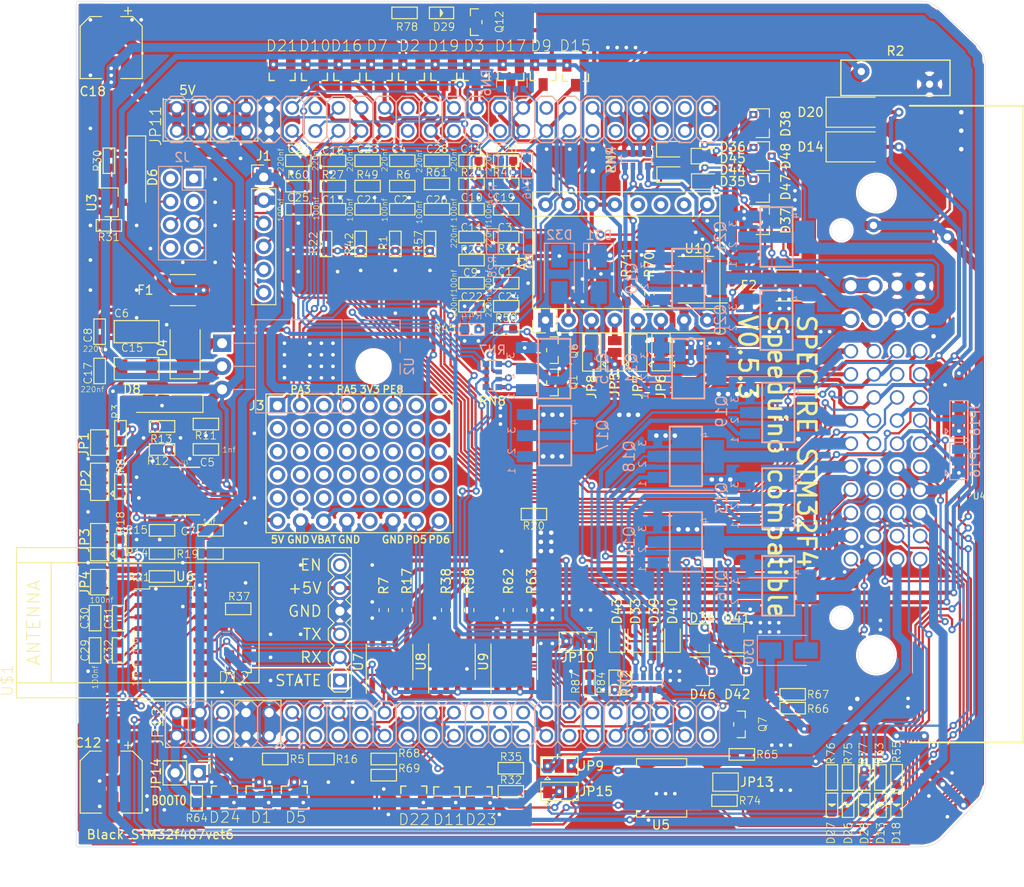
<source format=kicad_pcb>
(kicad_pcb (version 20171130) (host pcbnew "(5.1.6)-1")
  (layers (0 Top signal) (31 Bottom signal) (34 B.Paste user hide) (35 F.Paste user hide) (36 B.SilkS user) (37 F.SilkS user) (38 B.Mask user) (39 F.Mask user) (44 Edge.Cuts user))
  (net 0 "")
  (net 1 GND)
  (net 2 /BT_TX)
  (net 3 "Net-(Q7-Pad1)")
  (net 4 "Net-(C6-Pad2)")
  (net 5 "Net-(C3-Pad2)")
  (net 6 "Net-(C5-Pad2)")
  (net 7 "Net-(C5-Pad1)")
  (net 8 "Net-(JP2-Pad2)")
  (net 9 "Net-(Q1-Pad1)")
  (net 10 PWR_GND)
  (net 11 VBAT)
  (net 12 INJ1-OUT)
  (net 13 INJ2-OUT)
  (net 14 INJ3-OUT)
  (net 15 INJ4-OUT)
  (net 16 IDLE1-OUT)
  (net 17 IDLE2-OUT)
  (net 18 V_IDLE)
  (net 19 FUEL_PUMP)
  (net 20 FAN)
  (net 21 IGN1-OUT)
  (net 22 IGN2-OUT)
  (net 23 IGN3-OUT)
  (net 24 IGN4-OUT)
  (net 25 STEP_1B_OUT)
  (net 26 STEP_1A_OUT)
  (net 27 STEP_2B_OUT)
  (net 28 STEP_2A_OUT)
  (net 29 MAP)
  (net 30 5V)
  (net 31 O2)
  (net 32 IAT)
  (net 33 CLT)
  (net 34 TPS)
  (net 35 VR1+)
  (net 36 VR1-)
  (net 37 VR2+)
  (net 38 VR2-)
  (net 39 3.3V)
  (net 40 TACHO-OUT)
  (net 41 FLEX_FUEL_IN)
  (net 42 VBAT_F1)
  (net 43 PA2)
  (net 44 BARO)
  (net 45 PA1)
  (net 46 PA3)
  (net 47 PB1)
  (net 48 PC13)
  (net 49 PD3)
  (net 50 PD12)
  (net 51 PD13)
  (net 52 PD14)
  (net 53 PD15)
  (net 54 PE0)
  (net 55 PE1)
  (net 56 BOOT0)
  (net 57 PA9)
  (net 58 PA10)
  (net 59 PD4)
  (net 60 PC2)
  (net 61 PE7)
  (net 62 PE5)
  (net 63 PE2)
  (net 64 PC3)
  (net 65 PC5)
  (net 66 PC1)
  (net 67 PC4)
  (net 68 PC0)
  (net 69 PB13)
  (net 70 PB12)
  (net 71 PE14)
  (net 72 PE13)
  (net 73 PE11)
  (net 74 PE9)
  (net 75 PE8)
  (net 76 PA5)
  (net 77 PA4)
  (net 78 PA0)
  (net 79 PE6)
  (net 80 PE3)
  (net 81 PD9)
  (net 82 PD10)
  (net 83 PC6)
  (net 84 PC7)
  (net 85 PA8)
  (net 86 PD0)
  (net 87 PD1)
  (net 88 PD5)
  (net 89 PD6)
  (net 90 PD7)
  (net 91 PB7)
  (net 92 PB9)
  (net 93 BOOST-OUT)
  (net 94 INJ5-OUT)
  (net 95 INJ7-OUT)
  (net 96 INJ6-OUT)
  (net 97 INJ8-OUT)
  (net 98 CANL)
  (net 99 CANH)
  (net 100 "Net-(C29-Pad1)")
  (net 101 "Net-(C30-Pad1)")
  (net 102 RS232_TX)
  (net 103 RS232_RX)
  (net 104 SPI1_MISO)
  (net 105 BME280_CS)
  (net 106 SPI1_MOSI)
  (net 107 SPI1_SCK)
  (net 108 "Net-(JP5-Pad2)")
  (net 109 "Net-(C7-Pad2)")
  (net 110 "Net-(C7-Pad1)")
  (net 111 "Net-(C11-Pad2)")
  (net 112 "Net-(C20-Pad2)")
  (net 113 "Net-(D11-Pad3)")
  (net 114 "Net-(D13-Pad+)")
  (net 115 "Net-(D18-Pad+)")
  (net 116 "Net-(D23-Pad3)")
  (net 117 "Net-(D26-Pad+)")
  (net 118 "Net-(JP1-Pad1)")
  (net 119 "Net-(JP3-Pad2)")
  (net 120 "Net-(JP3-Pad3)")
  (net 121 "Net-(JP4-Pad1)")
  (net 122 "Net-(JP6-Pad2)")
  (net 123 "Net-(JP7-Pad2)")
  (net 124 "Net-(JP8-Pad2)")
  (net 125 "Net-(Q6-Pad1)")
  (net 126 "Net-(R69-Pad2)")
  (net 127 AIN_2)
  (net 128 AIN_1)
  (net 129 AIN_3)
  (net 130 Spare_1-Out)
  (net 131 Spare_2-Out)
  (net 132 "Net-(D27-Pad+)")
  (net 133 PA6)
  (net 134 "Net-(C14-Pad2)")
  (net 135 "Net-(C22-Pad2)")
  (net 136 "Net-(C31-Pad2)")
  (net 137 "Net-(C31-Pad1)")
  (net 138 "Net-(C32-Pad2)")
  (net 139 "Net-(C32-Pad1)")
  (net 140 "Net-(D28-Pad+)")
  (net 141 "Net-(D29-Pad-)")
  (net 142 "Net-(D29-Pad+)")
  (net 143 "Net-(JP9-Pad2)")
  (net 144 "Net-(JP10-Pad2)")
  (net 145 "Net-(Q15-Pad1)")
  (net 146 "Net-(Q16-Pad1)")
  (net 147 "Net-(Q17-Pad1)")
  (net 148 "Net-(R30-Pad2)")
  (net 149 "Net-(D33-Pad2)")
  (net 150 "Net-(D33-Pad1)")
  (net 151 "Net-(D35-Pad2)")
  (net 152 "Net-(D35-Pad1)")
  (net 153 "Net-(D36-Pad2)")
  (net 154 "Net-(D36-Pad1)")
  (net 155 "Net-(D39-Pad2)")
  (net 156 "Net-(D39-Pad1)")
  (net 157 "Net-(D40-Pad2)")
  (net 158 "Net-(D40-Pad1)")
  (net 159 "Net-(D43-Pad2)")
  (net 160 "Net-(D43-Pad1)")
  (net 161 "Net-(D44-Pad2)")
  (net 162 "Net-(D44-Pad1)")
  (net 163 "Net-(D45-Pad2)")
  (net 164 "Net-(D45-Pad1)")
  (net 165 "Net-(JP16-Pad2)")
  (net 166 IGN5-OUT)
  (net 167 IGN6-OUT)
  (net 168 "Net-(JP18-Pad2)")
  (net 169 "Net-(JP2-Pad1)")
  (net 170 "Net-(JP15-Pad2)")
  (net 171 BOOT0_EXT)
  (net 172 "Net-(R7-Pad2)")
  (net 173 "Net-(R17-Pad2)")
  (net 174 "Net-(R38-Pad2)")
  (net 175 "Net-(R58-Pad2)")
  (net 176 "Net-(R62-Pad2)")
  (net 177 "Net-(R63-Pad2)")
  (net 178 "Net-(R70-Pad2)")
  (net 179 "Net-(R71-Pad2)")
  (net 180 "Net-(JP13-Pad1)")
  (module Resistor_SMD:R_Array_Convex_4x0612 (layer Bottom) (at 149.352 76.708 180)
    (fp_text reference RN7 (at 0 2.8) (layer B.SilkS) (effects (justify mirror)))
    (fp_text value 100R)
    (pad 1 smd rect (at -0.7 1.27 180) (size 0.7 0.64) (layers Bottom B.Paste B.Mask) (net 9 "Net-(Q1-Pad1)"))
    (pad 3 smd rect (at -0.7 -0.4 180) (size 0.7 0.5) (layers Bottom B.Paste B.Mask) (net 147 "Net-(Q17-Pad1)"))
    (pad 2 smd rect (at -0.7 0.4 180) (size 0.7 0.5) (layers Bottom B.Paste B.Mask) (net 125 "Net-(Q6-Pad1)"))
    (pad 4 smd rect (at -0.7 -1.27 180) (size 0.7 0.64) (layers Bottom B.Paste B.Mask) (net 145 "Net-(Q15-Pad1)"))
    (pad 7 smd rect (at 0.7 0.4 180) (size 0.7 0.5) (layers Bottom B.Paste B.Mask) (net 79 PE6))
    (pad 8 smd rect (at 0.7 1.27 180) (size 0.7 0.64) (layers Bottom B.Paste B.Mask) (net 80 PE3))
    (pad 6 smd rect (at 0.7 -0.4 180) (size 0.7 0.5) (layers Bottom B.Paste B.Mask) (net 84 PC7))
    (pad 5 smd rect (at 0.7 -1.27 180) (size 0.7 0.64) (layers Bottom B.Paste B.Mask) (net 49 PD3))
  )
  (module Resistor_SMD:R_Array_Convex_4x0612 (layer Bottom) (at 151.492 44.515 270)
    (fp_text reference RN6 (at 0 2.8 90) (layer B.SilkS) (effects (justify mirror)))
    (fp_text value 9K1)
    (pad 1 smd rect (at -0.7 1.27 270) (size 0.7 0.64) (layers Bottom B.Paste B.Mask) (net 1 GND))
    (pad 3 smd rect (at -0.7 -0.4 270) (size 0.7 0.5) (layers Bottom B.Paste B.Mask) (net 1 GND))
    (pad 2 smd rect (at -0.7 0.4 270) (size 0.7 0.5) (layers Bottom B.Paste B.Mask) (net 1 GND))
    (pad 4 smd rect (at -0.7 -1.27 270) (size 0.7 0.64) (layers Bottom B.Paste B.Mask) (net 1 GND))
    (pad 7 smd rect (at 0.7 0.4 270) (size 0.7 0.5) (layers Bottom B.Paste B.Mask) (net 77 PA4))
    (pad 8 smd rect (at 0.7 1.27 270) (size 0.7 0.64) (layers Bottom B.Paste B.Mask) (net 60 PC2))
    (pad 6 smd rect (at 0.7 -0.4 270) (size 0.7 0.5) (layers Bottom B.Paste B.Mask) (net 67 PC4))
    (pad 5 smd rect (at 0.7 -1.27 270) (size 0.7 0.64) (layers Bottom B.Paste B.Mask) (net 47 PB1))
  )
  (module Resistor_SMD:R_Array_Convex_4x0612 (layer Top) (at 165.20922 52.959 90)
    (fp_text reference RN4 (at 0 -2.8 90) (layer F.SilkS))
    (fp_text value 10K)
    (pad 1 smd rect (at -0.7 -1.27 90) (size 0.7 0.64) (layers Top F.Paste F.Mask) (net 152 "Net-(D35-Pad1)"))
    (pad 3 smd rect (at -0.7 0.4 90) (size 0.7 0.5) (layers Top F.Paste F.Mask) (net 154 "Net-(D36-Pad1)"))
    (pad 2 smd rect (at -0.7 -0.4 90) (size 0.7 0.5) (layers Top F.Paste F.Mask) (net 162 "Net-(D44-Pad1)"))
    (pad 4 smd rect (at -0.7 1.27 90) (size 0.7 0.64) (layers Top F.Paste F.Mask) (net 164 "Net-(D45-Pad1)"))
    (pad 7 smd rect (at 0.7 -0.4 90) (size 0.7 0.5) (layers Top F.Paste F.Mask) (net 10 PWR_GND))
    (pad 8 smd rect (at 0.7 -1.27 90) (size 0.7 0.64) (layers Top F.Paste F.Mask) (net 10 PWR_GND))
    (pad 6 smd rect (at 0.7 0.4 90) (size 0.7 0.5) (layers Top F.Paste F.Mask) (net 10 PWR_GND))
    (pad 5 smd rect (at 0.7 1.27 90) (size 0.7 0.64) (layers Top F.Paste F.Mask) (net 10 PWR_GND))
  )
  (module Resistor_SMD:R_Array_Convex_4x0612 (layer Top) (at 166.37 110.552 270)
    (fp_text reference RN2 (at 0 2.286 90) (layer F.SilkS))
    (fp_text value 10K)
    (pad 1 smd rect (at -0.7 -1.27 270) (size 0.7 0.64) (layers Top F.Paste F.Mask) (net 158 "Net-(D40-Pad1)"))
    (pad 3 smd rect (at -0.7 0.4 270) (size 0.7 0.5) (layers Top F.Paste F.Mask) (net 150 "Net-(D33-Pad1)"))
    (pad 2 smd rect (at -0.7 -0.4 270) (size 0.7 0.5) (layers Top F.Paste F.Mask) (net 156 "Net-(D39-Pad1)"))
    (pad 4 smd rect (at -0.7 1.27 270) (size 0.7 0.64) (layers Top F.Paste F.Mask) (net 160 "Net-(D43-Pad1)"))
    (pad 7 smd rect (at 0.7 -0.4 270) (size 0.7 0.5) (layers Top F.Paste F.Mask) (net 10 PWR_GND))
    (pad 8 smd rect (at 0.7 -1.27 270) (size 0.7 0.64) (layers Top F.Paste F.Mask) (net 10 PWR_GND))
    (pad 6 smd rect (at 0.7 0.4 270) (size 0.7 0.5) (layers Top F.Paste F.Mask) (net 10 PWR_GND))
    (pad 5 smd rect (at 0.7 1.27 270) (size 0.7 0.64) (layers Top F.Paste F.Mask) (net 10 PWR_GND))
  )
  (module Speeduino_base:Molex_48 (layer Top) (at 192.586 82.042 180)
    (fp_text reference U4 (at -10.2997 -7.9248) (layer F.SilkS) (effects (font (size 0.7 0.7) (thickness 0.1))))
    (fp_text value molex_48pin)
    (pad 45 thru_hole circle (at -3.81 -14.85 180) (size 1.6 1.6) (drill 1.2) (layers *.Cu *.Mask) (net 98 CANL))
    (pad 46 thru_hole circle (at -1.27 -14.85 180) (size 1.6 1.6) (drill 1.2) (layers *.Cu *.Mask) (net 39 3.3V))
    (pad 47 thru_hole circle (at 1.27 -14.85 180) (size 1.6 1.6) (drill 1.2) (layers *.Cu *.Mask) (net 93 BOOST-OUT))
    (pad 48 thru_hole circle (at 3.81 -14.85 180) (size 1.6 1.6) (drill 1.2) (layers *.Cu *.Mask) (net 40 TACHO-OUT))
    (pad 41 thru_hole circle (at -3.81 -12.31 180) (size 1.6 1.6) (drill 1.2) (layers *.Cu *.Mask) (net 37 VR2+))
    (pad 42 thru_hole circle (at -1.27 -12.31 180) (size 1.6 1.6) (drill 1.2) (layers *.Cu *.Mask) (net 36 VR1-))
    (pad 43 thru_hole circle (at 1.27 -12.31 180) (size 1.6 1.6) (drill 1.2) (layers *.Cu *.Mask) (net 35 VR1+))
    (pad 44 thru_hole circle (at 3.81 -12.31 180) (size 1.6 1.6) (drill 1.2) (layers *.Cu *.Mask) (net 13 INJ2-OUT))
    (pad 37 thru_hole circle (at -3.81 -9.77 180) (size 1.6 1.6) (drill 1.2) (layers *.Cu *.Mask) (net 30 5V))
    (pad 38 thru_hole circle (at -1.27 -9.77 180) (size 1.6 1.6) (drill 1.2) (layers *.Cu *.Mask) (net 170 "Net-(JP15-Pad2)"))
    (pad 39 thru_hole circle (at 1.27 -9.77 180) (size 1.6 1.6) (drill 1.2) (layers *.Cu *.Mask) (net 38 VR2-))
    (pad 40 thru_hole circle (at 3.81 -9.77 180) (size 1.6 1.6) (drill 1.2) (layers *.Cu *.Mask) (net 24 IGN4-OUT))
    (pad 33 thru_hole circle (at -3.81 -7.23 180) (size 1.6 1.6) (drill 1.2) (layers *.Cu *.Mask) (net 1 GND))
    (pad 34 thru_hole circle (at -1.27 -7.23 180) (size 1.6 1.6) (drill 1.2) (layers *.Cu *.Mask) (net 103 RS232_RX))
    (pad 35 thru_hole circle (at 1.27 -7.23 180) (size 1.6 1.6) (drill 1.2) (layers *.Cu *.Mask) (net 34 TPS))
    (pad 36 thru_hole circle (at 3.81 -7.23 180) (size 1.6 1.6) (drill 1.2) (layers *.Cu *.Mask) (net 23 IGN3-OUT))
    (pad 29 thru_hole circle (at -3.81 -4.69 180) (size 1.6 1.6) (drill 1.2) (layers *.Cu *.Mask) (net 99 CANH))
    (pad 30 thru_hole circle (at -1.27 -4.69 180) (size 1.6 1.6) (drill 1.2) (layers *.Cu *.Mask) (net 1 GND))
    (pad 31 thru_hole circle (at 1.27 -4.69 180) (size 1.6 1.6) (drill 1.2) (layers *.Cu *.Mask) (net 22 IGN2-OUT))
    (pad 32 thru_hole circle (at 3.81 -4.69 180) (size 1.6 1.6) (drill 1.2) (layers *.Cu *.Mask) (net 12 INJ1-OUT))
    (pad 25 thru_hole circle (at -3.81 -2.15 180) (size 1.6 1.6) (drill 1.2) (layers *.Cu *.Mask) (net 29 MAP))
    (pad 26 thru_hole circle (at -1.27 -2.15 180) (size 1.6 1.6) (drill 1.2) (layers *.Cu *.Mask) (net 165 "Net-(JP16-Pad2)"))
    (pad 27 thru_hole circle (at 1.27 -2.15 180) (size 1.6 1.6) (drill 1.2) (layers *.Cu *.Mask) (net 33 CLT))
    (pad 28 thru_hole circle (at 3.81 -2.15 180) (size 1.6 1.6) (drill 1.2) (layers *.Cu *.Mask) (net 14 INJ3-OUT))
    (pad 21 thru_hole circle (at -3.81 0.39 180) (size 1.6 1.6) (drill 1.2) (layers *.Cu *.Mask) (net 102 RS232_TX))
    (pad 22 thru_hole circle (at -1.27 0.39 180) (size 1.6 1.6) (drill 1.2) (layers *.Cu *.Mask) (net 168 "Net-(JP18-Pad2)"))
    (pad 23 thru_hole circle (at 1.27 0.39 180) (size 1.6 1.6) (drill 1.2) (layers *.Cu *.Mask) (net 31 O2))
    (pad 24 thru_hole circle (at 3.81 0.39 180) (size 1.6 1.6) (drill 1.2) (layers *.Cu *.Mask) (net 15 INJ4-OUT))
    (pad 17 thru_hole circle (at -3.81 2.93 180) (size 1.6 1.6) (drill 1.2) (layers *.Cu *.Mask) (net 32 IAT))
    (pad 18 thru_hole circle (at -1.27 2.93 180) (size 1.6 1.6) (drill 1.2) (layers *.Cu *.Mask) (net 128 AIN_1))
    (pad 19 thru_hole circle (at 1.27 2.93 180) (size 1.6 1.6) (drill 1.2) (layers *.Cu *.Mask) (net 19 FUEL_PUMP))
    (pad 20 thru_hole circle (at 3.81 2.93 180) (size 1.6 1.6) (drill 1.2) (layers *.Cu *.Mask) (net 129 AIN_3))
    (pad 13 thru_hole circle (at -3.81 5.47 180) (size 1.6 1.6) (drill 1.2) (layers *.Cu *.Mask) (net 21 IGN1-OUT))
    (pad 14 thru_hole circle (at -1.27 5.47 180) (size 1.6 1.6) (drill 1.2) (layers *.Cu *.Mask) (net 127 AIN_2))
    (pad 15 thru_hole circle (at 1.27 5.47 180) (size 1.6 1.6) (drill 1.2) (layers *.Cu *.Mask) (net 20 FAN))
    (pad 16 thru_hole circle (at 3.81 5.47 180) (size 1.6 1.6) (drill 1.2) (layers *.Cu *.Mask) (net 124 "Net-(JP8-Pad2)"))
    (pad 9 thru_hole circle (at -3.81 8.01 180) (size 1.6 1.6) (drill 1.2) (layers *.Cu *.Mask) (net 108 "Net-(JP5-Pad2)"))
    (pad 10 thru_hole circle (at -1.27 8.01 180) (size 1.6 1.6) (drill 1.2) (layers *.Cu *.Mask) (net 44 BARO))
    (pad 11 thru_hole circle (at 1.27 8.01 180) (size 1.6 1.6) (drill 1.2) (layers *.Cu *.Mask) (net 122 "Net-(JP6-Pad2)"))
    (pad 12 thru_hole circle (at 3.81 8.01 180) (size 1.6 1.6) (drill 1.2) (layers *.Cu *.Mask) (net 123 "Net-(JP7-Pad2)"))
    (pad 5 thru_hole circle (at -3.81 11.51 180) (size 1.9 1.9) (drill 1.25) (layers *.Cu *.Mask) (net 97 INJ8-OUT))
    (pad 6 thru_hole circle (at -1.27 11.51 180) (size 1.9 1.9) (drill 1.25) (layers *.Cu *.Mask) (net 95 INJ7-OUT))
    (pad 7 thru_hole circle (at 1.27 11.51 180) (size 1.9 1.9) (drill 1.25) (layers *.Cu *.Mask) (net 94 INJ5-OUT))
    (pad 8 thru_hole circle (at 3.81 11.51 180) (size 1.9 1.9) (drill 1.25) (layers *.Cu *.Mask) (net 96 INJ6-OUT))
    (pad 1 thru_hole circle (at -3.81 15.21 180) (size 1.9 1.9) (drill 1.25) (layers *.Cu *.Mask) (net 10 PWR_GND))
    (pad 2 thru_hole circle (at -1.27 15.21 180) (size 1.9 1.9) (drill 1.25) (layers *.Cu *.Mask) (net 10 PWR_GND))
    (pad 3 thru_hole circle (at 1.27 15.21 180) (size 1.9 1.9) (drill 1.25) (layers *.Cu *.Mask) (net 11 VBAT))
    (pad 4 thru_hole circle (at 3.81 15.21 180) (size 1.9 1.9) (drill 1.25) (layers *.Cu *.Mask) (net 11 VBAT))
    (pad "" thru_hole circle (at 1 25.4 180) (size 4 4) (drill 4) (layers *.Cu *.Mask F.SilkS))
    (pad "" thru_hole circle (at 1 -25.4 180) (size 4 4) (drill 4) (layers *.Cu *.Mask F.SilkS))
    (pad "" thru_hole circle (at 4.85 21.3 180) (size 2.2 2.2) (drill 2.2) (layers *.Cu *.Mask F.SilkS))
    (pad "" thru_hole circle (at 4.85 -21.3 180) (size 2.2 2.2) (drill 2.2) (layers *.Cu *.Mask F.SilkS))
  )
  (module Resistor_SMD:R_Array_Convex_4x0612 (layer Top) (at 149.352 76.708 180)
    (fp_text reference RN8 (at 0 -2.8) (layer F.SilkS))
    (fp_text value 10K)
    (pad 1 smd rect (at -0.7 -1.27 180) (size 0.7 0.64) (layers Top F.Paste F.Mask) (net 145 "Net-(Q15-Pad1)"))
    (pad 3 smd rect (at -0.7 0.4 180) (size 0.7 0.5) (layers Top F.Paste F.Mask) (net 125 "Net-(Q6-Pad1)"))
    (pad 2 smd rect (at -0.7 -0.4 180) (size 0.7 0.5) (layers Top F.Paste F.Mask) (net 147 "Net-(Q17-Pad1)"))
    (pad 4 smd rect (at -0.7 1.27 180) (size 0.7 0.64) (layers Top F.Paste F.Mask) (net 9 "Net-(Q1-Pad1)"))
    (pad 7 smd rect (at 0.7 -0.4 180) (size 0.7 0.5) (layers Top F.Paste F.Mask) (net 10 PWR_GND))
    (pad 8 smd rect (at 0.7 -1.27 180) (size 0.7 0.64) (layers Top F.Paste F.Mask) (net 10 PWR_GND))
    (pad 6 smd rect (at 0.7 0.4 180) (size 0.7 0.5) (layers Top F.Paste F.Mask) (net 10 PWR_GND))
    (pad 5 smd rect (at 0.7 1.27 180) (size 0.7 0.64) (layers Top F.Paste F.Mask) (net 10 PWR_GND))
  )
  (module Speeduino_base:R0603 (layer Top) (at 160.02 110.49 180)
    (fp_text reference R87 (at 1.016 0 270) (layer F.SilkS) (effects (font (size 0.84455 0.84455) (thickness 0.0929)) (justify bottom)))
    (fp_text value 10K)
    (pad 2 smd roundrect (at 0 0.762 90) (size 0.889 0.889) (layers Top F.Paste F.Mask) (roundrect_rratio 0.125) (net 146 "Net-(Q16-Pad1)"))
    (pad 1 smd roundrect (at 0 -0.762 90) (size 0.889 0.889) (layers Top F.Paste F.Mask) (roundrect_rratio 0.125) (net 10 PWR_GND))
  )
  (module Speeduino_base:R0603 (layer Top) (at 162.814 110.49 180)
    (fp_text reference R84 (at 1.016 0 270) (layer F.SilkS) (effects (font (size 0.84455 0.84455) (thickness 0.0929)) (justify bottom)))
    (fp_text value 100R)
    (pad 2 smd roundrect (at 0 0.762 90) (size 0.889 0.889) (layers Top F.Paste F.Mask) (roundrect_rratio 0.125) (net 146 "Net-(Q16-Pad1)"))
    (pad 1 smd roundrect (at 0 -0.762 90) (size 0.889 0.889) (layers Top F.Paste F.Mask) (roundrect_rratio 0.125) (net 83 PC6))
  )
  (module Speeduino_base:R0603 (layer Top) (at 182.372 111.76 90)
    (fp_text reference R67 (at -0.508 2.794 180) (layer F.SilkS) (effects (font (size 0.84455 0.84455) (thickness 0.0929)) (justify bottom)))
    (fp_text value 100R)
    (pad 2 smd roundrect (at 0 0.762) (size 0.889 0.889) (layers Top F.Paste F.Mask) (roundrect_rratio 0.125) (net 3 "Net-(Q7-Pad1)"))
    (pad 1 smd roundrect (at 0 -0.762) (size 0.889 0.889) (layers Top F.Paste F.Mask) (roundrect_rratio 0.125) (net 48 PC13))
  )
  (module Speeduino_base:R0603 (layer Top) (at 182.372 113.284 270)
    (fp_text reference R66 (at 0.5715 -2.794 180) (layer F.SilkS) (effects (font (size 0.84455 0.84455) (thickness 0.0929)) (justify bottom)))
    (fp_text value 10K)
    (pad 2 smd roundrect (at 0 0.762 180) (size 0.889 0.889) (layers Top F.Paste F.Mask) (roundrect_rratio 0.125) (net 3 "Net-(Q7-Pad1)"))
    (pad 1 smd roundrect (at 0 -0.762 180) (size 0.889 0.889) (layers Top F.Paste F.Mask) (roundrect_rratio 0.125) (net 10 PWR_GND))
  )
  (module Diode_SMD:D_SMA (layer Bottom) (at 161.036 65.564 270)
    (fp_text reference D31 (at -4.286 -0.049 180) (layer B.SilkS) (effects (justify mirror)))
    (fp_text value 1N4007)
    (pad 2 smd rect (at 2 0 270) (size 2.5 1.8) (layers Bottom B.Paste B.Mask) (net 16 IDLE1-OUT))
    (pad 1 smd rect (at -2 0 270) (size 2.5 1.8) (layers Bottom B.Paste B.Mask) (net 11 VBAT))
  )
  (module Package_SO:SO-8_3.9x4.9mm_P1.27mm (layer Top) (at 138.049 108.204 90)
    (fp_text reference U7 (at 0 -3.429 90) (layer F.SilkS))
    (fp_text value MIC4427)
    (pad 8 smd roundrect (at 2.575 -1.905 90) (size 1.75 0.6) (layers Top F.Paste F.Mask))
    (pad 7 smd roundrect (at 2.575 -0.635 90) (size 1.75 0.6) (layers Top F.Paste F.Mask) (net 172 "Net-(R7-Pad2)"))
    (pad 6 smd roundrect (at 2.575 0.635 90) (size 1.75 0.6) (layers Top F.Paste F.Mask) (net 144 "Net-(JP10-Pad2)"))
    (pad 5 smd roundrect (at 2.575 1.905 90) (size 1.75 0.6) (layers Top F.Paste F.Mask) (net 173 "Net-(R17-Pad2)"))
    (pad 4 smd roundrect (at -2.575 1.905 90) (size 1.75 0.6) (layers Top F.Paste F.Mask) (net 92 PB9))
    (pad 3 smd roundrect (at -2.575 0.635 90) (size 1.75 0.6) (layers Top F.Paste F.Mask) (net 10 PWR_GND))
    (pad 2 smd roundrect (at -2.575 -0.635 90) (size 1.75 0.6) (layers Top F.Paste F.Mask) (net 90 PD7))
    (pad 1 smd roundrect (at -2.575 -1.905 90) (size 1.75 0.6) (layers Top F.Paste F.Mask))
  )
  (module Speeduino_base:R0603 (layer Bottom) (at 153.162 53.594)
    (fp_text reference R46 (at 0.508 3.81 90) (layer B.SilkS) (effects (font (size 0.84455 0.84455) (thickness 0.0929)) (justify right bottom mirror)))
    (fp_text value 4k7)
    (pad 2 smd roundrect (at 0 -0.762 90) (size 0.889 0.889) (layers Bottom B.Paste B.Mask) (roundrect_rratio 0.125) (net 47 PB1))
    (pad 1 smd roundrect (at 0 0.762 90) (size 0.889 0.889) (layers Bottom B.Paste B.Mask) (roundrect_rratio 0.125) (net 112 "Net-(C20-Pad2)"))
  )
  (module Speeduino_base:R0603 (layer Bottom) (at 149.352 53.594)
    (fp_text reference R28 (at 0.508 12.446 90) (layer B.SilkS) (effects (font (size 0.84455 0.84455) (thickness 0.0929)) (justify right bottom mirror)))
    (fp_text value 4k7)
    (pad 2 smd roundrect (at 0 -0.762 90) (size 0.889 0.889) (layers Bottom B.Paste B.Mask) (roundrect_rratio 0.125) (net 67 PC4))
    (pad 1 smd roundrect (at 0 0.762 90) (size 0.889 0.889) (layers Bottom B.Paste B.Mask) (roundrect_rratio 0.125) (net 134 "Net-(C14-Pad2)"))
  )
  (module Speeduino_base:R0603 (layer Bottom) (at 149.352 61.976)
    (fp_text reference R25 (at 0.5715 -3.81 90) (layer B.SilkS) (effects (font (size 0.84455 0.84455) (thickness 0.0929)) (justify right bottom mirror)))
    (fp_text value 4k7)
    (pad 2 smd roundrect (at 0 -0.762 90) (size 0.889 0.889) (layers Bottom B.Paste B.Mask) (roundrect_rratio 0.125) (net 60 PC2))
    (pad 1 smd roundrect (at 0 0.762 90) (size 0.889 0.889) (layers Bottom B.Paste B.Mask) (roundrect_rratio 0.125) (net 111 "Net-(C11-Pad2)"))
  )
  (module Speeduino_base:R0603 (layer Bottom) (at 153.416 61.976)
    (fp_text reference R9 (at 0.508 3.048 90) (layer B.SilkS) (effects (font (size 0.84455 0.84455) (thickness 0.0929)) (justify right bottom mirror)))
    (fp_text value 4k7)
    (pad 2 smd roundrect (at 0 -0.762 90) (size 0.889 0.889) (layers Bottom B.Paste B.Mask) (roundrect_rratio 0.125) (net 77 PA4))
    (pad 1 smd roundrect (at 0 0.762 90) (size 0.889 0.889) (layers Bottom B.Paste B.Mask) (roundrect_rratio 0.125) (net 5 "Net-(C3-Pad2)"))
  )
  (module Speeduino_base:C0603 (layer Top) (at 147.066 53.086 90)
    (fp_text reference C14 (at 1.778 1.27 180) (layer F.SilkS) (effects (font (size 0.84455 0.84455) (thickness 0.0929)) (justify right top)))
    (fp_text value 220nf (at -1.27 -2.286 90) (layer F.SilkS) (effects (font (size 0.60325 0.60325) (thickness 0.060325)) (justify left top)))
    (pad 2 smd roundrect (at 0 0.762) (size 0.889 0.889) (layers Top F.Paste F.Mask) (roundrect_rratio 0.125) (net 134 "Net-(C14-Pad2)"))
    (pad 1 smd roundrect (at 0 -0.762) (size 0.889 0.889) (layers Top F.Paste F.Mask) (roundrect_rratio 0.125) (net 1 GND))
  )
  (module Speeduino_base:SOT23 (layer Top) (at 151.384 43.604 180)
    (fp_text reference D17 (at -1.778 2.456) (layer F.SilkS) (effects (font (size 1.2065 1.2065) (thickness 0.09652)) (justify right bottom)))
    (fp_text value BAT54S hide)
    (pad 1 smd rect (at -0.95 1.1 180) (size 1 1.4) (layers Top F.Paste F.Mask) (net 1 GND))
    (pad 2 smd rect (at 0.95 1.1 180) (size 1 1.4) (layers Top F.Paste F.Mask) (net 39 3.3V))
    (pad 3 smd rect (at 0 -1.1 180) (size 1 1.4) (layers Top F.Paste F.Mask) (net 65 PC5))
  )
  (module Resistor_SMD:R_Array_Convex_4x0612 (layer Bottom) (at 166.37 110.552 90)
    (fp_text reference RN1 (at 0.062 -2.667 90) (layer B.SilkS) (effects (justify mirror)))
    (fp_text value 100R)
    (pad 1 smd rect (at -0.7 1.27 90) (size 0.7 0.64) (layers Bottom B.Paste B.Mask) (net 51 PD13))
    (pad 3 smd rect (at -0.7 -0.4 90) (size 0.7 0.5) (layers Bottom B.Paste B.Mask) (net 52 PD14))
    (pad 2 smd rect (at -0.7 0.4 90) (size 0.7 0.5) (layers Bottom B.Paste B.Mask) (net 50 PD12))
    (pad 4 smd rect (at -0.7 -1.27 90) (size 0.7 0.64) (layers Bottom B.Paste B.Mask) (net 53 PD15))
    (pad 7 smd rect (at 0.7 0.4 90) (size 0.7 0.5) (layers Bottom B.Paste B.Mask) (net 156 "Net-(D39-Pad1)"))
    (pad 8 smd rect (at 0.7 1.27 90) (size 0.7 0.64) (layers Bottom B.Paste B.Mask) (net 158 "Net-(D40-Pad1)"))
    (pad 6 smd rect (at 0.7 -0.4 90) (size 0.7 0.5) (layers Bottom B.Paste B.Mask) (net 150 "Net-(D33-Pad1)"))
    (pad 5 smd rect (at 0.7 -1.27 90) (size 0.7 0.64) (layers Bottom B.Paste B.Mask) (net 160 "Net-(D43-Pad1)"))
  )
  (module Jumper:SolderJumper-3_P1.3mm_Bridged12_Pad1.0x1.5mm (layer Top) (at 160.274 74.168 90)
    (fp_text reference JP8 (at -3.78 0 90) (layer F.SilkS))
    (fp_text value SolderJumper_3_Bridged12)
    (fp_poly (pts (xy -0.9 -0.3) (xy -0.4 -0.3) (xy -0.4 0.3) (xy -0.9 0.3)) (layer Top) (width 0))
    (pad 2 smd rect (at 0 0 90) (size 1 1.5) (layers Top F.Mask) (net 124 "Net-(JP8-Pad2)"))
    (pad 3 smd rect (at 1.3 0 90) (size 1 1.5) (layers Top F.Mask) (net 28 STEP_2A_OUT))
    (pad 1 smd rect (at -1.3 0 90) (size 1 1.5) (layers Top F.Mask) (net 17 IDLE2-OUT))
  )
  (module Diode_SMD:D_SOT-23_ANK (layer Top) (at 179.07 52.578)
    (fp_text reference D48 (at 2.54 0 270) (layer F.SilkS))
    (fp_text value BZX84C39)
    (pad 1 smd rect (at 1 0) (size 0.9 0.8) (layers Top F.Paste F.Mask) (net 97 INJ8-OUT))
    (pad "" smd rect (at -1 0.95) (size 0.9 0.8) (layers Top F.Paste F.Mask))
    (pad 2 smd rect (at -1 -0.95) (size 0.9 0.8) (layers Top F.Paste F.Mask) (net 163 "Net-(D45-Pad2)"))
  )
  (module Speeduino_base:R0603 (layer Top) (at 174.879 123.444 90)
    (fp_text reference R74 (at -0.508 2.794 180) (layer F.SilkS) (effects (font (size 0.84455 0.84455) (thickness 0.0929)) (justify bottom)))
    (fp_text value 120R)
    (pad 2 smd roundrect (at 0 0.762) (size 0.889 0.889) (layers Top F.Paste F.Mask) (roundrect_rratio 0.125) (net 180 "Net-(JP13-Pad1)"))
    (pad 1 smd roundrect (at 0 -0.762) (size 0.889 0.889) (layers Top F.Paste F.Mask) (roundrect_rratio 0.125) (net 98 CANL))
  )
  (module Speeduino_base:2X24 (layer Bottom) (at 142.586 115.042)
    (fp_text reference JP12 (at -29.302 -2.012 270) (layer F.SilkS) (effects (font (size 1.2065 1.2065) (thickness 0.12065)) (justify right bottom)))
    (fp_text value PINHD-2X24)
    (pad 48 thru_hole circle (at 30.48 1.27) (size 1.524 1.524) (drill 1.016) (layers *.Cu *.Mask))
    (pad 47 thru_hole circle (at 30.48 -1.27) (size 1.524 1.524) (drill 1.016) (layers *.Cu *.Mask))
    (pad 46 thru_hole circle (at 27.94 1.27) (size 1.524 1.524) (drill 1.016) (layers *.Cu *.Mask) (net 81 PD9))
    (pad 45 thru_hole circle (at 27.94 -1.27) (size 1.524 1.524) (drill 1.016) (layers *.Cu *.Mask) (net 82 PD10))
    (pad 44 thru_hole circle (at 25.4 1.27) (size 1.524 1.524) (drill 1.016) (layers *.Cu *.Mask))
    (pad 43 thru_hole circle (at 25.4 -1.27) (size 1.524 1.524) (drill 1.016) (layers *.Cu *.Mask) (net 50 PD12))
    (pad 42 thru_hole circle (at 22.86 1.27) (size 1.524 1.524) (drill 1.016) (layers *.Cu *.Mask) (net 51 PD13))
    (pad 41 thru_hole circle (at 22.86 -1.27) (size 1.524 1.524) (drill 1.016) (layers *.Cu *.Mask) (net 52 PD14))
    (pad 40 thru_hole circle (at 20.32 1.27) (size 1.524 1.524) (drill 1.016) (layers *.Cu *.Mask) (net 53 PD15))
    (pad 39 thru_hole circle (at 20.32 -1.27) (size 1.524 1.524) (drill 1.016) (layers *.Cu *.Mask) (net 83 PC6))
    (pad 38 thru_hole circle (at 17.78 1.27) (size 1.524 1.524) (drill 1.016) (layers *.Cu *.Mask) (net 84 PC7))
    (pad 37 thru_hole circle (at 17.78 -1.27) (size 1.524 1.524) (drill 1.016) (layers *.Cu *.Mask))
    (pad 36 thru_hole circle (at 15.24 1.27) (size 1.524 1.524) (drill 1.016) (layers *.Cu *.Mask))
    (pad 35 thru_hole circle (at 15.24 -1.27) (size 1.524 1.524) (drill 1.016) (layers *.Cu *.Mask) (net 85 PA8))
    (pad 34 thru_hole circle (at 12.7 1.27) (size 1.524 1.524) (drill 1.016) (layers *.Cu *.Mask) (net 57 PA9))
    (pad 33 thru_hole circle (at 12.7 -1.27) (size 1.524 1.524) (drill 1.016) (layers *.Cu *.Mask) (net 58 PA10))
    (pad 32 thru_hole circle (at 10.16 1.27) (size 1.524 1.524) (drill 1.016) (layers *.Cu *.Mask))
    (pad 31 thru_hole circle (at 10.16 -1.27) (size 1.524 1.524) (drill 1.016) (layers *.Cu *.Mask))
    (pad 30 thru_hole circle (at 7.62 1.27) (size 1.524 1.524) (drill 1.016) (layers *.Cu *.Mask))
    (pad 29 thru_hole circle (at 7.62 -1.27) (size 1.524 1.524) (drill 1.016) (layers *.Cu *.Mask))
    (pad 28 thru_hole circle (at 5.08 1.27) (size 1.524 1.524) (drill 1.016) (layers *.Cu *.Mask))
    (pad 27 thru_hole circle (at 5.08 -1.27) (size 1.524 1.524) (drill 1.016) (layers *.Cu *.Mask))
    (pad 26 thru_hole circle (at 2.54 1.27) (size 1.524 1.524) (drill 1.016) (layers *.Cu *.Mask) (net 86 PD0))
    (pad 25 thru_hole circle (at 2.54 -1.27) (size 1.524 1.524) (drill 1.016) (layers *.Cu *.Mask) (net 87 PD1))
    (pad 24 thru_hole circle (at 0 1.27) (size 1.524 1.524) (drill 1.016) (layers *.Cu *.Mask))
    (pad 23 thru_hole circle (at 0 -1.27) (size 1.524 1.524) (drill 1.016) (layers *.Cu *.Mask) (net 49 PD3))
    (pad 22 thru_hole circle (at -2.54 1.27) (size 1.524 1.524) (drill 1.016) (layers *.Cu *.Mask) (net 59 PD4))
    (pad 21 thru_hole circle (at -2.54 -1.27) (size 1.524 1.524) (drill 1.016) (layers *.Cu *.Mask) (net 88 PD5))
    (pad 20 thru_hole circle (at -5.08 1.27) (size 1.524 1.524) (drill 1.016) (layers *.Cu *.Mask) (net 89 PD6))
    (pad 19 thru_hole circle (at -5.08 -1.27) (size 1.524 1.524) (drill 1.016) (layers *.Cu *.Mask) (net 90 PD7))
    (pad 18 thru_hole circle (at -7.62 1.27) (size 1.524 1.524) (drill 1.016) (layers *.Cu *.Mask))
    (pad 17 thru_hole circle (at -7.62 -1.27) (size 1.524 1.524) (drill 1.016) (layers *.Cu *.Mask))
    (pad 16 thru_hole circle (at -10.16 1.27) (size 1.524 1.524) (drill 1.016) (layers *.Cu *.Mask))
    (pad 15 thru_hole circle (at -10.16 -1.27) (size 1.524 1.524) (drill 1.016) (layers *.Cu *.Mask) (net 91 PB7))
    (pad 14 thru_hole circle (at -12.7 1.27) (size 1.524 1.524) (drill 1.016) (layers *.Cu *.Mask))
    (pad 13 thru_hole circle (at -12.7 -1.27) (size 1.524 1.524) (drill 1.016) (layers *.Cu *.Mask) (net 92 PB9))
    (pad 12 thru_hole circle (at -15.24 1.27) (size 1.524 1.524) (drill 1.016) (layers *.Cu *.Mask) (net 54 PE0))
    (pad 11 thru_hole circle (at -15.24 -1.27) (size 1.524 1.524) (drill 1.016) (layers *.Cu *.Mask) (net 55 PE1))
    (pad 10 thru_hole circle (at -17.78 1.27) (size 1.524 1.524) (drill 1.016) (layers *.Cu *.Mask) (net 1 GND))
    (pad 9 thru_hole circle (at -17.78 -1.27) (size 1.524 1.524) (drill 1.016) (layers *.Cu *.Mask) (net 1 GND))
    (pad 8 thru_hole circle (at -20.32 1.27) (size 1.524 1.524) (drill 1.016) (layers *.Cu *.Mask) (net 1 GND))
    (pad 7 thru_hole circle (at -20.32 -1.27) (size 1.524 1.524) (drill 1.016) (layers *.Cu *.Mask) (net 1 GND))
    (pad 6 thru_hole circle (at -22.86 1.27) (size 1.524 1.524) (drill 1.016) (layers *.Cu *.Mask))
    (pad 5 thru_hole circle (at -22.86 -1.27) (size 1.524 1.524) (drill 1.016) (layers *.Cu *.Mask) (net 56 BOOT0))
    (pad 4 thru_hole circle (at -25.4 1.27) (size 1.524 1.524) (drill 1.016) (layers *.Cu *.Mask) (net 39 3.3V))
    (pad 3 thru_hole circle (at -25.4 -1.27) (size 1.524 1.524) (drill 1.016) (layers *.Cu *.Mask) (net 39 3.3V))
    (pad 2 thru_hole circle (at -27.94 1.27) (size 1.524 1.524) (drill 1.016) (layers *.Cu *.Mask) (net 39 3.3V))
    (pad 1 thru_hole circle (at -27.94 -1.27) (size 1.524 1.524) (drill 1.016) (layers *.Cu *.Mask) (net 39 3.3V))
  )
  (module Resistor_SMD:R_Array_Convex_4x0612 (layer Bottom) (at 165.208 53.024 270)
    (fp_text reference RN3 (at 0 2.8 270) (layer B.SilkS) (effects (justify mirror)))
    (fp_text value 100R)
    (pad 1 smd rect (at -0.7 1.27 270) (size 0.7 0.64) (layers Bottom B.Paste B.Mask) (net 74 PE9))
    (pad 3 smd rect (at -0.7 -0.4 270) (size 0.7 0.5) (layers Bottom B.Paste B.Mask) (net 71 PE14))
    (pad 2 smd rect (at -0.7 0.4 270) (size 0.7 0.5) (layers Bottom B.Paste B.Mask) (net 73 PE11))
    (pad 4 smd rect (at -0.7 -1.27 270) (size 0.7 0.64) (layers Bottom B.Paste B.Mask) (net 72 PE13))
    (pad 7 smd rect (at 0.7 0.4 270) (size 0.7 0.5) (layers Bottom B.Paste B.Mask) (net 162 "Net-(D44-Pad1)"))
    (pad 8 smd rect (at 0.7 1.27 270) (size 0.7 0.64) (layers Bottom B.Paste B.Mask) (net 152 "Net-(D35-Pad1)"))
    (pad 6 smd rect (at 0.7 -0.4 270) (size 0.7 0.5) (layers Bottom B.Paste B.Mask) (net 154 "Net-(D36-Pad1)"))
    (pad 5 smd rect (at 0.7 -1.27 270) (size 0.7 0.64) (layers Bottom B.Paste B.Mask) (net 164 "Net-(D45-Pad1)"))
  )
  (module Resistor_SMD:R_0603_1608Metric_Pad1.05x0.95mm_HandSolder (layer Top) (at 164.084 67.677 90)
    (fp_text reference R71 (at 3.161 0 90) (layer F.SilkS))
    (fp_text value 10R)
    (pad 2 smd roundrect (at 0.875 0 90) (size 1.05 0.95) (layers Top F.Paste F.Mask) (net 179 "Net-(R71-Pad2)"))
    (pad 1 smd roundrect (at -0.875 0 90) (size 1.05 0.95) (layers Top F.Paste F.Mask) (net 130 Spare_1-Out))
  )
  (module Resistor_SMD:R_0603_1608Metric_Pad1.05x0.95mm_HandSolder (layer Top) (at 166.624 67.677 90)
    (fp_text reference R70 (at 3.161 0 90) (layer F.SilkS))
    (fp_text value 10R)
    (pad 2 smd roundrect (at 0.875 0 90) (size 1.05 0.95) (layers Top F.Paste F.Mask) (net 178 "Net-(R70-Pad2)"))
    (pad 1 smd roundrect (at -0.875 0 90) (size 1.05 0.95) (layers Top F.Paste F.Mask) (net 131 Spare_2-Out))
  )
  (module Speeduino_base:R0603 (layer Top) (at 116.84 123.19)
    (fp_text reference R64 (at 0 2.667) (layer F.SilkS) (effects (font (size 0.84455 0.84455) (thickness 0.0929)) (justify bottom)))
    (fp_text value 470R)
    (pad 2 smd roundrect (at 0 0.762 270) (size 0.889 0.889) (layers Top F.Paste F.Mask) (roundrect_rratio 0.125) (net 171 BOOT0_EXT))
    (pad 1 smd roundrect (at 0 -0.762 270) (size 0.889 0.889) (layers Top F.Paste F.Mask) (roundrect_rratio 0.125) (net 56 BOOT0))
  )
  (module Resistor_SMD:R_0603_1608Metric_Pad1.05x0.95mm_HandSolder (layer Top) (at 153.67 102.503 270)
    (fp_text reference R63 (at -3.189 0 90) (layer F.SilkS))
    (fp_text value 10R)
    (pad 2 smd roundrect (at 0.875 0 270) (size 1.05 0.95) (layers Top F.Paste F.Mask) (net 177 "Net-(R63-Pad2)"))
    (pad 1 smd roundrect (at -0.875 0 270) (size 1.05 0.95) (layers Top F.Paste F.Mask) (net 167 IGN6-OUT))
  )
  (module Resistor_SMD:R_0603_1608Metric_Pad1.05x0.95mm_HandSolder (layer Top) (at 151.13 102.503 270)
    (fp_text reference R62 (at -3.189 0 90) (layer F.SilkS))
    (fp_text value 10R)
    (pad 2 smd roundrect (at 0.875 0 270) (size 1.05 0.95) (layers Top F.Paste F.Mask) (net 176 "Net-(R62-Pad2)"))
    (pad 1 smd roundrect (at -0.875 0 270) (size 1.05 0.95) (layers Top F.Paste F.Mask) (net 166 IGN5-OUT))
  )
  (module Resistor_SMD:R_0603_1608Metric_Pad1.05x0.95mm_HandSolder (layer Top) (at 146.812 102.503 270)
    (fp_text reference R58 (at -3.189 0 90) (layer F.SilkS))
    (fp_text value 10R)
    (pad 2 smd roundrect (at 0.875 0 270) (size 1.05 0.95) (layers Top F.Paste F.Mask) (net 175 "Net-(R58-Pad2)"))
    (pad 1 smd roundrect (at -0.875 0 270) (size 1.05 0.95) (layers Top F.Paste F.Mask) (net 24 IGN4-OUT))
  )
  (module Resistor_SMD:R_0603_1608Metric_Pad1.05x0.95mm_HandSolder (layer Top) (at 144.272 102.503 270)
    (fp_text reference R38 (at -3.189 0 90) (layer F.SilkS))
    (fp_text value 10R)
    (pad 2 smd roundrect (at 0.875 0 270) (size 1.05 0.95) (layers Top F.Paste F.Mask) (net 174 "Net-(R38-Pad2)"))
    (pad 1 smd roundrect (at -0.875 0 270) (size 1.05 0.95) (layers Top F.Paste F.Mask) (net 23 IGN3-OUT))
  )
  (module Resistor_SMD:R_0603_1608Metric_Pad1.05x0.95mm_HandSolder (layer Top) (at 139.954 102.503 270)
    (fp_text reference R17 (at -3.189 0 90) (layer F.SilkS))
    (fp_text value 10R)
    (pad 2 smd roundrect (at 0.875 0 270) (size 1.05 0.95) (layers Top F.Paste F.Mask) (net 173 "Net-(R17-Pad2)"))
    (pad 1 smd roundrect (at -0.875 0 270) (size 1.05 0.95) (layers Top F.Paste F.Mask) (net 22 IGN2-OUT))
  )
  (module Resistor_SMD:R_0603_1608Metric_Pad1.05x0.95mm_HandSolder (layer Top) (at 137.414 102.503 270)
    (fp_text reference R7 (at -2.681 0 90) (layer F.SilkS))
    (fp_text value 10R)
    (pad 2 smd roundrect (at 0.875 0 270) (size 1.05 0.95) (layers Top F.Paste F.Mask) (net 172 "Net-(R7-Pad2)"))
    (pad 1 smd roundrect (at -0.875 0 270) (size 1.05 0.95) (layers Top F.Paste F.Mask) (net 21 IGN1-OUT))
  )
  (module Jumper:SolderJumper-3_P1.3mm_Bridged12_Pad1.0x1.5mm (layer Top) (at 156.748 122.428)
    (fp_text reference JP15 (at 4.034 0) (layer F.SilkS))
    (fp_text value SolderJumper_3_Bridged12)
    (fp_poly (pts (xy -0.9 -0.3) (xy -0.4 -0.3) (xy -0.4 0.3) (xy -0.9 0.3)) (layer Top) (width 0))
    (pad 2 smd rect (at 0 0) (size 1 1.5) (layers Top F.Mask) (net 170 "Net-(JP15-Pad2)"))
    (pad 3 smd rect (at 1.3 0) (size 1 1.5) (layers Top F.Mask) (net 171 BOOT0_EXT))
    (pad 1 smd rect (at -1.3 0) (size 1 1.5) (layers Top F.Mask) (net 41 FLEX_FUEL_IN))
  )
  (module Speeduino_base:SOT23 (layer Top) (at 119.888 122.512)
    (fp_text reference D24 (at -1.778 3.472) (layer F.SilkS) (effects (font (size 1.2065 1.2065) (thickness 0.09652)) (justify left bottom)))
    (fp_text value BAT54S hide)
    (pad 1 smd rect (at -0.95 1.1) (size 1 1.4) (layers Top F.Paste F.Mask) (net 1 GND))
    (pad 2 smd rect (at 0.95 1.1) (size 1 1.4) (layers Top F.Paste F.Mask) (net 39 3.3V))
    (pad 3 smd rect (at 0 -1.1) (size 1 1.4) (layers Top F.Paste F.Mask) (net 56 BOOT0))
  )
  (module Speeduino_base:SOT223 (layer Bottom) (at 170.891 75.946 90)
    (fp_text reference Q11 (at 0 -5.537 270) (layer B.SilkS) (effects (font (size 1.2065 1.2065)) (justify bottom mirror)))
    (fp_text value BSP78)
    (fp_text user 2 (at -1.2906 -4.3274 90) (layer B.SilkS) (effects (font (size 0.77216 0.77216) (thickness 0.097536)) (justify right bottom mirror)))
    (fp_text user 1 (at -3.4526 -4.318 90) (layer B.SilkS) (effects (font (size 0.77216 0.77216) (thickness 0.097536)) (justify right bottom mirror)))
    (fp_text user 4 (at 1.905 2.54 90) (layer B.SilkS) (effects (font (size 0.77216 0.77216) (thickness 0.097536)) (justify right bottom mirror)))
    (fp_text user 3 (at 1.0208 -4.318 90) (layer B.SilkS) (effects (font (size 0.77216 0.77216) (thickness 0.097536)) (justify right bottom mirror)))
    (pad 4 smd rect (at 0 3.099 90) (size 3.6 2.2) (layers Bottom B.Paste B.Mask) (net 95 INJ7-OUT))
    (pad 3 smd rect (at 2.3114 -3.0988 90) (size 1.2192 2.2352) (layers Bottom B.Paste B.Mask) (net 10 PWR_GND))
    (pad 2 smd rect (at 0 -3.0988 90) (size 1.2192 2.2352) (layers Bottom B.Paste B.Mask) (net 95 INJ7-OUT))
    (pad 1 smd rect (at -2.3114 -3.0988 90) (size 1.2192 2.2352) (layers Bottom B.Paste B.Mask) (net 154 "Net-(D36-Pad1)"))
  )
  (module Speeduino_base:C0603 (layer Top) (at 147.066 61.468 90)
    (fp_text reference C11 (at 1.524 -1.27 180) (layer F.SilkS) (effects (font (size 0.84455 0.84455) (thickness 0.0929)) (justify left top)))
    (fp_text value 220nf (at 1.397 -2.286 90) (layer F.SilkS) (effects (font (size 0.60325 0.60325) (thickness 0.060325)) (justify right top)))
    (pad 2 smd roundrect (at 0 0.762) (size 0.889 0.889) (layers Top F.Paste F.Mask) (roundrect_rratio 0.125) (net 111 "Net-(C11-Pad2)"))
    (pad 1 smd roundrect (at 0 -0.762) (size 0.889 0.889) (layers Top F.Paste F.Mask) (roundrect_rratio 0.125) (net 1 GND))
  )
  (module Package_SO:SO-8_3.9x4.9mm_P1.27mm (layer Top) (at 171.739 66.167 180)
    (fp_text reference U10 (at -0.219 3.429) (layer F.SilkS))
    (fp_text value MIC4427)
    (pad 8 smd roundrect (at 2.575 -1.905 180) (size 1.75 0.6) (layers Top F.Paste F.Mask))
    (pad 7 smd roundrect (at 2.575 -0.635 180) (size 1.75 0.6) (layers Top F.Paste F.Mask) (net 178 "Net-(R70-Pad2)"))
    (pad 6 smd roundrect (at 2.575 0.635 180) (size 1.75 0.6) (layers Top F.Paste F.Mask) (net 18 V_IDLE))
    (pad 5 smd roundrect (at 2.575 1.905 180) (size 1.75 0.6) (layers Top F.Paste F.Mask) (net 179 "Net-(R71-Pad2)"))
    (pad 4 smd roundrect (at -2.575 1.905 180) (size 1.75 0.6) (layers Top F.Paste F.Mask) (net 69 PB13))
    (pad 3 smd roundrect (at -2.575 0.635 180) (size 1.75 0.6) (layers Top F.Paste F.Mask) (net 10 PWR_GND))
    (pad 2 smd roundrect (at -2.575 -0.635 180) (size 1.75 0.6) (layers Top F.Paste F.Mask) (net 70 PB12))
    (pad 1 smd roundrect (at -2.575 -1.905 180) (size 1.75 0.6) (layers Top F.Paste F.Mask))
  )
  (module Jumper:SolderJumper-3_P1.3mm_Bridged12_Pad1.0x1.5mm (layer Bottom) (at 200.66 86.106 90)
    (fp_text reference JP16 (at 0 1.8 90) (layer B.SilkS) (effects (justify mirror)))
    (fp_text value SolderJumper_3_Bridged12)
    (fp_poly (pts (xy -0.9 0.3) (xy -0.4 0.3) (xy -0.4 -0.3) (xy -0.9 -0.3)) (layer Bottom) (width 0))
    (pad 2 smd rect (at 0 0 90) (size 1 1.5) (layers Bottom B.Mask) (net 165 "Net-(JP16-Pad2)"))
    (pad 3 smd rect (at 1.3 0 90) (size 1 1.5) (layers Bottom B.Mask) (net 167 IGN6-OUT))
    (pad 1 smd rect (at -1.3 0 90) (size 1 1.5) (layers Bottom B.Mask) (net 1 GND))
  )
  (module Jumper:SolderJumper-3_P1.3mm_Bridged12_Pad1.0x1.5mm (layer Bottom) (at 200.66 81.534 90)
    (fp_text reference JP18 (at 0 1.8 90) (layer B.SilkS) (effects (justify mirror)))
    (fp_text value SolderJumper_3_Bridged12)
    (fp_poly (pts (xy -0.9 0.3) (xy -0.4 0.3) (xy -0.4 -0.3) (xy -0.9 -0.3)) (layer Bottom) (width 0))
    (pad 2 smd rect (at 0 0 90) (size 1 1.5) (layers Bottom B.Mask) (net 168 "Net-(JP18-Pad2)"))
    (pad 3 smd rect (at 1.3 0 90) (size 1 1.5) (layers Bottom B.Mask) (net 166 IGN5-OUT))
    (pad 1 smd rect (at -1.3 0 90) (size 1 1.5) (layers Bottom B.Mask) (net 1 GND))
  )
  (module Speeduino_base:Proto_area (layer Top) (at 125.73 80.01)
    (fp_text reference J3 (at -2.286 0) (layer F.SilkS))
    (fp_text value ProtoArea)
    (pad 48 thru_hole oval (at 17.78 12.7) (size 1.7 1.7) (drill 1) (layers *.Cu *.Mask) (net 89 PD6))
    (pad 47 thru_hole oval (at 15.24 12.7) (size 1.7 1.7) (drill 1) (layers *.Cu *.Mask) (net 88 PD5))
    (pad 46 thru_hole oval (at 12.7 12.7) (size 1.7 1.7) (drill 1) (layers *.Cu *.Mask) (net 1 GND))
    (pad 45 thru_hole oval (at 10.16 12.7) (size 1.7 1.7) (drill 1) (layers *.Cu *.Mask))
    (pad 44 thru_hole oval (at 7.62 12.7) (size 1.7 1.7) (drill 1) (layers *.Cu *.Mask) (net 1 GND))
    (pad 43 thru_hole oval (at 5.08 12.7) (size 1.7 1.7) (drill 1) (layers *.Cu *.Mask) (net 11 VBAT))
    (pad 42 thru_hole oval (at 2.54 12.7) (size 1.7 1.7) (drill 1) (layers *.Cu *.Mask) (net 1 GND))
    (pad 41 thru_hole oval (at 0 12.7) (size 1.7 1.7) (drill 1) (layers *.Cu *.Mask) (net 30 5V))
    (pad 40 thru_hole oval (at 17.78 10.16) (size 1.7 1.7) (drill 1) (layers *.Cu *.Mask))
    (pad 39 thru_hole oval (at 15.24 10.16) (size 1.7 1.7) (drill 1) (layers *.Cu *.Mask))
    (pad 38 thru_hole oval (at 12.7 10.16) (size 1.7 1.7) (drill 1) (layers *.Cu *.Mask))
    (pad 37 thru_hole oval (at 10.16 10.16) (size 1.7 1.7) (drill 1) (layers *.Cu *.Mask))
    (pad 36 thru_hole oval (at 7.62 10.16) (size 1.7 1.7) (drill 1) (layers *.Cu *.Mask))
    (pad 35 thru_hole oval (at 5.08 10.16) (size 1.7 1.7) (drill 1) (layers *.Cu *.Mask))
    (pad 34 thru_hole oval (at 2.54 10.16) (size 1.7 1.7) (drill 1) (layers *.Cu *.Mask))
    (pad 33 thru_hole oval (at 0 10.16) (size 1.7 1.7) (drill 1) (layers *.Cu *.Mask))
    (pad 32 thru_hole oval (at 17.78 7.62) (size 1.7 1.7) (drill 1) (layers *.Cu *.Mask))
    (pad 31 thru_hole oval (at 15.24 7.62) (size 1.7 1.7) (drill 1) (layers *.Cu *.Mask))
    (pad 30 thru_hole oval (at 12.7 7.62) (size 1.7 1.7) (drill 1) (layers *.Cu *.Mask))
    (pad 29 thru_hole oval (at 10.16 7.62) (size 1.7 1.7) (drill 1) (layers *.Cu *.Mask))
    (pad 28 thru_hole oval (at 7.62 7.62) (size 1.7 1.7) (drill 1) (layers *.Cu *.Mask))
    (pad 27 thru_hole oval (at 5.08 7.62) (size 1.7 1.7) (drill 1) (layers *.Cu *.Mask))
    (pad 26 thru_hole oval (at 2.54 7.62) (size 1.7 1.7) (drill 1) (layers *.Cu *.Mask))
    (pad 25 thru_hole oval (at 0 7.62) (size 1.7 1.7) (drill 1) (layers *.Cu *.Mask))
    (pad 24 thru_hole oval (at 17.78 5.08) (size 1.7 1.7) (drill 1) (layers *.Cu *.Mask))
    (pad 23 thru_hole oval (at 15.24 5.08) (size 1.7 1.7) (drill 1) (layers *.Cu *.Mask))
    (pad 22 thru_hole oval (at 12.7 5.08) (size 1.7 1.7) (drill 1) (layers *.Cu *.Mask))
    (pad 21 thru_hole oval (at 10.16 5.08) (size 1.7 1.7) (drill 1) (layers *.Cu *.Mask))
    (pad 20 thru_hole oval (at 7.62 5.08) (size 1.7 1.7) (drill 1) (layers *.Cu *.Mask))
    (pad 19 thru_hole oval (at 5.08 5.08) (size 1.7 1.7) (drill 1) (layers *.Cu *.Mask))
    (pad 18 thru_hole oval (at 2.54 5.08) (size 1.7 1.7) (drill 1) (layers *.Cu *.Mask))
    (pad 17 thru_hole oval (at 0 5.08) (size 1.7 1.7) (drill 1) (layers *.Cu *.Mask))
    (pad 16 thru_hole oval (at 17.78 2.54) (size 1.7 1.7) (drill 1) (layers *.Cu *.Mask))
    (pad 15 thru_hole oval (at 15.24 2.54) (size 1.7 1.7) (drill 1) (layers *.Cu *.Mask))
    (pad 14 thru_hole oval (at 12.7 2.54) (size 1.7 1.7) (drill 1) (layers *.Cu *.Mask))
    (pad 13 thru_hole oval (at 10.16 2.54) (size 1.7 1.7) (drill 1) (layers *.Cu *.Mask))
    (pad 12 thru_hole oval (at 7.62 2.54) (size 1.7 1.7) (drill 1) (layers *.Cu *.Mask))
    (pad 11 thru_hole oval (at 5.08 2.54) (size 1.7 1.7) (drill 1) (layers *.Cu *.Mask))
    (pad 10 thru_hole oval (at 2.54 2.54) (size 1.7 1.7) (drill 1) (layers *.Cu *.Mask))
    (pad 9 thru_hole oval (at 0 2.54) (size 1.7 1.7) (drill 1) (layers *.Cu *.Mask))
    (pad 8 thru_hole oval (at 17.78 0) (size 1.7 1.7) (drill 1) (layers *.Cu *.Mask))
    (pad 7 thru_hole oval (at 15.24 0) (size 1.7 1.7) (drill 1) (layers *.Cu *.Mask))
    (pad 6 thru_hole oval (at 12.7 0) (size 1.7 1.7) (drill 1) (layers *.Cu *.Mask) (net 75 PE8))
    (pad 5 thru_hole oval (at 10.16 0) (size 1.7 1.7) (drill 1) (layers *.Cu *.Mask) (net 39 3.3V))
    (pad 4 thru_hole oval (at 7.62 0) (size 1.7 1.7) (drill 1) (layers *.Cu *.Mask) (net 76 PA5))
    (pad 3 thru_hole oval (at 5.08 0) (size 1.7 1.7) (drill 1) (layers *.Cu *.Mask))
    (pad 2 thru_hole oval (at 2.54 0) (size 1.7 1.7) (drill 1) (layers *.Cu *.Mask) (net 46 PA3))
    (pad 1 thru_hole rect (at 0 0) (size 1.7 1.7) (drill 1) (layers *.Cu *.Mask) (net 43 PA2))
  )
  (module Package_TO_SOT_THT:TO-220-3_Horizontal_TabUp (layer Bottom) (at 119.634 73.152 270)
    (fp_text reference U2 (at 2.54 -20.58 270) (layer B.SilkS) (effects (justify mirror)))
    (fp_text value LM78M05_TO220)
    (pad 3 thru_hole oval (at 5.08 0 270) (size 1.905 2) (drill 1.1) (layers *.Cu *.Mask) (net 30 5V))
    (pad 2 thru_hole oval (at 2.54 0 270) (size 1.905 2) (drill 1.1) (layers *.Cu *.Mask) (net 10 PWR_GND))
    (pad 1 thru_hole rect (at 0 0 270) (size 1.905 2) (drill 1.1) (layers *.Cu *.Mask) (net 4 "Net-(C6-Pad2)"))
    (pad "" np_thru_hole oval (at 2.54 -16.66 270) (size 3.5 3.5) (drill 3.5) (layers *.Cu *.Mask))
  )
  (module Package_SO:SO-8_3.9x4.9mm_P1.27mm (layer Top) (at 151.765 108.169 90)
    (fp_text reference U9 (at 0 -3.4 90) (layer F.SilkS))
    (fp_text value MIC4427)
    (pad 8 smd roundrect (at 2.575 -1.905 90) (size 1.75 0.6) (layers Top F.Paste F.Mask))
    (pad 7 smd roundrect (at 2.575 -0.635 90) (size 1.75 0.6) (layers Top F.Paste F.Mask) (net 176 "Net-(R62-Pad2)"))
    (pad 6 smd roundrect (at 2.575 0.635 90) (size 1.75 0.6) (layers Top F.Paste F.Mask) (net 144 "Net-(JP10-Pad2)"))
    (pad 5 smd roundrect (at 2.575 1.905 90) (size 1.75 0.6) (layers Top F.Paste F.Mask) (net 177 "Net-(R63-Pad2)"))
    (pad 4 smd roundrect (at -2.575 1.905 90) (size 1.75 0.6) (layers Top F.Paste F.Mask) (net 91 PB7))
    (pad 3 smd roundrect (at -2.575 0.635 90) (size 1.75 0.6) (layers Top F.Paste F.Mask) (net 10 PWR_GND))
    (pad 2 smd roundrect (at -2.575 -0.635 90) (size 1.75 0.6) (layers Top F.Paste F.Mask) (net 81 PD9))
    (pad 1 smd roundrect (at -2.575 -1.905 90) (size 1.75 0.6) (layers Top F.Paste F.Mask))
  )
  (module Diode_SMD:D_SOD-323 (layer Top) (at 167.132 105.63 90)
    (fp_text reference D39 (at 3.048 0 90) (layer F.SilkS))
    (fp_text value 1N4148WS)
    (pad 2 smd rect (at 1.05 0 90) (size 0.6 0.45) (layers Top F.Paste F.Mask) (net 155 "Net-(D39-Pad2)"))
    (pad 1 smd rect (at -1.05 0 90) (size 0.6 0.45) (layers Top F.Paste F.Mask) (net 156 "Net-(D39-Pad1)"))
  )
  (module Diode_SMD:D_SOT-23_ANK (layer Top) (at 179.054 56.068)
    (fp_text reference D47 (at 2.556 -0.066 90) (layer F.SilkS))
    (fp_text value BZX84C39)
    (pad 1 smd rect (at 1 0) (size 0.9 0.8) (layers Top F.Paste F.Mask) (net 96 INJ6-OUT))
    (pad "" smd rect (at -1 0.95) (size 0.9 0.8) (layers Top F.Paste F.Mask))
    (pad 2 smd rect (at -1 -0.95) (size 0.9 0.8) (layers Top F.Paste F.Mask) (net 161 "Net-(D44-Pad2)"))
  )
  (module Diode_SMD:D_SOT-23_ANK (layer Top) (at 172.466 109.22)
    (fp_text reference D46 (at 0.016 2.54) (layer F.SilkS))
    (fp_text value BZX84C39)
    (pad 1 smd rect (at 1 0) (size 0.9 0.8) (layers Top F.Paste F.Mask) (net 15 INJ4-OUT))
    (pad "" smd rect (at -1 0.95) (size 0.9 0.8) (layers Top F.Paste F.Mask))
    (pad 2 smd rect (at -1 -0.95) (size 0.9 0.8) (layers Top F.Paste F.Mask) (net 159 "Net-(D43-Pad2)"))
  )
  (module Diode_SMD:D_SOD-323 (layer Top) (at 172.72 52.578)
    (fp_text reference D45 (at 3.048 0.254) (layer F.SilkS))
    (fp_text value 1N4148WS)
    (pad 2 smd rect (at 1.05 0) (size 0.6 0.45) (layers Top F.Paste F.Mask) (net 163 "Net-(D45-Pad2)"))
    (pad 1 smd rect (at -1.05 0) (size 0.6 0.45) (layers Top F.Paste F.Mask) (net 164 "Net-(D45-Pad1)"))
  )
  (module Diode_SMD:D_SOD-323 (layer Top) (at 168.944 54.61)
    (fp_text reference D44 (at 6.824 -0.508) (layer F.SilkS))
    (fp_text value 1N4148WS)
    (pad 2 smd rect (at 1.05 0) (size 0.6 0.45) (layers Top F.Paste F.Mask) (net 161 "Net-(D44-Pad2)"))
    (pad 1 smd rect (at -1.05 0) (size 0.6 0.45) (layers Top F.Paste F.Mask) (net 162 "Net-(D44-Pad1)"))
  )
  (module Diode_SMD:D_SOD-323 (layer Top) (at 163.068 105.63 90)
    (fp_text reference D43 (at 3.014 0 90) (layer F.SilkS))
    (fp_text value 1N4148WS)
    (pad 2 smd rect (at 1.05 0 90) (size 0.6 0.45) (layers Top F.Paste F.Mask) (net 159 "Net-(D43-Pad2)"))
    (pad 1 smd rect (at -1.05 0 90) (size 0.6 0.45) (layers Top F.Paste F.Mask) (net 160 "Net-(D43-Pad1)"))
  )
  (module Diode_SMD:D_SOT-23_ANK (layer Top) (at 176.26 109.154)
    (fp_text reference D42 (at 0.016 2.606 180) (layer F.SilkS))
    (fp_text value BZX84C39)
    (pad 1 smd rect (at 1 0) (size 0.9 0.8) (layers Top F.Paste F.Mask) (net 13 INJ2-OUT))
    (pad "" smd rect (at -1 0.95) (size 0.9 0.8) (layers Top F.Paste F.Mask))
    (pad 2 smd rect (at -1 -0.95) (size 0.9 0.8) (layers Top F.Paste F.Mask) (net 157 "Net-(D40-Pad2)"))
  )
  (module Diode_SMD:D_SOT-23_ANK (layer Top) (at 176.26 105.598)
    (fp_text reference D41 (at 0.016 -2.22 180) (layer F.SilkS))
    (fp_text value BZX84C39)
    (pad 1 smd rect (at 1 0) (size 0.9 0.8) (layers Top F.Paste F.Mask) (net 12 INJ1-OUT))
    (pad "" smd rect (at -1 0.95) (size 0.9 0.8) (layers Top F.Paste F.Mask))
    (pad 2 smd rect (at -1 -0.95) (size 0.9 0.8) (layers Top F.Paste F.Mask) (net 155 "Net-(D39-Pad2)"))
  )
  (module Diode_SMD:D_SOD-323 (layer Top) (at 169.164 105.63 90)
    (fp_text reference D40 (at 3.014 0 90) (layer F.SilkS))
    (fp_text value 1N4148WS)
    (pad 2 smd rect (at 1.05 0 90) (size 0.6 0.45) (layers Top F.Paste F.Mask) (net 157 "Net-(D40-Pad2)"))
    (pad 1 smd rect (at -1.05 0 90) (size 0.6 0.45) (layers Top F.Paste F.Mask) (net 158 "Net-(D40-Pad1)"))
  )
  (module Diode_SMD:D_SOT-23_ANK (layer Top) (at 179.054 48.956)
    (fp_text reference D38 (at 2.556 0.066 90) (layer F.SilkS))
    (fp_text value BZX84C39)
    (pad 1 smd rect (at 1 0) (size 0.9 0.8) (layers Top F.Paste F.Mask) (net 95 INJ7-OUT))
    (pad "" smd rect (at -1 0.95) (size 0.9 0.8) (layers Top F.Paste F.Mask))
    (pad 2 smd rect (at -1 -0.95) (size 0.9 0.8) (layers Top F.Paste F.Mask) (net 153 "Net-(D36-Pad2)"))
  )
  (module Diode_SMD:D_SOT-23_ANK (layer Top) (at 179.054 59.624)
    (fp_text reference D37 (at 2.556 0.066 270) (layer F.SilkS))
    (fp_text value BZX84C39)
    (pad 1 smd rect (at 1 0) (size 0.9 0.8) (layers Top F.Paste F.Mask) (net 94 INJ5-OUT))
    (pad "" smd rect (at -1 0.95) (size 0.9 0.8) (layers Top F.Paste F.Mask))
    (pad 2 smd rect (at -1 -0.95) (size 0.9 0.8) (layers Top F.Paste F.Mask) (net 151 "Net-(D35-Pad2)"))
  )
  (module Diode_SMD:D_SOD-323 (layer Top) (at 168.91 51.816)
    (fp_text reference D36 (at 6.858 -0.254) (layer F.SilkS))
    (fp_text value 1N4148WS)
    (pad 2 smd rect (at 1.05 0) (size 0.6 0.45) (layers Top F.Paste F.Mask) (net 153 "Net-(D36-Pad2)"))
    (pad 1 smd rect (at -1.05 0) (size 0.6 0.45) (layers Top F.Paste F.Mask) (net 154 "Net-(D36-Pad1)"))
  )
  (module Diode_SMD:D_SOD-323 (layer Top) (at 172.754 55.372)
    (fp_text reference D35 (at 3.014 0 180) (layer F.SilkS))
    (fp_text value 1N4148WS)
    (pad 2 smd rect (at 1.05 0) (size 0.6 0.45) (layers Top F.Paste F.Mask) (net 151 "Net-(D35-Pad2)"))
    (pad 1 smd rect (at -1.05 0) (size 0.6 0.45) (layers Top F.Paste F.Mask) (net 152 "Net-(D35-Pad1)"))
  )
  (module Diode_SMD:D_SOT-23_ANK (layer Top) (at 172.45 105.598)
    (fp_text reference D34 (at 0.016 -2.22) (layer F.SilkS))
    (fp_text value BZX84C39)
    (pad 1 smd rect (at 1 0) (size 0.9 0.8) (layers Top F.Paste F.Mask) (net 14 INJ3-OUT))
    (pad "" smd rect (at -1 0.95) (size 0.9 0.8) (layers Top F.Paste F.Mask))
    (pad 2 smd rect (at -1 -0.95) (size 0.9 0.8) (layers Top F.Paste F.Mask) (net 149 "Net-(D33-Pad2)"))
  )
  (module Diode_SMD:D_SOD-323 (layer Top) (at 165.1 105.63 90)
    (fp_text reference D33 (at 3.014 0 90) (layer F.SilkS))
    (fp_text value 1N4148WS)
    (pad 2 smd rect (at 1.05 0 90) (size 0.6 0.45) (layers Top F.Paste F.Mask) (net 149 "Net-(D33-Pad2)"))
    (pad 1 smd rect (at -1.05 0 90) (size 0.6 0.45) (layers Top F.Paste F.Mask) (net 150 "Net-(D33-Pad1)"))
  )
  (module Package_SO:SO-8_3.9x4.9mm_P1.27mm (layer Top) (at 144.907 108.169 90)
    (fp_text reference U8 (at 0 -3.4 90) (layer F.SilkS))
    (fp_text value MIC4427)
    (pad 8 smd roundrect (at 2.575 -1.905 90) (size 1.75 0.6) (layers Top F.Paste F.Mask))
    (pad 7 smd roundrect (at 2.575 -0.635 90) (size 1.75 0.6) (layers Top F.Paste F.Mask) (net 174 "Net-(R38-Pad2)"))
    (pad 6 smd roundrect (at 2.575 0.635 90) (size 1.75 0.6) (layers Top F.Paste F.Mask) (net 144 "Net-(JP10-Pad2)"))
    (pad 5 smd roundrect (at 2.575 1.905 90) (size 1.75 0.6) (layers Top F.Paste F.Mask) (net 175 "Net-(R58-Pad2)"))
    (pad 4 smd roundrect (at -2.575 1.905 90) (size 1.75 0.6) (layers Top F.Paste F.Mask) (net 82 PD10))
    (pad 3 smd roundrect (at -2.575 0.635 90) (size 1.75 0.6) (layers Top F.Paste F.Mask) (net 10 PWR_GND))
    (pad 2 smd roundrect (at -2.575 -0.635 90) (size 1.75 0.6) (layers Top F.Paste F.Mask) (net 85 PA8))
    (pad 1 smd roundrect (at -2.575 -1.905 90) (size 1.75 0.6) (layers Top F.Paste F.Mask))
  )
  (module Speeduino_base:SOT-23 (layer Top) (at 147.574 37.846 90)
    (fp_text reference Q12 (at -1.27 3.048 270) (layer F.SilkS) (effects (font (size 0.84455 0.84455) (thickness 0.0929)) (justify left bottom)))
    (fp_text value AO3400)
    (pad 1 smd rect (at -0.889 1.016 270) (size 1.016 1.143) (layers Top F.Paste F.Mask) (net 133 PA6))
    (pad 2 smd rect (at 0.889 1.016 90) (size 1.016 1.143) (layers Top F.Paste F.Mask) (net 1 GND))
    (pad 3 smd rect (at 0 -1.016 90) (size 1.016 1.143) (layers Top F.Paste F.Mask) (net 141 "Net-(D29-Pad-)"))
  )
  (module Speeduino_base:R0603 (layer Top) (at 139.7 36.83 270)
    (fp_text reference R78 (at 2.032 1.016 180) (layer F.SilkS) (effects (font (size 0.84455 0.84455) (thickness 0.0929)) (justify left bottom)))
    (fp_text value 100R)
    (pad 2 smd roundrect (at 0 0.762 180) (size 0.889 0.889) (layers Top F.Paste F.Mask) (roundrect_rratio 0.125) (net 39 3.3V))
    (pad 1 smd roundrect (at 0 -0.762 180) (size 0.889 0.889) (layers Top F.Paste F.Mask) (roundrect_rratio 0.125) (net 142 "Net-(D29-Pad+)"))
  )
  (module Speeduino_base:LED-0603 (layer Top) (at 143.764 36.83)
    (fp_text reference D29 (at -1.016 2.032) (layer F.SilkS) (effects (font (size 0.84455 0.84455) (thickness 0.0929)) (justify left bottom)))
    (fp_text value YEL)
    (pad - smd roundrect (at 0.762 0) (size 0.762 0.889) (layers Top F.Paste F.Mask) (roundrect_rratio 0.125) (net 141 "Net-(D29-Pad-)"))
    (pad + smd roundrect (at -0.762 0) (size 0.762 0.889) (layers Top F.Paste F.Mask) (roundrect_rratio 0.125) (net 142 "Net-(D29-Pad+)"))
  )
  (module Capacitor_SMD:CP_Elec_6.3x7.7 (layer Top) (at 107.442 40.64 270)
    (fp_text reference C18 (at 4.826 2.032 180) (layer F.SilkS))
    (fp_text value "470uF 6.3V")
    (pad 2 smd roundrect (at 2.7 0 270) (size 3.5 1.6) (layers Top F.Paste F.Mask) (roundrect_rratio 0.15625) (net 10 PWR_GND))
    (pad 1 smd roundrect (at -2.7 0 270) (size 3.5 1.6) (layers Top F.Paste F.Mask) (roundrect_rratio 0.15625) (net 30 5V))
  )
  (module Capacitor_SMD:CP_Elec_6.3x7.7 (layer Top) (at 107.442 121.412 270)
    (fp_text reference C12 (at -4.318 2.54 180) (layer F.SilkS))
    (fp_text value "470uF 6.3V")
    (pad 2 smd roundrect (at 2.7 0 270) (size 3.5 1.6) (layers Top F.Paste F.Mask) (roundrect_rratio 0.15625) (net 1 GND))
    (pad 1 smd roundrect (at -2.7 0 270) (size 3.5 1.6) (layers Top F.Paste F.Mask) (roundrect_rratio 0.15625) (net 39 3.3V))
  )
  (module Jumper:SolderJumper-3_P1.3mm_Bridged12_Pad1.0x1.5mm (layer Top) (at 165.354 74.198 90)
    (fp_text reference JP7 (at -3.78 0 90) (layer F.SilkS))
    (fp_text value SolderJumper_3_Bridged12)
    (fp_poly (pts (xy -0.9 -0.3) (xy -0.4 -0.3) (xy -0.4 0.3) (xy -0.9 0.3)) (layer Top) (width 0))
    (pad 2 smd rect (at 0 0 90) (size 1 1.5) (layers Top F.Mask) (net 123 "Net-(JP7-Pad2)"))
    (pad 3 smd rect (at 1.3 0 90) (size 1 1.5) (layers Top F.Mask) (net 25 STEP_1B_OUT))
    (pad 1 smd rect (at -1.3 0 90) (size 1 1.5) (layers Top F.Mask) (net 130 Spare_1-Out))
  )
  (module Jumper:SolderJumper-3_P1.3mm_Bridged12_Pad1.0x1.5mm (layer Top) (at 167.894 74.138 90)
    (fp_text reference JP6 (at -3.78 0 90) (layer F.SilkS))
    (fp_text value SolderJumper_3_Bridged12)
    (fp_poly (pts (xy -0.9 -0.3) (xy -0.4 -0.3) (xy -0.4 0.3) (xy -0.9 0.3)) (layer Top) (width 0))
    (pad 2 smd rect (at 0 0 90) (size 1 1.5) (layers Top F.Mask) (net 122 "Net-(JP6-Pad2)"))
    (pad 3 smd rect (at 1.3 0 90) (size 1 1.5) (layers Top F.Mask) (net 27 STEP_2B_OUT))
    (pad 1 smd rect (at -1.3 0 90) (size 1 1.5) (layers Top F.Mask) (net 131 Spare_2-Out))
  )
  (module Speeduino_base:WIRELESS-BLUETOOTH-HC-05 (layer Top) (at 115.443 103.886 90)
    (fp_text reference U$1 (at -6.35 -18.7325 90) (layer F.SilkS) (effects (font (size 1.2065 1.2065) (thickness 0.09652)) (justify bottom)))
    (fp_text value WIRELESS-BLUETOOTH-HC-05)
    (fp_text user ANTENNA (at 0 -16.51 90) (layer F.SilkS) (effects (font (size 1.4478 1.4478) (thickness 0.12192))))
    (fp_text user EN (at 6.35 15.24) (layer F.SilkS) (effects (font (size 1.2065 1.2065)) (justify right)))
    (fp_text user +5V (at 3.81 15.24) (layer F.SilkS) (effects (font (size 1.2065 1.2065)) (justify right)))
    (fp_text user GND (at 1.27 15.24) (layer F.SilkS) (effects (font (size 1.2065 1.2065)) (justify right)))
    (fp_text user TX (at -1.27 15.24) (layer F.SilkS) (effects (font (size 1.2065 1.2065)) (justify right)))
    (fp_text user RX (at -3.81 15.24) (layer F.SilkS) (effects (font (size 1.2065 1.2065)) (justify right)))
    (fp_text user STATE (at -6.35 15.24) (layer F.SilkS) (effects (font (size 1.2065 1.2065)) (justify right)))
    (pad 6 thru_hole circle (at 6.35 17.145 90) (size 1.508 1.508) (drill 1) (layers *.Cu *.Mask))
    (pad 5 thru_hole circle (at 3.81 17.145 90) (size 1.508 1.508) (drill 1) (layers *.Cu *.Mask) (net 30 5V))
    (pad 4 thru_hole circle (at 1.27 17.145 90) (size 1.508 1.508) (drill 1) (layers *.Cu *.Mask) (net 1 GND))
    (pad 3 thru_hole circle (at -1.27 17.145 90) (size 1.508 1.508) (drill 1) (layers *.Cu *.Mask) (net 2 /BT_TX))
    (pad 1 thru_hole rect (at -6.35 17.145 90) (size 1.508 1.508) (drill 1) (layers *.Cu *.Mask))
    (pad 2 thru_hole circle (at -3.81 17.145 90) (size 1.508 1.508) (drill 1) (layers *.Cu *.Mask) (net 57 PA9))
  )
  (module Speeduino_base:C0603 (layer Top) (at 105.664 103.378 180)
    (fp_text reference C30 (at 1.632 0 270) (layer F.SilkS) (effects (font (size 0.84455 0.84455) (thickness 0.0929)) (justify top)))
    (fp_text value 100nf (at 0.616 2.3375) (layer F.SilkS) (effects (font (size 0.60325 0.60325) (thickness 0.060325)) (justify left top)))
    (pad 2 smd roundrect (at 0 0.762 90) (size 0.889 0.889) (layers Top F.Paste F.Mask) (roundrect_rratio 0.125) (net 1 GND))
    (pad 1 smd roundrect (at 0 -0.762 90) (size 0.889 0.889) (layers Top F.Paste F.Mask) (roundrect_rratio 0.125) (net 101 "Net-(C30-Pad1)"))
  )
  (module Speeduino_base:R0603 (layer Top) (at 147.066 64.008 90)
    (fp_text reference R23 (at 0.635 1.27 180) (layer F.SilkS) (effects (font (size 0.84455 0.84455) (thickness 0.0929)) (justify right bottom)))
    (fp_text value 470R)
    (pad 2 smd roundrect (at 0 0.762) (size 0.889 0.889) (layers Top F.Paste F.Mask) (roundrect_rratio 0.125) (net 111 "Net-(C11-Pad2)"))
    (pad 1 smd roundrect (at 0 -0.762) (size 0.889 0.889) (layers Top F.Paste F.Mask) (roundrect_rratio 0.125) (net 29 MAP))
  )
  (module Speeduino_base:R0603 (layer Top) (at 125.476 118.872 90)
    (fp_text reference R5 (at -0.508 2.413) (layer F.SilkS) (effects (font (size 0.84455 0.84455) (thickness 0.0929)) (justify bottom)))
    (fp_text value 10k)
    (pad 2 smd roundrect (at 0 0.762) (size 0.889 0.889) (layers Top F.Paste F.Mask) (roundrect_rratio 0.125) (net 1 GND))
    (pad 1 smd roundrect (at 0 -0.762) (size 0.889 0.889) (layers Top F.Paste F.Mask) (roundrect_rratio 0.125) (net 54 PE0))
  )
  (module Speeduino_base:R0603 (layer Top) (at 108.458 83.058)
    (fp_text reference R3 (at 0 -1.509 270) (layer F.SilkS) (effects (font (size 0.84455 0.84455) (thickness 0.0929)) (justify left bottom)))
    (fp_text value 1k)
    (pad 2 smd roundrect (at 0 0.762 270) (size 0.889 0.889) (layers Top F.Paste F.Mask) (roundrect_rratio 0.125) (net 118 "Net-(JP1-Pad1)"))
    (pad 1 smd roundrect (at 0 -0.762 270) (size 0.889 0.889) (layers Top F.Paste F.Mask) (roundrect_rratio 0.125) (net 35 VR1+))
  )
  (module Speeduino_base:R0603 (layer Top) (at 107.188 53.086)
    (fp_text reference R30 (at -0.762 0 270) (layer F.SilkS) (effects (font (size 0.84455 0.84455) (thickness 0.0929)) (justify bottom)))
    (fp_text value 1k8)
    (pad 2 smd roundrect (at 0 0.762 270) (size 0.889 0.889) (layers Top F.Paste F.Mask) (roundrect_rratio 0.125) (net 148 "Net-(R30-Pad2)"))
    (pad 1 smd roundrect (at 0 -0.762 270) (size 0.889 0.889) (layers Top F.Paste F.Mask) (roundrect_rratio 0.125) (net 39 3.3V))
  )
  (module Speeduino_base:R0603 (layer Top) (at 107.188 60.198 90)
    (fp_text reference R31 (at -1.778 0) (layer F.SilkS) (effects (font (size 0.84455 0.84455) (thickness 0.0929)) (justify bottom)))
    (fp_text value 2k49)
    (pad 2 smd roundrect (at 0 0.762) (size 0.889 0.889) (layers Top F.Paste F.Mask) (roundrect_rratio 0.125) (net 1 GND))
    (pad 1 smd roundrect (at 0 -0.762) (size 0.889 0.889) (layers Top F.Paste F.Mask) (roundrect_rratio 0.125) (net 148 "Net-(R30-Pad2)"))
  )
  (module Speeduino_base:R0603 (layer Top) (at 153.924 91.948 90)
    (fp_text reference R20 (at -1.778 1.27 180) (layer F.SilkS) (effects (font (size 0.84455 0.84455) (thickness 0.0929)) (justify right bottom)))
    (fp_text value 0R0)
    (pad 2 smd roundrect (at 0 0.762) (size 0.889 0.889) (layers Top F.Paste F.Mask) (roundrect_rratio 0.125) (net 10 PWR_GND))
    (pad 1 smd roundrect (at 0 -0.762) (size 0.889 0.889) (layers Top F.Paste F.Mask) (roundrect_rratio 0.125) (net 1 GND))
  )
  (module Speeduino_base:R0603 (layer Top) (at 130.556 118.872 90)
    (fp_text reference R16 (at -0.508 2.794) (layer F.SilkS) (effects (font (size 0.84455 0.84455) (thickness 0.0929)) (justify bottom)))
    (fp_text value 10k)
    (pad 2 smd roundrect (at 0 0.762) (size 0.889 0.889) (layers Top F.Paste F.Mask) (roundrect_rratio 0.125) (net 1 GND))
    (pad 1 smd roundrect (at 0 -0.762) (size 0.889 0.889) (layers Top F.Paste F.Mask) (roundrect_rratio 0.125) (net 55 PE1))
  )
  (module Diode_SMD:D_MiniMELF_Handsoldering (layer Top) (at 112.986 79.756 180)
    (fp_text reference D8 (at 3.258 1.524) (layer F.SilkS))
    (fp_text value "Zener 5.1V")
    (pad 2 smd rect (at 2.75 0 180) (size 3.3 1.7) (layers Top F.Paste F.Mask) (net 10 PWR_GND))
    (pad 1 smd rect (at -2.75 0 180) (size 3.3 1.7) (layers Top F.Paste F.Mask) (net 30 5V))
  )
  (module Diode_SMD:D_SMA (layer Bottom) (at 156.718 65.564 270)
    (fp_text reference D32 (at -4.318 -0.01 180) (layer B.SilkS) (effects (justify mirror)))
    (fp_text value 1N4007)
    (pad 2 smd rect (at 2 0 270) (size 2.5 1.8) (layers Bottom B.Paste B.Mask) (net 17 IDLE2-OUT))
    (pad 1 smd rect (at -2 0 270) (size 2.5 1.8) (layers Bottom B.Paste B.Mask) (net 11 VBAT))
  )
  (module Diode_SMD:D_SMA (layer Bottom) (at 181.896 106.934)
    (fp_text reference D30 (at -4.318 0.102 -90) (layer B.SilkS) (effects (justify mirror)))
    (fp_text value 1N4007)
    (pad 2 smd rect (at 2 0) (size 2.5 1.8) (layers Bottom B.Paste B.Mask) (net 93 BOOST-OUT))
    (pad 1 smd rect (at -2 0) (size 2.5 1.8) (layers Bottom B.Paste B.Mask) (net 11 VBAT))
  )
  (module Diode_SMD:D_SMA (layer Top) (at 189.452 47.752)
    (fp_text reference D20 (at -5.112 0) (layer F.SilkS))
    (fp_text value 1N4007)
    (pad 2 smd rect (at 2 0) (size 2.5 1.8) (layers Top F.Paste F.Mask) (net 20 FAN))
    (pad 1 smd rect (at -2 0) (size 2.5 1.8) (layers Top F.Paste F.Mask) (net 11 VBAT))
  )
  (module Diode_SMD:D_SMA (layer Top) (at 189.452 51.562)
    (fp_text reference D14 (at -5.112 0) (layer F.SilkS))
    (fp_text value 1N4007)
    (pad 2 smd rect (at 2 0) (size 2.5 1.8) (layers Top F.Paste F.Mask) (net 19 FUEL_PUMP))
    (pad 1 smd rect (at -2 0) (size 2.5 1.8) (layers Top F.Paste F.Mask) (net 11 VBAT))
  )
  (module Diode_SMD:D_SMA (layer Top) (at 115.57 73.66 90)
    (fp_text reference D4 (at 0 -2.5 90) (layer F.SilkS))
    (fp_text value 1N4007)
    (pad 2 smd rect (at 2 0 90) (size 2.5 1.8) (layers Top F.Paste F.Mask) (net 42 VBAT_F1))
    (pad 1 smd rect (at -2 0 90) (size 2.5 1.8) (layers Top F.Paste F.Mask) (net 4 "Net-(C6-Pad2)"))
  )
  (module Speeduino_base:C0603 (layer Top) (at 108.204 106.934)
    (fp_text reference C32 (at -1.562 0 90) (layer F.SilkS) (effects (font (size 0.84455 0.84455) (thickness 0.0929)) (justify top)))
    (fp_text value 100nf (at 1.524 1.27 -90) (layer F.SilkS) (effects (font (size 0.60325 0.60325) (thickness 0.060325)) (justify right top)))
    (pad 2 smd roundrect (at 0 0.762 270) (size 0.889 0.889) (layers Top F.Paste F.Mask) (roundrect_rratio 0.125) (net 138 "Net-(C32-Pad2)"))
    (pad 1 smd roundrect (at 0 -0.762 270) (size 0.889 0.889) (layers Top F.Paste F.Mask) (roundrect_rratio 0.125) (net 139 "Net-(C32-Pad1)"))
  )
  (module Speeduino_base:C0603 (layer Top) (at 108.204 103.378)
    (fp_text reference C31 (at -1.542 0 90) (layer F.SilkS) (effects (font (size 0.84455 0.84455) (thickness 0.0929)) (justify top)))
    (fp_text value 100nf (at 1.524 1.27 -90) (layer F.SilkS) (effects (font (size 0.60325 0.60325) (thickness 0.060325)) (justify right top)))
    (pad 2 smd roundrect (at 0 0.762 270) (size 0.889 0.889) (layers Top F.Paste F.Mask) (roundrect_rratio 0.125) (net 136 "Net-(C31-Pad2)"))
    (pad 1 smd roundrect (at 0 -0.762 270) (size 0.889 0.889) (layers Top F.Paste F.Mask) (roundrect_rratio 0.125) (net 137 "Net-(C31-Pad1)"))
  )
  (module Speeduino_base:C0603 (layer Top) (at 105.664 106.934 180)
    (fp_text reference C29 (at 1.602 0 270) (layer F.SilkS) (effects (font (size 0.84455 0.84455) (thickness 0.0929)) (justify top)))
    (fp_text value 100nf (at 0.332 -4.3125 270) (layer F.SilkS) (effects (font (size 0.60325 0.60325) (thickness 0.060325)) (justify left top)))
    (pad 2 smd roundrect (at 0 0.762 90) (size 0.889 0.889) (layers Top F.Paste F.Mask) (roundrect_rratio 0.125) (net 1 GND))
    (pad 1 smd roundrect (at 0 -0.762 90) (size 0.889 0.889) (layers Top F.Paste F.Mask) (roundrect_rratio 0.125) (net 100 "Net-(C29-Pad1)"))
  )
  (module Speeduino_base:R0603 (layer Top) (at 137.414 118.872 270)
    (fp_text reference R68 (at -0.127 -2.794 180) (layer F.SilkS) (effects (font (size 0.84455 0.84455) (thickness 0.0929)) (justify bottom)))
    (fp_text value 1k)
    (pad 2 smd roundrect (at 0 0.762 180) (size 0.889 0.889) (layers Top F.Paste F.Mask) (roundrect_rratio 0.125) (net 116 "Net-(D23-Pad3)"))
    (pad 1 smd roundrect (at 0 -0.762 180) (size 0.889 0.889) (layers Top F.Paste F.Mask) (roundrect_rratio 0.125) (net 87 PD1))
  )
  (module Package_SO:SOIC-16_4.55x10.3mm_P1.27mm (layer Top) (at 114.046 105.156)
    (fp_text reference U6 (at 1.524 -6.35) (layer F.SilkS))
    (fp_text value MAX3232)
    (pad 16 smd roundrect (at 3.25 -4.445) (size 1.6 0.55) (layers Top F.Paste F.Mask) (net 39 3.3V))
    (pad 15 smd roundrect (at 3.25 -3.175) (size 1.6 0.55) (layers Top F.Paste F.Mask) (net 1 GND))
    (pad 14 smd roundrect (at 3.25 -1.905) (size 1.6 0.55) (layers Top F.Paste F.Mask) (net 102 RS232_TX))
    (pad 13 smd roundrect (at 3.25 -0.635) (size 1.6 0.55) (layers Top F.Paste F.Mask) (net 103 RS232_RX))
    (pad 12 smd roundrect (at 3.25 0.635) (size 1.6 0.55) (layers Top F.Paste F.Mask) (net 58 PA10))
    (pad 11 smd roundrect (at 3.25 1.905) (size 1.6 0.55) (layers Top F.Paste F.Mask) (net 57 PA9))
    (pad 10 smd roundrect (at 3.25 3.175) (size 1.6 0.55) (layers Top F.Paste F.Mask))
    (pad 9 smd roundrect (at 3.25 4.445) (size 1.6 0.55) (layers Top F.Paste F.Mask))
    (pad 8 smd roundrect (at -3.25 4.445) (size 1.6 0.55) (layers Top F.Paste F.Mask))
    (pad 7 smd roundrect (at -3.25 3.175) (size 1.6 0.55) (layers Top F.Paste F.Mask))
    (pad 6 smd roundrect (at -3.25 1.905) (size 1.6 0.55) (layers Top F.Paste F.Mask) (net 100 "Net-(C29-Pad1)"))
    (pad 5 smd roundrect (at -3.25 0.635) (size 1.6 0.55) (layers Top F.Paste F.Mask) (net 138 "Net-(C32-Pad2)"))
    (pad 4 smd roundrect (at -3.25 -0.635) (size 1.6 0.55) (layers Top F.Paste F.Mask) (net 139 "Net-(C32-Pad1)"))
    (pad 3 smd roundrect (at -3.25 -1.905) (size 1.6 0.55) (layers Top F.Paste F.Mask) (net 136 "Net-(C31-Pad2)"))
    (pad 2 smd roundrect (at -3.25 -3.175) (size 1.6 0.55) (layers Top F.Paste F.Mask) (net 101 "Net-(C30-Pad1)"))
    (pad 1 smd roundrect (at -3.25 -4.445) (size 1.6 0.55) (layers Top F.Paste F.Mask) (net 137 "Net-(C31-Pad1)"))
  )
  (module Package_SO:SO-8_5.3x6.2mm_P1.27mm (layer Top) (at 167.965 122.047)
    (fp_text reference U5 (at -0.071 4.064) (layer F.SilkS))
    (fp_text value TJA1050)
    (pad 8 smd roundrect (at 3.5 -1.905) (size 1.9 0.6) (layers Top F.Paste F.Mask) (net 1 GND))
    (pad 7 smd roundrect (at 3.5 -0.635) (size 1.9 0.6) (layers Top F.Paste F.Mask) (net 99 CANH))
    (pad 6 smd roundrect (at 3.5 0.635) (size 1.9 0.6) (layers Top F.Paste F.Mask) (net 98 CANL))
    (pad 5 smd roundrect (at 3.5 1.905) (size 1.9 0.6) (layers Top F.Paste F.Mask))
    (pad 4 smd roundrect (at -3.5 1.905) (size 1.9 0.6) (layers Top F.Paste F.Mask) (net 126 "Net-(R69-Pad2)"))
    (pad 3 smd roundrect (at -3.5 0.635) (size 1.9 0.6) (layers Top F.Paste F.Mask) (net 30 5V))
    (pad 2 smd roundrect (at -3.5 -0.635) (size 1.9 0.6) (layers Top F.Paste F.Mask) (net 1 GND))
    (pad 1 smd roundrect (at -3.5 -1.905) (size 1.9 0.6) (layers Top F.Paste F.Mask) (net 116 "Net-(D23-Pad3)"))
  )
  (module Speeduino_base:R0603 (layer Top) (at 150.876 55.626 90)
    (fp_text reference R41 (at 0.762 1.016 180) (layer F.SilkS) (effects (font (size 0.84455 0.84455) (thickness 0.0929)) (justify right bottom)))
    (fp_text value 470R)
    (pad 2 smd roundrect (at 0 0.762) (size 0.889 0.889) (layers Top F.Paste F.Mask) (roundrect_rratio 0.125) (net 112 "Net-(C20-Pad2)"))
    (pad 1 smd roundrect (at 0 -0.762) (size 0.889 0.889) (layers Top F.Paste F.Mask) (roundrect_rratio 0.125) (net 44 BARO))
  )
  (module Package_TO_SOT_SMD:SOT-23 (layer Top) (at 107.442 57.658)
    (fp_text reference U3 (at -2.14 0.05 270) (layer F.SilkS))
    (fp_text value TL431DBZ)
    (pad 3 smd rect (at 1 0) (size 0.9 0.8) (layers Top F.Paste F.Mask) (net 1 GND))
    (pad 2 smd rect (at -1 0.95) (size 0.9 0.8) (layers Top F.Paste F.Mask) (net 148 "Net-(R30-Pad2)"))
    (pad 1 smd rect (at -1 -0.95) (size 0.9 0.8) (layers Top F.Paste F.Mask) (net 39 3.3V))
  )
  (module Jumper:SolderJumper-2_P1.3mm_Bridged_Pad1.0x1.5mm (layer Top) (at 174.991 121.412 180)
    (fp_text reference JP13 (at -3.444 0) (layer F.SilkS))
    (fp_text value Jumper_NC_Small)
    (fp_poly (pts (xy -0.25 -0.3) (xy 0.25 -0.3) (xy 0.25 0.3) (xy -0.25 0.3)) (layer Top) (width 0))
    (pad 2 smd rect (at 0.65 0 180) (size 1 1.5) (layers Top F.Mask) (net 99 CANH))
    (pad 1 smd rect (at -0.65 0 180) (size 1 1.5) (layers Top F.Mask) (net 180 "Net-(JP13-Pad1)"))
  )
  (module Speeduino_base:SOT223 (layer Bottom) (at 156.159 75.946 90)
    (fp_text reference Q15 (at 0 6.02 90) (layer B.SilkS) (effects (font (size 1.2065 1.2065)) (justify bottom mirror)))
    (fp_text value BSP78)
    (fp_text user 2 (at -1.2906 -4.3274 90) (layer B.SilkS) (effects (font (size 0.77216 0.77216) (thickness 0.097536)) (justify right bottom mirror)))
    (fp_text user 1 (at -3.4526 -4.318 90) (layer B.SilkS) (effects (font (size 0.77216 0.77216) (thickness 0.097536)) (justify right bottom mirror)))
    (fp_text user 4 (at 1.905 2.54 90) (layer B.SilkS) (effects (font (size 0.77216 0.77216) (thickness 0.097536)) (justify right bottom mirror)))
    (fp_text user 3 (at 1.0208 -4.318 90) (layer B.SilkS) (effects (font (size 0.77216 0.77216) (thickness 0.097536)) (justify right bottom mirror)))
    (pad 4 smd rect (at 0 3.099 90) (size 3.6 2.2) (layers Bottom B.Paste B.Mask) (net 17 IDLE2-OUT))
    (pad 3 smd rect (at 2.3114 -3.0988 90) (size 1.2192 2.2352) (layers Bottom B.Paste B.Mask) (net 10 PWR_GND))
    (pad 2 smd rect (at 0 -3.0988 90) (size 1.2192 2.2352) (layers Bottom B.Paste B.Mask) (net 17 IDLE2-OUT))
    (pad 1 smd rect (at -2.3114 -3.0988 90) (size 1.2192 2.2352) (layers Bottom B.Paste B.Mask) (net 145 "Net-(Q15-Pad1)"))
  )
  (module Speeduino_base:SOT223 (layer Bottom) (at 180.594 61.468 90)
    (fp_text reference Q21 (at 0 -5.461 270) (layer B.SilkS) (effects (font (size 1.2065 1.2065)) (justify bottom mirror)))
    (fp_text value BSP78)
    (fp_text user 2 (at -1.2906 -4.3274 90) (layer B.SilkS) (effects (font (size 0.77216 0.77216) (thickness 0.097536)) (justify right bottom mirror)))
    (fp_text user 1 (at -3.4526 -4.318 90) (layer B.SilkS) (effects (font (size 0.77216 0.77216) (thickness 0.097536)) (justify right bottom mirror)))
    (fp_text user 4 (at 1.905 2.54 90) (layer B.SilkS) (effects (font (size 0.77216 0.77216) (thickness 0.097536)) (justify right bottom mirror)))
    (fp_text user 3 (at 1.0208 -4.318 90) (layer B.SilkS) (effects (font (size 0.77216 0.77216) (thickness 0.097536)) (justify right bottom mirror)))
    (pad 4 smd rect (at 0 3.099 90) (size 3.6 2.2) (layers Bottom B.Paste B.Mask) (net 97 INJ8-OUT))
    (pad 3 smd rect (at 2.3114 -3.0988 90) (size 1.2192 2.2352) (layers Bottom B.Paste B.Mask) (net 10 PWR_GND))
    (pad 2 smd rect (at 0 -3.0988 90) (size 1.2192 2.2352) (layers Bottom B.Paste B.Mask) (net 97 INJ8-OUT))
    (pad 1 smd rect (at -2.3114 -3.0988 90) (size 1.2192 2.2352) (layers Bottom B.Paste B.Mask) (net 164 "Net-(D45-Pad1)"))
  )
  (module Speeduino_base:SOT223 (layer Bottom) (at 180.594 70.612 90)
    (fp_text reference Q20 (at 0 -5.461 270) (layer B.SilkS) (effects (font (size 1.2065 1.2065)) (justify bottom mirror)))
    (fp_text value BSP78)
    (fp_text user 2 (at -1.2906 -4.3274 90) (layer B.SilkS) (effects (font (size 0.77216 0.77216) (thickness 0.097536)) (justify right bottom mirror)))
    (fp_text user 1 (at -3.4526 -4.318 90) (layer B.SilkS) (effects (font (size 0.77216 0.77216) (thickness 0.097536)) (justify right bottom mirror)))
    (fp_text user 4 (at 1.905 2.54 90) (layer B.SilkS) (effects (font (size 0.77216 0.77216) (thickness 0.097536)) (justify right bottom mirror)))
    (fp_text user 3 (at 1.0208 -4.318 90) (layer B.SilkS) (effects (font (size 0.77216 0.77216) (thickness 0.097536)) (justify right bottom mirror)))
    (pad 4 smd rect (at 0 3.099 90) (size 3.6 2.2) (layers Bottom B.Paste B.Mask) (net 96 INJ6-OUT))
    (pad 3 smd rect (at 2.3114 -3.0988 90) (size 1.2192 2.2352) (layers Bottom B.Paste B.Mask) (net 10 PWR_GND))
    (pad 2 smd rect (at 0 -3.0988 90) (size 1.2192 2.2352) (layers Bottom B.Paste B.Mask) (net 96 INJ6-OUT))
    (pad 1 smd rect (at -2.3114 -3.0988 90) (size 1.2192 2.2352) (layers Bottom B.Paste B.Mask) (net 162 "Net-(D44-Pad1)"))
  )
  (module Speeduino_base:PinHeader_2x04_P2.54mm_Vertical (layer Bottom) (at 116.511 55.042 180)
    (fp_text reference J2 (at 1.27 2.33) (layer B.SilkS) (effects (justify mirror)))
    (fp_text value Conn_02x04_Odd_Even)
    (pad 1 thru_hole rect (at 0 0 180) (size 1.7 1.7) (drill 1) (layers *.Cu *.Mask))
    (pad 2 thru_hole oval (at 2.54 0 180) (size 1.7 1.7) (drill 1) (layers *.Cu *.Mask))
    (pad 3 thru_hole oval (at 0 -2.54 180) (size 1.7 1.7) (drill 1) (layers *.Cu *.Mask))
    (pad 4 thru_hole oval (at 2.54 -2.54 180) (size 1.7 1.7) (drill 1) (layers *.Cu *.Mask) (net 105 BME280_CS))
    (pad 5 thru_hole oval (at 0 -5.08 180) (size 1.7 1.7) (drill 1) (layers *.Cu *.Mask) (net 107 SPI1_SCK))
    (pad 6 thru_hole oval (at 2.54 -5.08 180) (size 1.7 1.7) (drill 1) (layers *.Cu *.Mask) (net 106 SPI1_MOSI))
    (pad 7 thru_hole oval (at 0 -7.62 180) (size 1.7 1.7) (drill 1) (layers *.Cu *.Mask) (net 104 SPI1_MISO))
    (pad 8 thru_hole oval (at 2.54 -7.62 180) (size 1.7 1.7) (drill 1) (layers *.Cu *.Mask))
  )
  (module Resistor_SMD:R_1812_4532Metric_Pad1.30x3.40mm_HandSolder (layer Top) (at 115.316 67.31 180)
    (fp_text reference F1 (at 4.125 0) (layer F.SilkS))
    (fp_text value "PPTC 16V2A")
    (pad 2 smd roundrect (at 2.225 0 180) (size 1.3 3.4) (layers Top F.Paste F.Mask) (roundrect_rratio 0.192308) (net 42 VBAT_F1))
    (pad 1 smd roundrect (at -2.225 0 180) (size 1.3 3.4) (layers Top F.Paste F.Mask) (roundrect_rratio 0.192308) (net 11 VBAT))
  )
  (module Connector_PinHeader_2.54mm:PinHeader_1x06_P2.54mm_Vertical (layer Top) (at 124.211 54.887)
    (fp_text reference J1 (at 0 -2.33) (layer F.SilkS))
    (fp_text value Conn_01x06_Male)
    (pad 6 thru_hole oval (at 0 12.7) (size 1.7 1.7) (drill 1) (layers *.Cu *.Mask) (net 104 SPI1_MISO))
    (pad 5 thru_hole oval (at 0 10.16) (size 1.7 1.7) (drill 1) (layers *.Cu *.Mask) (net 105 BME280_CS))
    (pad 4 thru_hole oval (at 0 7.62) (size 1.7 1.7) (drill 1) (layers *.Cu *.Mask) (net 106 SPI1_MOSI))
    (pad 3 thru_hole oval (at 0 5.08) (size 1.7 1.7) (drill 1) (layers *.Cu *.Mask) (net 107 SPI1_SCK))
    (pad 2 thru_hole oval (at 0 2.54) (size 1.7 1.7) (drill 1) (layers *.Cu *.Mask) (net 1 GND))
    (pad 1 thru_hole rect (at 0 0) (size 1.7 1.7) (drill 1) (layers *.Cu *.Mask) (net 39 3.3V))
  )
  (module Speeduino_base:C0603 (layer Top) (at 150.876 66.548 270)
    (fp_text reference C1 (at -1.778 -0.762 180) (layer F.SilkS) (effects (font (size 0.84455 0.84455) (thickness 0.0929)) (justify right top)))
    (fp_text value 100nf (at -1.524 2.286 270) (layer F.SilkS) (effects (font (size 0.60325 0.60325) (thickness 0.060325)) (justify right top)))
    (pad 2 smd roundrect (at 0 0.762 180) (size 0.889 0.889) (layers Top F.Paste F.Mask) (roundrect_rratio 0.125) (net 127 AIN_2))
    (pad 1 smd roundrect (at 0 -0.762 180) (size 0.889 0.889) (layers Top F.Paste F.Mask) (roundrect_rratio 0.125) (net 1 GND))
  )
  (module Speeduino_base:C0603 (layer Top) (at 139.446 53.086 90)
    (fp_text reference C4 (at 1.778 0.508 180) (layer F.SilkS) (effects (font (size 0.84455 0.84455) (thickness 0.0929)) (justify right top)))
    (fp_text value 220nf (at -1.27 -2.286 90) (layer F.SilkS) (effects (font (size 0.60325 0.60325) (thickness 0.060325)) (justify left top)))
    (pad 2 smd roundrect (at 0 0.762) (size 0.889 0.889) (layers Top F.Paste F.Mask) (roundrect_rratio 0.125) (net 78 PA0))
    (pad 1 smd roundrect (at 0 -0.762) (size 0.889 0.889) (layers Top F.Paste F.Mask) (roundrect_rratio 0.125) (net 1 GND))
  )
  (module Speeduino_base:C0603 (layer Top) (at 139.446 58.42 270)
    (fp_text reference C2 (at -1.524 1.016) (layer F.SilkS) (effects (font (size 0.84455 0.84455) (thickness 0.0929)) (justify left top)))
    (fp_text value 100nf (at -1.27 2.286 90) (layer F.SilkS) (effects (font (size 0.60325 0.60325) (thickness 0.060325)) (justify right top)))
    (pad 2 smd roundrect (at 0 0.762 180) (size 0.889 0.889) (layers Top F.Paste F.Mask) (roundrect_rratio 0.125) (net 128 AIN_1))
    (pad 1 smd roundrect (at 0 -0.762 180) (size 0.889 0.889) (layers Top F.Paste F.Mask) (roundrect_rratio 0.125) (net 1 GND))
  )
  (module Speeduino_base:C0603 (layer Top) (at 143.256 53.086 90)
    (fp_text reference C28 (at 1.778 -1.27 180) (layer F.SilkS) (effects (font (size 0.84455 0.84455) (thickness 0.0929)) (justify left top)))
    (fp_text value 220nf (at -1.397 -2.286 270) (layer F.SilkS) (effects (font (size 0.60325 0.60325) (thickness 0.060325)) (justify left top)))
    (pad 2 smd roundrect (at 0 0.762) (size 0.889 0.889) (layers Top F.Paste F.Mask) (roundrect_rratio 0.125) (net 45 PA1))
    (pad 1 smd roundrect (at 0 -0.762) (size 0.889 0.889) (layers Top F.Paste F.Mask) (roundrect_rratio 0.125) (net 1 GND))
  )
  (module Speeduino_base:C0603 (layer Top) (at 143.256 58.42 270)
    (fp_text reference C26 (at -1.524 -1.27 180) (layer F.SilkS) (effects (font (size 0.84455 0.84455) (thickness 0.0929)) (justify right top)))
    (fp_text value 100nf (at -1.016 2.286 90) (layer F.SilkS) (effects (font (size 0.60325 0.60325) (thickness 0.060325)) (justify right top)))
    (pad 2 smd roundrect (at 0 0.762 180) (size 0.889 0.889) (layers Top F.Paste F.Mask) (roundrect_rratio 0.125) (net 129 AIN_3))
    (pad 1 smd roundrect (at 0 -0.762 180) (size 0.889 0.889) (layers Top F.Paste F.Mask) (roundrect_rratio 0.125) (net 1 GND))
  )
  (module Speeduino_base:C0603 (layer Top) (at 147.066 66.548 270)
    (fp_text reference C9 (at -1.651 -0.762) (layer F.SilkS) (effects (font (size 0.84455 0.84455) (thickness 0.0929)) (justify right top)))
    (fp_text value 100nf (at 1.143 2.286 90) (layer F.SilkS) (effects (font (size 0.60325 0.60325) (thickness 0.060325)) (justify left top)))
    (pad 2 smd roundrect (at 0 0.762 180) (size 0.889 0.889) (layers Top F.Paste F.Mask) (roundrect_rratio 0.125) (net 29 MAP))
    (pad 1 smd roundrect (at 0 -0.762 180) (size 0.889 0.889) (layers Top F.Paste F.Mask) (roundrect_rratio 0.125) (net 1 GND))
  )
  (module Speeduino_base:C0603 (layer Top) (at 135.636 58.42 270)
    (fp_text reference C21 (at -1.524 -1.27 180) (layer F.SilkS) (effects (font (size 0.84455 0.84455) (thickness 0.0929)) (justify right top)))
    (fp_text value 100nf (at -1.27 2.286 270) (layer F.SilkS) (effects (font (size 0.60325 0.60325) (thickness 0.060325)) (justify right top)))
    (pad 2 smd roundrect (at 0 0.762 180) (size 0.889 0.889) (layers Top F.Paste F.Mask) (roundrect_rratio 0.125) (net 33 CLT))
    (pad 1 smd roundrect (at 0 -0.762 180) (size 0.889 0.889) (layers Top F.Paste F.Mask) (roundrect_rratio 0.125) (net 1 GND))
  )
  (module Speeduino_base:C0603 (layer Top) (at 118.364 93.726 270)
    (fp_text reference C7 (at -0.381 1.5875 180) (layer F.SilkS) (effects (font (size 0.84455 0.84455) (thickness 0.0929)) (justify right top)))
    (fp_text value 1nf (at -1.3 -0.612 180) (layer F.SilkS) (effects (font (size 0.60325 0.60325) (thickness 0.060325)) (justify right top)))
    (pad 2 smd roundrect (at 0 0.762 180) (size 0.889 0.889) (layers Top F.Paste F.Mask) (roundrect_rratio 0.125) (net 109 "Net-(C7-Pad2)"))
    (pad 1 smd roundrect (at 0 -0.762 180) (size 0.889 0.889) (layers Top F.Paste F.Mask) (roundrect_rratio 0.125) (net 110 "Net-(C7-Pad1)"))
  )
  (module Speeduino_base:C0603 (layer Top) (at 117.856 84.836 90)
    (fp_text reference C5 (at -0.925 -0.731 180) (layer F.SilkS) (effects (font (size 0.84455 0.84455) (thickness 0.0929)) (justify left top)))
    (fp_text value 1nf (at 0.325 1.769 180) (layer F.SilkS) (effects (font (size 0.60325 0.60325) (thickness 0.060325)) (justify left top)))
    (pad 2 smd roundrect (at 0 0.762) (size 0.889 0.889) (layers Top F.Paste F.Mask) (roundrect_rratio 0.125) (net 6 "Net-(C5-Pad2)"))
    (pad 1 smd roundrect (at 0 -0.762) (size 0.889 0.889) (layers Top F.Paste F.Mask) (roundrect_rratio 0.125) (net 7 "Net-(C5-Pad1)"))
  )
  (module Speeduino_base:C0603 (layer Top) (at 106.172 71.882 180)
    (fp_text reference C8 (at 1.775 -1.275 270) (layer F.SilkS) (effects (font (size 0.84455 0.84455) (thickness 0.0929)) (justify left top)))
    (fp_text value 220nf (at -0.8 -1.55) (layer F.SilkS) (effects (font (size 0.60325 0.60325) (thickness 0.060325)) (justify right top)))
    (pad 2 smd roundrect (at 0 0.762 90) (size 0.889 0.889) (layers Top F.Paste F.Mask) (roundrect_rratio 0.125) (net 4 "Net-(C6-Pad2)"))
    (pad 1 smd roundrect (at 0 -0.762 90) (size 0.889 0.889) (layers Top F.Paste F.Mask) (roundrect_rratio 0.125) (net 10 PWR_GND))
  )
  (module Speeduino_base:C0603 (layer Top) (at 150.876 69.088 90)
    (fp_text reference C24 (at 1.524 -1.016 180) (layer F.SilkS) (effects (font (size 0.84455 0.84455) (thickness 0.0929)) (justify left top)))
    (fp_text value 220nf (at -1.27 -2.286 270) (layer F.SilkS) (effects (font (size 0.60325 0.60325) (thickness 0.060325)) (justify left top)))
    (pad 2 smd roundrect (at 0 0.762) (size 0.889 0.889) (layers Top F.Paste F.Mask) (roundrect_rratio 0.125) (net 65 PC5))
    (pad 1 smd roundrect (at 0 -0.762) (size 0.889 0.889) (layers Top F.Paste F.Mask) (roundrect_rratio 0.125) (net 1 GND))
  )
  (module Speeduino_base:C0603 (layer Top) (at 106.172 76.2)
    (fp_text reference C17 (at -1.775 -1.025 90) (layer F.SilkS) (effects (font (size 0.84455 0.84455) (thickness 0.0929)) (justify right top)))
    (fp_text value 220nf (at 0.55 1.675) (layer F.SilkS) (effects (font (size 0.60325 0.60325) (thickness 0.060325)) (justify right top)))
    (pad 2 smd roundrect (at 0 0.762 270) (size 0.889 0.889) (layers Top F.Paste F.Mask) (roundrect_rratio 0.125) (net 30 5V))
    (pad 1 smd roundrect (at 0 -0.762 270) (size 0.889 0.889) (layers Top F.Paste F.Mask) (roundrect_rratio 0.125) (net 10 PWR_GND))
  )
  (module Speeduino_base:C0603 (layer Top) (at 128.016 53.086 90)
    (fp_text reference C27 (at 1.778 -1.27 180) (layer F.SilkS) (effects (font (size 0.84455 0.84455) (thickness 0.0929)) (justify left top)))
    (fp_text value 220nf (at -1.27 -2.286 270) (layer F.SilkS) (effects (font (size 0.60325 0.60325) (thickness 0.060325)) (justify left top)))
    (pad 2 smd roundrect (at 0 0.762) (size 0.889 0.889) (layers Top F.Paste F.Mask) (roundrect_rratio 0.125) (net 66 PC1))
    (pad 1 smd roundrect (at 0 -0.762) (size 0.889 0.889) (layers Top F.Paste F.Mask) (roundrect_rratio 0.125) (net 1 GND))
  )
  (module Speeduino_base:C0603 (layer Top) (at 128.016 58.42 270)
    (fp_text reference C25 (at -1.778 -1.27 180) (layer F.SilkS) (effects (font (size 0.84455 0.84455) (thickness 0.0929)) (justify right top)))
    (fp_text value 100nf (at -1.27 2.286 270) (layer F.SilkS) (effects (font (size 0.60325 0.60325) (thickness 0.060325)) (justify right top)))
    (pad 2 smd roundrect (at 0 0.762 180) (size 0.889 0.889) (layers Top F.Paste F.Mask) (roundrect_rratio 0.125) (net 34 TPS))
    (pad 1 smd roundrect (at 0 -0.762 180) (size 0.889 0.889) (layers Top F.Paste F.Mask) (roundrect_rratio 0.125) (net 1 GND))
  )
  (module Speeduino_base:C0603 (layer Top) (at 147.066 58.42 270)
    (fp_text reference C10 (at -1.778 1.27 180) (layer F.SilkS) (effects (font (size 0.84455 0.84455) (thickness 0.0929)) (justify left top)))
    (fp_text value 100nf (at -1.27 2.286 90) (layer F.SilkS) (effects (font (size 0.60325 0.60325) (thickness 0.060325)) (justify right top)))
    (pad 2 smd roundrect (at 0 0.762 180) (size 0.889 0.889) (layers Top F.Paste F.Mask) (roundrect_rratio 0.125) (net 31 O2))
    (pad 1 smd roundrect (at 0 -0.762 180) (size 0.889 0.889) (layers Top F.Paste F.Mask) (roundrect_rratio 0.125) (net 1 GND))
  )
  (module Speeduino_base:C0603 (layer Top) (at 131.826 53.086 90)
    (fp_text reference C16 (at 1.6206 -1.27 180) (layer F.SilkS) (effects (font (size 0.84455 0.84455) (thickness 0.0929)) (justify left top)))
    (fp_text value 220nf (at 1.524 -2.286 90) (layer F.SilkS) (effects (font (size 0.60325 0.60325) (thickness 0.060325)) (justify right top)))
    (pad 2 smd roundrect (at 0 0.762) (size 0.889 0.889) (layers Top F.Paste F.Mask) (roundrect_rratio 0.125) (net 68 PC0))
    (pad 1 smd roundrect (at 0 -0.762) (size 0.889 0.889) (layers Top F.Paste F.Mask) (roundrect_rratio 0.125) (net 1 GND))
  )
  (module Speeduino_base:C0603 (layer Top) (at 131.826 58.42 270)
    (fp_text reference C13 (at -1.524 -1.27 180) (layer F.SilkS) (effects (font (size 0.84455 0.84455) (thickness 0.0929)) (justify right top)))
    (fp_text value 100nf (at 1.27 2.1844 90) (layer F.SilkS) (effects (font (size 0.60325 0.60325) (thickness 0.060325)) (justify left top)))
    (pad 2 smd roundrect (at 0 0.762 180) (size 0.889 0.889) (layers Top F.Paste F.Mask) (roundrect_rratio 0.125) (net 32 IAT))
    (pad 1 smd roundrect (at 0 -0.762 180) (size 0.889 0.889) (layers Top F.Paste F.Mask) (roundrect_rratio 0.125) (net 1 GND))
  )
  (module Speeduino_base:C0603 (layer Top) (at 147.066 69.088 90)
    (fp_text reference C22 (at 1.524 -1.27 180) (layer F.SilkS) (effects (font (size 0.84455 0.84455) (thickness 0.0929)) (justify left top)))
    (fp_text value 100nf (at -1.27 -2.286 270) (layer F.SilkS) (effects (font (size 0.60325 0.60325) (thickness 0.060325)) (justify left top)))
    (pad 2 smd roundrect (at 0 0.762) (size 0.889 0.889) (layers Top F.Paste F.Mask) (roundrect_rratio 0.125) (net 135 "Net-(C22-Pad2)"))
    (pad 1 smd roundrect (at 0 -0.762) (size 0.889 0.889) (layers Top F.Paste F.Mask) (roundrect_rratio 0.125) (net 1 GND))
  )
  (module Speeduino_base:C0603 (layer Top) (at 150.876 58.42 270)
    (fp_text reference C19 (at -1.778 -1.016 180) (layer F.SilkS) (effects (font (size 0.84455 0.84455) (thickness 0.0929)) (justify right top)))
    (fp_text value 100nf (at -1.016 2.286 270) (layer F.SilkS) (effects (font (size 0.60325 0.60325) (thickness 0.060325)) (justify right top)))
    (pad 2 smd roundrect (at 0 0.762 180) (size 0.889 0.889) (layers Top F.Paste F.Mask) (roundrect_rratio 0.125) (net 44 BARO))
    (pad 1 smd roundrect (at 0 -0.762 180) (size 0.889 0.889) (layers Top F.Paste F.Mask) (roundrect_rratio 0.125) (net 1 GND))
  )
  (module Speeduino_base:C0603 (layer Top) (at 150.876 53.086 90)
    (fp_text reference C20 (at 1.778 -1.27 180) (layer F.SilkS) (effects (font (size 0.84455 0.84455) (thickness 0.0929)) (justify left top)))
    (fp_text value 220nf (at -1.27 -2.286 270) (layer F.SilkS) (effects (font (size 0.60325 0.60325) (thickness 0.060325)) (justify left top)))
    (pad 2 smd roundrect (at 0 0.762) (size 0.889 0.889) (layers Top F.Paste F.Mask) (roundrect_rratio 0.125) (net 112 "Net-(C20-Pad2)"))
    (pad 1 smd roundrect (at 0 -0.762) (size 0.889 0.889) (layers Top F.Paste F.Mask) (roundrect_rratio 0.125) (net 1 GND))
  )
  (module Speeduino_base:C0603 (layer Top) (at 150.876 61.468 90)
    (fp_text reference C3 (at 1.524 -1.016 180) (layer F.SilkS) (effects (font (size 0.84455 0.84455) (thickness 0.0929)) (justify left top)))
    (fp_text value 220nf (at -1.27 -2.286 270) (layer F.SilkS) (effects (font (size 0.60325 0.60325) (thickness 0.060325)) (justify left top)))
    (pad 2 smd roundrect (at 0 0.762) (size 0.889 0.889) (layers Top F.Paste F.Mask) (roundrect_rratio 0.125) (net 5 "Net-(C3-Pad2)"))
    (pad 1 smd roundrect (at 0 -0.762) (size 0.889 0.889) (layers Top F.Paste F.Mask) (roundrect_rratio 0.125) (net 1 GND))
  )
  (module Speeduino_base:C0603 (layer Top) (at 135.636 53.086 90)
    (fp_text reference C23 (at 1.778 -1.27 180) (layer F.SilkS) (effects (font (size 0.84455 0.84455) (thickness 0.0929)) (justify left top)))
    (fp_text value 220nf (at -1.27 -2.286 270) (layer F.SilkS) (effects (font (size 0.60325 0.60325) (thickness 0.060325)) (justify left top)))
    (pad 2 smd roundrect (at 0 0.762) (size 0.889 0.889) (layers Top F.Paste F.Mask) (roundrect_rratio 0.125) (net 64 PC3))
    (pad 1 smd roundrect (at 0 -0.762) (size 0.889 0.889) (layers Top F.Paste F.Mask) (roundrect_rratio 0.125) (net 1 GND))
  )
  (module Speeduino_base:SOT23 (layer Top) (at 144.018 43.604 180)
    (fp_text reference D19 (at -1.778 2.456) (layer F.SilkS) (effects (font (size 1.2065 1.2065) (thickness 0.09652)) (justify right bottom)))
    (fp_text value BAT54S hide)
    (pad 1 smd rect (at -0.95 1.1 180) (size 1 1.4) (layers Top F.Paste F.Mask) (net 1 GND))
    (pad 2 smd rect (at 0.95 1.1 180) (size 1 1.4) (layers Top F.Paste F.Mask) (net 39 3.3V))
    (pad 3 smd rect (at 0 -1.1 180) (size 1 1.4) (layers Top F.Paste F.Mask) (net 45 PA1))
  )
  (module Speeduino_base:SOT23 (layer Top) (at 147.894 122.598)
    (fp_text reference D23 (at -1.59 3.64) (layer F.SilkS) (effects (font (size 1.2065 1.2065) (thickness 0.09652)) (justify left bottom)))
    (fp_text value BAT54S hide)
    (pad 1 smd rect (at -0.95 1.1) (size 1 1.4) (layers Top F.Paste F.Mask) (net 1 GND))
    (pad 2 smd rect (at 0.95 1.1) (size 1 1.4) (layers Top F.Paste F.Mask) (net 39 3.3V))
    (pad 3 smd rect (at 0 -1.1) (size 1 1.4) (layers Top F.Paste F.Mask) (net 116 "Net-(D23-Pad3)"))
  )
  (module Speeduino_base:SOT23 (layer Top) (at 140.716 122.512)
    (fp_text reference D22 (at -1.778 3.726) (layer F.SilkS) (effects (font (size 1.2065 1.2065) (thickness 0.09652)) (justify left bottom)))
    (fp_text value BAT54S hide)
    (pad 1 smd rect (at -0.95 1.1) (size 1 1.4) (layers Top F.Paste F.Mask) (net 1 GND))
    (pad 2 smd rect (at 0.95 1.1) (size 1 1.4) (layers Top F.Paste F.Mask) (net 39 3.3V))
    (pad 3 smd rect (at 0 -1.1) (size 1 1.4) (layers Top F.Paste F.Mask) (net 86 PD0))
  )
  (module Speeduino_base:R0603 (layer Top) (at 137.414 120.65 270)
    (fp_text reference R69 (at -0.254 -2.794 180) (layer F.SilkS) (effects (font (size 0.84455 0.84455) (thickness 0.0929)) (justify bottom)))
    (fp_text value 1k)
    (pad 2 smd roundrect (at 0 0.762 180) (size 0.889 0.889) (layers Top F.Paste F.Mask) (roundrect_rratio 0.125) (net 126 "Net-(R69-Pad2)"))
    (pad 1 smd roundrect (at 0 -0.762 180) (size 0.889 0.889) (layers Top F.Paste F.Mask) (roundrect_rratio 0.125) (net 86 PD0))
  )
  (module Diode_SMD:D_MiniMELF_Handsoldering (layer Top) (at 110.236 54.908 270)
    (fp_text reference D6 (at 0 -1.75 90) (layer F.SilkS))
    (fp_text value "Zener 3.6V")
    (pad 2 smd rect (at 2.75 0 270) (size 3.3 1.7) (layers Top F.Paste F.Mask) (net 1 GND))
    (pad 1 smd rect (at -2.75 0 270) (size 3.3 1.7) (layers Top F.Paste F.Mask) (net 39 3.3V))
  )
  (module Speeduino_base:SOT223 (layer Bottom) (at 180.797 80.772 90)
    (fp_text reference Q19 (at 0.127 -5.537 270) (layer B.SilkS) (effects (font (size 1.2065 1.2065)) (justify bottom mirror)))
    (fp_text value BSP78)
    (fp_text user 2 (at -1.2906 -4.3274 90) (layer B.SilkS) (effects (font (size 0.77216 0.77216) (thickness 0.097536)) (justify right bottom mirror)))
    (fp_text user 1 (at -3.4526 -4.318 90) (layer B.SilkS) (effects (font (size 0.77216 0.77216) (thickness 0.097536)) (justify right bottom mirror)))
    (fp_text user 4 (at 1.905 2.54 90) (layer B.SilkS) (effects (font (size 0.77216 0.77216) (thickness 0.097536)) (justify right bottom mirror)))
    (fp_text user 3 (at 1.0208 -4.318 90) (layer B.SilkS) (effects (font (size 0.77216 0.77216) (thickness 0.097536)) (justify right bottom mirror)))
    (pad 4 smd rect (at 0 3.099 90) (size 3.6 2.2) (layers Bottom B.Paste B.Mask) (net 15 INJ4-OUT))
    (pad 3 smd rect (at 2.3114 -3.0988 90) (size 1.2192 2.2352) (layers Bottom B.Paste B.Mask) (net 10 PWR_GND))
    (pad 2 smd rect (at 0 -3.0988 90) (size 1.2192 2.2352) (layers Bottom B.Paste B.Mask) (net 15 INJ4-OUT))
    (pad 1 smd rect (at -2.3114 -3.0988 90) (size 1.2192 2.2352) (layers Bottom B.Paste B.Mask) (net 160 "Net-(D43-Pad1)"))
  )
  (module Speeduino_base:21-0055H_16 (layer Top) (at 115.57 89.408)
    (fp_text reference U1 (at -0.466469 -2.918131) (layer F.SilkS) (effects (font (size 0.435499 0.435499) (thickness 0.034839)) (justify left bottom)))
    (fp_text value MAX9926UAEE+)
    (pad 16 smd rect (at 2.6543 -2.2225) (size 1.6002 0.3556) (layers Top F.Paste F.Mask) (net 6 "Net-(C5-Pad2)"))
    (pad 15 smd rect (at 2.6543 -1.5875) (size 1.6002 0.3556) (layers Top F.Paste F.Mask) (net 7 "Net-(C5-Pad1)"))
    (pad 14 smd rect (at 2.6543 -0.9525) (size 1.6002 0.3556) (layers Top F.Paste F.Mask) (net 30 5V))
    (pad 13 smd rect (at 2.6543 -0.3175) (size 1.6002 0.3556) (layers Top F.Paste F.Mask) (net 1 GND))
    (pad 12 smd rect (at 2.6543 0.3175) (size 1.6002 0.3556) (layers Top F.Paste F.Mask))
    (pad 11 smd rect (at 2.6543 0.9525) (size 1.6002 0.3556) (layers Top F.Paste F.Mask) (net 1 GND))
    (pad 10 smd rect (at 2.6543 1.5875) (size 1.6002 0.3556) (layers Top F.Paste F.Mask) (net 110 "Net-(C7-Pad1)"))
    (pad 9 smd rect (at 2.6543 2.2225) (size 1.6002 0.3556) (layers Top F.Paste F.Mask) (net 109 "Net-(C7-Pad2)"))
    (pad 8 smd rect (at -2.6543 2.2225) (size 1.6002 0.3556) (layers Top F.Paste F.Mask) (net 1 GND))
    (pad 7 smd rect (at -2.6543 1.5875) (size 1.6002 0.3556) (layers Top F.Paste F.Mask))
    (pad 6 smd rect (at -2.6543 0.9525) (size 1.6002 0.3556) (layers Top F.Paste F.Mask) (net 1 GND))
    (pad 5 smd rect (at -2.6543 0.3175) (size 1.6002 0.3556) (layers Top F.Paste F.Mask) (net 120 "Net-(JP3-Pad3)"))
    (pad 4 smd rect (at -2.6543 -0.3175) (size 1.6002 0.3556) (layers Top F.Paste F.Mask) (net 169 "Net-(JP2-Pad1)"))
    (pad 3 smd rect (at -2.6543 -0.9525) (size 1.6002 0.3556) (layers Top F.Paste F.Mask) (net 1 GND))
    (pad 2 smd rect (at -2.6543 -1.5875) (size 1.6002 0.3556) (layers Top F.Paste F.Mask))
    (pad 1 smd rect (at -2.6543 -2.2225) (size 1.6002 0.3556) (layers Top F.Paste F.Mask) (net 1 GND))
  )
  (module Module:Pololu_Breakout-16_15.2x20.3mm (layer Top) (at 155.194 70.612 90)
    (fp_text reference A1 (at 6.35 -2.54 90) (layer F.SilkS))
    (fp_text value Pololu_Breakout_DRV8825)
    (pad 16 thru_hole oval (at 12.7 0 90) (size 1.6 1.6) (drill 0.8) (layers *.Cu *.Mask) (net 61 PE7))
    (pad 8 thru_hole oval (at 0 17.78 90) (size 1.6 1.6) (drill 0.8) (layers *.Cu *.Mask) (net 18 V_IDLE))
    (pad 15 thru_hole oval (at 12.7 2.54 90) (size 1.6 1.6) (drill 0.8) (layers *.Cu *.Mask) (net 62 PE5))
    (pad 7 thru_hole oval (at 0 15.24 90) (size 1.6 1.6) (drill 0.8) (layers *.Cu *.Mask) (net 10 PWR_GND))
    (pad 14 thru_hole oval (at 12.7 5.08 90) (size 1.6 1.6) (drill 0.8) (layers *.Cu *.Mask) (net 39 3.3V))
    (pad 6 thru_hole oval (at 0 12.7 90) (size 1.6 1.6) (drill 0.8) (layers *.Cu *.Mask) (net 27 STEP_2B_OUT))
    (pad 13 thru_hole oval (at 12.7 7.62 90) (size 1.6 1.6) (drill 0.8) (layers *.Cu *.Mask) (net 39 3.3V))
    (pad 5 thru_hole oval (at 0 10.16 90) (size 1.6 1.6) (drill 0.8) (layers *.Cu *.Mask) (net 25 STEP_1B_OUT))
    (pad 12 thru_hole oval (at 12.7 10.16 90) (size 1.6 1.6) (drill 0.8) (layers *.Cu *.Mask))
    (pad 4 thru_hole oval (at 0 7.62 90) (size 1.6 1.6) (drill 0.8) (layers *.Cu *.Mask) (net 26 STEP_1A_OUT))
    (pad 11 thru_hole oval (at 12.7 12.7 90) (size 1.6 1.6) (drill 0.8) (layers *.Cu *.Mask))
    (pad 3 thru_hole oval (at 0 5.08 90) (size 1.6 1.6) (drill 0.8) (layers *.Cu *.Mask) (net 28 STEP_2A_OUT))
    (pad 10 thru_hole oval (at 12.7 15.24 90) (size 1.6 1.6) (drill 0.8) (layers *.Cu *.Mask))
    (pad 2 thru_hole oval (at 0 2.54 90) (size 1.6 1.6) (drill 0.8) (layers *.Cu *.Mask) (net 39 3.3V))
    (pad 9 thru_hole oval (at 12.7 17.78 90) (size 1.6 1.6) (drill 0.8) (layers *.Cu *.Mask) (net 63 PE2))
    (pad 1 thru_hole rect (at 0 0 90) (size 1.6 1.6) (drill 0.8) (layers *.Cu *.Mask) (net 10 PWR_GND))
  )
  (module Resistor_SMD:R_1812_4532Metric_Pad1.30x3.40mm_HandSolder (layer Top) (at 181.925 66.802 180)
    (fp_text reference F2 (at 4.379 0) (layer F.SilkS))
    (fp_text value "PPTC 16V2A")
    (pad 2 smd roundrect (at 2.225 0 180) (size 1.3 3.4) (layers Top F.Paste F.Mask) (roundrect_rratio 0.192308) (net 18 V_IDLE))
    (pad 1 smd roundrect (at -2.225 0 180) (size 1.3 3.4) (layers Top F.Paste F.Mask) (roundrect_rratio 0.192308) (net 11 VBAT))
  )
  (module Speeduino_base:SOT223 (layer Bottom) (at 170.891 66.04 90)
    (fp_text reference Q10 (at 0 -5.537 270) (layer B.SilkS) (effects (font (size 1.2065 1.2065)) (justify bottom mirror)))
    (fp_text value BSP78)
    (fp_text user 2 (at -1.2906 -4.3274 90) (layer B.SilkS) (effects (font (size 0.77216 0.77216) (thickness 0.097536)) (justify right bottom mirror)))
    (fp_text user 1 (at -3.4526 -4.318 90) (layer B.SilkS) (effects (font (size 0.77216 0.77216) (thickness 0.097536)) (justify right bottom mirror)))
    (fp_text user 4 (at 1.905 2.54 90) (layer B.SilkS) (effects (font (size 0.77216 0.77216) (thickness 0.097536)) (justify right bottom mirror)))
    (fp_text user 3 (at 1.0208 -4.318 90) (layer B.SilkS) (effects (font (size 0.77216 0.77216) (thickness 0.097536)) (justify right bottom mirror)))
    (pad 4 smd rect (at 0 3.099 90) (size 3.6 2.2) (layers Bottom B.Paste B.Mask) (net 94 INJ5-OUT))
    (pad 3 smd rect (at 2.3114 -3.0988 90) (size 1.2192 2.2352) (layers Bottom B.Paste B.Mask) (net 10 PWR_GND))
    (pad 2 smd rect (at 0 -3.0988 90) (size 1.2192 2.2352) (layers Bottom B.Paste B.Mask) (net 94 INJ5-OUT))
    (pad 1 smd rect (at -2.3114 -3.0988 90) (size 1.2192 2.2352) (layers Bottom B.Paste B.Mask) (net 152 "Net-(D35-Pad1)"))
  )
  (module Speeduino_base:SOT223 (layer Bottom) (at 180.797 99.822 90)
    (fp_text reference Q16 (at 0 -5.537 90) (layer B.SilkS) (effects (font (size 1.2065 1.2065)) (justify bottom mirror)))
    (fp_text value BSP78)
    (fp_text user 2 (at -1.2906 -4.3274 270) (layer B.SilkS) (effects (font (size 0.77216 0.77216) (thickness 0.097536)) (justify left bottom mirror)))
    (fp_text user 1 (at -3.4526 -4.318 270) (layer B.SilkS) (effects (font (size 0.77216 0.77216) (thickness 0.097536)) (justify left bottom mirror)))
    (fp_text user 4 (at 1.905 2.54 270) (layer B.SilkS) (effects (font (size 0.77216 0.77216) (thickness 0.097536)) (justify left bottom mirror)))
    (fp_text user 3 (at 1.0208 -4.318 270) (layer B.SilkS) (effects (font (size 0.77216 0.77216) (thickness 0.097536)) (justify left bottom mirror)))
    (pad 4 smd rect (at 0 3.099 90) (size 3.6 2.2) (layers Bottom B.Paste B.Mask) (net 93 BOOST-OUT))
    (pad 3 smd rect (at 2.3114 -3.0988 90) (size 1.2192 2.2352) (layers Bottom B.Paste B.Mask) (net 10 PWR_GND))
    (pad 2 smd rect (at 0 -3.0988 90) (size 1.2192 2.2352) (layers Bottom B.Paste B.Mask) (net 93 BOOST-OUT))
    (pad 1 smd rect (at -2.3114 -3.0988 90) (size 1.2192 2.2352) (layers Bottom B.Paste B.Mask) (net 146 "Net-(Q16-Pad1)"))
  )
  (module Varistor:RV_Disc_D12mm_W3.9mm_P7.5mm (layer Top) (at 197.426 44.672 180)
    (fp_text reference R2 (at 3.75 3.65) (layer F.SilkS))
    (fp_text value VARISTOR-18V)
    (pad 2 thru_hole circle (at 7.5 1.4 180) (size 1.8 1.8) (drill 0.8) (layers *.Cu *.Mask) (net 11 VBAT))
    (pad 1 thru_hole circle (at 0 0 180) (size 1.8 1.8) (drill 0.8) (layers *.Cu *.Mask) (net 10 PWR_GND))
  )
  (module Speeduino_base:R0603 (layer Top) (at 108.458 95.504 180)
    (fp_text reference R18 (at -0.508 3.937 270) (layer F.SilkS) (effects (font (size 0.84455 0.84455) (thickness 0.0929)) (justify right bottom)))
    (fp_text value 470R)
    (pad 2 smd roundrect (at 0 0.762 90) (size 0.889 0.889) (layers Top F.Paste F.Mask) (roundrect_rratio 0.125) (net 119 "Net-(JP3-Pad2)"))
    (pad 1 smd roundrect (at 0 -0.762 90) (size 0.889 0.889) (layers Top F.Paste F.Mask) (roundrect_rratio 0.125) (net 55 PE1))
  )
  (module Speeduino_base:R0603 (layer Top) (at 108.458 88.9 180)
    (fp_text reference R8 (at -0.508 3.146 270) (layer F.SilkS) (effects (font (size 0.84455 0.84455) (thickness 0.0929)) (justify right bottom)))
    (fp_text value 470R)
    (pad 2 smd roundrect (at 0 0.762 90) (size 0.889 0.889) (layers Top F.Paste F.Mask) (roundrect_rratio 0.125) (net 8 "Net-(JP2-Pad2)"))
    (pad 1 smd roundrect (at 0 -0.762 90) (size 0.889 0.889) (layers Top F.Paste F.Mask) (roundrect_rratio 0.125) (net 54 PE0))
  )
  (module Speeduino_base:R0603 (layer Top) (at 190.246 120.904 180)
    (fp_text reference R77 (at -0.381 3.937 270) (layer F.SilkS) (effects (font (size 0.84455 0.84455) (thickness 0.0929)) (justify right bottom)))
    (fp_text value 470R)
    (pad 2 smd roundrect (at 0 0.762 90) (size 0.889 0.889) (layers Top F.Paste F.Mask) (roundrect_rratio 0.125) (net 11 VBAT))
    (pad 1 smd roundrect (at 0 -0.762 90) (size 0.889 0.889) (layers Top F.Paste F.Mask) (roundrect_rratio 0.125) (net 140 "Net-(D28-Pad+)"))
  )
  (module Speeduino_base:R0603 (layer Top) (at 186.69 120.904 180)
    (fp_text reference R76 (at -0.381 3.937 270) (layer F.SilkS) (effects (font (size 0.84455 0.84455) (thickness 0.0929)) (justify right bottom)))
    (fp_text value 100R)
    (pad 2 smd roundrect (at 0 0.762 90) (size 0.889 0.889) (layers Top F.Paste F.Mask) (roundrect_rratio 0.125) (net 39 3.3V))
    (pad 1 smd roundrect (at 0 -0.762 90) (size 0.889 0.889) (layers Top F.Paste F.Mask) (roundrect_rratio 0.125) (net 132 "Net-(D27-Pad+)"))
  )
  (module Speeduino_base:R0603 (layer Top) (at 188.468 120.904 180)
    (fp_text reference R75 (at -0.508 3.937 270) (layer F.SilkS) (effects (font (size 0.84455 0.84455) (thickness 0.0929)) (justify right bottom)))
    (fp_text value 220R)
    (pad 2 smd roundrect (at 0 0.762 90) (size 0.889 0.889) (layers Top F.Paste F.Mask) (roundrect_rratio 0.125) (net 30 5V))
    (pad 1 smd roundrect (at 0 -0.762 90) (size 0.889 0.889) (layers Top F.Paste F.Mask) (roundrect_rratio 0.125) (net 117 "Net-(D26-Pad+)"))
  )
  (module Speeduino_base:LED-0603 (layer Top) (at 190.246 123.952 270)
    (fp_text reference D28 (at 1.778 -0.508 270) (layer F.SilkS) (effects (font (size 0.84455 0.84455) (thickness 0.0929)) (justify right bottom)))
    (fp_text value YEL)
    (pad - smd roundrect (at 0.762 0 270) (size 0.762 0.889) (layers Top F.Paste F.Mask) (roundrect_rratio 0.125) (net 10 PWR_GND))
    (pad + smd roundrect (at -0.762 0 270) (size 0.762 0.889) (layers Top F.Paste F.Mask) (roundrect_rratio 0.125) (net 140 "Net-(D28-Pad+)"))
  )
  (module Speeduino_base:LED-0603 (layer Top) (at 186.69 123.952 270)
    (fp_text reference D27 (at 1.778 -0.381 90) (layer F.SilkS) (effects (font (size 0.84455 0.84455) (thickness 0.0929)) (justify right bottom)))
    (fp_text value YEL)
    (pad - smd roundrect (at 0.762 0 270) (size 0.762 0.889) (layers Top F.Paste F.Mask) (roundrect_rratio 0.125) (net 10 PWR_GND))
    (pad + smd roundrect (at -0.762 0 270) (size 0.762 0.889) (layers Top F.Paste F.Mask) (roundrect_rratio 0.125) (net 132 "Net-(D27-Pad+)"))
  )
  (module Speeduino_base:LED-0603 (layer Top) (at 188.468 123.952 270)
    (fp_text reference D26 (at 1.778 -0.508 90) (layer F.SilkS) (effects (font (size 0.84455 0.84455) (thickness 0.0929)) (justify right bottom)))
    (fp_text value YEL)
    (pad - smd roundrect (at 0.762 0 270) (size 0.762 0.889) (layers Top F.Paste F.Mask) (roundrect_rratio 0.125) (net 10 PWR_GND))
    (pad + smd roundrect (at -0.762 0 270) (size 0.762 0.889) (layers Top F.Paste F.Mask) (roundrect_rratio 0.125) (net 117 "Net-(D26-Pad+)"))
  )
  (module Connector_PinHeader_2.54mm:PinHeader_1x02_P2.54mm_Vertical (layer Top) (at 117.011 120.396 270)
    (fp_text reference JP14 (at 0.225 4.625 90) (layer F.SilkS))
    (fp_text value Jumper_NO_Small)
    (pad 2 thru_hole oval (at 0 2.54 270) (size 1.7 1.7) (drill 1) (layers *.Cu *.Mask) (net 39 3.3V))
    (pad 1 thru_hole rect (at 0 0 270) (size 1.7 1.7) (drill 1) (layers *.Cu *.Mask) (net 56 BOOT0))
  )
  (module Speeduino_base:R0603 (layer Top) (at 147.066 71.628 90)
    (fp_text reference R45 (at -0.381 -1.651 180) (layer F.SilkS) (effects (font (size 0.84455 0.84455) (thickness 0.0929)) (justify right bottom)))
    (fp_text value 5k1)
    (pad 2 smd roundrect (at 0 0.762) (size 0.889 0.889) (layers Top F.Paste F.Mask) (roundrect_rratio 0.125) (net 135 "Net-(C22-Pad2)"))
    (pad 1 smd roundrect (at 0 -0.762) (size 0.889 0.889) (layers Top F.Paste F.Mask) (roundrect_rratio 0.125) (net 1 GND))
  )
  (module Speeduino_base:R0603 (layer Bottom) (at 147.066 71.628 90)
    (fp_text reference R44 (at 1.016 0) (layer B.SilkS) (effects (font (size 0.84455 0.84455) (thickness 0.0929)) (justify bottom mirror)))
    (fp_text value 33k)
    (pad 2 smd roundrect (at 0 -0.762 180) (size 0.889 0.889) (layers Bottom B.Paste B.Mask) (roundrect_rratio 0.125) (net 11 VBAT))
    (pad 1 smd roundrect (at 0 0.762 180) (size 0.889 0.889) (layers Bottom B.Paste B.Mask) (roundrect_rratio 0.125) (net 135 "Net-(C22-Pad2)"))
  )
  (module Speeduino_base:R0603 (layer Top) (at 150.876 71.628 90)
    (fp_text reference R50 (at 0.762 1.27 180) (layer F.SilkS) (effects (font (size 0.84455 0.84455) (thickness 0.0929)) (justify right bottom)))
    (fp_text value 470R)
    (pad 2 smd roundrect (at 0 0.762) (size 0.889 0.889) (layers Top F.Paste F.Mask) (roundrect_rratio 0.125) (net 65 PC5))
    (pad 1 smd roundrect (at 0 -0.762) (size 0.889 0.889) (layers Top F.Paste F.Mask) (roundrect_rratio 0.125) (net 135 "Net-(C22-Pad2)"))
  )
  (module Speeduino_base:R0603 (layer Top) (at 193.802 120.8768 180)
    (fp_text reference R55 (at -0.508 4.064 90) (layer F.SilkS) (effects (font (size 0.84455 0.84455) (thickness 0.0929)) (justify right bottom)))
    (fp_text value 470R)
    (pad 2 smd roundrect (at 0 0.762 90) (size 0.889 0.889) (layers Top F.Paste F.Mask) (roundrect_rratio 0.125) (net 11 VBAT))
    (pad 1 smd roundrect (at 0 -0.762 90) (size 0.889 0.889) (layers Top F.Paste F.Mask) (roundrect_rratio 0.125) (net 115 "Net-(D18-Pad+)"))
  )
  (module Speeduino_base:R0603 (layer Top) (at 135.636 55.88 90)
    (fp_text reference R49 (at 0.762 1.27 180) (layer F.SilkS) (effects (font (size 0.84455 0.84455) (thickness 0.0929)) (justify right bottom)))
    (fp_text value 470R)
    (pad 2 smd roundrect (at 0 0.762) (size 0.889 0.889) (layers Top F.Paste F.Mask) (roundrect_rratio 0.125) (net 64 PC3))
    (pad 1 smd roundrect (at 0 -0.762) (size 0.889 0.889) (layers Top F.Paste F.Mask) (roundrect_rratio 0.125) (net 33 CLT))
  )
  (module Speeduino_base:R0603 (layer Top) (at 131.826 55.88 90)
    (fp_text reference R27 (at 0.762 1.27) (layer F.SilkS) (effects (font (size 0.84455 0.84455) (thickness 0.0929)) (justify right bottom)))
    (fp_text value 470R)
    (pad 2 smd roundrect (at 0 0.762) (size 0.889 0.889) (layers Top F.Paste F.Mask) (roundrect_rratio 0.125) (net 68 PC0))
    (pad 1 smd roundrect (at 0 -0.762) (size 0.889 0.889) (layers Top F.Paste F.Mask) (roundrect_rratio 0.125) (net 32 IAT))
  )
  (module Speeduino_base:R0603 (layer Top) (at 131.064 62.23)
    (fp_text reference R22 (at -0.889 1.1556 90) (layer F.SilkS) (effects (font (size 0.84455 0.84455) (thickness 0.0929)) (justify left bottom)))
    (fp_text value 2k49)
    (pad 2 smd roundrect (at 0 0.762 270) (size 0.889 0.889) (layers Top F.Paste F.Mask) (roundrect_rratio 0.125) (net 39 3.3V))
    (pad 1 smd roundrect (at 0 -0.762 270) (size 0.889 0.889) (layers Top F.Paste F.Mask) (roundrect_rratio 0.125) (net 32 IAT))
  )
  (module Speeduino_base:R0603 (layer Top) (at 147.066 55.626 90)
    (fp_text reference R24 (at 0.762 -1.27 180) (layer F.SilkS) (effects (font (size 0.84455 0.84455) (thickness 0.0929)) (justify left bottom)))
    (fp_text value 470R)
    (pad 2 smd roundrect (at 0 0.762) (size 0.889 0.889) (layers Top F.Paste F.Mask) (roundrect_rratio 0.125) (net 134 "Net-(C14-Pad2)"))
    (pad 1 smd roundrect (at 0 -0.762) (size 0.889 0.889) (layers Top F.Paste F.Mask) (roundrect_rratio 0.125) (net 31 O2))
  )
  (module Speeduino_base:R0603 (layer Top) (at 128.016 55.88 90)
    (fp_text reference R60 (at 0.762 1.27 180) (layer F.SilkS) (effects (font (size 0.84455 0.84455) (thickness 0.0929)) (justify right bottom)))
    (fp_text value 470R)
    (pad 2 smd roundrect (at 0 0.762) (size 0.889 0.889) (layers Top F.Paste F.Mask) (roundrect_rratio 0.125) (net 66 PC1))
    (pad 1 smd roundrect (at 0 -0.762) (size 0.889 0.889) (layers Top F.Paste F.Mask) (roundrect_rratio 0.125) (net 34 TPS))
  )
  (module Speeduino_base:R0603 (layer Top) (at 192.024 120.904 180)
    (fp_text reference R33 (at -0.381 3.937 270) (layer F.SilkS) (effects (font (size 0.84455 0.84455) (thickness 0.0929)) (justify right bottom)))
    (fp_text value 470R)
    (pad 2 smd roundrect (at 0 0.762 90) (size 0.889 0.889) (layers Top F.Paste F.Mask) (roundrect_rratio 0.125) (net 11 VBAT))
    (pad 1 smd roundrect (at 0 -0.762 90) (size 0.889 0.889) (layers Top F.Paste F.Mask) (roundrect_rratio 0.125) (net 114 "Net-(D13-Pad+)"))
  )
  (module Speeduino_base:R0603 (layer Top) (at 121.412 102.362 90)
    (fp_text reference R37 (at 0.8586 1.3844 180) (layer F.SilkS) (effects (font (size 0.84455 0.84455) (thickness 0.0929)) (justify right bottom)))
    (fp_text value 470R)
    (pad 2 smd roundrect (at 0 0.762) (size 0.889 0.889) (layers Top F.Paste F.Mask) (roundrect_rratio 0.125) (net 2 /BT_TX))
    (pad 1 smd roundrect (at 0 -0.762) (size 0.889 0.889) (layers Top F.Paste F.Mask) (roundrect_rratio 0.125) (net 58 PA10))
  )
  (module Speeduino_base:R0603 (layer Top) (at 117.856 82.042 90)
    (fp_text reference R11 (at -1.753 1.278 180) (layer F.SilkS) (effects (font (size 0.84455 0.84455) (thickness 0.0929)) (justify right bottom)))
    (fp_text value 10k)
    (pad 2 smd roundrect (at 0 0.762) (size 0.889 0.889) (layers Top F.Paste F.Mask) (roundrect_rratio 0.125) (net 6 "Net-(C5-Pad2)"))
    (pad 1 smd roundrect (at 0 -0.762) (size 0.889 0.889) (layers Top F.Paste F.Mask) (roundrect_rratio 0.125) (net 35 VR1+))
  )
  (module Speeduino_base:R0603 (layer Top) (at 113.03 82.296 90)
    (fp_text reference R13 (at -1.878 1.201 180) (layer F.SilkS) (effects (font (size 0.84455 0.84455) (thickness 0.0929)) (justify right bottom)))
    (fp_text value 10k)
    (pad 2 smd roundrect (at 0 0.762) (size 0.889 0.889) (layers Top F.Paste F.Mask) (roundrect_rratio 0.125) (net 7 "Net-(C5-Pad1)"))
    (pad 1 smd roundrect (at 0 -0.762) (size 0.889 0.889) (layers Top F.Paste F.Mask) (roundrect_rratio 0.125) (net 36 VR1-))
  )
  (module Speeduino_base:R0603 (layer Top) (at 113.03 96.266 90)
    (fp_text reference R14 (at -0.4064 -1.4478 180) (layer F.SilkS) (effects (font (size 0.84455 0.84455) (thickness 0.0929)) (justify right bottom)))
    (fp_text value 10k)
    (pad 2 smd roundrect (at 0 0.762) (size 0.889 0.889) (layers Top F.Paste F.Mask) (roundrect_rratio 0.125) (net 109 "Net-(C7-Pad2)"))
    (pad 1 smd roundrect (at 0 -0.762) (size 0.889 0.889) (layers Top F.Paste F.Mask) (roundrect_rratio 0.125) (net 37 VR2+))
  )
  (module Speeduino_base:R0603 (layer Top) (at 118.364 96.266 270)
    (fp_text reference R19 (at 0.5715 3.81 180) (layer F.SilkS) (effects (font (size 0.84455 0.84455) (thickness 0.0929)) (justify left bottom)))
    (fp_text value 10k)
    (pad 2 smd roundrect (at 0 0.762 180) (size 0.889 0.889) (layers Top F.Paste F.Mask) (roundrect_rratio 0.125) (net 110 "Net-(C7-Pad1)"))
    (pad 1 smd roundrect (at 0 -0.762 180) (size 0.889 0.889) (layers Top F.Paste F.Mask) (roundrect_rratio 0.125) (net 38 VR2-))
  )
  (module Speeduino_base:R0603 (layer Top) (at 113.03 84.836 90)
    (fp_text reference R12 (at -1.75 0.838 180) (layer F.SilkS) (effects (font (size 0.84455 0.84455) (thickness 0.0929)) (justify right bottom)))
    (fp_text value 1k)
    (pad 2 smd roundrect (at 0 0.762) (size 0.889 0.889) (layers Top F.Paste F.Mask) (roundrect_rratio 0.125) (net 39 3.3V))
    (pad 1 smd roundrect (at 0 -0.762) (size 0.889 0.889) (layers Top F.Paste F.Mask) (roundrect_rratio 0.125) (net 169 "Net-(JP2-Pad1)"))
  )
  (module Speeduino_base:R0603 (layer Top) (at 113.03 93.726 90)
    (fp_text reference R15 (at -0.4406 -1.4944 180) (layer F.SilkS) (effects (font (size 0.84455 0.84455) (thickness 0.0929)) (justify right bottom)))
    (fp_text value 1k)
    (pad 2 smd roundrect (at 0 0.762) (size 0.889 0.889) (layers Top F.Paste F.Mask) (roundrect_rratio 0.125) (net 39 3.3V))
    (pad 1 smd roundrect (at 0 -0.762) (size 0.889 0.889) (layers Top F.Paste F.Mask) (roundrect_rratio 0.125) (net 120 "Net-(JP3-Pad3)"))
  )
  (module Speeduino_base:R0603 (layer Top) (at 176.784 118.364 270)
    (fp_text reference R65 (at 0.508 -2.794 180) (layer F.SilkS) (effects (font (size 0.84455 0.84455) (thickness 0.0929)) (justify bottom)))
    (fp_text value 1k)
    (pad 2 smd roundrect (at 0 0.762 180) (size 0.889 0.889) (layers Top F.Paste F.Mask) (roundrect_rratio 0.125) (net 143 "Net-(JP9-Pad2)"))
    (pad 1 smd roundrect (at 0 -0.762 180) (size 0.889 0.889) (layers Top F.Paste F.Mask) (roundrect_rratio 0.125) (net 40 TACHO-OUT))
  )
  (module Speeduino_base:R0603 (layer Top) (at 151.384 122.428 90)
    (fp_text reference R32 (at 0.762 -1.27) (layer F.SilkS) (effects (font (size 0.84455 0.84455) (thickness 0.0929)) (justify left bottom)))
    (fp_text value 1k)
    (pad 2 smd roundrect (at 0 0.762) (size 0.889 0.889) (layers Top F.Paste F.Mask) (roundrect_rratio 0.125) (net 41 FLEX_FUEL_IN))
    (pad 1 smd roundrect (at 0 -0.762) (size 0.889 0.889) (layers Top F.Paste F.Mask) (roundrect_rratio 0.125) (net 113 "Net-(D11-Pad3)"))
  )
  (module Speeduino_base:R0603 (layer Top) (at 151.384 119.888 90)
    (fp_text reference R35 (at 0.762 -1.27 180) (layer F.SilkS) (effects (font (size 0.84455 0.84455) (thickness 0.0929)) (justify left bottom)))
    (fp_text value 1k)
    (pad 2 smd roundrect (at 0 0.762) (size 0.889 0.889) (layers Top F.Paste F.Mask) (roundrect_rratio 0.125) (net 113 "Net-(D11-Pad3)"))
    (pad 1 smd roundrect (at 0 -0.762) (size 0.889 0.889) (layers Top F.Paste F.Mask) (roundrect_rratio 0.125) (net 59 PD4))
  )
  (module Speeduino_base:R0603 (layer Top) (at 113.03 98.806 270)
    (fp_text reference R21 (at 0.5715 3.81 180) (layer F.SilkS) (effects (font (size 0.84455 0.84455) (thickness 0.0929)) (justify left bottom)))
    (fp_text value 1k)
    (pad 2 smd roundrect (at 0 0.762 180) (size 0.889 0.889) (layers Top F.Paste F.Mask) (roundrect_rratio 0.125) (net 121 "Net-(JP4-Pad1)"))
    (pad 1 smd roundrect (at 0 -0.762 180) (size 0.889 0.889) (layers Top F.Paste F.Mask) (roundrect_rratio 0.125) (net 37 VR2+))
  )
  (module Speeduino_base:R0603 (layer Top) (at 134.874 62.23)
    (fp_text reference R42 (at -0.762 1.27 90) (layer F.SilkS) (effects (font (size 0.84455 0.84455) (thickness 0.0929)) (justify left bottom)))
    (fp_text value 2k49)
    (pad 2 smd roundrect (at 0 0.762 270) (size 0.889 0.889) (layers Top F.Paste F.Mask) (roundrect_rratio 0.125) (net 39 3.3V))
    (pad 1 smd roundrect (at 0 -0.762 270) (size 0.889 0.889) (layers Top F.Paste F.Mask) (roundrect_rratio 0.125) (net 33 CLT))
  )
  (module Speeduino_base:R0603 (layer Top) (at 143.256 55.626 90)
    (fp_text reference R61 (at 0.762 1.27 180) (layer F.SilkS) (effects (font (size 0.84455 0.84455) (thickness 0.0929)) (justify right bottom)))
    (fp_text value 470R)
    (pad 2 smd roundrect (at 0 0.762) (size 0.889 0.889) (layers Top F.Paste F.Mask) (roundrect_rratio 0.125) (net 45 PA1))
    (pad 1 smd roundrect (at 0 -0.762) (size 0.889 0.889) (layers Top F.Paste F.Mask) (roundrect_rratio 0.125) (net 129 AIN_3))
  )
  (module Speeduino_base:R0603 (layer Top) (at 142.494 62.23)
    (fp_text reference R57 (at -0.762 1.016 270) (layer F.SilkS) (effects (font (size 0.84455 0.84455) (thickness 0.0929)) (justify left bottom)))
    (fp_text value 2k49)
    (pad 2 smd roundrect (at 0 0.762 270) (size 0.889 0.889) (layers Top F.Paste F.Mask) (roundrect_rratio 0.125) (net 39 3.3V))
    (pad 1 smd roundrect (at 0 -0.762 270) (size 0.889 0.889) (layers Top F.Paste F.Mask) (roundrect_rratio 0.125) (net 129 AIN_3))
  )
  (module Speeduino_base:R0603 (layer Top) (at 139.446 55.88 90)
    (fp_text reference R6 (at 0.762 -0.762 180) (layer F.SilkS) (effects (font (size 0.84455 0.84455) (thickness 0.0929)) (justify left bottom)))
    (fp_text value 470R)
    (pad 2 smd roundrect (at 0 0.762) (size 0.889 0.889) (layers Top F.Paste F.Mask) (roundrect_rratio 0.125) (net 78 PA0))
    (pad 1 smd roundrect (at 0 -0.762) (size 0.889 0.889) (layers Top F.Paste F.Mask) (roundrect_rratio 0.125) (net 128 AIN_1))
  )
  (module Speeduino_base:R0603 (layer Top) (at 138.684 62.23)
    (fp_text reference R1 (at -0.8382 0.762 90) (layer F.SilkS) (effects (font (size 0.84455 0.84455) (thickness 0.0929)) (justify left bottom)))
    (fp_text value 2k49)
    (pad 2 smd roundrect (at 0 0.762 270) (size 0.889 0.889) (layers Top F.Paste F.Mask) (roundrect_rratio 0.125) (net 39 3.3V))
    (pad 1 smd roundrect (at 0 -0.762 270) (size 0.889 0.889) (layers Top F.Paste F.Mask) (roundrect_rratio 0.125) (net 128 AIN_1))
  )
  (module Speeduino_base:R0603 (layer Top) (at 150.876 64.008 90)
    (fp_text reference R4 (at 0.762 0.762 180) (layer F.SilkS) (effects (font (size 0.84455 0.84455) (thickness 0.0929)) (justify right bottom)))
    (fp_text value 470R)
    (pad 2 smd roundrect (at 0 0.762) (size 0.889 0.889) (layers Top F.Paste F.Mask) (roundrect_rratio 0.125) (net 5 "Net-(C3-Pad2)"))
    (pad 1 smd roundrect (at 0 -0.762) (size 0.889 0.889) (layers Top F.Paste F.Mask) (roundrect_rratio 0.125) (net 127 AIN_2))
  )
  (module Jumper:SolderJumper-2_P1.3mm_Open_Pad1.0x1.5mm (layer Top) (at 106.172 99.426 90)
    (fp_text reference JP4 (at -0.12 -1.62 90) (layer F.SilkS))
    (fp_text value Jumper_NO_Small)
    (pad 1 smd rect (at -0.65 0 90) (size 1 1.5) (layers Top F.Mask) (net 121 "Net-(JP4-Pad1)"))
    (pad 2 smd rect (at 0.65 0 90) (size 1 1.5) (layers Top F.Mask) (net 30 5V))
  )
  (module Jumper:SolderJumper-2_P1.3mm_Open_Pad1.0x1.5mm (layer Top) (at 106.172 84.074 90)
    (fp_text reference JP1 (at -0.21 -1.72 90) (layer F.SilkS))
    (fp_text value Jumper_NO_Small)
    (pad 1 smd rect (at -0.65 0 90) (size 1 1.5) (layers Top F.Mask) (net 118 "Net-(JP1-Pad1)"))
    (pad 2 smd rect (at 0.65 0 90) (size 1 1.5) (layers Top F.Mask) (net 30 5V))
  )
  (module Speeduino_base:SOT23 (layer Top) (at 158.496 43.688 180)
    (fp_text reference D15 (at -1.778 2.54) (layer F.SilkS) (effects (font (size 1.2065 1.2065) (thickness 0.09652)) (justify right bottom)))
    (fp_text value BAT54S hide)
    (pad 1 smd rect (at -0.95 1.1 180) (size 1 1.4) (layers Top F.Paste F.Mask) (net 1 GND))
    (pad 2 smd rect (at 0.95 1.1 180) (size 1 1.4) (layers Top F.Paste F.Mask) (net 39 3.3V))
    (pad 3 smd rect (at 0 -1.1 180) (size 1 1.4) (layers Top F.Paste F.Mask) (net 47 PB1))
  )
  (module Jumper:SolderJumper-3_P1.3mm_Bridged12_Pad1.0x1.5mm (layer Top) (at 106.172 95.026 90)
    (fp_text reference JP3 (at 0.182 -1.635 90) (layer F.SilkS))
    (fp_text value SolderJumper_3_Bridged12)
    (fp_poly (pts (xy -0.9 -0.3) (xy -0.4 -0.3) (xy -0.4 0.3) (xy -0.9 0.3)) (layer Top) (width 0))
    (pad 2 smd rect (at 0 0 90) (size 1 1.5) (layers Top F.Mask) (net 119 "Net-(JP3-Pad2)"))
    (pad 3 smd rect (at 1.3 0 90) (size 1 1.5) (layers Top F.Mask) (net 120 "Net-(JP3-Pad3)"))
    (pad 1 smd rect (at -1.3 0 90) (size 1 1.5) (layers Top F.Mask) (net 37 VR2+))
  )
  (module Jumper:SolderJumper-3_P1.3mm_Bridged12_Pad1.0x1.5mm (layer Top) (at 106.172 88.392 90)
    (fp_text reference JP2 (at 0 -1.524 90) (layer F.SilkS))
    (fp_text value SolderJumper_3_Bridged12)
    (fp_poly (pts (xy -0.9 -0.3) (xy -0.4 -0.3) (xy -0.4 0.3) (xy -0.9 0.3)) (layer Top) (width 0))
    (pad 2 smd rect (at 0 0 90) (size 1 1.5) (layers Top F.Mask) (net 8 "Net-(JP2-Pad2)"))
    (pad 3 smd rect (at 1.3 0 90) (size 1 1.5) (layers Top F.Mask) (net 35 VR1+))
    (pad 1 smd rect (at -1.3 0 90) (size 1 1.5) (layers Top F.Mask) (net 169 "Net-(JP2-Pad1)"))
  )
  (module Jumper:SolderJumper-3_P1.3mm_Bridged12_Pad1.0x1.5mm (layer Top) (at 158.75 105.918 180)
    (fp_text reference JP10 (at 0 -1.8) (layer F.SilkS))
    (fp_text value SolderJumper_3_Bridged12)
    (fp_poly (pts (xy -0.9 -0.3) (xy -0.4 -0.3) (xy -0.4 0.3) (xy -0.9 0.3)) (layer Top) (width 0))
    (pad 2 smd rect (at 0 0 180) (size 1 1.5) (layers Top F.Mask) (net 144 "Net-(JP10-Pad2)"))
    (pad 3 smd rect (at 1.3 0 180) (size 1 1.5) (layers Top F.Mask) (net 42 VBAT_F1))
    (pad 1 smd rect (at -1.3 0 180) (size 1 1.5) (layers Top F.Mask) (net 30 5V))
  )
  (module Jumper:SolderJumper-3_P1.3mm_Bridged12_Pad1.0x1.5mm (layer Top) (at 156.718 119.634)
    (fp_text reference JP9 (at 3.556 0) (layer F.SilkS))
    (fp_text value SolderJumper_3_Bridged12)
    (fp_poly (pts (xy -0.9 -0.3) (xy -0.4 -0.3) (xy -0.4 0.3) (xy -0.9 0.3)) (layer Top) (width 0))
    (pad 2 smd rect (at 0 0) (size 1 1.5) (layers Top F.Mask) (net 143 "Net-(JP9-Pad2)"))
    (pad 3 smd rect (at 1.3 0) (size 1 1.5) (layers Top F.Mask) (net 30 5V))
    (pad 1 smd rect (at -1.3 0) (size 1 1.5) (layers Top F.Mask) (net 42 VBAT_F1))
  )
  (module Jumper:SolderJumper-3_P1.3mm_Bridged12_Pad1.0x1.5mm (layer Top) (at 162.814 74.168 90)
    (fp_text reference JP5 (at -3.526 0 90) (layer F.SilkS))
    (fp_text value SolderJumper_3_Bridged12)
    (fp_poly (pts (xy -0.9 -0.3) (xy -0.4 -0.3) (xy -0.4 0.3) (xy -0.9 0.3)) (layer Top) (width 0))
    (pad 2 smd rect (at 0 0 90) (size 1 1.5) (layers Top F.Mask) (net 108 "Net-(JP5-Pad2)"))
    (pad 3 smd rect (at 1.3 0 90) (size 1 1.5) (layers Top F.Mask) (net 26 STEP_1A_OUT))
    (pad 1 smd rect (at -1.3 0 90) (size 1 1.5) (layers Top F.Mask) (net 16 IDLE1-OUT))
  )
  (module Speeduino_base:C1206 (layer Top) (at 110.236 75.946 180)
    (fp_text reference C15 (at -0.7951 1.7906) (layer F.SilkS) (effects (font (size 0.84455 0.84455) (thickness 0.0929)) (justify right bottom)))
    (fp_text value 10uf)
    (pad 2 smd rect (at 1.651 0 180) (size 1.27 2.032) (layers Top F.Paste F.Mask) (net 30 5V))
    (pad 1 smd rect (at -1.651 0 180) (size 1.27 2.032) (layers Top F.Paste F.Mask) (net 10 PWR_GND))
  )
  (module Speeduino_base:C1206 (layer Top) (at 110.236 71.882)
    (fp_text reference C6 (at -2.54 -1.524) (layer F.SilkS) (effects (font (size 0.84455 0.84455) (thickness 0.0929)) (justify left bottom)))
    (fp_text value 10uf)
    (pad 2 smd rect (at 1.651 0) (size 1.27 2.032) (layers Top F.Paste F.Mask) (net 4 "Net-(C6-Pad2)"))
    (pad 1 smd rect (at -1.651 0) (size 1.27 2.032) (layers Top F.Paste F.Mask) (net 10 PWR_GND))
  )
  (module Speeduino_base:SOT23 (layer Top) (at 123.698 122.512)
    (fp_text reference D1 (at -1.016 3.472) (layer F.SilkS) (effects (font (size 1.2065 1.2065) (thickness 0.09652)) (justify left bottom)))
    (fp_text value BAT54S hide)
    (pad 1 smd rect (at -0.95 1.1) (size 1 1.4) (layers Top F.Paste F.Mask) (net 1 GND))
    (pad 2 smd rect (at 0.95 1.1) (size 1 1.4) (layers Top F.Paste F.Mask) (net 39 3.3V))
    (pad 3 smd rect (at 0 -1.1) (size 1 1.4) (layers Top F.Paste F.Mask) (net 54 PE0))
  )
  (module Speeduino_base:SOT23 (layer Top) (at 136.906 43.604 180)
    (fp_text reference D7 (at -1.016 2.456) (layer F.SilkS) (effects (font (size 1.2065 1.2065) (thickness 0.09652)) (justify right bottom)))
    (fp_text value BAT54S hide)
    (pad 1 smd rect (at -0.95 1.1 180) (size 1 1.4) (layers Top F.Paste F.Mask) (net 1 GND))
    (pad 2 smd rect (at 0.95 1.1 180) (size 1 1.4) (layers Top F.Paste F.Mask) (net 39 3.3V))
    (pad 3 smd rect (at 0 -1.1 180) (size 1 1.4) (layers Top F.Paste F.Mask) (net 60 PC2))
  )
  (module Speeduino_base:SOT23 (layer Top) (at 154.94 43.604 180)
    (fp_text reference D9 (at -1.016 2.456) (layer F.SilkS) (effects (font (size 1.2065 1.2065) (thickness 0.09652)) (justify right bottom)))
    (fp_text value BAT54S hide)
    (pad 1 smd rect (at -0.95 1.1 180) (size 1 1.4) (layers Top F.Paste F.Mask) (net 1 GND))
    (pad 2 smd rect (at 0.95 1.1 180) (size 1 1.4) (layers Top F.Paste F.Mask) (net 39 3.3V))
    (pad 3 smd rect (at 0 -1.1 180) (size 1 1.4) (layers Top F.Paste F.Mask) (net 67 PC4))
  )
  (module Speeduino_base:LED-0603 (layer Top) (at 193.802 123.952 270)
    (fp_text reference D18 (at 1.778 -0.4572 90) (layer F.SilkS) (effects (font (size 0.84455 0.84455) (thickness 0.0929)) (justify right bottom)))
    (fp_text value YEL)
    (pad - smd roundrect (at 0.762 0 270) (size 0.762 0.889) (layers Top F.Paste F.Mask) (roundrect_rratio 0.125) (net 20 FAN))
    (pad + smd roundrect (at -0.762 0 270) (size 0.762 0.889) (layers Top F.Paste F.Mask) (roundrect_rratio 0.125) (net 115 "Net-(D18-Pad+)"))
  )
  (module Speeduino_base:LED-0603 (layer Top) (at 192.024 123.952 270)
    (fp_text reference D13 (at 1.778 -0.508 90) (layer F.SilkS) (effects (font (size 0.84455 0.84455) (thickness 0.0929)) (justify right bottom)))
    (fp_text value YEL)
    (pad - smd roundrect (at 0.762 0 270) (size 0.762 0.889) (layers Top F.Paste F.Mask) (roundrect_rratio 0.125) (net 19 FUEL_PUMP))
    (pad + smd roundrect (at -0.762 0 270) (size 0.762 0.889) (layers Top F.Paste F.Mask) (roundrect_rratio 0.125) (net 114 "Net-(D13-Pad+)"))
  )
  (module Speeduino_base:SOT23 (layer Top) (at 129.794 43.604 180)
    (fp_text reference D10 (at 1.778 2.456 180) (layer F.SilkS) (effects (font (size 1.2065 1.2065) (thickness 0.09652)) (justify left bottom)))
    (fp_text value BAT54S hide)
    (pad 1 smd rect (at -0.95 1.1 180) (size 1 1.4) (layers Top F.Paste F.Mask) (net 1 GND))
    (pad 2 smd rect (at 0.95 1.1 180) (size 1 1.4) (layers Top F.Paste F.Mask) (net 39 3.3V))
    (pad 3 smd rect (at 0 -1.1 180) (size 1 1.4) (layers Top F.Paste F.Mask) (net 68 PC0))
  )
  (module Speeduino_base:SOT23 (layer Top) (at 121.412 108.712 180)
    (fp_text reference D12 (at -1.336 -1.905) (layer F.SilkS) (effects (font (size 1.2065 1.2065) (thickness 0.09652)) (justify right bottom)))
    (fp_text value BAT54S hide)
    (pad 1 smd rect (at -0.95 1.1 180) (size 1 1.4) (layers Top F.Paste F.Mask) (net 1 GND))
    (pad 2 smd rect (at 0.95 1.1 180) (size 1 1.4) (layers Top F.Paste F.Mask) (net 39 3.3V))
    (pad 3 smd rect (at 0 -1.1 180) (size 1 1.4) (layers Top F.Paste F.Mask) (net 58 PA10))
  )
  (module Speeduino_base:SOT23 (layer Top) (at 133.35 43.604 180)
    (fp_text reference D16 (at -1.778 2.456) (layer F.SilkS) (effects (font (size 1.2065 1.2065) (thickness 0.09652)) (justify right bottom)))
    (fp_text value BAT54S hide)
    (pad 1 smd rect (at -0.95 1.1 180) (size 1 1.4) (layers Top F.Paste F.Mask) (net 1 GND))
    (pad 2 smd rect (at 0.95 1.1 180) (size 1 1.4) (layers Top F.Paste F.Mask) (net 39 3.3V))
    (pad 3 smd rect (at 0 -1.1 180) (size 1 1.4) (layers Top F.Paste F.Mask) (net 64 PC3))
  )
  (module Speeduino_base:SOT23 (layer Top) (at 126.238 43.604 180)
    (fp_text reference D21 (at -1.778 2.456) (layer F.SilkS) (effects (font (size 1.2065 1.2065) (thickness 0.09652)) (justify right bottom)))
    (fp_text value BAT54S hide)
    (pad 1 smd rect (at -0.95 1.1 180) (size 1 1.4) (layers Top F.Paste F.Mask) (net 1 GND))
    (pad 2 smd rect (at 0.95 1.1 180) (size 1 1.4) (layers Top F.Paste F.Mask) (net 39 3.3V))
    (pad 3 smd rect (at 0 -1.1 180) (size 1 1.4) (layers Top F.Paste F.Mask) (net 66 PC1))
  )
  (module Speeduino_base:SOT23 (layer Top) (at 127.574 122.512)
    (fp_text reference D5 (at -1.082 3.472) (layer F.SilkS) (effects (font (size 1.2065 1.2065) (thickness 0.09652)) (justify left bottom)))
    (fp_text value BAT54S hide)
    (pad 1 smd rect (at -0.95 1.1) (size 1 1.4) (layers Top F.Paste F.Mask) (net 1 GND))
    (pad 2 smd rect (at 0.95 1.1) (size 1 1.4) (layers Top F.Paste F.Mask) (net 39 3.3V))
    (pad 3 smd rect (at 0 -1.1) (size 1 1.4) (layers Top F.Paste F.Mask) (net 55 PE1))
  )
  (module Speeduino_base:SOT23 (layer Top) (at 144.338 122.598)
    (fp_text reference D11 (at -1.59 3.64) (layer F.SilkS) (effects (font (size 1.2065 1.2065) (thickness 0.09652)) (justify left bottom)))
    (fp_text value BAT54S hide)
    (pad 1 smd rect (at -0.95 1.1) (size 1 1.4) (layers Top F.Paste F.Mask) (net 1 GND))
    (pad 2 smd rect (at 0.95 1.1) (size 1 1.4) (layers Top F.Paste F.Mask) (net 39 3.3V))
    (pad 3 smd rect (at 0 -1.1) (size 1 1.4) (layers Top F.Paste F.Mask) (net 113 "Net-(D11-Pad3)"))
  )
  (module Speeduino_base:SOT223 (layer Bottom) (at 170.637 94.996 90)
    (fp_text reference Q14 (at 0 -5.537 270) (layer B.SilkS) (effects (font (size 1.2065 1.2065)) (justify bottom mirror)))
    (fp_text value BSP78)
    (fp_text user 2 (at -1.2906 -4.3274 90) (layer B.SilkS) (effects (font (size 0.77216 0.77216) (thickness 0.097536)) (justify right bottom mirror)))
    (fp_text user 1 (at -3.4526 -4.318 90) (layer B.SilkS) (effects (font (size 0.77216 0.77216) (thickness 0.097536)) (justify right bottom mirror)))
    (fp_text user 4 (at 1.905 2.54 90) (layer B.SilkS) (effects (font (size 0.77216 0.77216) (thickness 0.097536)) (justify right bottom mirror)))
    (fp_text user 3 (at 1.0208 -4.318 90) (layer B.SilkS) (effects (font (size 0.77216 0.77216) (thickness 0.097536)) (justify right bottom mirror)))
    (pad 4 smd rect (at 0 3.099 90) (size 3.6 2.2) (layers Bottom B.Paste B.Mask) (net 13 INJ2-OUT))
    (pad 3 smd rect (at 2.3114 -3.0988 90) (size 1.2192 2.2352) (layers Bottom B.Paste B.Mask) (net 10 PWR_GND))
    (pad 2 smd rect (at 0 -3.0988 90) (size 1.2192 2.2352) (layers Bottom B.Paste B.Mask) (net 13 INJ2-OUT))
    (pad 1 smd rect (at -2.3114 -3.0988 90) (size 1.2192 2.2352) (layers Bottom B.Paste B.Mask) (net 158 "Net-(D40-Pad1)"))
  )
  (module Speeduino_base:SOT223 (layer Bottom) (at 180.797 90.17 90)
    (fp_text reference Q13 (at 0 -5.537 270) (layer B.SilkS) (effects (font (size 1.2065 1.2065)) (justify bottom mirror)))
    (fp_text value BSP78)
    (fp_text user 2 (at -1.2906 -4.3274 90) (layer B.SilkS) (effects (font (size 0.77216 0.77216) (thickness 0.097536)) (justify right bottom mirror)))
    (fp_text user 1 (at -3.4526 -4.318 90) (layer B.SilkS) (effects (font (size 0.77216 0.77216) (thickness 0.097536)) (justify right bottom mirror)))
    (fp_text user 4 (at 1.905 2.54 90) (layer B.SilkS) (effects (font (size 0.77216 0.77216) (thickness 0.097536)) (justify right bottom mirror)))
    (fp_text user 3 (at 1.0208 -4.318 90) (layer B.SilkS) (effects (font (size 0.77216 0.77216) (thickness 0.097536)) (justify right bottom mirror)))
    (pad 4 smd rect (at 0 3.099 90) (size 3.6 2.2) (layers Bottom B.Paste B.Mask) (net 12 INJ1-OUT))
    (pad 3 smd rect (at 2.3114 -3.0988 90) (size 1.2192 2.2352) (layers Bottom B.Paste B.Mask) (net 10 PWR_GND))
    (pad 2 smd rect (at 0 -3.0988 90) (size 1.2192 2.2352) (layers Bottom B.Paste B.Mask) (net 12 INJ1-OUT))
    (pad 1 smd rect (at -2.3114 -3.0988 90) (size 1.2192 2.2352) (layers Bottom B.Paste B.Mask) (net 156 "Net-(D39-Pad1)"))
  )
  (module Speeduino_base:SOT223 (layer Bottom) (at 170.637 85.598 90)
    (fp_text reference Q18 (at 0 -5.537 270) (layer B.SilkS) (effects (font (size 1.2065 1.2065)) (justify bottom mirror)))
    (fp_text value BSP78)
    (fp_text user 2 (at -1.2906 -4.3274 90) (layer B.SilkS) (effects (font (size 0.77216 0.77216) (thickness 0.097536)) (justify right bottom mirror)))
    (fp_text user 1 (at -3.4526 -4.318 90) (layer B.SilkS) (effects (font (size 0.77216 0.77216) (thickness 0.097536)) (justify right bottom mirror)))
    (fp_text user 4 (at 1.905 2.54 90) (layer B.SilkS) (effects (font (size 0.77216 0.77216) (thickness 0.097536)) (justify right bottom mirror)))
    (fp_text user 3 (at 1.0208 -4.318 90) (layer B.SilkS) (effects (font (size 0.77216 0.77216) (thickness 0.097536)) (justify right bottom mirror)))
    (pad 4 smd rect (at 0 3.099 90) (size 3.6 2.2) (layers Bottom B.Paste B.Mask) (net 14 INJ3-OUT))
    (pad 3 smd rect (at 2.3114 -3.0988 90) (size 1.2192 2.2352) (layers Bottom B.Paste B.Mask) (net 10 PWR_GND))
    (pad 2 smd rect (at 0 -3.0988 90) (size 1.2192 2.2352) (layers Bottom B.Paste B.Mask) (net 14 INJ3-OUT))
    (pad 1 smd rect (at -2.3114 -3.0988 90) (size 1.2192 2.2352) (layers Bottom B.Paste B.Mask) (net 150 "Net-(D33-Pad1)"))
  )
  (module Speeduino_base:SOT223 (layer Bottom) (at 156.2608 83.312 90)
    (fp_text reference Q17 (at 0 5.9182 90) (layer B.SilkS) (effects (font (size 1.2065 1.2065)) (justify bottom mirror)))
    (fp_text value BSP78)
    (fp_text user 2 (at -1.2906 -4.3274 -90) (layer B.SilkS) (effects (font (size 0.77216 0.77216) (thickness 0.097536)) (justify left bottom mirror)))
    (fp_text user 1 (at -3.4526 -4.318 -90) (layer B.SilkS) (effects (font (size 0.77216 0.77216) (thickness 0.097536)) (justify left bottom mirror)))
    (fp_text user 4 (at 1.905 2.54 -90) (layer B.SilkS) (effects (font (size 0.77216 0.77216) (thickness 0.097536)) (justify left bottom mirror)))
    (fp_text user 3 (at 1.0208 -4.318 -90) (layer B.SilkS) (effects (font (size 0.77216 0.77216) (thickness 0.097536)) (justify left bottom mirror)))
    (pad 4 smd rect (at 0 3.099 90) (size 3.6 2.2) (layers Bottom B.Paste B.Mask) (net 16 IDLE1-OUT))
    (pad 3 smd rect (at 2.3114 -3.0988 90) (size 1.2192 2.2352) (layers Bottom B.Paste B.Mask) (net 10 PWR_GND))
    (pad 2 smd rect (at 0 -3.0988 90) (size 1.2192 2.2352) (layers Bottom B.Paste B.Mask) (net 16 IDLE1-OUT))
    (pad 1 smd rect (at -2.3114 -3.0988 90) (size 1.2192 2.2352) (layers Bottom B.Paste B.Mask) (net 147 "Net-(Q17-Pad1)"))
  )
  (module Speeduino_base:SOT-23 (layer Top) (at 155.956 77.47 270)
    (fp_text reference Q1 (at -0.946313 -2.805325 270) (layer F.SilkS) (effects (font (size 0.84455 0.84455) (thickness 0.0929)) (justify right bottom)))
    (fp_text value AO3400)
    (pad 1 smd rect (at -0.889 1.016 90) (size 1.016 1.143) (layers Top F.Paste F.Mask) (net 9 "Net-(Q1-Pad1)"))
    (pad 2 smd rect (at 0.889 1.016 270) (size 1.016 1.143) (layers Top F.Paste F.Mask) (net 10 PWR_GND))
    (pad 3 smd rect (at 0 -1.016 270) (size 1.016 1.143) (layers Top F.Paste F.Mask) (net 19 FUEL_PUMP))
  )
  (module Speeduino_base:2X24 (layer Bottom) (at 142.586 48.542)
    (fp_text reference JP11 (at -29.556 -1.552 270) (layer F.SilkS) (effects (font (size 1.2065 1.2065) (thickness 0.12065)) (justify right bottom)))
    (fp_text value PINHD-2X24)
    (pad 48 thru_hole circle (at 30.48 1.27) (size 1.524 1.524) (drill 1.016) (layers *.Cu *.Mask))
    (pad 47 thru_hole circle (at 30.48 -1.27) (size 1.524 1.524) (drill 1.016) (layers *.Cu *.Mask) (net 69 PB13))
    (pad 46 thru_hole circle (at 27.94 1.27) (size 1.524 1.524) (drill 1.016) (layers *.Cu *.Mask) (net 70 PB12))
    (pad 45 thru_hole circle (at 27.94 -1.27) (size 1.524 1.524) (drill 1.016) (layers *.Cu *.Mask))
    (pad 44 thru_hole circle (at 25.4 1.27) (size 1.524 1.524) (drill 1.016) (layers *.Cu *.Mask))
    (pad 43 thru_hole circle (at 25.4 -1.27) (size 1.524 1.524) (drill 1.016) (layers *.Cu *.Mask))
    (pad 42 thru_hole circle (at 22.86 1.27) (size 1.524 1.524) (drill 1.016) (layers *.Cu *.Mask) (net 71 PE14))
    (pad 41 thru_hole circle (at 22.86 -1.27) (size 1.524 1.524) (drill 1.016) (layers *.Cu *.Mask) (net 72 PE13))
    (pad 40 thru_hole circle (at 20.32 1.27) (size 1.524 1.524) (drill 1.016) (layers *.Cu *.Mask))
    (pad 39 thru_hole circle (at 20.32 -1.27) (size 1.524 1.524) (drill 1.016) (layers *.Cu *.Mask) (net 73 PE11))
    (pad 38 thru_hole circle (at 17.78 1.27) (size 1.524 1.524) (drill 1.016) (layers *.Cu *.Mask))
    (pad 37 thru_hole circle (at 17.78 -1.27) (size 1.524 1.524) (drill 1.016) (layers *.Cu *.Mask) (net 74 PE9))
    (pad 36 thru_hole circle (at 15.24 1.27) (size 1.524 1.524) (drill 1.016) (layers *.Cu *.Mask) (net 75 PE8))
    (pad 35 thru_hole circle (at 15.24 -1.27) (size 1.524 1.524) (drill 1.016) (layers *.Cu *.Mask) (net 61 PE7))
    (pad 34 thru_hole circle (at 12.7 1.27) (size 1.524 1.524) (drill 1.016) (layers *.Cu *.Mask) (net 47 PB1))
    (pad 33 thru_hole circle (at 12.7 -1.27) (size 1.524 1.524) (drill 1.016) (layers *.Cu *.Mask))
    (pad 32 thru_hole circle (at 10.16 1.27) (size 1.524 1.524) (drill 1.016) (layers *.Cu *.Mask) (net 65 PC5))
    (pad 31 thru_hole circle (at 10.16 -1.27) (size 1.524 1.524) (drill 1.016) (layers *.Cu *.Mask) (net 67 PC4))
    (pad 30 thru_hole circle (at 7.62 1.27) (size 1.524 1.524) (drill 1.016) (layers *.Cu *.Mask))
    (pad 29 thru_hole circle (at 7.62 -1.27) (size 1.524 1.524) (drill 1.016) (layers *.Cu *.Mask) (net 133 PA6))
    (pad 28 thru_hole circle (at 5.08 1.27) (size 1.524 1.524) (drill 1.016) (layers *.Cu *.Mask) (net 76 PA5))
    (pad 27 thru_hole circle (at 5.08 -1.27) (size 1.524 1.524) (drill 1.016) (layers *.Cu *.Mask) (net 77 PA4))
    (pad 26 thru_hole circle (at 2.54 1.27) (size 1.524 1.524) (drill 1.016) (layers *.Cu *.Mask) (net 46 PA3))
    (pad 25 thru_hole circle (at 2.54 -1.27) (size 1.524 1.524) (drill 1.016) (layers *.Cu *.Mask) (net 43 PA2))
    (pad 24 thru_hole circle (at 0 1.27) (size 1.524 1.524) (drill 1.016) (layers *.Cu *.Mask) (net 45 PA1))
    (pad 23 thru_hole circle (at 0 -1.27) (size 1.524 1.524) (drill 1.016) (layers *.Cu *.Mask) (net 78 PA0))
    (pad 22 thru_hole circle (at -2.54 1.27) (size 1.524 1.524) (drill 1.016) (layers *.Cu *.Mask))
    (pad 21 thru_hole circle (at -2.54 -1.27) (size 1.524 1.524) (drill 1.016) (layers *.Cu *.Mask))
    (pad 20 thru_hole circle (at -5.08 1.27) (size 1.524 1.524) (drill 1.016) (layers *.Cu *.Mask) (net 64 PC3))
    (pad 19 thru_hole circle (at -5.08 -1.27) (size 1.524 1.524) (drill 1.016) (layers *.Cu *.Mask) (net 60 PC2))
    (pad 18 thru_hole circle (at -7.62 1.27) (size 1.524 1.524) (drill 1.016) (layers *.Cu *.Mask) (net 66 PC1))
    (pad 17 thru_hole circle (at -7.62 -1.27) (size 1.524 1.524) (drill 1.016) (layers *.Cu *.Mask) (net 68 PC0))
    (pad 16 thru_hole circle (at -10.16 1.27) (size 1.524 1.524) (drill 1.016) (layers *.Cu *.Mask) (net 48 PC13))
    (pad 15 thru_hole circle (at -10.16 -1.27) (size 1.524 1.524) (drill 1.016) (layers *.Cu *.Mask) (net 79 PE6))
    (pad 14 thru_hole circle (at -12.7 1.27) (size 1.524 1.524) (drill 1.016) (layers *.Cu *.Mask) (net 62 PE5))
    (pad 13 thru_hole circle (at -12.7 -1.27) (size 1.524 1.524) (drill 1.016) (layers *.Cu *.Mask))
    (pad 12 thru_hole circle (at -15.24 1.27) (size 1.524 1.524) (drill 1.016) (layers *.Cu *.Mask) (net 80 PE3))
    (pad 11 thru_hole circle (at -15.24 -1.27) (size 1.524 1.524) (drill 1.016) (layers *.Cu *.Mask) (net 63 PE2))
    (pad 10 thru_hole circle (at -17.78 1.27) (size 1.524 1.524) (drill 1.016) (layers *.Cu *.Mask) (net 1 GND))
    (pad 9 thru_hole circle (at -17.78 -1.27) (size 1.524 1.524) (drill 1.016) (layers *.Cu *.Mask) (net 1 GND))
    (pad 8 thru_hole circle (at -20.32 1.27) (size 1.524 1.524) (drill 1.016) (layers *.Cu *.Mask) (net 39 3.3V))
    (pad 7 thru_hole circle (at -20.32 -1.27) (size 1.524 1.524) (drill 1.016) (layers *.Cu *.Mask) (net 39 3.3V))
    (pad 6 thru_hole circle (at -22.86 1.27) (size 1.524 1.524) (drill 1.016) (layers *.Cu *.Mask) (net 39 3.3V))
    (pad 5 thru_hole circle (at -22.86 -1.27) (size 1.524 1.524) (drill 1.016) (layers *.Cu *.Mask) (net 39 3.3V))
    (pad 4 thru_hole circle (at -25.4 1.27) (size 1.524 1.524) (drill 1.016) (layers *.Cu *.Mask) (net 30 5V))
    (pad 3 thru_hole circle (at -25.4 -1.27) (size 1.524 1.524) (drill 1.016) (layers *.Cu *.Mask) (net 30 5V))
    (pad 2 thru_hole circle (at -27.94 1.27) (size 1.524 1.524) (drill 1.016) (layers *.Cu *.Mask) (net 30 5V))
    (pad 1 thru_hole circle (at -27.94 -1.27) (size 1.524 1.524) (drill 1.016) (layers *.Cu *.Mask) (net 30 5V))
  )
  (module Speeduino_base:SOT23 (layer Top) (at 147.574 43.604 180)
    (fp_text reference D3 (at -1.016 2.456) (layer F.SilkS) (effects (font (size 1.2065 1.2065) (thickness 0.09652)) (justify right bottom)))
    (fp_text value BAT54S hide)
    (pad 1 smd rect (at -0.95 1.1 180) (size 1 1.4) (layers Top F.Paste F.Mask) (net 1 GND))
    (pad 2 smd rect (at 0.95 1.1 180) (size 1 1.4) (layers Top F.Paste F.Mask) (net 39 3.3V))
    (pad 3 smd rect (at 0 -1.1 180) (size 1 1.4) (layers Top F.Paste F.Mask) (net 77 PA4))
  )
  (module Speeduino_base:SOT23 (layer Top) (at 140.462 43.604 180)
    (fp_text reference D2 (at -1.016 2.456 180) (layer F.SilkS) (effects (font (size 1.2065 1.2065) (thickness 0.09652)) (justify right bottom)))
    (fp_text value BAT54S hide)
    (pad 1 smd rect (at -0.95 1.1 180) (size 1 1.4) (layers Top F.Paste F.Mask) (net 1 GND))
    (pad 2 smd rect (at 0.95 1.1 180) (size 1 1.4) (layers Top F.Paste F.Mask) (net 39 3.3V))
    (pad 3 smd rect (at 0 -1.1 180) (size 1 1.4) (layers Top F.Paste F.Mask) (net 78 PA0))
  )
  (module Speeduino_base:SOT-23 (layer Top) (at 176.53 115.062 270)
    (fp_text reference Q7 (at 0 -3.048 270) (layer F.SilkS) (effects (font (size 0.84455 0.84455) (thickness 0.0929)) (justify bottom)))
    (fp_text value AO3400)
    (pad 1 smd rect (at -0.889 1.016 90) (size 1.016 1.143) (layers Top F.Paste F.Mask) (net 3 "Net-(Q7-Pad1)"))
    (pad 2 smd rect (at 0.889 1.016 270) (size 1.016 1.143) (layers Top F.Paste F.Mask) (net 10 PWR_GND))
    (pad 3 smd rect (at 0 -1.016 270) (size 1.016 1.143) (layers Top F.Paste F.Mask) (net 40 TACHO-OUT))
  )
  (module Speeduino_base:SOT-23 (layer Top) (at 155.956 73.914 270)
    (fp_text reference Q6 (at -0.8092 -2.8569 270) (layer F.SilkS) (effects (font (size 0.84455 0.84455) (thickness 0.0929)) (justify right bottom)))
    (fp_text value AO3400)
    (pad 1 smd rect (at -0.889 1.016 90) (size 1.016 1.143) (layers Top F.Paste F.Mask) (net 125 "Net-(Q6-Pad1)"))
    (pad 2 smd rect (at 0.889 1.016 270) (size 1.016 1.143) (layers Top F.Paste F.Mask) (net 10 PWR_GND))
    (pad 3 smd rect (at 0 -1.016 270) (size 1.016 1.143) (layers Top F.Paste F.Mask) (net 20 FAN))
  )
  (gr_text PA3 (at 128.27 78.232) (layer F.SilkS) (effects (font (size 0.8 0.8))))
  (gr_text PA5 (at 133.35 78.232) (layer F.SilkS) (effects (font (size 0.8 0.8))))
  (gr_text 3V3 (at 135.89 78.232) (layer F.SilkS) (effects (font (size 0.8 0.8))))
  (gr_text PE8 (at 138.43 78.232) (layer F.SilkS) (effects (font (size 0.8 0.8))))
  (gr_text PD6 (at 143.51 94.742) (layer F.SilkS) (effects (font (size 0.8 0.8))))
  (gr_text PD5 (at 140.97 94.742) (layer F.SilkS) (effects (font (size 0.8 0.8))))
  (gr_text VBAT (at 130.81 94.742) (layer F.SilkS) (effects (font (size 0.8 0.8))))
  (gr_text GND (at 138.43 94.742) (layer F.SilkS) (effects (font (size 0.8 0.8))))
  (gr_text GND (at 133.604 94.742) (layer F.SilkS) (effects (font (size 0.8 0.8))))
  (gr_text GND (at 128.016 94.742) (layer F.SilkS) (effects (font (size 0.8 0.8))))
  (gr_text 5V (at 125.73 94.742) (layer F.SilkS) (effects (font (size 0.8 0.8))))
  (gr_text "SPECTRE STM32F4 \nSpeeduino compatible\nV0.5.3" (at 176.276 69.85 270) (layer F.SilkS) (effects (font (size 2 2) (thickness 0.3048)) (justify left bottom)))
  (gr_arc (start 103.836 35.792) (end 103.836 35.542) (angle -90) (layer Edge.Cuts) (width 0.05))
  (gr_arc (start 103.836 128.292) (end 103.586 128.292) (angle -90) (layer Edge.Cuts) (width 0.05))
  (gr_arc (start 200.166596 121.200058) (end 202.686723 123.536339) (angle -37.12141147) (layer Edge.Cuts) (width 0.05))
  (gr_arc (start 196.456 125.108) (end 196.585999 128.541999) (angle -37.12141147) (layer Edge.Cuts) (width 0.05))
  (gr_line (start 202.686723 123.536339) (end 198.632095 127.767673) (layer Edge.Cuts) (width 0.05))
  (gr_arc (start 196.244058 38.961404) (end 198.580339 36.441277) (angle -37.12141147) (layer Edge.Cuts) (width 0.05))
  (gr_arc (start 200.152 42.672) (end 203.585999 42.542001) (angle -37.12141147) (layer Edge.Cuts) (width 0.05))
  (gr_text BOOT0 (at 113.792 123.444) (layer F.SilkS) (effects (font (size 1 0.8))))
  (gr_line (start 121.031 117.602) (end 121.031 112.395) (layer F.SilkS) (width 0.12))
  (gr_line (start 126.111 117.602) (end 121.031 117.602) (layer F.SilkS) (width 0.12))
  (gr_line (start 126.111 112.395) (end 126.111 117.602) (layer F.SilkS) (width 0.12))
  (gr_line (start 121.031 112.395) (end 126.111 112.395) (layer F.SilkS) (width 0.12))
  (gr_line (start 113.411 117.602) (end 113.411 112.522) (layer F.SilkS) (width 0.12))
  (gr_line (start 118.491 117.602) (end 113.411 117.602) (layer F.SilkS) (width 0.12))
  (gr_line (start 118.491 112.522) (end 118.491 117.602) (layer F.SilkS) (width 0.12))
  (gr_line (start 110.784 112.497) (end 115.991 112.497) (layer F.SilkS) (width 0.12))
  (gr_line (start 123.571 50.927) (end 118.364 50.927) (layer F.SilkS) (width 0.12))
  (gr_line (start 123.571 46.355) (end 123.571 50.927) (layer F.SilkS) (width 0.12))
  (gr_line (start 118.364 46.355) (end 113.157 46.355) (layer F.SilkS) (width 0.12))
  (gr_line (start 118.364 50.927) (end 118.364 46.355) (layer F.SilkS) (width 0.12))
  (gr_line (start 113.157 50.927) (end 118.364 50.927) (layer F.SilkS) (width 0.12))
  (gr_line (start 113.157 46.228) (end 113.157 50.927) (layer F.SilkS) (width 0.12))
  (gr_text 5V (at 115.824 45.339) (layer F.SilkS) (effects (font (size 1 1))))
  (gr_line (start 198.580339 36.441277) (end 202.811673 40.495905) (layer Edge.Cuts) (width 0.05))
  (gr_line (start 203.586 42.542) (end 203.586 121.542) (layer Edge.Cuts) (width 0.05))
  (gr_line (start 103.586 35.792) (end 103.586 128.292) (layer Edge.Cuts) (width 0.05))
  (gr_line (start 103.836 35.542) (end 196.586 35.542) (layer Edge.Cuts) (width 0.05))
  (gr_line (start 103.836 128.542) (end 196.586 128.542) (layer Edge.Cuts) (width 0.05))
  (gr_text "Black STM32f407vet6" (at 104.648 127.762) (layer F.SilkS) (effects (font (size 1 1)) (justify left bottom)))
  (segment (start 198.576149 37.372149) (end 198.388149 37.192) (width 1) (layer Bottom) (net 1))
  (segment (start 122.266 113.772) (end 123.476 112.562) (width 0.25) (layer Top) (net 1))
  (segment (start 118.618 102.02) (end 117.064 102.02) (width 0.25) (layer Top) (net 1))
  (segment (start 132.461 102.743) (end 130.83 101.112) (width 0.25) (layer Top) (net 1))
  (segment (start 119.526 101.112) (end 118.618 102.02) (width 0.25) (layer Top) (net 1))
  (segment (start 124.806 113.772) (end 122.266 113.772) (width 1) (layer Top) (net 1))
  (segment (start 122.266 116.312) (end 122.266 113.772) (width 1) (layer Bottom) (net 1))
  (segment (start 124.806 113.772) (end 124.806 116.312) (width 1) (layer Bottom) (net 1))
  (segment (start 145.456 43.942) (end 145.466 43.952) (width 0.25) (layer Top) (net 1))
  (segment (start 143.002 43.942) (end 142.5575 43.942) (width 0.25) (layer Top) (net 1))
  (segment (start 114.2568 88.5145) (end 113.2067 88.5145) (width 0.25) (layer Top) (net 1))
  (segment (start 113.2067 87.2445) (end 114.2568 87.2445) (width 0.25) (layer Top) (net 1))
  (segment (start 113.2067 90.4195) (end 114.5335 90.4195) (width 0.25) (layer Top) (net 1))
  (segment (start 114.2568 91.6895) (end 113.2067 91.6895) (width 0.25) (layer Top) (net 1))
  (segment (start 118.5153 90.4195) (end 117.4652 90.4195) (width 0.25) (layer Top) (net 1))
  (segment (start 122.216 101.112) (end 122.216 99.502) (width 0.25) (layer Top) (net 1))
  (segment (start 122.216 101.112) (end 119.526 101.112) (width 0.25) (layer Top) (net 1))
  (segment (start 130.83 101.112) (end 122.216 101.112) (width 0.25) (layer Top) (net 1))
  (segment (start 120.8235 90.4195) (end 118.5153 90.4195) (width 0.25) (layer Top) (net 1))
  (segment (start 122.216 91.812) (end 120.8235 90.4195) (width 0.25) (layer Top) (net 1))
  (via (at 122.216 99.502) (size 0.8) (drill 0.4) (layers Top Bottom) (net 1))
  (via (at 124.968 110.236) (size 0.8) (drill 0.4) (layers Top Bottom) (net 1))
  (segment (start 137.112 56.642) (end 136.652998 56.642) (width 0.25) (layer Top) (net 1))
  (segment (start 116.7658 90.3605) (end 118.2243 90.3605) (width 0.25) (layer Top) (net 1))
  (segment (start 117.1742 89.0905) (end 116.7658 89.4989) (width 0.25) (layer Top) (net 1))
  (segment (start 118.2243 89.0905) (end 117.1742 89.0905) (width 0.25) (layer Top) (net 1))
  (segment (start 118.633172 95.546) (end 122.216 95.546) (width 0.25) (layer Top) (net 1))
  (segment (start 118.40649 95.772682) (end 118.633172 95.546) (width 0.25) (layer Top) (net 1))
  (segment (start 118.40649 96.674338) (end 118.40649 95.772682) (width 0.25) (layer Top) (net 1))
  (segment (start 105.664 102.616) (end 108.11901 100.16099) (width 0.25) (layer Top) (net 1))
  (segment (start 122.216 95.546) (end 122.216 92.922) (width 0.25) (layer Top) (net 1))
  (segment (start 122.216 99.502) (end 122.216 95.546) (width 0.25) (layer Top) (net 1))
  (segment (start 105.664 102.616) (end 104.902 102.616) (width 0.25) (layer Top) (net 1))
  (segment (start 104.902 102.616) (end 104.394 103.124) (width 0.25) (layer Top) (net 1))
  (via (at 119.634 111.506) (size 0.8) (drill 0.4) (layers Top Bottom) (net 1))
  (via (at 120.65 118.872) (size 0.8) (drill 0.4) (layers Top Bottom) (net 1))
  (via (at 115.57 118.618) (size 0.8) (drill 0.4) (layers Top Bottom) (net 1))
  (via (at 117.856 83.312) (size 0.8) (drill 0.4) (layers Top Bottom) (net 1))
  (via (at 113.03 80.01) (size 0.8) (drill 0.4) (layers Top Bottom) (net 1))
  (via (at 124.968 107.696) (size 0.8) (drill 0.4) (layers Top Bottom) (net 1))
  (via (at 110.236 70.358) (size 0.8) (drill 0.4) (layers Top Bottom) (net 1))
  (via (at 112.776 94.742) (size 0.8) (drill 0.4) (layers Top Bottom) (net 1))
  (via (at 110.236 94.742) (size 0.8) (drill 0.4) (layers Top Bottom) (net 1))
  (via (at 110.49 90.17) (size 0.8) (drill 0.4) (layers Top Bottom) (net 1))
  (via (at 110.236 87.884) (size 0.8) (drill 0.4) (layers Top Bottom) (net 1))
  (via (at 116.078 85.852) (size 0.8) (drill 0.4) (layers Top Bottom) (net 1))
  (via (at 115.062 83.566) (size 0.8) (drill 0.4) (layers Top Bottom) (net 1))
  (via (at 110.998 83.566) (size 0.8) (drill 0.4) (layers Top Bottom) (net 1))
  (via (at 104.902 97.282) (size 0.8) (drill 0.4) (layers Top Bottom) (net 1))
  (via (at 104.902 85.852) (size 0.8) (drill 0.4) (layers Top Bottom) (net 1))
  (via (at 104.902 91.694) (size 0.8) (drill 0.4) (layers Top Bottom) (net 1))
  (segment (start 123.698 102.616) (end 132.588 102.616) (width 1) (layer Bottom) (net 1))
  (segment (start 123.182359 102.100359) (end 123.698 102.616) (width 1) (layer Bottom) (net 1))
  (segment (start 150.386 43.952) (end 150.456 43.882) (width 0.25) (layer Top) (net 1))
  (segment (start 118.40649 96.674338) (end 117.798828 97.282) (width 0.25) (layer Top) (net 1))
  (via (at 115.316 97.282) (size 0.8) (drill 0.4) (layers Top Bottom) (net 1))
  (segment (start 117.798828 97.282) (end 115.473999 97.282) (width 0.25) (layer Top) (net 1))
  (via (at 112.35299 100.16099) (size 0.8) (drill 0.4) (layers Top Bottom) (net 1))
  (segment (start 115.473999 97.282) (end 115.23198 97.282) (width 0.25) (layer Bottom) (net 1))
  (segment (start 108.11901 100.16099) (end 112.35299 100.16099) (width 0.25) (layer Top) (net 1))
  (segment (start 130.429 94.869) (end 128.27 92.71) (width 1) (layer Top) (net 1))
  (segment (start 134.493 94.869) (end 130.429 94.869) (width 1) (layer Top) (net 1))
  (segment (start 136.271 94.869) (end 138.43 92.71) (width 1) (layer Top) (net 1))
  (segment (start 134.493 94.869) (end 136.271 94.869) (width 1) (layer Top) (net 1))
  (segment (start 123.182359 83.065641) (end 123.182359 90.177641) (width 1) (layer Bottom) (net 1))
  (via (at 123.182359 83.065641) (size 0.8) (drill 0.4) (layers Top Bottom) (net 1))
  (segment (start 123.182359 90.177641) (end 123.182359 102.100359) (width 1) (layer Bottom) (net 1))
  (via (at 123.182359 90.177641) (size 0.8) (drill 0.4) (layers Top Bottom) (net 1))
  (via (at 126.492 74.422) (size 0.8) (drill 0.4) (layers Top Bottom) (net 1))
  (via (at 126.492 75.692) (size 0.8) (drill 0.4) (layers Top Bottom) (net 1))
  (via (at 126.492 73.152) (size 0.8) (drill 0.4) (layers Top Bottom) (net 1))
  (via (at 130.556 73.152) (size 0.8) (drill 0.4) (layers Top Bottom) (net 1))
  (via (at 130.556 74.422) (size 0.8) (drill 0.4) (layers Top Bottom) (net 1))
  (via (at 130.556 75.692) (size 0.8) (drill 0.4) (layers Top Bottom) (net 1))
  (via (at 136.144 97.536) (size 0.8) (drill 0.4) (layers Top Bottom) (net 1))
  (via (at 113.538 71.12) (size 0.8) (drill 0.4) (layers Top Bottom) (net 1))
  (via (at 110.236 67.31) (size 0.8) (drill 0.4) (layers Top Bottom) (net 1))
  (via (at 111.76 62.738) (size 0.8) (drill 0.4) (layers Top Bottom) (net 1))
  (via (at 110.236 60.198) (size 0.8) (drill 0.4) (layers Top Bottom) (net 1))
  (via (at 115.316 64.262) (size 0.8) (drill 0.4) (layers Top Bottom) (net 1))
  (via (at 118.872 64.262) (size 0.8) (drill 0.4) (layers Top Bottom) (net 1))
  (via (at 118.872 60.198) (size 0.8) (drill 0.4) (layers Top Bottom) (net 1))
  (via (at 118.872 57.658) (size 0.8) (drill 0.4) (layers Top Bottom) (net 1))
  (via (at 118.872 55.118) (size 0.8) (drill 0.4) (layers Top Bottom) (net 1))
  (via (at 105.156 49.53) (size 0.8) (drill 0.4) (layers Top Bottom) (net 1))
  (via (at 105.156 60.198) (size 0.8) (drill 0.4) (layers Top Bottom) (net 1))
  (via (at 105.156 64.008) (size 0.8) (drill 0.4) (layers Top Bottom) (net 1))
  (via (at 105.156 67.31) (size 0.8) (drill 0.4) (layers Top Bottom) (net 1))
  (via (at 105.156 43.688) (size 0.8) (drill 0.4) (layers Top Bottom) (net 1))
  (via (at 105.156 37.592) (size 0.8) (drill 0.4) (layers Top Bottom) (net 1))
  (via (at 109.728 37.592) (size 0.8) (drill 0.4) (layers Top Bottom) (net 1))
  (via (at 110.744 37.592) (size 0.8) (drill 0.4) (layers Top Bottom) (net 1))
  (via (at 128.27 110.236) (size 0.8) (drill 0.4) (layers Top Bottom) (net 1))
  (via (at 128.27 105.156) (size 0.8) (drill 0.4) (layers Top Bottom) (net 1))
  (via (at 124.968 105.156) (size 0.8) (drill 0.4) (layers Top Bottom) (net 1))
  (via (at 128.27 97.536) (size 0.8) (drill 0.4) (layers Top Bottom) (net 1))
  (segment (start 122.216 92.922) (end 122.216 91.812) (width 0.25) (layer Top) (net 1))
  (via (at 122.216 92.922) (size 0.8) (drill 0.4) (layers Top Bottom) (net 1))
  (segment (start 197.160651 36.356618) (end 197.071361 36.326897) (width 1) (layer Bottom) (net 1))
  (segment (start 197.054784 36.322) (end 161.798 36.322) (width 1) (layer Bottom) (net 1))
  (segment (start 198.140292 36.954495) (end 197.75853 36.954495) (width 1) (layer Bottom) (net 1))
  (segment (start 198.576149 37.372149) (end 198.140292 36.954495) (width 1) (layer Bottom) (net 1))
  (segment (start 197.75853 36.954495) (end 197.160651 36.356618) (width 1) (layer Bottom) (net 1))
  (segment (start 197.071361 36.326897) (end 197.054784 36.322) (width 1) (layer Bottom) (net 1))
  (via (at 104.902 109.22) (size 0.8) (drill 0.4) (layers Top Bottom) (net 1))
  (segment (start 104.902 106.172) (end 104.394 105.664) (width 0.25) (layer Top) (net 1))
  (segment (start 104.902 106.172) (end 105.664 106.172) (width 0.25) (layer Top) (net 1))
  (segment (start 104.394 103.124) (end 104.394 105.664) (width 0.25) (layer Top) (net 1))
  (segment (start 125.82599 50.83199) (end 124.806 49.812) (width 1) (layer Top) (net 1))
  (via (at 121.666 52.832) (size 0.8) (drill 0.4) (layers Top Bottom) (net 1))
  (segment (start 140.462 65.178) (end 140.462 65.024) (width 0.25) (layer Top) (net 1))
  (segment (start 115.89 39.304) (end 114.765 39.304) (width 0.25) (layer Top) (net 1))
  (segment (start 198.794 89.272) (end 200.66 87.406) (width 1) (layer Bottom) (net 1))
  (segment (start 196.396 89.272) (end 198.794 89.272) (width 1) (layer Bottom) (net 1))
  (segment (start 196.396 89.272) (end 193.856 86.732) (width 1) (layer Bottom) (net 1))
  (via (at 200.66 82.804) (size 0.8) (drill 0.4) (layers Top Bottom) (net 1))
  (segment (start 200.66 82.834) (end 200.66 82.804) (width 0.45) (layer Bottom) (net 1))
  (via (at 200.66 87.406) (size 0.8) (drill 0.4) (layers Top Bottom) (net 1))
  (segment (start 200.66 82.804) (end 200.66 87.406) (width 1) (layer Top) (net 1))
  (via (at 136.144 103.378) (size 0.8) (drill 0.4) (layers Top Bottom) (net 1))
  (via (at 136.144 101.6) (size 0.8) (drill 0.4) (layers Top Bottom) (net 1))
  (via (at 143.002 103.378) (size 0.8) (drill 0.4) (layers Top Bottom) (net 1))
  (via (at 149.86 103.378) (size 0.8) (drill 0.4) (layers Top Bottom) (net 1))
  (via (at 132.588 57.15) (size 0.8) (drill 0.4) (layers Top Bottom) (net 1))
  (via (at 136.398 57.15) (size 0.8) (drill 0.4) (layers Top Bottom) (net 1))
  (via (at 140.208 57.15) (size 0.8) (drill 0.4) (layers Top Bottom) (net 1))
  (via (at 144.018 57.15) (size 0.8) (drill 0.4) (layers Top Bottom) (net 1))
  (via (at 147.828 57.15) (size 0.8) (drill 0.4) (layers Top Bottom) (net 1))
  (via (at 151.638 57.15) (size 0.8) (drill 0.4) (layers Top Bottom) (net 1))
  (via (at 131.572 54.356) (size 0.8) (drill 0.4) (layers Top Bottom) (net 1))
  (via (at 127.254 54.356) (size 0.8) (drill 0.4) (layers Top Bottom) (net 1))
  (segment (start 159.446 42.588) (end 159.446 41.082) (width 0.45) (layer Top) (net 1))
  (segment (start 159.446 41.082) (end 159.004 40.64) (width 0.45) (layer Top) (net 1))
  (segment (start 152.146 42.316) (end 152.334 42.504) (width 0.45) (layer Top) (net 1))
  (segment (start 152.146 40.64) (end 152.146 42.316) (width 0.45) (layer Top) (net 1))
  (segment (start 155.89 40.828) (end 155.702 40.64) (width 0.45) (layer Top) (net 1))
  (segment (start 159.004 40.64) (end 155.702 40.64) (width 0.45) (layer Top) (net 1))
  (segment (start 155.89 42.504) (end 155.89 40.828) (width 0.45) (layer Top) (net 1))
  (segment (start 155.702 40.64) (end 152.146 40.64) (width 0.45) (layer Top) (net 1))
  (via (at 149.098 55.626) (size 0.8) (drill 0.4) (layers Top Bottom) (net 1))
  (via (at 153.162 55.626) (size 0.8) (drill 0.4) (layers Top Bottom) (net 1))
  (via (at 146.304 69.088) (size 0.8) (drill 0.4) (layers Top Bottom) (net 1))
  (via (at 150.114 70.358) (size 0.8) (drill 0.4) (layers Top Bottom) (net 1))
  (via (at 128.016 59.944) (size 0.8) (drill 0.4) (layers Top Bottom) (net 1))
  (via (at 128.016 65.278) (size 0.8) (drill 0.4) (layers Top Bottom) (net 1))
  (via (at 132.334 65.278) (size 0.8) (drill 0.4) (layers Top Bottom) (net 1))
  (via (at 146.558 108.966) (size 0.8) (drill 0.4) (layers Top Bottom) (net 1))
  (via (at 150.114 124.968) (size 0.8) (drill 0.4) (layers Top Bottom) (net 1))
  (via (at 137.414 122.174) (size 0.8) (drill 0.4) (layers Top Bottom) (net 1))
  (via (at 112.014 86.106) (size 0.8) (drill 0.4) (layers Top Bottom) (net 1))
  (via (at 150.368 96.012) (size 0.8) (drill 0.4) (layers Top Bottom) (net 1))
  (via (at 142.494 108.966) (size 0.8) (drill 0.4) (layers Top Bottom) (net 1))
  (via (at 113.284 124.46) (size 0.8) (drill 0.4) (layers Top Bottom) (net 1))
  (via (at 164.465 125.556001) (size 0.8) (drill 0.4) (layers Top Bottom) (net 1))
  (segment (start 164.465 125.556001) (end 165.030685 125.556001) (width 0.45) (layer Top) (net 1))
  (via (at 146.304 62.738) (size 0.8) (drill 0.4) (layers Top Bottom) (net 1))
  (via (at 147.828 65.278) (size 0.8) (drill 0.4) (layers Top Bottom) (net 1))
  (via (at 148.844 69.088) (size 0.8) (drill 0.4) (layers Top Bottom) (net 1))
  (segment (start 161.798 36.322) (end 151.638 36.322) (width 1) (layer Bottom) (net 1))
  (segment (start 198.576149 37.372149) (end 202.089421 40.738702) (width 1) (layer Bottom) (net 1))
  (segment (start 202.089421 40.738702) (end 202.089421 40.925711) (width 1) (layer Bottom) (net 1))
  (segment (start 202.68125 41.563869) (end 202.717559 41.650742) (width 1) (layer Bottom) (net 1))
  (segment (start 202.089421 40.925711) (end 202.642007 41.478298) (width 1) (layer Bottom) (net 1))
  (segment (start 202.642007 41.478298) (end 202.68125 41.563869) (width 1) (layer Bottom) (net 1))
  (segment (start 202.717559 42.443559) (end 202.91099 42.63699) (width 1) (layer Bottom) (net 1))
  (segment (start 202.717559 41.650742) (end 202.717559 42.443559) (width 1) (layer Bottom) (net 1))
  (segment (start 202.91099 42.63699) (end 202.91099 46.482) (width 1) (layer Bottom) (net 1))
  (segment (start 202.91099 46.482) (end 202.91099 74.20301) (width 1) (layer Bottom) (net 1))
  (segment (start 202.91099 74.20301) (end 200.66 76.454) (width 1) (layer Bottom) (net 1))
  (via (at 200.66 76.454) (size 0.8) (drill 0.4) (layers Top Bottom) (net 1))
  (segment (start 200.66 76.454) (end 200.66 82.804) (width 1) (layer Top) (net 1))
  (via (at 146.304 72.898) (size 0.8) (drill 0.4) (layers Top Bottom) (net 1))
  (via (at 147.828 72.898) (size 0.8) (drill 0.4) (layers Top Bottom) (net 1))
  (via (at 151.638 67.945) (size 0.8) (drill 0.4) (layers Top Bottom) (net 1))
  (via (at 153.289 66.548) (size 0.8) (drill 0.4) (layers Top Bottom) (net 1))
  (via (at 134.874 65.151) (size 0.8) (drill 0.4) (layers Top Bottom) (net 1))
  (via (at 138.684 65.151) (size 0.8) (drill 0.4) (layers Top Bottom) (net 1))
  (via (at 142.494 65.151) (size 0.8) (drill 0.4) (layers Top Bottom) (net 1))
  (via (at 150.241 80.264) (size 0.8) (drill 0.4) (layers Top Bottom) (net 1))
  (via (at 150.241 81.153) (size 0.8) (drill 0.4) (layers Top Bottom) (net 1))
  (via (at 150.241 82.042) (size 0.8) (drill 0.4) (layers Top Bottom) (net 1))
  (via (at 106.172 121.285) (size 0.8) (drill 0.4) (layers Top Bottom) (net 1))
  (via (at 106.172 124.079) (size 0.8) (drill 0.4) (layers Top Bottom) (net 1))
  (via (at 111.379 122.936) (size 0.8) (drill 0.4) (layers Top Bottom) (net 1))
  (via (at 111.379 124.46) (size 0.8) (drill 0.4) (layers Top Bottom) (net 1))
  (via (at 124.841 121.412) (size 0.8) (drill 0.4) (layers Top Bottom) (net 1))
  (via (at 128.778 121.412) (size 0.8) (drill 0.4) (layers Top Bottom) (net 1))
  (via (at 118.491 121.412) (size 0.8) (drill 0.4) (layers Top Bottom) (net 1))
  (via (at 115.57 121.412) (size 0.8) (drill 0.4) (layers Top Bottom) (net 1))
  (via (at 131.318 121.412) (size 0.8) (drill 0.4) (layers Top Bottom) (net 1))
  (via (at 133.985 121.412) (size 0.8) (drill 0.4) (layers Top Bottom) (net 1))
  (via (at 137.922 124.968) (size 0.8) (drill 0.4) (layers Top Bottom) (net 1))
  (segment (start 153.496001 125.556001) (end 164.465 125.556001) (width 0.45) (layer Bottom) (net 1))
  (segment (start 152.908 124.968) (end 153.496001 125.556001) (width 0.45) (layer Bottom) (net 1))
  (via (at 148.6408 43.7388) (size 0.8) (drill 0.4) (layers Top Bottom) (net 1))
  (via (at 115.316 102.108) (size 0.8) (drill 0.4) (layers Top Bottom) (net 1))
  (segment (start 171.465 120.142) (end 167.386 120.142) (width 0.45) (layer Top) (net 1))
  (segment (start 166.116 121.412) (end 164.465 121.412) (width 0.45) (layer Top) (net 1))
  (segment (start 167.386 120.142) (end 166.116 121.412) (width 0.45) (layer Top) (net 1))
  (segment (start 166.116 124.46) (end 166.121343 124.465343) (width 0.45) (layer Top) (net 1))
  (segment (start 165.030685 125.556001) (end 166.121343 124.465343) (width 0.45) (layer Top) (net 1))
  (segment (start 166.116 121.412) (end 166.116 124.46) (width 0.45) (layer Top) (net 1))
  (via (at 126.492 76.962) (size 0.8) (drill 0.4) (layers Top Bottom) (net 1))
  (via (at 130.556 76.962) (size 0.8) (drill 0.4) (layers Top Bottom) (net 1))
  (via (at 129.286 73.152) (size 0.8) (drill 0.4) (layers Top Bottom) (net 1))
  (via (at 129.286 74.422) (size 0.8) (drill 0.4) (layers Top Bottom) (net 1))
  (via (at 129.286 75.692) (size 0.8) (drill 0.4) (layers Top Bottom) (net 1))
  (via (at 129.286 76.962) (size 0.8) (drill 0.4) (layers Top Bottom) (net 1))
  (via (at 138.684 69.85) (size 0.8) (drill 0.4) (layers Top Bottom) (net 1))
  (via (at 131.826 73.152) (size 0.8) (drill 0.4) (layers Top Bottom) (net 1))
  (via (at 131.826 74.422) (size 0.8) (drill 0.4) (layers Top Bottom) (net 1))
  (via (at 131.826 75.692) (size 0.8) (drill 0.4) (layers Top Bottom) (net 1))
  (via (at 131.826 76.962) (size 0.8) (drill 0.4) (layers Top Bottom) (net 1))
  (segment (start 131.077001 103.645001) (end 132.588 105.156) (width 0.25) (layer Top) (net 2))
  (segment (start 123.457001 103.645001) (end 131.077001 103.645001) (width 0.25) (layer Top) (net 2))
  (segment (start 122.174 102.362) (end 123.457001 103.645001) (width 0.25) (layer Top) (net 2))
  (segment (start 183.134 111.76) (end 181.61 113.284) (width 0.25) (layer Top) (net 3))
  (segment (start 176.403 113.284) (end 175.514 114.173) (width 0.25) (layer Top) (net 3))
  (segment (start 181.61 113.284) (end 176.403 113.284) (width 0.25) (layer Top) (net 3))
  (segment (start 110.704 69.492) (end 106.916 69.492) (width 0.45) (layer Top) (net 4))
  (segment (start 111.838 71.892) (end 111.838 70.626) (width 0.45) (layer Top) (net 4))
  (segment (start 111.838 70.626) (end 110.704 69.492) (width 0.45) (layer Top) (net 4))
  (segment (start 118.503 73.117) (end 115.811 75.809) (width 1) (layer Top) (net 4))
  (segment (start 119.536 73.117) (end 118.503 73.117) (width 1) (layer Top) (net 4))
  (segment (start 111.887 71.977) (end 115.57 75.66) (width 0.45) (layer Top) (net 4))
  (segment (start 111.887 71.882) (end 111.887 71.977) (width 0.45) (layer Top) (net 4))
  (segment (start 106.172 70.236) (end 106.916 69.492) (width 0.45) (layer Top) (net 4))
  (segment (start 106.172 71.12) (end 106.172 70.236) (width 0.45) (layer Top) (net 4))
  (segment (start 151.638 61.468) (end 151.638 62.738) (width 0.45) (layer Top) (net 5))
  (segment (start 151.638 62.738) (end 151.638 64.008) (width 0.45) (layer Top) (net 5))
  (via (at 151.638 62.738) (size 0.8) (drill 0.4) (layers Top Bottom) (net 5))
  (segment (start 151.638 62.738) (end 153.416 62.738) (width 0.45) (layer Bottom) (net 5))
  (segment (start 118.654 82.111) (end 118.61 82.067) (width 0.25) (layer Top) (net 6))
  (segment (start 118.654 84.767) (end 118.654 82.111) (width 0.25) (layer Top) (net 6))
  (segment (start 118.618 84.836) (end 118.618 85.09) (width 0.25) (layer Top) (net 6))
  (segment (start 118.618 85.09) (end 117.856 85.852) (width 0.25) (layer Top) (net 6))
  (segment (start 117.856 86.8172) (end 118.2243 87.1855) (width 0.25) (layer Top) (net 6))
  (segment (start 117.856 85.852) (end 117.856 86.8172) (width 0.25) (layer Top) (net 6))
  (segment (start 117.13 85.2115) (end 117.13 84.767) (width 0.25) (layer Top) (net 7))
  (segment (start 117.094 87.7403) (end 117.094 84.836) (width 0.25) (layer Top) (net 7))
  (segment (start 117.1742 87.8205) (end 117.094 87.7403) (width 0.25) (layer Top) (net 7))
  (segment (start 118.2243 87.8205) (end 117.1742 87.8205) (width 0.25) (layer Top) (net 7))
  (segment (start 117.094 84.3915) (end 117.094 84.836) (width 0.25) (layer Top) (net 7))
  (segment (start 114.9985 82.296) (end 117.094 84.3915) (width 0.25) (layer Top) (net 7))
  (segment (start 113.792 82.296) (end 114.9985 82.296) (width 0.25) (layer Top) (net 7))
  (segment (start 106.1572 88.49) (end 108.621 88.49) (width 0.25) (layer Top) (net 8))
  (via (at 151.13 75.438) (size 0.8) (drill 0.4) (layers Top Bottom) (net 9))
  (segment (start 154.305 76.581) (end 154.94 76.581) (width 0.25) (layer Top) (net 9))
  (segment (start 153.924 76.2) (end 154.305 76.581) (width 0.25) (layer Top) (net 9))
  (segment (start 153.162 75.438) (end 153.924 76.2) (width 0.25) (layer Top) (net 9))
  (segment (start 150.114 75.438) (end 153.162 75.438) (width 0.25) (layer Top) (net 9))
  (segment (start 150.114 75.438) (end 151.13 75.438) (width 0.25) (layer Bottom) (net 9))
  (via (at 178.308 78.74) (size 1) (drill 0.5) (layers Top Bottom) (net 10))
  (via (at 177.292 78.74) (size 1) (drill 0.5) (layers Top Bottom) (net 10))
  (via (at 168.402 83.312) (size 1) (drill 0.5) (layers Top Bottom) (net 10))
  (via (at 175.514 88.138) (size 1) (drill 0.5) (layers Top Bottom) (net 10))
  (via (at 177.038 58.674) (size 0.8) (drill 0.4) (layers Top Bottom) (net 10))
  (via (at 177.038 59.436) (size 0.8) (drill 0.4) (layers Top Bottom) (net 10))
  (via (at 152.908 73.66) (size 0.8) (drill 0.4) (layers Top Bottom) (net 10))
  (via (at 145.542 111.506) (size 0.8) (drill 0.4) (layers Top Bottom) (net 10))
  (via (at 152.4 111.506) (size 0.8) (drill 0.4) (layers Top Bottom) (net 10))
  (via (at 138.684 111.506) (size 0.8) (drill 0.4) (layers Top Bottom) (net 10))
  (segment (start 106.061 72.579) (end 107.849 72.579) (width 0.45) (layer Top) (net 10))
  (segment (start 107.849 72.579) (end 108.536 71.892) (width 0.45) (layer Top) (net 10))
  (segment (start 108.621 75.657) (end 119.536 75.657) (width 1) (layer Bottom) (net 10))
  (segment (start 111.888 76.448) (end 111.888 76.067) (width 1) (layer Top) (net 10))
  (segment (start 113.523 78.083) (end 111.888 76.448) (width 1) (layer Top) (net 10))
  (segment (start 117.0625 78.083) (end 113.523 78.083) (width 1) (layer Top) (net 10))
  (segment (start 119.536 75.657) (end 119.4885 75.657) (width 1) (layer Top) (net 10))
  (via (at 106.816 73.852) (size 0.8) (drill 0.4) (layers Top Bottom) (net 10))
  (segment (start 106.816 73.852) (end 108.621 75.657) (width 1) (layer Bottom) (net 10))
  (segment (start 186.4464 124.6614) (end 190.2564 124.6614) (width 0.25) (layer Top) (net 10))
  (segment (start 110.236 79.756) (end 110.744 79.756) (width 1) (layer Top) (net 10))
  (segment (start 111.888 78.612) (end 111.888 76.067) (width 1) (layer Top) (net 10))
  (segment (start 110.744 79.756) (end 111.888 78.612) (width 1) (layer Top) (net 10))
  (via (at 107.442 44.45) (size 0.8) (drill 0.4) (layers Top Bottom) (net 10))
  (segment (start 107.442 43.942) (end 107.442 44.704) (width 0.635) (layer Top) (net 10))
  (via (at 107.442 43.688) (size 0.8) (drill 0.4) (layers Top Bottom) (net 10))
  (segment (start 107.442 43.34) (end 107.442 43.942) (width 0.635) (layer Top) (net 10))
  (via (at 107.442 42.926) (size 0.8) (drill 0.4) (layers Top Bottom) (net 10))
  (segment (start 119.4885 75.657) (end 117.0625 78.083) (width 1) (layer Top) (net 10))
  (segment (start 193.856 66.832) (end 196.396 66.832) (width 2) (layer Top) (net 10))
  (segment (start 138.684 111.506) (end 152.4 111.506) (width 0.45) (layer Bottom) (net 10))
  (segment (start 148.714 75.438) (end 148.714 77.978) (width 0.45) (layer Top) (net 10))
  (segment (start 154.545999 78.753001) (end 154.94 78.359) (width 0.45) (layer Top) (net 10))
  (segment (start 149.489001 78.753001) (end 154.545999 78.753001) (width 0.45) (layer Top) (net 10))
  (segment (start 148.714 77.978) (end 149.489001 78.753001) (width 0.45) (layer Top) (net 10))
  (via (at 156.718 75.946) (size 0.8) (drill 0.4) (layers Top Bottom) (net 10))
  (segment (start 154.051 74.803) (end 152.908 73.66) (width 1) (layer Top) (net 10))
  (segment (start 154.94 74.803) (end 154.051 74.803) (width 1) (layer Top) (net 10))
  (segment (start 153.162 81.0006) (end 154.9654 81.0006) (width 0.25) (layer Bottom) (net 10))
  (segment (start 152.4 111.506) (end 155.194 111.506) (width 0.45) (layer Bottom) (net 10))
  (segment (start 109.728 40.64) (end 155.194 40.64) (width 1) (layer Bottom) (net 10))
  (segment (start 108.585 71.882) (end 109.22 71.882) (width 0.45) (layer Top) (net 10))
  (segment (start 111.887 74.549) (end 111.887 75.946) (width 0.45) (layer Top) (net 10))
  (segment (start 109.22 71.882) (end 111.887 74.549) (width 0.45) (layer Top) (net 10))
  (via (at 195.0466 113.1316) (size 0.8) (drill 0.4) (layers Top Bottom) (net 10))
  (via (at 173.99 60.706) (size 0.8) (drill 0.4) (layers Top Bottom) (net 10))
  (via (at 172.974 59.69) (size 0.8) (drill 0.4) (layers Top Bottom) (net 10))
  (via (at 171.704 60.96) (size 0.8) (drill 0.4) (layers Top Bottom) (net 10))
  (via (at 172.466 61.722) (size 0.8) (drill 0.4) (layers Top Bottom) (net 10))
  (via (at 180.9496 69.342) (size 0.8) (drill 0.4) (layers Top Bottom) (net 10))
  (via (at 180.9496 68.326) (size 0.8) (drill 0.4) (layers Top Bottom) (net 10))
  (via (at 154.686 106.172) (size 0.8) (drill 0.4) (layers Top Bottom) (net 10))
  (via (at 155.956 106.172) (size 0.8) (drill 0.4) (layers Top Bottom) (net 10))
  (via (at 180.848 71.882) (size 0.8) (drill 0.4) (layers Top Bottom) (net 10))
  (via (at 181.864 71.882) (size 0.8) (drill 0.4) (layers Top Bottom) (net 10))
  (via (at 179.832 71.882) (size 0.8) (drill 0.4) (layers Top Bottom) (net 10))
  (via (at 162.052 40.64) (size 0.8) (drill 0.4) (layers Top Bottom) (net 10))
  (via (at 163.068 40.64) (size 0.8) (drill 0.4) (layers Top Bottom) (net 10))
  (via (at 164.084 40.64) (size 0.8) (drill 0.4) (layers Top Bottom) (net 10))
  (via (at 165.1 40.64) (size 0.8) (drill 0.4) (layers Top Bottom) (net 10))
  (via (at 156.718 72.136) (size 1) (drill 0.5) (layers Top Bottom) (net 10))
  (via (at 157.988 72.136) (size 1) (drill 0.5) (layers Top Bottom) (net 10))
  (segment (start 154.94 78.359) (end 155.321 78.359) (width 0.45) (layer Top) (net 10))
  (segment (start 155.321 78.359) (end 155.956 77.724) (width 0.45) (layer Top) (net 10))
  (segment (start 155.956 76.708) (end 156.718 75.946) (width 0.45) (layer Top) (net 10))
  (segment (start 155.956 77.724) (end 155.956 76.708) (width 0.45) (layer Top) (net 10))
  (via (at 161.544 111.252) (size 0.8) (drill 0.4) (layers Top Bottom) (net 10))
  (via (at 159.258 68.58) (size 0.8) (drill 0.4) (layers Top Bottom) (net 10))
  (via (at 158.242 67.056) (size 0.8) (drill 0.4) (layers Top Bottom) (net 10))
  (via (at 159.258 66.0908) (size 0.8) (drill 0.4) (layers Top Bottom) (net 10))
  (via (at 162.56 65.532) (size 0.8) (drill 0.4) (layers Top Bottom) (net 10))
  (via (at 161.29 65.532) (size 0.8) (drill 0.4) (layers Top Bottom) (net 10))
  (via (at 165.7604 63.4492) (size 0.8) (drill 0.4) (layers Top Bottom) (net 10))
  (via (at 182.626 56.388) (size 0.8) (drill 0.4) (layers Top Bottom) (net 10))
  (via (at 182.626 57.404) (size 0.8) (drill 0.4) (layers Top Bottom) (net 10))
  (via (at 182.626 58.42) (size 0.8) (drill 0.4) (layers Top Bottom) (net 10))
  (via (at 180.9496 67.31) (size 0.8) (drill 0.4) (layers Top Bottom) (net 10))
  (via (at 181.9656 67.31) (size 0.8) (drill 0.4) (layers Top Bottom) (net 10))
  (via (at 181.9656 68.326) (size 0.8) (drill 0.4) (layers Top Bottom) (net 10))
  (via (at 181.9656 69.342) (size 0.8) (drill 0.4) (layers Top Bottom) (net 10))
  (via (at 180.086 117.348) (size 0.8) (drill 0.4) (layers Top Bottom) (net 10))
  (via (at 181.102 117.348) (size 0.8) (drill 0.4) (layers Top Bottom) (net 10))
  (via (at 182.118 117.348) (size 0.8) (drill 0.4) (layers Top Bottom) (net 10))
  (via (at 177.8 103.886) (size 0.8) (drill 0.4) (layers Top Bottom) (net 10))
  (via (at 178.816 103.886) (size 0.8) (drill 0.4) (layers Top Bottom) (net 10))
  (via (at 179.832 103.886) (size 0.8) (drill 0.4) (layers Top Bottom) (net 10))
  (via (at 179.832 104.902) (size 0.8) (drill 0.4) (layers Top Bottom) (net 10))
  (via (at 178.816 104.902) (size 0.8) (drill 0.4) (layers Top Bottom) (net 10))
  (via (at 180.848 103.886) (size 0.8) (drill 0.4) (layers Top Bottom) (net 10))
  (via (at 180.848 104.902) (size 0.8) (drill 0.4) (layers Top Bottom) (net 10))
  (via (at 180.086 122.301) (size 0.8) (drill 0.4) (layers Top Bottom) (net 10))
  (via (at 181.102 122.301) (size 0.8) (drill 0.4) (layers Top Bottom) (net 10))
  (via (at 182.118 122.301) (size 0.8) (drill 0.4) (layers Top Bottom) (net 10))
  (via (at 174.498 88.138) (size 1) (drill 0.5) (layers Top Bottom) (net 10))
  (via (at 173.482 88.138) (size 1) (drill 0.5) (layers Top Bottom) (net 10))
  (via (at 169.418 83.312) (size 1) (drill 0.5) (layers Top Bottom) (net 10))
  (via (at 167.386 83.312) (size 1) (drill 0.5) (layers Top Bottom) (net 10))
  (via (at 171.8564 93.6244) (size 1) (drill 0.5) (layers Top Bottom) (net 10))
  (via (at 170.8404 93.6244) (size 1) (drill 0.5) (layers Top Bottom) (net 10))
  (via (at 169.8244 93.6244) (size 1) (drill 0.5) (layers Top Bottom) (net 10))
  (via (at 180.086 97.028) (size 1) (drill 0.5) (layers Top Bottom) (net 10))
  (via (at 181.102 97.028) (size 1) (drill 0.5) (layers Top Bottom) (net 10))
  (via (at 182.118 97.028) (size 1) (drill 0.5) (layers Top Bottom) (net 10))
  (segment (start 154.9654 81.0006) (end 154.9654 81.0006) (width 0.25) (layer Bottom) (net 10))
  (via (at 154.9654 81.0006) (size 1) (drill 0.5) (layers Top Bottom) (net 10))
  (via (at 155.956 81.026) (size 1) (drill 0.5) (layers Top Bottom) (net 10))
  (via (at 156.972 81.026) (size 1) (drill 0.5) (layers Top Bottom) (net 10))
  (via (at 156.972 85.598) (size 1) (drill 0.5) (layers Top Bottom) (net 10))
  (via (at 155.956 85.598) (size 1) (drill 0.5) (layers Top Bottom) (net 10))
  (via (at 154.94 85.598) (size 1) (drill 0.5) (layers Top Bottom) (net 10))
  (via (at 155.956 103.378) (size 0.8) (drill 0.4) (layers Top Bottom) (net 10))
  (via (at 155.956 102.489) (size 0.8) (drill 0.4) (layers Top Bottom) (net 10))
  (via (at 154.813 102.489) (size 0.8) (drill 0.4) (layers Top Bottom) (net 10))
  (via (at 159.131 102.489) (size 0.8) (drill 0.4) (layers Top Bottom) (net 10))
  (via (at 160.147 102.489) (size 0.8) (drill 0.4) (layers Top Bottom) (net 10))
  (via (at 180.213 93.599) (size 1) (drill 0.5) (layers Top Bottom) (net 10))
  (via (at 181.229 93.599) (size 1) (drill 0.5) (layers Top Bottom) (net 10))
  (via (at 182.245 93.599) (size 1) (drill 0.5) (layers Top Bottom) (net 10))
  (via (at 154.686 96.012) (size 1) (drill 0.5) (layers Top Bottom) (net 10))
  (via (at 154.686 94.996) (size 1) (drill 0.5) (layers Top Bottom) (net 10))
  (via (at 154.686 93.98) (size 1) (drill 0.5) (layers Top Bottom) (net 10))
  (via (at 155.829 93.98) (size 1) (drill 0.5) (layers Top Bottom) (net 10))
  (via (at 155.829 94.996) (size 1) (drill 0.5) (layers Top Bottom) (net 10))
  (via (at 155.829 96.012) (size 1) (drill 0.5) (layers Top Bottom) (net 10))
  (via (at 160.401 54.229) (size 1) (drill 0.5) (layers Top Bottom) (net 10))
  (via (at 160.401 51.816) (size 1) (drill 0.5) (layers Top Bottom) (net 10))
  (via (at 157.861 51.816) (size 0.8) (drill 0.4) (layers Top Bottom) (net 10))
  (via (at 155.321 51.816) (size 0.8) (drill 0.4) (layers Top Bottom) (net 10))
  (via (at 195.072 112.2172) (size 0.8) (drill 0.4) (layers Top Bottom) (net 10))
  (via (at 166.5224 125.5776) (size 0.8) (drill 0.4) (layers Top Bottom) (net 10))
  (via (at 185.4708 71.882) (size 0.8) (drill 0.4) (layers Top Bottom) (net 10))
  (via (at 186.436 71.882) (size 0.8) (drill 0.4) (layers Top Bottom) (net 10))
  (via (at 172.3136 73.152) (size 0.8) (drill 0.4) (layers Top Bottom) (net 10))
  (via (at 173.2788 73.152) (size 0.8) (drill 0.4) (layers Top Bottom) (net 10))
  (via (at 174.244 73.152) (size 0.8) (drill 0.4) (layers Top Bottom) (net 10))
  (via (at 170.3324 63.5) (size 0.8) (drill 0.4) (layers Top Bottom) (net 10))
  (segment (start 106.816 45.076) (end 107.442 44.45) (width 1) (layer Bottom) (net 10))
  (segment (start 106.816 73.852) (end 106.816 45.076) (width 1) (layer Bottom) (net 10))
  (segment (start 107.442 44.45) (end 107.442 42.926) (width 1) (layer Bottom) (net 10))
  (segment (start 107.442 42.926) (end 109.728 40.64) (width 1) (layer Bottom) (net 10))
  (segment (start 106.172 73.208) (end 106.816 73.852) (width 0.45) (layer Top) (net 10))
  (segment (start 106.172 72.644) (end 106.172 73.208) (width 0.45) (layer Top) (net 10))
  (segment (start 106.816 74.794) (end 106.172 75.438) (width 0.45) (layer Top) (net 10))
  (segment (start 106.816 73.852) (end 106.816 74.794) (width 0.45) (layer Top) (net 10))
  (via (at 200.914 51.816) (size 1) (drill 0.5) (layers Top Bottom) (net 10))
  (via (at 200.914 47.752) (size 1) (drill 0.5) (layers Top Bottom) (net 10))
  (via (at 200.914 49.784) (size 1) (drill 0.5) (layers Top Bottom) (net 10))
  (via (at 197.866 72.39) (size 1) (drill 0.5) (layers Top Bottom) (net 10))
  (via (at 189.484 112.268) (size 1) (drill 0.5) (layers Top Bottom) (net 10))
  (via (at 188.722 113.284) (size 1) (drill 0.5) (layers Top Bottom) (net 10))
  (via (at 168.91 109.22) (size 0.8) (drill 0.4) (layers Top Bottom) (net 10))
  (via (at 169.926 109.22) (size 0.8) (drill 0.4) (layers Top Bottom) (net 10))
  (via (at 168.91 110.236) (size 0.8) (drill 0.4) (layers Top Bottom) (net 10))
  (via (at 169.926 110.236) (size 0.8) (drill 0.4) (layers Top Bottom) (net 10))
  (via (at 189.992 95.504) (size 0.8) (drill 0.4) (layers Top Bottom) (net 10))
  (via (at 199.136 77.724) (size 0.8) (drill 0.4) (layers Top Bottom) (net 10))
  (via (at 163.322 81.026) (size 1) (drill 0.5) (layers Top Bottom) (net 10))
  (via (at 164.338 81.026) (size 1) (drill 0.5) (layers Top Bottom) (net 10))
  (via (at 165.354 81.026) (size 1) (drill 0.5) (layers Top Bottom) (net 10))
  (via (at 176.276 78.74) (size 1) (drill 0.5) (layers Top Bottom) (net 10))
  (via (at 175.26 78.74) (size 1) (drill 0.5) (layers Top Bottom) (net 10))
  (via (at 174.244 78.74) (size 1) (drill 0.5) (layers Top Bottom) (net 10))
  (via (at 183.007 83.693) (size 1) (drill 0.5) (layers Top Bottom) (net 10))
  (via (at 188.087 98.298) (size 0.8) (drill 0.4) (layers Top Bottom) (net 10))
  (via (at 169.418 122.682) (size 0.8) (drill 0.4) (layers Top Bottom) (net 10))
  (via (at 168.402 122.682) (size 0.8) (drill 0.4) (layers Top Bottom) (net 10))
  (via (at 167.386 122.682) (size 0.8) (drill 0.4) (layers Top Bottom) (net 10))
  (via (at 199.898 120.396) (size 0.8) (drill 0.4) (layers Top Bottom) (net 10))
  (via (at 197.358 122.936) (size 0.8) (drill 0.4) (layers Top Bottom) (net 10))
  (via (at 199.39 125.222) (size 0.8) (drill 0.4) (layers Top Bottom) (net 10))
  (segment (start 155.575 74.803) (end 156.718 75.946) (width 1) (layer Top) (net 10))
  (segment (start 154.94 74.803) (end 155.575 74.803) (width 1) (layer Top) (net 10))
  (via (at 192.024 104.648) (size 0.8) (drill 0.4) (layers Top Bottom) (net 10))
  (via (at 192.024 103.632) (size 0.8) (drill 0.4) (layers Top Bottom) (net 10))
  (via (at 157.988 109.22) (size 0.8) (drill 0.4) (layers Top Bottom) (net 10))
  (segment (start 188.776 66.832) (end 191.316 66.832) (width 1.3) (layer Bottom) (net 11))
  (segment (start 184.18 66.832) (end 184.15 66.802) (width 1.6) (layer Top) (net 11))
  (segment (start 188.776 66.832) (end 184.18 66.832) (width 1.6) (layer Top) (net 11))
  (segment (start 191.316 66.832) (end 188.752 66.832) (width 1.6) (layer Top) (net 11))
  (segment (start 193.7748 120.142) (end 193.802 120.1148) (width 0.25) (layer Top) (net 11))
  (segment (start 190.246 120.142) (end 193.7748 120.142) (width 0.25) (layer Top) (net 11))
  (segment (start 156.718 63.564) (end 161.036 63.564) (width 0.635) (layer Bottom) (net 11))
  (via (at 117.602 67.31) (size 0.8) (drill 0.4) (layers Top Bottom) (net 11))
  (segment (start 117.541 67.31) (end 117.602 67.31) (width 0.45) (layer Top) (net 11))
  (segment (start 108.606499 61.630401) (end 108.606499 47.603501) (width 0.635) (layer Bottom) (net 11))
  (segment (start 117.602 67.31) (end 114.286098 67.31) (width 0.635) (layer Bottom) (net 11))
  (segment (start 114.286098 67.31) (end 108.606499 61.630401) (width 0.635) (layer Bottom) (net 11))
  (segment (start 188.290499 41.636499) (end 189.926 43.272) (width 0.635) (layer Bottom) (net 11))
  (segment (start 114.573501 41.636499) (end 188.290499 41.636499) (width 0.635) (layer Bottom) (net 11))
  (segment (start 108.606499 47.603501) (end 114.573501 41.636499) (width 0.635) (layer Bottom) (net 11))
  (via (at 153.416 64.262) (size 0.8) (drill 0.4) (layers Top Bottom) (net 11))
  (via (at 156.718 63.564) (size 0.8) (drill 0.4) (layers Top Bottom) (net 11))
  (segment (start 153.416 64.262) (end 154.114 63.564) (width 0.45) (layer Top) (net 11))
  (segment (start 154.114 63.564) (end 156.718 63.564) (width 0.45) (layer Top) (net 11))
  (segment (start 161.036 63.564) (end 162.242 63.564) (width 1) (layer Bottom) (net 11))
  (via (at 162.306 63.5) (size 1) (drill 0.5) (layers Top Bottom) (net 11))
  (segment (start 162.242 63.564) (end 162.306 63.5) (width 0.45) (layer Bottom) (net 11))
  (segment (start 184.15 64.008) (end 184.15 66.802) (width 1.6) (layer Top) (net 11))
  (segment (start 146.304 71.628) (end 144.653 71.628) (width 0.45) (layer Bottom) (net 11))
  (via (at 142.875 69.85) (size 0.8) (drill 0.4) (layers Top Bottom) (net 11))
  (segment (start 144.653 71.628) (end 142.875 69.85) (width 0.45) (layer Bottom) (net 11))
  (via (at 142.875 74.422) (size 0.8) (drill 0.4) (layers Top Bottom) (net 11))
  (segment (start 187.452 51.562) (end 184.15 51.562) (width 1) (layer Top) (net 11))
  (segment (start 184.15 51.562) (end 184.15 49.048) (width 1.6) (layer Top) (net 11))
  (segment (start 187.452 47.752) (end 185.446 47.752) (width 1) (layer Top) (net 11))
  (segment (start 184.15 49.048) (end 185.433 47.765) (width 1.6) (layer Top) (net 11))
  (segment (start 185.446 47.752) (end 185.433 47.765) (width 0.45) (layer Top) (net 11))
  (segment (start 185.433 47.765) (end 189.926 43.272) (width 1.6) (layer Top) (net 11))
  (via (at 190.246 120.015) (size 0.8) (drill 0.4) (layers Top Bottom) (net 11))
  (segment (start 190.246 120.142) (end 190.246 120.015) (width 0.25) (layer Top) (net 11))
  (via (at 190.246 115.57) (size 0.8) (drill 0.4) (layers Top Bottom) (net 11))
  (segment (start 190.246 120.015) (end 190.246 115.57) (width 0.25) (layer Bottom) (net 11))
  (via (at 183.642 115.57) (size 0.8) (drill 0.4) (layers Top Bottom) (net 11))
  (segment (start 184.15 58.166) (end 184.15 51.562) (width 1.6) (layer Top) (net 11))
  (segment (start 184.15 64.008) (end 184.15 58.166) (width 1.6) (layer Top) (net 11))
  (via (at 191.262 60.198) (size 1.5) (drill 0.8) (layers Top Bottom) (net 11))
  (segment (start 184.15 58.166) (end 188.214 58.166) (width 1) (layer Top) (net 11))
  (segment (start 190.246 60.198) (end 191.262 60.198) (width 1) (layer Top) (net 11))
  (segment (start 188.214 58.166) (end 190.246 60.198) (width 1) (layer Top) (net 11))
  (via (at 199.39 61.468) (size 1.5) (drill 0.8) (layers Top Bottom) (net 11))
  (segment (start 203.18599 105.67801) (end 203.035041 105.828959) (width 0.45) (layer Top) (net 11))
  (via (at 201.168 123.952) (size 1) (drill 0.5) (layers Top Bottom) (net 11))
  (via (at 198.882 121.666) (size 1) (drill 0.5) (layers Top Bottom) (net 11))
  (segment (start 201.168 123.952) (end 198.882 121.666) (width 1) (layer Bottom) (net 11))
  (via (at 196.85 116.332) (size 1) (drill 0.5) (layers Top Bottom) (net 11))
  (segment (start 197.090999 116.345001) (end 197.104 116.332) (width 0.45) (layer Top) (net 11))
  (via (at 193.802 116.332) (size 1) (drill 0.5) (layers Top Bottom) (net 11))
  (segment (start 190.246 115.57) (end 183.642 115.57) (width 1) (layer Top) (net 11))
  (segment (start 179.896 111.824) (end 183.642 115.57) (width 1) (layer Bottom) (net 11))
  (segment (start 179.896 106.934) (end 179.896 111.824) (width 1) (layer Bottom) (net 11))
  (segment (start 193.04 115.57) (end 193.802 116.332) (width 1) (layer Top) (net 11))
  (segment (start 190.246 115.57) (end 193.04 115.57) (width 1) (layer Top) (net 11))
  (segment (start 198.12 60.198) (end 199.39 61.468) (width 1) (layer Bottom) (net 11))
  (segment (start 191.262 60.198) (end 198.12 60.198) (width 1) (layer Bottom) (net 11))
  (segment (start 171.84499 63.458588) (end 171.84499 67.609376) (width 1) (layer Top) (net 11))
  (segment (start 170.785601 62.399199) (end 171.84499 63.458588) (width 1) (layer Top) (net 11))
  (segment (start 171.84499 67.609376) (end 173.323614 69.088) (width 1) (layer Top) (net 11))
  (segment (start 162.306 63.5) (end 163.406801 62.399199) (width 1) (layer Top) (net 11))
  (segment (start 163.406801 62.399199) (end 170.785601 62.399199) (width 1) (layer Top) (net 11))
  (segment (start 183.833109 64.324891) (end 184.15 64.008) (width 1) (layer Top) (net 11))
  (segment (start 178.39999 64.9792) (end 179.054299 64.324891) (width 1) (layer Top) (net 11))
  (segment (start 178.39999 66.486012) (end 178.39999 64.9792) (width 1) (layer Top) (net 11))
  (segment (start 175.798002 69.088) (end 178.39999 66.486012) (width 1) (layer Top) (net 11))
  (segment (start 179.054299 64.324891) (end 183.833109 64.324891) (width 1) (layer Top) (net 11))
  (segment (start 173.323614 69.088) (end 175.798002 69.088) (width 1) (layer Top) (net 11))
  (segment (start 132.035001 91.484999) (end 130.81 92.71) (width 0.45) (layer Bottom) (net 11))
  (segment (start 141.558001 91.484999) (end 132.035001 91.484999) (width 0.45) (layer Bottom) (net 11))
  (segment (start 142.195001 90.847999) (end 141.558001 91.484999) (width 0.45) (layer Bottom) (net 11))
  (segment (start 196.85 116.332) (end 193.802 116.332) (width 1) (layer Bottom) (net 11))
  (segment (start 196.815999 116.493001) (end 196.815999 119.599999) (width 1) (layer Top) (net 11))
  (segment (start 196.815999 119.599999) (end 198.882 121.666) (width 1) (layer Top) (net 11))
  (segment (start 196.85 116.459) (end 196.815999 116.493001) (width 1) (layer Top) (net 11))
  (segment (start 196.85 116.332) (end 196.85 116.459) (width 1) (layer Top) (net 11))
  (segment (start 202.91099 64.98899) (end 199.39 61.468) (width 1) (layer Top) (net 11))
  (segment (start 202.91099 121.501041) (end 202.91099 64.98899) (width 1) (layer Top) (net 11))
  (segment (start 201.168 123.952) (end 202.438 122.682) (width 1) (layer Top) (net 11))
  (segment (start 202.741049 121.670982) (end 202.91099 121.501041) (width 1) (layer Top) (net 11))
  (segment (start 202.438 122.682) (end 202.438 122.046127) (width 1) (layer Top) (net 11))
  (segment (start 202.741049 121.743078) (end 202.741049 121.670982) (width 1) (layer Top) (net 11))
  (segment (start 202.438 122.046127) (end 202.741049 121.743078) (width 1) (layer Top) (net 11))
  (segment (start 146.304 70.480998) (end 152.522998 64.262) (width 0.45) (layer Bottom) (net 11))
  (segment (start 152.522998 64.262) (end 153.416 64.262) (width 0.45) (layer Bottom) (net 11))
  (segment (start 146.304 71.628) (end 146.304 70.480998) (width 0.45) (layer Bottom) (net 11))
  (segment (start 142.875 69.85) (end 142.875 74.422) (width 0.45) (layer Top) (net 11))
  (segment (start 142.284999 75.012001) (end 142.875 74.422) (width 0.45) (layer Bottom) (net 11))
  (segment (start 142.284999 80.473001) (end 142.284999 75.012001) (width 0.45) (layer Bottom) (net 11))
  (segment (start 142.195001 80.562999) (end 142.284999 80.473001) (width 0.45) (layer Bottom) (net 11))
  (segment (start 142.195001 90.847999) (end 142.195001 80.562999) (width 0.45) (layer Bottom) (net 11))
  (segment (start 183.896 90.17) (end 183.896 88.138) (width 1.3) (layer Bottom) (net 12))
  (segment (start 185.302 86.732) (end 188.776 86.732) (width 1.3) (layer Bottom) (net 12))
  (segment (start 183.896 88.138) (end 185.302 86.732) (width 1.3) (layer Bottom) (net 12))
  (segment (start 177.6982 90.17) (end 183.896 90.17) (width 1.3) (layer Bottom) (net 12))
  (via (at 175.26 103.378) (size 0.8) (drill 0.4) (layers Top Bottom) (net 12))
  (segment (start 177.26 105.598) (end 177.26 105.378) (width 0.25) (layer Top) (net 12))
  (segment (start 177.26 105.378) (end 175.26 103.378) (width 0.25) (layer Top) (net 12))
  (via (at 175.26 97.24697) (size 0.8) (drill 0.4) (layers Top Bottom) (net 12))
  (segment (start 175.26 103.378) (end 175.26 97.24697) (width 0.25) (layer Bottom) (net 12))
  (via (at 163.576 95.758) (size 0.8) (drill 0.4) (layers Top Bottom) (net 12))
  (segment (start 174.752 90.17) (end 177.6982 90.17) (width 0.25) (layer Bottom) (net 12))
  (segment (start 173.736 89.154) (end 174.752 90.17) (width 0.25) (layer Bottom) (net 12))
  (segment (start 165.354 89.154) (end 173.736 89.154) (width 0.25) (layer Bottom) (net 12))
  (segment (start 163.576 95.758) (end 163.576 90.932) (width 0.25) (layer Bottom) (net 12))
  (segment (start 163.576 90.932) (end 165.354 89.154) (width 0.25) (layer Bottom) (net 12))
  (segment (start 173.77103 95.758) (end 175.26 97.24697) (width 0.25) (layer Top) (net 12))
  (segment (start 163.576 95.758) (end 173.77103 95.758) (width 0.25) (layer Top) (net 12))
  (segment (start 167.5382 94.996) (end 173.736 94.996) (width 1.3) (layer Bottom) (net 13))
  (via (at 177.26 109.154) (size 0.8) (drill 0.4) (layers Top Bottom) (net 13))
  (segment (start 173.736 94.996) (end 173.736 105.63) (width 0.25) (layer Bottom) (net 13))
  (segment (start 173.736 105.63) (end 177.26 109.154) (width 0.25) (layer Bottom) (net 13))
  (segment (start 187.08 94.352) (end 188.776 94.352) (width 1.3) (layer Bottom) (net 13))
  (segment (start 186.436 94.996) (end 187.08 94.352) (width 1.3) (layer Bottom) (net 13))
  (segment (start 173.736 94.996) (end 186.436 94.996) (width 1.3) (layer Bottom) (net 13))
  (segment (start 173.736 85.598) (end 183.388 85.598) (width 1.3) (layer Bottom) (net 14))
  (segment (start 184.794 84.192) (end 188.776 84.192) (width 1.3) (layer Bottom) (net 14))
  (segment (start 183.388 85.598) (end 184.794 84.192) (width 1.3) (layer Bottom) (net 14))
  (segment (start 167.5382 85.598) (end 173.736 85.598) (width 1.3) (layer Bottom) (net 14))
  (via (at 172.72 104.394) (size 1) (drill 0.5) (layers Top Bottom) (net 14))
  (segment (start 173.45 105.598) (end 173.45 105.124) (width 0.25) (layer Top) (net 14))
  (segment (start 173.45 105.124) (end 172.72 104.394) (width 0.25) (layer Top) (net 14))
  (via (at 171.958 97.24697) (size 0.8) (drill 0.4) (layers Top Bottom) (net 14))
  (segment (start 172.72 104.394) (end 172.72 98.00897) (width 0.25) (layer Bottom) (net 14))
  (segment (start 172.72 98.00897) (end 171.958 97.24697) (width 0.25) (layer Bottom) (net 14))
  (via (at 161.798 96.571969) (size 0.8) (drill 0.4) (layers Top Bottom) (net 14))
  (segment (start 165.989 85.598) (end 167.5382 85.598) (width 0.25) (layer Bottom) (net 14))
  (segment (start 161.798 96.571969) (end 161.798 89.789) (width 0.25) (layer Bottom) (net 14))
  (segment (start 161.798 89.789) (end 162.3695 89.2175) (width 0.25) (layer Bottom) (net 14))
  (segment (start 162.357969 89.229031) (end 162.3695 89.2175) (width 0.25) (layer Bottom) (net 14))
  (segment (start 162.3695 89.2175) (end 165.989 85.598) (width 0.25) (layer Bottom) (net 14))
  (segment (start 171.282999 96.571969) (end 161.798 96.571969) (width 0.25) (layer Top) (net 14))
  (segment (start 171.958 97.24697) (end 171.282999 96.571969) (width 0.25) (layer Top) (net 14))
  (segment (start 186.3 81.652) (end 188.776 81.652) (width 1.3) (layer Bottom) (net 15))
  (segment (start 185.42 80.772) (end 186.3 81.652) (width 1.3) (layer Bottom) (net 15))
  (segment (start 177.6982 80.772) (end 183.896 80.772) (width 1.3) (layer Bottom) (net 15))
  (segment (start 183.896 80.772) (end 185.42 80.772) (width 1.3) (layer Bottom) (net 15))
  (via (at 173.482 109.22) (size 0.8) (drill 0.4) (layers Top Bottom) (net 15))
  (segment (start 173.466 109.22) (end 173.482 109.22) (width 0.25) (layer Top) (net 15))
  (via (at 170.688 97.24697) (size 0.8) (drill 0.4) (layers Top Bottom) (net 15))
  (via (at 159.258 97.028) (size 0.8) (drill 0.4) (layers Top Bottom) (net 15))
  (segment (start 170.688 106.426) (end 173.482 109.22) (width 0.25) (layer Bottom) (net 15))
  (segment (start 170.688 97.282) (end 170.688 106.426) (width 0.25) (layer Bottom) (net 15))
  (segment (start 159.258 88.457478) (end 161.08296 86.632518) (width 0.25) (layer Bottom) (net 15))
  (segment (start 161.08296 86.632518) (end 161.08296 86.62192) (width 0.25) (layer Bottom) (net 15))
  (segment (start 159.258 97.028) (end 159.258 88.457478) (width 0.25) (layer Bottom) (net 15))
  (segment (start 166.93288 80.772) (end 166.90544 80.79944) (width 0.25) (layer Bottom) (net 15))
  (segment (start 161.08296 86.62192) (end 166.90544 80.79944) (width 0.25) (layer Bottom) (net 15))
  (segment (start 177.6982 80.772) (end 166.93288 80.772) (width 0.25) (layer Bottom) (net 15))
  (segment (start 160.02 97.028) (end 159.258 97.028) (width 0.25) (layer Top) (net 15))
  (segment (start 170.688 97.24697) (end 160.23897 97.24697) (width 0.25) (layer Top) (net 15))
  (segment (start 160.23897 97.24697) (end 160.02 97.028) (width 0.25) (layer Top) (net 15))
  (via (at 162.814 75.468) (size 0.8) (drill 0.4) (layers Top Bottom) (net 16))
  (segment (start 159.3598 83.312) (end 162.814 79.8578) (width 0.45) (layer Bottom) (net 16))
  (segment (start 162.814 79.8578) (end 162.814 75.468) (width 0.45) (layer Bottom) (net 16))
  (segment (start 153.162 83.312) (end 159.3598 83.312) (width 1) (layer Bottom) (net 16))
  (segment (start 161.449001 74.103001) (end 161.449001 69.755001) (width 0.45) (layer Bottom) (net 16))
  (segment (start 162.814 75.468) (end 161.449001 74.103001) (width 0.45) (layer Bottom) (net 16))
  (segment (start 161.036 69.342) (end 161.036 67.564) (width 0.45) (layer Bottom) (net 16))
  (segment (start 161.449001 69.755001) (end 161.036 69.342) (width 0.45) (layer Bottom) (net 16))
  (via (at 160.274 75.468) (size 0.8) (drill 0.4) (layers Top Bottom) (net 17))
  (segment (start 159.258 75.946) (end 159.796 75.946) (width 0.45) (layer Bottom) (net 17))
  (segment (start 159.796 75.946) (end 160.274 75.468) (width 0.45) (layer Bottom) (net 17))
  (segment (start 153.0602 75.946) (end 154.178 75.946) (width 1) (layer Bottom) (net 17))
  (segment (start 154.178 75.946) (end 155.448 77.216) (width 1) (layer Bottom) (net 17))
  (segment (start 158.272002 75.946) (end 159.258 75.946) (width 1) (layer Bottom) (net 17))
  (segment (start 157.002002 77.216) (end 158.272002 75.946) (width 1) (layer Bottom) (net 17))
  (segment (start 155.448 77.216) (end 157.002002 77.216) (width 1) (layer Bottom) (net 17))
  (segment (start 159.098999 75.786999) (end 159.258 75.946) (width 0.45) (layer Bottom) (net 17))
  (segment (start 159.098999 69.944999) (end 159.098999 75.786999) (width 0.45) (layer Bottom) (net 17))
  (segment (start 156.718 67.564) (end 159.098999 69.944999) (width 0.45) (layer Bottom) (net 17))
  (segment (start 172.974 70.612) (end 178.054 70.612) (width 1.3) (layer Top) (net 18))
  (segment (start 179.7 68.966) (end 179.7 66.802) (width 1.3) (layer Top) (net 18))
  (segment (start 178.054 70.612) (end 179.7 68.966) (width 1.3) (layer Top) (net 18))
  (segment (start 170.59599 68.23399) (end 172.974 70.612) (width 0.45) (layer Top) (net 18))
  (segment (start 170.039 65.532) (end 170.59599 66.08899) (width 0.45) (layer Top) (net 18))
  (segment (start 170.59599 66.08899) (end 170.59599 68.23399) (width 0.45) (layer Top) (net 18))
  (segment (start 169.164 65.532) (end 170.039 65.532) (width 0.45) (layer Top) (net 18))
  (via (at 194.056 51.562) (size 1) (drill 0.5) (layers Top Bottom) (net 19))
  (segment (start 192.02312 79.112) (end 191.316 79.112) (width 0.45) (layer Bottom) (net 19))
  (segment (start 193.388119 77.747001) (end 192.02312 79.112) (width 0.45) (layer Bottom) (net 19))
  (segment (start 196.960001 77.747001) (end 193.388119 77.747001) (width 0.45) (layer Bottom) (net 19))
  (segment (start 194.056 51.562) (end 201.26902 58.77502) (width 0.45) (layer Bottom) (net 19))
  (segment (start 201.26902 58.77502) (end 201.26902 73.437982) (width 0.45) (layer Bottom) (net 19))
  (segment (start 191.452 51.562) (end 194.056 51.562) (width 0.45) (layer Top) (net 19))
  (via (at 199.898 102.362) (size 0.8) (drill 0.4) (layers Top Bottom) (net 19))
  (via (at 201.676 92.202) (size 0.8) (drill 0.4) (layers Top Bottom) (net 19))
  (via (at 200.152 74.549) (size 0.8) (drill 0.4) (layers Top Bottom) (net 19))
  (segment (start 201.26902 73.437982) (end 199.266001 75.441001) (width 0.45) (layer Bottom) (net 19))
  (segment (start 199.266001 75.441001) (end 196.960001 77.747001) (width 0.45) (layer Bottom) (net 19))
  (segment (start 188.211999 80.287001) (end 190.140999 80.287001) (width 0.45) (layer Top) (net 19))
  (segment (start 187.600999 79.676001) (end 188.211999 80.287001) (width 0.45) (layer Top) (net 19))
  (segment (start 187.201258 77.7748) (end 187.600999 78.174541) (width 0.45) (layer Top) (net 19))
  (segment (start 187.600999 78.174541) (end 187.600999 79.676001) (width 0.45) (layer Top) (net 19))
  (segment (start 158.400041 78.898041) (end 172.735043 78.898041) (width 0.45) (layer Top) (net 19))
  (segment (start 186.7408 77.7748) (end 187.201258 77.7748) (width 0.45) (layer Top) (net 19))
  (segment (start 173.861064 77.77202) (end 186.73802 77.77202) (width 0.45) (layer Top) (net 19))
  (segment (start 156.972 77.47) (end 158.400041 78.898041) (width 0.45) (layer Top) (net 19))
  (segment (start 172.735043 78.898041) (end 173.861064 77.77202) (width 0.45) (layer Top) (net 19))
  (segment (start 190.140999 80.287001) (end 191.316 79.112) (width 0.45) (layer Top) (net 19))
  (segment (start 186.73802 77.77202) (end 186.7408 77.7748) (width 0.45) (layer Top) (net 19))
  (segment (start 195.874001 114.370001) (end 195.874001 104.1693) (width 0.25) (layer Top) (net 19))
  (segment (start 192.024 124.714) (end 192.68001 124.05799) (width 0.25) (layer Top) (net 19))
  (segment (start 194.818 123.698) (end 194.818 115.426002) (width 0.25) (layer Top) (net 19))
  (segment (start 192.68001 124.05799) (end 194.45801 124.05799) (width 0.25) (layer Top) (net 19))
  (segment (start 194.45801 124.05799) (end 194.818 123.698) (width 0.25) (layer Top) (net 19))
  (segment (start 194.818 115.426002) (end 195.874001 114.370001) (width 0.25) (layer Top) (net 19))
  (segment (start 200.59102 100.085008) (end 200.59102 93.28698) (width 0.25) (layer Bottom) (net 19))
  (segment (start 200.59102 93.28698) (end 201.676 92.202) (width 0.25) (layer Bottom) (net 19))
  (segment (start 200.766011 100.259999) (end 200.59102 100.085008) (width 0.25) (layer Bottom) (net 19))
  (segment (start 201.83502 75.967292) (end 201.83502 89.75698) (width 0.25) (layer Top) (net 19))
  (segment (start 200.152 74.549) (end 200.416725 74.549) (width 0.25) (layer Top) (net 19))
  (segment (start 200.416725 74.549) (end 201.83502 75.967292) (width 0.25) (layer Top) (net 19))
  (segment (start 201.676 89.916) (end 201.676 92.202) (width 0.25) (layer Top) (net 19))
  (segment (start 201.83502 89.75698) (end 201.676 89.916) (width 0.25) (layer Top) (net 19))
  (segment (start 197.681301 102.362) (end 195.874001 104.1693) (width 0.25) (layer Top) (net 19))
  (segment (start 199.898 102.362) (end 197.681301 102.362) (width 0.25) (layer Top) (net 19))
  (segment (start 200.766011 101.493989) (end 199.898 102.362) (width 0.25) (layer Bottom) (net 19))
  (segment (start 200.766011 100.259999) (end 200.766011 101.493989) (width 0.25) (layer Bottom) (net 19))
  (segment (start 189.951001 77.936999) (end 191.316 76.572) (width 0.45) (layer Top) (net 20))
  (segment (start 156.972 74.939544) (end 160.330487 78.298031) (width 0.45) (layer Top) (net 20))
  (segment (start 188.211999 77.936999) (end 189.951001 77.936999) (width 0.45) (layer Top) (net 20))
  (segment (start 156.972 73.914) (end 156.972 74.939544) (width 0.45) (layer Top) (net 20))
  (segment (start 160.330487 78.298031) (end 172.486512 78.29803) (width 0.45) (layer Top) (net 20))
  (segment (start 172.486512 78.29803) (end 173.612532 77.17201) (width 0.45) (layer Top) (net 20))
  (segment (start 187.44701 77.17201) (end 188.211999 77.936999) (width 0.45) (layer Top) (net 20))
  (segment (start 173.612532 77.17201) (end 187.44701 77.17201) (width 0.45) (layer Top) (net 20))
  (via (at 194.056 47.752) (size 1) (drill 0.5) (layers Top Bottom) (net 20))
  (segment (start 192.16 76.572) (end 191.316 76.572) (width 0.45) (layer Bottom) (net 20))
  (segment (start 193.524999 75.207001) (end 192.16 76.572) (width 0.45) (layer Bottom) (net 20))
  (segment (start 196.960001 75.207001) (end 193.524999 75.207001) (width 0.45) (layer Bottom) (net 20))
  (segment (start 200.66901 60.71501) (end 200.66901 71.497992) (width 0.45) (layer Bottom) (net 20))
  (segment (start 191.452 47.752) (end 194.056 47.752) (width 0.45) (layer Top) (net 20))
  (via (at 201.676 93.472) (size 0.8) (drill 0.4) (layers Top Bottom) (net 20))
  (via (at 198.462798 74.510798) (size 0.8) (drill 0.4) (layers Top Bottom) (net 20))
  (segment (start 200.66901 72.304586) (end 198.462798 74.510798) (width 0.45) (layer Bottom) (net 20))
  (segment (start 200.66901 71.497992) (end 200.66901 72.304586) (width 0.45) (layer Bottom) (net 20))
  (segment (start 197.766595 75.207001) (end 198.462798 74.510798) (width 0.45) (layer Bottom) (net 20))
  (segment (start 196.960001 75.207001) (end 197.766595 75.207001) (width 0.45) (layer Bottom) (net 20))
  (segment (start 193.180999 53.226999) (end 200.66901 60.71501) (width 0.45) (layer Bottom) (net 20))
  (segment (start 194.056 47.752) (end 193.180999 48.627001) (width 0.45) (layer Bottom) (net 20))
  (segment (start 193.180999 48.627001) (end 193.180999 53.226999) (width 0.45) (layer Bottom) (net 20))
  (via (at 199.898 104.648) (size 0.8) (drill 0.4) (layers Top Bottom) (net 20))
  (segment (start 196.274011 104.334989) (end 197.525001 103.083999) (width 0.25) (layer Top) (net 20))
  (segment (start 193.802 124.714) (end 194.367698 124.714) (width 0.25) (layer Top) (net 20))
  (segment (start 195.21801 123.863689) (end 195.21801 115.591691) (width 0.25) (layer Top) (net 20))
  (segment (start 196.274011 114.53569) (end 196.274011 104.334989) (width 0.25) (layer Top) (net 20))
  (segment (start 194.367698 124.714) (end 195.21801 123.863689) (width 0.25) (layer Top) (net 20))
  (segment (start 195.21801 115.591691) (end 196.274011 114.53569) (width 0.25) (layer Top) (net 20))
  (segment (start 200.52603 75.224001) (end 201.43501 76.132981) (width 0.25) (layer Top) (net 20))
  (segment (start 198.462798 74.510798) (end 199.176001 75.224001) (width 0.25) (layer Top) (net 20))
  (segment (start 201.43501 76.132981) (end 201.43501 88.88699) (width 0.25) (layer Top) (net 20))
  (segment (start 199.176001 75.224001) (end 200.52603 75.224001) (width 0.25) (layer Top) (net 20))
  (segment (start 201.43501 88.88699) (end 200.66 89.662) (width 0.25) (layer Top) (net 20))
  (segment (start 200.66 92.456) (end 201.676 93.472) (width 0.25) (layer Top) (net 20))
  (segment (start 200.66 89.662) (end 200.66 92.456) (width 0.25) (layer Top) (net 20))
  (segment (start 199.898 103.521998) (end 199.898 104.648) (width 0.25) (layer Top) (net 20))
  (segment (start 199.460001 103.083999) (end 199.898 103.521998) (width 0.25) (layer Top) (net 20))
  (segment (start 197.525001 103.083999) (end 199.460001 103.083999) (width 0.25) (layer Top) (net 20))
  (segment (start 201.168 103.378) (end 199.898 104.648) (width 0.25) (layer Bottom) (net 20))
  (segment (start 201.168 100.076) (end 201.168 103.378) (width 0.25) (layer Bottom) (net 20))
  (segment (start 200.99103 99.89903) (end 201.168 100.076) (width 0.25) (layer Bottom) (net 20))
  (segment (start 201.676 93.472) (end 200.99103 94.15697) (width 0.25) (layer Bottom) (net 20))
  (segment (start 200.99103 94.15697) (end 200.99103 99.89903) (width 0.25) (layer Bottom) (net 20))
  (segment (start 137.414 101.628) (end 141.02003 98.02197) (width 0.45) (layer Top) (net 21))
  (segment (start 141.02003 98.02197) (end 183.41003 98.02197) (width 0.45) (layer Top) (net 21))
  (segment (start 196.960001 85.367001) (end 198.374 83.953002) (width 0.45) (layer Top) (net 21))
  (segment (start 188.401997 85.367001) (end 196.960001 85.367001) (width 0.45) (layer Top) (net 21))
  (segment (start 198.374 78.55) (end 196.396 76.572) (width 0.45) (layer Top) (net 21))
  (segment (start 198.374 83.953002) (end 198.374 78.55) (width 0.45) (layer Top) (net 21))
  (segment (start 185.144499 88.624499) (end 185.144499 96.287501) (width 0.45) (layer Top) (net 21))
  (segment (start 185.144499 96.287501) (end 183.41003 98.02197) (width 0.45) (layer Top) (net 21))
  (segment (start 188.401997 85.367001) (end 185.144499 88.624499) (width 0.45) (layer Top) (net 21))
  (segment (start 184.33402 98.62198) (end 142.96002 98.62198) (width 0.45) (layer Top) (net 22))
  (segment (start 185.779499 97.176501) (end 184.33402 98.62198) (width 0.45) (layer Top) (net 22))
  (segment (start 188.211999 88.096999) (end 185.779499 90.529499) (width 0.45) (layer Top) (net 22))
  (segment (start 142.96002 98.62198) (end 139.954 101.628) (width 0.45) (layer Top) (net 22))
  (segment (start 185.779499 90.529499) (end 185.779499 97.176501) (width 0.45) (layer Top) (net 22))
  (segment (start 189.951001 88.096999) (end 188.211999 88.096999) (width 0.45) (layer Top) (net 22))
  (segment (start 191.316 86.732) (end 189.951001 88.096999) (width 0.45) (layer Top) (net 22))
  (segment (start 185.00401 99.22199) (end 146.67801 99.22199) (width 0.45) (layer Top) (net 23))
  (segment (start 186.395 97.831) (end 185.00401 99.22199) (width 0.45) (layer Top) (net 23))
  (segment (start 186.395 91.653) (end 186.395 97.831) (width 0.45) (layer Top) (net 23))
  (segment (start 146.67801 99.22199) (end 144.272 101.628) (width 0.45) (layer Top) (net 23))
  (segment (start 188.776 89.272) (end 186.395 91.653) (width 0.45) (layer Top) (net 23))
  (segment (start 185.547 99.822) (end 148.618 99.822) (width 0.45) (layer Top) (net 24))
  (segment (start 148.618 99.822) (end 146.812 101.628) (width 0.45) (layer Top) (net 24))
  (segment (start 187.157 98.212) (end 185.547 99.822) (width 0.45) (layer Top) (net 24))
  (segment (start 187.157 93.431) (end 187.157 98.212) (width 0.45) (layer Top) (net 24))
  (segment (start 188.776 91.812) (end 187.157 93.431) (width 0.45) (layer Top) (net 24))
  (segment (start 165.354 70.612) (end 165.354 72.898) (width 0.635) (layer Top) (net 25))
  (segment (start 162.814 70.612) (end 162.814 72.868) (width 0.635) (layer Top) (net 26))
  (segment (start 167.894 70.612) (end 167.894 72.838) (width 0.635) (layer Top) (net 27))
  (segment (start 160.274 70.612) (end 160.274 72.868) (width 0.635) (layer Top) (net 28))
  (segment (start 146.304 64.008) (end 146.304 66.548) (width 0.45) (layer Top) (net 29))
  (segment (start 199.644 58.42) (end 198.12 59.944) (width 0.25) (layer Top) (net 29))
  (segment (start 197.471001 83.116999) (end 196.396 84.192) (width 0.25) (layer Top) (net 29))
  (segment (start 196.912001 75.062593) (end 196.912001 75.107001) (width 0.25) (layer Top) (net 29))
  (segment (start 199.644 63.754) (end 199.644 72.330594) (width 0.25) (layer Top) (net 29))
  (segment (start 195.879999 77.647001) (end 196.522003 77.647001) (width 0.25) (layer Top) (net 29))
  (segment (start 198.12 59.944) (end 198.12 62.23) (width 0.25) (layer Top) (net 29))
  (segment (start 198.12 62.23) (end 199.644 63.754) (width 0.25) (layer Top) (net 29))
  (segment (start 195.320999 75.814121) (end 195.320999 77.088001) (width 0.25) (layer Top) (net 29))
  (segment (start 196.912001 75.107001) (end 196.028119 75.107001) (width 0.25) (layer Top) (net 29))
  (segment (start 199.644 72.330594) (end 196.912001 75.062593) (width 0.25) (layer Top) (net 29))
  (segment (start 196.028119 75.107001) (end 195.320999 75.814121) (width 0.25) (layer Top) (net 29))
  (segment (start 195.320999 77.088001) (end 195.879999 77.647001) (width 0.25) (layer Top) (net 29))
  (segment (start 197.471001 78.595999) (end 197.471001 83.116999) (width 0.25) (layer Top) (net 29))
  (segment (start 196.522003 77.647001) (end 197.471001 78.595999) (width 0.25) (layer Top) (net 29))
  (segment (start 144.884 66.144) (end 145.288 66.548) (width 0.25) (layer Top) (net 29))
  (segment (start 167.64 39.37) (end 161.403001 45.606999) (width 0.25) (layer Top) (net 29))
  (segment (start 199.644 58.42) (end 199.644 42.164) (width 0.25) (layer Top) (net 29))
  (segment (start 196.85 39.37) (end 167.64 39.37) (width 0.25) (layer Top) (net 29))
  (segment (start 144.884 61.479396) (end 144.884 66.144) (width 0.25) (layer Top) (net 29))
  (segment (start 161.403001 45.606999) (end 161.403001 51.929001) (width 0.25) (layer Top) (net 29))
  (segment (start 161.403001 51.929001) (end 158.809001 54.523001) (width 0.25) (layer Top) (net 29))
  (segment (start 199.644 42.164) (end 196.85 39.37) (width 0.25) (layer Top) (net 29))
  (segment (start 145.288 66.548) (end 146.304 66.548) (width 0.25) (layer Top) (net 29))
  (segment (start 158.809001 54.523001) (end 158.809001 58.428001) (width 0.25) (layer Top) (net 29))
  (segment (start 158.809001 58.428001) (end 156.531002 60.706) (width 0.25) (layer Top) (net 29))
  (segment (start 156.531002 60.706) (end 145.657396 60.706) (width 0.25) (layer Top) (net 29))
  (segment (start 145.657396 60.706) (end 144.884 61.479396) (width 0.25) (layer Top) (net 29))
  (segment (start 107.871 78.197) (end 119.536 78.197) (width 1) (layer Bottom) (net 30))
  (segment (start 117.186 50.88963) (end 120.366 54.06963) (width 1) (layer Bottom) (net 30))
  (segment (start 117.186 49.812) (end 117.186 50.88963) (width 1) (layer Bottom) (net 30))
  (segment (start 120.366 54.06963) (end 120.366 54.092) (width 1) (layer Bottom) (net 30))
  (segment (start 120.366 54.092) (end 121.556 55.282) (width 1) (layer Bottom) (net 30))
  (segment (start 107.635999 78.432001) (end 107.871 78.197) (width 1) (layer Bottom) (net 30))
  (segment (start 114.646 47.272) (end 117.186 47.272) (width 1) (layer Top) (net 30))
  (segment (start 117.186 47.272) (end 117.186 49.812) (width 1) (layer Top) (net 30))
  (segment (start 117.186 49.812) (end 114.646 49.812) (width 1) (layer Top) (net 30))
  (segment (start 114.646 49.812) (end 114.646 47.272) (width 1) (layer Top) (net 30))
  (segment (start 106.186 76.954) (end 106.794 76.954) (width 0.45) (layer Top) (net 30))
  (segment (start 107.681 76.067) (end 108.586 76.067) (width 0.45) (layer Top) (net 30))
  (segment (start 106.794 76.954) (end 107.681 76.067) (width 0.45) (layer Top) (net 30))
  (segment (start 105.066 98.692) (end 106.066 98.692) (width 0.25) (layer Top) (net 30))
  (segment (start 103.886 97.512) (end 105.066 98.692) (width 0.25) (layer Top) (net 30))
  (segment (start 103.886 83.82) (end 103.886 97.512) (width 0.25) (layer Top) (net 30))
  (segment (start 106.106 83.442) (end 104.264 83.442) (width 0.25) (layer Top) (net 30))
  (segment (start 104.264 83.442) (end 103.886 83.82) (width 0.25) (layer Top) (net 30))
  (via (at 107.635999 78.432001) (size 0.8) (drill 0.4) (layers Top Bottom) (net 30))
  (via (at 120.142 88.646) (size 0.8) (drill 0.4) (layers Top Bottom) (net 30))
  (segment (start 120.142 88.646) (end 120.044 88.548) (width 0.25) (layer Bottom) (net 30))
  (segment (start 121.03061 89.91949) (end 123.698 92.58688) (width 0.45) (layer Top) (net 30))
  (segment (start 123.698 92.58688) (end 123.698 99.06) (width 0.45) (layer Top) (net 30))
  (segment (start 124.714 100.076) (end 132.588 100.076) (width 0.45) (layer Top) (net 30))
  (segment (start 123.698 99.06) (end 124.714 100.076) (width 0.45) (layer Top) (net 30))
  (segment (start 117.977 79.756) (end 119.536 78.197) (width 1) (layer Top) (net 30))
  (segment (start 115.736 79.756) (end 117.977 79.756) (width 1) (layer Top) (net 30))
  (segment (start 115.736 79.756) (end 118.386 79.756) (width 1) (layer Top) (net 30))
  (segment (start 121.03061 89.91949) (end 121.03061 89.53461) (width 0.45) (layer Top) (net 30))
  (segment (start 121.03061 89.53461) (end 120.142 88.646) (width 0.45) (layer Top) (net 30))
  (segment (start 107.635999 78.432001) (end 107.635999 82.864001) (width 0.25) (layer Top) (net 30))
  (segment (start 107.076 83.424) (end 106.172 83.424) (width 0.25) (layer Top) (net 30))
  (segment (start 107.635999 82.864001) (end 107.076 83.424) (width 0.25) (layer Top) (net 30))
  (segment (start 110.236 40.734) (end 107.442 37.94) (width 1) (layer Top) (net 30))
  (segment (start 110.236 45.448359) (end 110.236 40.734) (width 1) (layer Top) (net 30))
  (segment (start 125.60688 92.58688) (end 125.73 92.71) (width 0.45) (layer Top) (net 30))
  (segment (start 123.698 92.58688) (end 125.60688 92.58688) (width 0.45) (layer Top) (net 30))
  (segment (start 119.9515 88.4555) (end 120.142 88.646) (width 0.25) (layer Top) (net 30))
  (segment (start 118.2243 88.4555) (end 119.9515 88.4555) (width 0.25) (layer Top) (net 30))
  (segment (start 120.142 78.232) (end 121.556 76.818) (width 1) (layer Bottom) (net 30))
  (segment (start 119.634 78.232) (end 120.142 78.232) (width 1) (layer Bottom) (net 30))
  (segment (start 121.556 55.282) (end 121.556 76.818) (width 1) (layer Bottom) (net 30))
  (segment (start 120.142 88.646) (end 120.142 80.518) (width 0.45) (layer Bottom) (net 30))
  (segment (start 119.634 80.01) (end 119.634 78.232) (width 0.45) (layer Bottom) (net 30))
  (segment (start 120.142 80.518) (end 119.634 80.01) (width 0.45) (layer Bottom) (net 30))
  (segment (start 161.066 122.682) (end 158.018 119.634) (width 0.45) (layer Top) (net 30))
  (segment (start 164.465 122.682) (end 163.987 122.682) (width 0.45) (layer Top) (net 30))
  (via (at 158.018 119.634) (size 0.8) (drill 0.4) (layers Top Bottom) (net 30))
  (via (at 160.02 105.918) (size 0.8) (drill 0.4) (layers Top Bottom) (net 30))
  (segment (start 108.585 77.483) (end 107.635999 78.432001) (width 0.45) (layer Top) (net 30))
  (segment (start 108.585 75.946) (end 108.585 77.483) (width 0.45) (layer Top) (net 30))
  (segment (start 132.588 100.076) (end 137.414 100.076) (width 0.45) (layer Top) (net 30))
  (segment (start 140.448999 97.041001) (end 157.466999 97.041001) (width 0.45) (layer Top) (net 30))
  (segment (start 137.414 100.076) (end 140.448999 97.041001) (width 0.45) (layer Top) (net 30))
  (via (at 157.466999 97.041001) (size 0.8) (drill 0.4) (layers Top Bottom) (net 30))
  (segment (start 157.466999 103.364999) (end 160.02 105.918) (width 0.45) (layer Bottom) (net 30))
  (segment (start 157.466999 97.041001) (end 157.466999 103.364999) (width 0.45) (layer Bottom) (net 30))
  (segment (start 160.02 111.506) (end 160.02 105.918) (width 0.45) (layer Bottom) (net 30))
  (segment (start 159.796 117.856) (end 160.782 117.856) (width 0.45) (layer Bottom) (net 30))
  (segment (start 158.018 119.634) (end 159.796 117.856) (width 0.45) (layer Bottom) (net 30))
  (segment (start 160.782 117.856) (end 161.503001 117.134999) (width 0.45) (layer Bottom) (net 30))
  (segment (start 161.503001 117.134999) (end 161.503001 112.989001) (width 0.45) (layer Bottom) (net 30))
  (segment (start 161.503001 112.989001) (end 160.02 111.506) (width 0.45) (layer Bottom) (net 30))
  (via (at 192.532 118.618) (size 0.8) (drill 0.4) (layers Top Bottom) (net 30))
  (segment (start 107.635999 124.863979) (end 110.63901 127.86699) (width 1) (layer Bottom) (net 30))
  (segment (start 107.635999 109.636001) (end 107.635999 108.778999) (width 1) (layer Bottom) (net 30))
  (segment (start 107.635999 108.778999) (end 107.635999 78.432001) (width 1) (layer Bottom) (net 30))
  (segment (start 107.635999 108.778999) (end 107.635999 124.863979) (width 1) (layer Bottom) (net 30))
  (segment (start 161.066 122.682) (end 164.465 122.682) (width 0.45) (layer Top) (net 30))
  (segment (start 188.468 120.142) (end 188.468 119.38) (width 0.25) (layer Top) (net 30))
  (segment (start 188.468 119.38) (end 189.23 118.618) (width 0.25) (layer Top) (net 30))
  (segment (start 189.84299 127.86699) (end 189.957012 127.86699) (width 1) (layer Bottom) (net 30))
  (segment (start 189.23 118.618) (end 192.532 118.618) (width 0.25) (layer Top) (net 30))
  (segment (start 112.059641 47.272) (end 110.236 45.448359) (width 1) (layer Top) (net 30))
  (segment (start 114.646 47.272) (end 112.059641 47.272) (width 1) (layer Top) (net 30))
  (segment (start 190.39501 127.86699) (end 189.84299 127.86699) (width 1) (layer Bottom) (net 30))
  (segment (start 197.866 104.105999) (end 198.916001 105.156) (width 1) (layer Bottom) (net 30))
  (segment (start 198.842012 115.20801) (end 198.916001 115.281999) (width 0.25) (layer Bottom) (net 30))
  (segment (start 192.532 118.618) (end 192.532 115.824) (width 0.25) (layer Bottom) (net 30))
  (segment (start 192.532 115.824) (end 193.14799 115.20801) (width 0.25) (layer Bottom) (net 30))
  (segment (start 193.14799 115.20801) (end 198.842012 115.20801) (width 0.25) (layer Bottom) (net 30))
  (segment (start 198.916001 105.156) (end 198.916001 115.281999) (width 1) (layer Bottom) (net 30))
  (segment (start 197.866 93.282) (end 197.866 104.14) (width 1) (layer Bottom) (net 30))
  (segment (start 196.396 91.812) (end 197.866 93.282) (width 1) (layer Bottom) (net 30))
  (segment (start 189.88701 127.86699) (end 198.916001 118.837999) (width 1) (layer Bottom) (net 30))
  (segment (start 189.33499 127.86699) (end 189.88701 127.86699) (width 1) (layer Bottom) (net 30))
  (segment (start 110.63901 127.86699) (end 189.33499 127.86699) (width 1) (layer Bottom) (net 30))
  (segment (start 198.916001 115.281999) (end 198.916001 118.837999) (width 1) (layer Bottom) (net 30))
  (segment (start 189.33499 127.86699) (end 189.84299 127.86699) (width 1) (layer Bottom) (net 30))
  (segment (start 146.304 55.626) (end 146.304 58.42) (width 0.45) (layer Top) (net 31))
  (via (at 185.956656 79.698687) (size 0.8) (drill 0.4) (layers Top Bottom) (net 31))
  (segment (start 185.956656 79.698687) (end 186.725169 80.4672) (width 0.25) (layer Bottom) (net 31))
  (segment (start 190.1312 80.4672) (end 190.1632 80.4992) (width 0.25) (layer Bottom) (net 31))
  (segment (start 186.725169 80.4672) (end 190.1312 80.4672) (width 0.25) (layer Bottom) (net 31))
  (segment (start 190.1632 80.4992) (end 191.316 81.652) (width 0.25) (layer Bottom) (net 31))
  (segment (start 146.304 58.928) (end 146.304 58.42) (width 0.25) (layer Top) (net 31))
  (segment (start 144.018 61.214) (end 146.304 58.928) (width 0.25) (layer Top) (net 31))
  (segment (start 156.649934 88.577934) (end 151.096424 88.577934) (width 0.25) (layer Top) (net 31))
  (segment (start 185.956656 82.426964) (end 177.705619 90.678) (width 0.25) (layer Top) (net 31))
  (segment (start 158.75 90.678) (end 156.649934 88.577934) (width 0.25) (layer Top) (net 31))
  (segment (start 185.956656 79.698687) (end 185.956656 82.426964) (width 0.25) (layer Top) (net 31))
  (segment (start 143.683999 75.611999) (end 143.683999 68.094302) (width 0.25) (layer Top) (net 31))
  (segment (start 143.683999 68.094302) (end 144.018 67.760302) (width 0.25) (layer Top) (net 31))
  (segment (start 144.018 67.760302) (end 144.018 61.214) (width 0.25) (layer Top) (net 31))
  (segment (start 151.096424 88.577934) (end 147.104547 84.586057) (width 0.25) (layer Top) (net 31))
  (segment (start 147.104547 84.586057) (end 147.104547 79.032547) (width 0.25) (layer Top) (net 31))
  (segment (start 177.705619 90.678) (end 158.75 90.678) (width 0.25) (layer Top) (net 31))
  (segment (start 147.104547 79.032547) (end 143.683999 75.611999) (width 0.25) (layer Top) (net 31))
  (segment (start 131.064 55.88) (end 131.064 61.468) (width 0.45) (layer Top) (net 32))
  (via (at 187.198 85.392) (size 0.8) (drill 0.4) (layers Top Bottom) (net 32))
  (via (at 192.786 83.058) (size 0.8) (drill 0.4) (layers Top Bottom) (net 32))
  (segment (start 195.320999 81.778003) (end 195.320999 80.187001) (width 0.25) (layer Top) (net 32))
  (segment (start 195.320999 80.187001) (end 196.396 79.112) (width 0.25) (layer Top) (net 32))
  (segment (start 194.041002 83.058) (end 195.320999 81.778003) (width 0.25) (layer Top) (net 32))
  (segment (start 192.786 83.058) (end 194.041002 83.058) (width 0.25) (layer Top) (net 32))
  (segment (start 192.5828 83.6676) (end 192.786 83.4644) (width 0.25) (layer Bottom) (net 32))
  (segment (start 192.5828 84.836) (end 192.5828 83.6676) (width 0.25) (layer Bottom) (net 32))
  (segment (start 187.198 85.392) (end 192.0268 85.392) (width 0.25) (layer Bottom) (net 32))
  (segment (start 192.786 83.4644) (end 192.786 83.058) (width 0.25) (layer Bottom) (net 32))
  (segment (start 192.0268 85.392) (end 192.5828 84.836) (width 0.25) (layer Bottom) (net 32))
  (segment (start 131.826 61.468) (end 131.064 61.468) (width 0.25) (layer Top) (net 32))
  (segment (start 133.20399 62.84599) (end 131.826 61.468) (width 0.25) (layer Top) (net 32))
  (segment (start 145.504511 79.77381) (end 133.20399 67.47329) (width 0.25) (layer Top) (net 32))
  (segment (start 133.20399 67.47329) (end 133.20399 62.84599) (width 0.25) (layer Top) (net 32))
  (segment (start 150.463187 90.207489) (end 145.504511 85.248813) (width 0.25) (layer Top) (net 32))
  (segment (start 187.198 85.392) (end 187.198 85.344) (width 0.25) (layer Top) (net 32))
  (segment (start 180.119012 92.422988) (end 158.153688 92.422988) (width 0.25) (layer Top) (net 32))
  (segment (start 145.504511 85.248813) (end 145.504511 79.77381) (width 0.25) (layer Top) (net 32))
  (segment (start 187.198 85.344) (end 180.119012 92.422988) (width 0.25) (layer Top) (net 32))
  (segment (start 158.153688 92.422988) (end 155.938189 90.207489) (width 0.25) (layer Top) (net 32))
  (segment (start 155.938189 90.207489) (end 150.463187 90.207489) (width 0.25) (layer Top) (net 32))
  (segment (start 134.874 55.626) (end 134.874 61.468) (width 0.45) (layer Top) (net 33))
  (segment (start 190.240999 83.116999) (end 191.316 84.192) (width 0.25) (layer Top) (net 33))
  (segment (start 190.055 82.931) (end 190.240999 83.116999) (width 0.25) (layer Top) (net 33))
  (segment (start 133.604 67.307602) (end 145.904521 79.608121) (width 0.25) (layer Top) (net 33))
  (segment (start 188.341 82.931) (end 190.055 82.931) (width 0.25) (layer Top) (net 33))
  (segment (start 145.904521 79.608121) (end 145.904521 85.083125) (width 0.25) (layer Top) (net 33))
  (segment (start 134.874 61.468) (end 134.366 61.468) (width 0.25) (layer Top) (net 33))
  (segment (start 133.604 62.23) (end 133.604 67.307602) (width 0.25) (layer Top) (net 33))
  (segment (start 134.366 61.468) (end 133.604 62.23) (width 0.25) (layer Top) (net 33))
  (segment (start 145.904521 85.083125) (end 150.609197 89.787801) (width 0.25) (layer Top) (net 33))
  (segment (start 150.609197 89.787801) (end 156.084199 89.787801) (width 0.25) (layer Top) (net 33))
  (segment (start 156.084199 89.787801) (end 158.244398 91.948) (width 0.25) (layer Top) (net 33))
  (segment (start 179.324 91.948) (end 188.341 82.931) (width 0.25) (layer Top) (net 33))
  (segment (start 158.244398 91.948) (end 179.324 91.948) (width 0.25) (layer Top) (net 33))
  (segment (start 127.254 55.88) (end 127.254 58.42) (width 0.45) (layer Top) (net 34))
  (via (at 183.007 92.71) (size 0.8) (drill 0.4) (layers Top Bottom) (net 34))
  (segment (start 157.988 92.822998) (end 180.594 92.822998) (width 0.25) (layer Top) (net 34))
  (segment (start 145.104501 79.939499) (end 145.104501 85.414501) (width 0.25) (layer Top) (net 34))
  (segment (start 155.772501 90.607499) (end 157.988 92.822998) (width 0.25) (layer Top) (net 34))
  (segment (start 126.18601 59.48799) (end 126.18601 66.24201) (width 0.25) (layer Top) (net 34))
  (segment (start 127.254 58.42) (end 126.18601 59.48799) (width 0.25) (layer Top) (net 34))
  (segment (start 126.18601 66.24201) (end 128.096008 68.152008) (width 0.25) (layer Top) (net 34))
  (segment (start 128.096008 68.152008) (end 133.31701 68.152008) (width 0.25) (layer Top) (net 34))
  (segment (start 150.297499 90.607499) (end 155.772501 90.607499) (width 0.25) (layer Top) (net 34))
  (segment (start 145.104501 85.414501) (end 150.297499 90.607499) (width 0.25) (layer Top) (net 34))
  (segment (start 133.31701 68.152008) (end 145.104501 79.939499) (width 0.25) (layer Top) (net 34))
  (segment (start 190.240999 90.347001) (end 191.316 89.272) (width 0.25) (layer Bottom) (net 34))
  (segment (start 190.0116 90.5764) (end 190.240999 90.347001) (width 0.25) (layer Bottom) (net 34))
  (segment (start 183.007 92.71) (end 185.9788 92.71) (width 0.25) (layer Bottom) (net 34))
  (segment (start 188.1124 90.5764) (end 190.0116 90.5764) (width 0.25) (layer Bottom) (net 34))
  (segment (start 185.9788 92.71) (end 188.1124 90.5764) (width 0.25) (layer Bottom) (net 34))
  (segment (start 180.706998 92.71) (end 180.594 92.822998) (width 0.25) (layer Top) (net 34))
  (segment (start 183.007 92.71) (end 180.706998 92.71) (width 0.25) (layer Top) (net 34))
  (segment (start 109.786 84.5612) (end 109.786 85.286) (width 0.25) (layer Top) (net 35))
  (segment (start 109.786 85.286) (end 107.95 87.122) (width 0.25) (layer Top) (net 35))
  (segment (start 107.95 87.122) (end 107.2252 87.122) (width 0.25) (layer Top) (net 35))
  (segment (start 106.202 87.122) (end 106.172 87.092) (width 0.25) (layer Top) (net 35))
  (segment (start 107.2252 87.122) (end 106.202 87.122) (width 0.25) (layer Top) (net 35))
  (segment (start 109.474 82.296) (end 109.786 82.608) (width 0.25) (layer Top) (net 35))
  (segment (start 108.458 82.296) (end 109.474 82.296) (width 0.25) (layer Top) (net 35))
  (segment (start 109.786 84.5612) (end 109.786 82.608) (width 0.25) (layer Top) (net 35))
  (segment (start 108.458 81.534) (end 108.458 82.296) (width 0.25) (layer Top) (net 35))
  (segment (start 108.665001 81.326999) (end 108.458 81.534) (width 0.25) (layer Top) (net 35))
  (segment (start 116.886999 81.326999) (end 108.665001 81.326999) (width 0.25) (layer Top) (net 35))
  (segment (start 117.094 82.042) (end 117.094 81.534) (width 0.25) (layer Top) (net 35))
  (segment (start 117.094 81.534) (end 116.886999 81.326999) (width 0.25) (layer Top) (net 35))
  (via (at 108.712 111.95499) (size 0.8) (drill 0.4) (layers Top Bottom) (net 35))
  (via (at 109.786 82.608) (size 0.8) (drill 0.4) (layers Top Bottom) (net 35))
  (segment (start 108.712 111.95499) (end 108.712 83.682) (width 0.25) (layer Bottom) (net 35))
  (segment (start 108.712 83.682) (end 109.786 82.608) (width 0.25) (layer Bottom) (net 35))
  (segment (start 192.45 93.218) (end 191.316 94.352) (width 0.25) (layer Top) (net 35))
  (segment (start 103.886 126.709659) (end 105.418331 128.24199) (width 0.25) (layer Top) (net 35))
  (segment (start 103.886 115.062) (end 103.886 126.709659) (width 0.25) (layer Top) (net 35))
  (segment (start 105.418331 128.24199) (end 195.146107 128.24199) (width 0.25) (layer Top) (net 35))
  (segment (start 106.99301 111.95499) (end 103.886 115.062) (width 0.25) (layer Top) (net 35))
  (segment (start 201.966039 99.080645) (end 197.866 94.980606) (width 0.25) (layer Top) (net 35))
  (segment (start 108.712 111.95499) (end 106.99301 111.95499) (width 0.25) (layer Top) (net 35))
  (segment (start 195.146107 128.24199) (end 201.966039 121.422059) (width 0.25) (layer Top) (net 35))
  (segment (start 201.966039 121.422059) (end 201.966039 99.080645) (width 0.25) (layer Top) (net 35))
  (segment (start 197.866 94.980606) (end 197.866 94.230998) (width 0.25) (layer Top) (net 35))
  (segment (start 197.866 94.230998) (end 196.853002 93.218) (width 0.25) (layer Top) (net 35))
  (segment (start 196.853002 93.218) (end 192.45 93.218) (width 0.25) (layer Top) (net 35))
  (segment (start 112.277 82.002) (end 112.337 81.942) (width 0.25) (layer Top) (net 36))
  (via (at 110.744 113.03) (size 0.8) (drill 0.4) (layers Top Bottom) (net 36))
  (segment (start 104.68602 115.78598) (end 104.68602 115.466873) (width 0.25) (layer Top) (net 36))
  (segment (start 104.68602 115.78598) (end 104.68602 115.658311) (width 0.25) (layer Top) (net 36))
  (via (at 112.268 82.296) (size 0.8) (drill 0.4) (layers Top Bottom) (net 36))
  (segment (start 107.122893 113.03) (end 110.744 113.03) (width 0.25) (layer Top) (net 36))
  (segment (start 104.68602 115.466873) (end 107.122893 113.03) (width 0.25) (layer Top) (net 36))
  (segment (start 109.982 112.268) (end 110.744 113.03) (width 0.25) (layer Bottom) (net 36))
  (segment (start 109.328001 111.614001) (end 109.982 112.268) (width 0.25) (layer Bottom) (net 36))
  (segment (start 109.328001 86.235001) (end 109.328001 111.614001) (width 0.25) (layer Bottom) (net 36))
  (segment (start 112.268 82.296) (end 112.268 83.295002) (width 0.25) (layer Bottom) (net 36))
  (segment (start 112.268 83.295002) (end 109.328001 86.235001) (width 0.25) (layer Bottom) (net 36))
  (segment (start 105.85197 127.44197) (end 104.68602 126.27602) (width 0.25) (layer Top) (net 36))
  (segment (start 194.814729 127.44197) (end 105.85197 127.44197) (width 0.25) (layer Top) (net 36))
  (segment (start 201.166019 121.090681) (end 194.814729 127.44197) (width 0.25) (layer Top) (net 36))
  (segment (start 201.166019 99.635321) (end 201.166019 121.090681) (width 0.25) (layer Top) (net 36))
  (segment (start 197.180999 95.6503) (end 201.166019 99.635321) (width 0.25) (layer Top) (net 36))
  (segment (start 195.1543 95.6503) (end 197.180999 95.6503) (width 0.25) (layer Top) (net 36))
  (segment (start 104.68602 126.27602) (end 104.68602 115.78598) (width 0.25) (layer Top) (net 36))
  (segment (start 193.856 94.352) (end 195.1543 95.6503) (width 0.25) (layer Top) (net 36))
  (segment (start 113.792 97.79) (end 112.268 96.266) (width 0.25) (layer Top) (net 37))
  (segment (start 113.792 98.806) (end 113.792 97.79) (width 0.25) (layer Top) (net 37))
  (segment (start 111.196999 97.337001) (end 112.268 96.266) (width 0.25) (layer Top) (net 37))
  (segment (start 107.183001 97.337001) (end 111.196999 97.337001) (width 0.25) (layer Top) (net 37))
  (segment (start 106.172 96.326) (end 107.183001 97.337001) (width 0.25) (layer Top) (net 37))
  (segment (start 196.396 94.352) (end 196.671696 94.352) (width 0.25) (layer Top) (net 37))
  (segment (start 113.03 111.506) (end 113.792 110.744) (width 0.25) (layer Top) (net 37))
  (segment (start 196.396 94.352) (end 196.448398 94.352) (width 0.25) (layer Top) (net 37))
  (segment (start 113.792 110.744) (end 113.792 98.806) (width 0.25) (layer Top) (net 37))
  (segment (start 109.87401 112.62999) (end 110.998 111.506) (width 0.25) (layer Top) (net 37))
  (segment (start 196.448398 94.352) (end 201.566029 99.469632) (width 0.25) (layer Top) (net 37))
  (segment (start 110.998 111.506) (end 113.03 111.506) (width 0.25) (layer Top) (net 37))
  (segment (start 201.566029 121.256369) (end 194.980418 127.84198) (width 0.25) (layer Top) (net 37))
  (segment (start 201.566029 99.469632) (end 201.566029 121.256369) (width 0.25) (layer Top) (net 37))
  (segment (start 104.28601 115.301184) (end 106.957204 112.62999) (width 0.25) (layer Top) (net 37))
  (segment (start 105.686281 127.84198) (end 104.28601 126.441709) (width 0.25) (layer Top) (net 37))
  (segment (start 194.980418 127.84198) (end 105.686281 127.84198) (width 0.25) (layer Top) (net 37))
  (segment (start 104.28601 126.441709) (end 104.28601 115.301184) (width 0.25) (layer Top) (net 37))
  (segment (start 106.957204 112.62999) (end 109.87401 112.62999) (width 0.25) (layer Top) (net 37))
  (segment (start 191.316 91.812) (end 192.391001 92.887001) (width 0.25) (layer Bottom) (net 38))
  (via (at 192.532 99.314) (size 0.8) (drill 0.4) (layers Top Bottom) (net 38))
  (segment (start 192.532 93.028) (end 192.391001 92.887001) (width 0.25) (layer Bottom) (net 38))
  (segment (start 192.532 99.314) (end 192.532 93.028) (width 0.25) (layer Bottom) (net 38))
  (segment (start 119.126 98.044) (end 119.126 96.266) (width 0.25) (layer Top) (net 38))
  (segment (start 118.364 98.806) (end 119.126 98.044) (width 0.25) (layer Top) (net 38))
  (segment (start 116.332 98.806) (end 118.364 98.806) (width 0.25) (layer Top) (net 38))
  (segment (start 114.19201 100.94599) (end 116.332 98.806) (width 0.25) (layer Top) (net 38))
  (segment (start 200.279 99.314) (end 200.766011 99.801011) (width 0.25) (layer Top) (net 38))
  (segment (start 111.309699 113.792) (end 114.19201 110.909689) (width 0.25) (layer Top) (net 38))
  (segment (start 106.926592 113.792) (end 111.309699 113.792) (width 0.25) (layer Top) (net 38))
  (segment (start 200.766011 99.801011) (end 200.766011 120.924989) (width 0.25) (layer Top) (net 38))
  (segment (start 192.532 99.314) (end 200.279 99.314) (width 0.25) (layer Top) (net 38))
  (segment (start 105.156 115.562592) (end 106.926592 113.792) (width 0.25) (layer Top) (net 38))
  (segment (start 200.766011 120.924989) (end 194.719849 126.971151) (width 0.25) (layer Top) (net 38))
  (segment (start 194.719849 126.971151) (end 105.946849 126.971151) (width 0.25) (layer Top) (net 38))
  (segment (start 105.946849 126.971151) (end 105.156 126.180302) (width 0.25) (layer Top) (net 38))
  (segment (start 105.156 126.180302) (end 105.156 115.562592) (width 0.25) (layer Top) (net 38))
  (segment (start 114.19201 110.909689) (end 114.19201 100.94599) (width 0.25) (layer Top) (net 38))
  (segment (start 113.86 84.9093) (end 113.86 84.717) (width 0.25) (layer Top) (net 39))
  (via (at 149.098 123.698) (size 0.8) (drill 0.4) (layers Top Bottom) (net 39))
  (via (at 184.912 119.126) (size 0.8) (drill 0.4) (layers Top Bottom) (net 39))
  (segment (start 114.471 116.487) (end 114.646 116.312) (width 1) (layer Bottom) (net 39))
  (segment (start 114.471 120.767) (end 114.471 116.487) (width 1) (layer Bottom) (net 39))
  (segment (start 114.646 113.772) (end 117.186 113.772) (width 1) (layer Top) (net 39))
  (segment (start 114.646 116.312) (end 117.186 116.312) (width 1) (layer Top) (net 39))
  (segment (start 117.186 113.772) (end 117.186 116.312) (width 1) (layer Bottom) (net 39))
  (segment (start 122.266 49.812) (end 122.266 47.272) (width 1) (layer Top) (net 39))
  (segment (start 122.266 49.812) (end 119.726 49.812) (width 1) (layer Bottom) (net 39))
  (segment (start 119.726 49.812) (end 119.726 47.272) (width 1) (layer Top) (net 39))
  (segment (start 119.726 47.272) (end 122.266 47.272) (width 1) (layer Bottom) (net 39))
  (segment (start 122.266 49.812) (end 122.266 50.972) (width 1) (layer Bottom) (net 39))
  (segment (start 124.211 52.917) (end 124.211 54.887) (width 1) (layer Bottom) (net 39))
  (segment (start 122.266 50.972) (end 124.211 52.917) (width 1) (layer Bottom) (net 39))
  (via (at 117.186 99.752) (size 0.8) (drill 0.4) (layers Top Bottom) (net 39))
  (segment (start 117.186 113.772) (end 117.186 99.752) (width 1) (layer Bottom) (net 39))
  (segment (start 114.646 116.312) (end 114.646 113.772) (width 1) (layer Top) (net 39))
  (segment (start 109.842 116.312) (end 107.442 118.712) (width 1) (layer Top) (net 39))
  (segment (start 114.646 116.312) (end 109.842 116.312) (width 1) (layer Top) (net 39))
  (segment (start 135.89 78.74) (end 135.89 80.01) (width 1) (layer Bottom) (net 39))
  (segment (start 135.242001 78.092001) (end 135.89 78.74) (width 1) (layer Bottom) (net 39))
  (segment (start 126.861011 70.091348) (end 125.00603 71.946329) (width 1) (layer Bottom) (net 39))
  (segment (start 125.00603 71.946329) (end 125.00603 77.50803) (width 1) (layer Bottom) (net 39))
  (segment (start 125.590001 78.092001) (end 135.242001 78.092001) (width 1) (layer Bottom) (net 39))
  (segment (start 125.00603 77.50803) (end 125.590001 78.092001) (width 1) (layer Bottom) (net 39))
  (segment (start 122.266 45.526) (end 125.288 42.504) (width 0.45) (layer Top) (net 39))
  (segment (start 122.266 47.272) (end 122.266 45.526) (width 0.45) (layer Top) (net 39))
  (via (at 125.288 42.504) (size 0.8) (drill 0.4) (layers Top Bottom) (net 39))
  (via (at 143.068 42.504) (size 0.8) (drill 0.4) (layers Top Bottom) (net 39))
  (segment (start 125.288 42.504) (end 129.2 42.504) (width 0.45) (layer Bottom) (net 39))
  (segment (start 139.614 42.504) (end 143.068 42.504) (width 0.45) (layer Bottom) (net 39))
  (via (at 139.614 42.504) (size 0.8) (drill 0.4) (layers Top Bottom) (net 39))
  (segment (start 136.058 42.504) (end 139.614 42.504) (width 0.45) (layer Bottom) (net 39))
  (via (at 136.058 42.504) (size 0.8) (drill 0.4) (layers Top Bottom) (net 39))
  (segment (start 132.502 42.504) (end 136.058 42.504) (width 0.45) (layer Bottom) (net 39))
  (via (at 132.502 42.504) (size 0.8) (drill 0.4) (layers Top Bottom) (net 39))
  (segment (start 129.2 42.504) (end 132.502 42.504) (width 0.45) (layer Bottom) (net 39))
  (via (at 129.032 42.504) (size 0.8) (drill 0.4) (layers Top Bottom) (net 39))
  (via (at 157.546 42.588) (size 0.8) (drill 0.4) (layers Top Bottom) (net 39))
  (segment (start 143.068 42.504) (end 146.726 42.504) (width 0.45) (layer Bottom) (net 39))
  (segment (start 157.462 42.504) (end 157.546 42.588) (width 0.45) (layer Bottom) (net 39))
  (segment (start 154.092 42.504) (end 157.462 42.504) (width 0.45) (layer Bottom) (net 39))
  (via (at 154.092 42.504) (size 0.8) (drill 0.4) (layers Top Bottom) (net 39))
  (segment (start 150.536 42.504) (end 154.092 42.504) (width 0.45) (layer Bottom) (net 39))
  (via (at 150.536 42.504) (size 0.8) (drill 0.4) (layers Top Bottom) (net 39))
  (segment (start 146.726 42.504) (end 150.536 42.504) (width 0.45) (layer Bottom) (net 39))
  (via (at 146.726 42.504) (size 0.8) (drill 0.4) (layers Top Bottom) (net 39))
  (segment (start 162.814 57.912) (end 160.274 57.912) (width 0.45) (layer Top) (net 39))
  (segment (start 160.274 57.912) (end 160.274 66.294) (width 0.45) (layer Top) (net 39))
  (segment (start 157.734 68.834) (end 157.734 70.612) (width 0.45) (layer Top) (net 39))
  (segment (start 160.274 66.294) (end 157.734 68.834) (width 0.45) (layer Top) (net 39))
  (via (at 126.861011 62.876989) (size 0.8) (drill 0.4) (layers Top Bottom) (net 39))
  (segment (start 126.861011 62.876989) (end 126.861011 70.091348) (width 1) (layer Bottom) (net 39))
  (via (at 132.334 62.992) (size 0.8) (drill 0.4) (layers Top Bottom) (net 39))
  (via (at 142.494 62.992) (size 0.8) (drill 0.4) (layers Top Bottom) (net 39))
  (segment (start 138.684 62.992) (end 142.494 62.992) (width 0.45) (layer Bottom) (net 39))
  (via (at 138.684 62.992) (size 0.8) (drill 0.4) (layers Top Bottom) (net 39))
  (segment (start 134.874 62.992) (end 138.684 62.992) (width 0.45) (layer Bottom) (net 39))
  (via (at 134.874 62.992) (size 0.8) (drill 0.4) (layers Top Bottom) (net 39))
  (segment (start 143.002 42.438) (end 143.068 42.504) (width 0.45) (layer Top) (net 39))
  (segment (start 159.228999 56.866999) (end 160.274 57.912) (width 0.45) (layer Bottom) (net 39))
  (segment (start 159.228999 43.320999) (end 159.228999 56.866999) (width 0.45) (layer Bottom) (net 39))
  (segment (start 158.496 42.588) (end 159.228999 43.320999) (width 0.45) (layer Bottom) (net 39))
  (segment (start 157.546 42.588) (end 158.496 42.588) (width 0.45) (layer Bottom) (net 39))
  (via (at 124.75002 123.66198) (size 0.8) (drill 0.4) (layers Top Bottom) (net 39))
  (via (at 128.56002 123.66198) (size 0.8) (drill 0.4) (layers Top Bottom) (net 39))
  (via (at 120.94002 123.66198) (size 0.8) (drill 0.4) (layers Top Bottom) (net 39))
  (segment (start 128.56002 123.66198) (end 124.75002 123.66198) (width 1) (layer Bottom) (net 39))
  (segment (start 124.75002 123.66198) (end 120.94002 123.66198) (width 1) (layer Bottom) (net 39))
  (via (at 141.76802 123.66198) (size 0.8) (drill 0.4) (layers Top Bottom) (net 39))
  (via (at 145.32402 123.66198) (size 0.8) (drill 0.4) (layers Top Bottom) (net 39))
  (segment (start 145.32402 123.66198) (end 141.76802 123.66198) (width 1) (layer Bottom) (net 39))
  (segment (start 141.76802 123.66198) (end 128.56002 123.66198) (width 1) (layer Bottom) (net 39))
  (segment (start 149.06198 123.66198) (end 149.098 123.698) (width 1) (layer Bottom) (net 39))
  (segment (start 125.499 54.887) (end 124.211 54.887) (width 1) (layer Bottom) (net 39))
  (segment (start 126.861011 62.876989) (end 126.861011 56.249011) (width 1) (layer Bottom) (net 39))
  (segment (start 126.861011 56.249011) (end 125.499 54.887) (width 1) (layer Bottom) (net 39))
  (segment (start 123.421 54.887) (end 124.211 54.887) (width 1) (layer Bottom) (net 39))
  (segment (start 122.70601 55.60199) (end 123.421 54.887) (width 1) (layer Bottom) (net 39))
  (segment (start 117.186 94.622) (end 121.857359 89.950641) (width 1) (layer Bottom) (net 39))
  (segment (start 121.857359 89.950641) (end 121.857359 79.502) (width 1) (layer Bottom) (net 39))
  (segment (start 117.186 99.752) (end 117.186 94.622) (width 1) (layer Bottom) (net 39))
  (segment (start 121.857359 79.502) (end 122.70601 78.653349) (width 1) (layer Bottom) (net 39))
  (segment (start 122.70601 78.653349) (end 122.70601 55.60199) (width 1) (layer Bottom) (net 39))
  (segment (start 138.938 36.83) (end 138.938 39.37) (width 0.45) (layer Top) (net 39))
  (segment (start 139.512 39.944) (end 139.512 42.504) (width 0.45) (layer Top) (net 39))
  (segment (start 138.938 39.37) (end 139.512 39.944) (width 0.45) (layer Top) (net 39))
  (segment (start 148.29998 123.66198) (end 149.06198 123.66198) (width 1) (layer Bottom) (net 39))
  (segment (start 145.32402 123.66198) (end 148.29998 123.66198) (width 1) (layer Bottom) (net 39))
  (segment (start 193.856 105.21) (end 193.856 96.892) (width 1) (layer Bottom) (net 39))
  (segment (start 194.818 106.172) (end 193.856 105.21) (width 1) (layer Bottom) (net 39))
  (segment (start 152.450029 123.698) (end 154.77003 121.377999) (width 1) (layer Bottom) (net 39))
  (segment (start 149.098 123.698) (end 152.450029 123.698) (width 1) (layer Bottom) (net 39))
  (segment (start 194.818 109.22) (end 194.818 106.172) (width 1) (layer Bottom) (net 39))
  (segment (start 184.912 119.126) (end 194.818 109.22) (width 1) (layer Bottom) (net 39))
  (segment (start 115.286008 86.330008) (end 113.792 84.836) (width 0.25) (layer Top) (net 39))
  (segment (start 115.286008 92.231992) (end 115.286008 86.330008) (width 0.25) (layer Top) (net 39))
  (segment (start 113.792 93.726) (end 115.286008 92.231992) (width 0.25) (layer Top) (net 39))
  (via (at 113.792 84.836) (size 0.8) (drill 0.4) (layers Top Bottom) (net 39))
  (segment (start 118.462141 89.950641) (end 121.857359 89.950641) (width 0.25) (layer Bottom) (net 39))
  (segment (start 113.792 85.2805) (end 118.462141 89.950641) (width 0.25) (layer Bottom) (net 39))
  (segment (start 113.792 84.836) (end 113.792 85.2805) (width 0.25) (layer Bottom) (net 39))
  (segment (start 185.674 119.126) (end 186.69 120.142) (width 0.25) (layer Top) (net 39))
  (segment (start 184.912 119.126) (end 185.674 119.126) (width 0.25) (layer Top) (net 39))
  (segment (start 126.976022 62.992) (end 126.861011 62.876989) (width 0.45) (layer Top) (net 39))
  (segment (start 132.334 62.992) (end 126.976022 62.992) (width 0.45) (layer Top) (net 39))
  (segment (start 132.334 62.992) (end 134.874 62.992) (width 0.45) (layer Bottom) (net 39))
  (segment (start 114.471 120.396) (end 114.471 121.837) (width 1) (layer Bottom) (net 39))
  (segment (start 116.29598 123.66198) (end 120.94002 123.66198) (width 1) (layer Bottom) (net 39))
  (segment (start 114.471 121.837) (end 116.29598 123.66198) (width 1) (layer Bottom) (net 39))
  (segment (start 118.37101 112.58699) (end 118.37101 111.11799) (width 0.25) (layer Top) (net 39))
  (segment (start 117.186 113.772) (end 118.37101 112.58699) (width 0.25) (layer Top) (net 39))
  (segment (start 120.462 109.027) (end 120.462 107.612) (width 0.25) (layer Top) (net 39))
  (segment (start 118.37101 111.11799) (end 120.462 109.027) (width 0.25) (layer Top) (net 39))
  (segment (start 117.296 99.862) (end 117.186 99.752) (width 0.45) (layer Top) (net 39))
  (segment (start 117.296 100.711) (end 117.296 99.862) (width 0.45) (layer Top) (net 39))
  (segment (start 184.912 119.126) (end 184.877999 119.091999) (width 1) (layer Bottom) (net 39))
  (segment (start 110.07 52.324) (end 110.236 52.158) (width 0.45) (layer Top) (net 39))
  (segment (start 107.188 52.324) (end 110.07 52.324) (width 0.45) (layer Top) (net 39))
  (segment (start 107.188 52.324) (end 106.68 52.324) (width 0.45) (layer Top) (net 39))
  (segment (start 106.68 52.324) (end 105.664 53.34) (width 0.45) (layer Top) (net 39))
  (segment (start 105.664 55.93) (end 106.442 56.708) (width 0.45) (layer Top) (net 39))
  (segment (start 105.664 53.34) (end 105.664 55.93) (width 0.45) (layer Top) (net 39))
  (segment (start 119.92 52.158) (end 122.266 49.812) (width 1) (layer Top) (net 39))
  (segment (start 110.236 52.158) (end 119.92 52.158) (width 1) (layer Top) (net 39))
  (segment (start 158.461999 121.377999) (end 160.747999 119.091999) (width 1) (layer Bottom) (net 39))
  (segment (start 154.77003 121.377999) (end 158.461999 121.377999) (width 1) (layer Bottom) (net 39))
  (segment (start 184.877999 119.091999) (end 160.747999 119.091999) (width 1) (layer Bottom) (net 39))
  (segment (start 177.546 118.364) (end 177.546 115.062) (width 0.25) (layer Top) (net 40))
  (via (at 190.246 104.648) (size 0.8) (drill 0.4) (layers Top Bottom) (net 40))
  (via (at 190.246 99.809) (size 0.8) (drill 0.4) (layers Top Bottom) (net 40))
  (segment (start 190.246 98.362) (end 188.776 96.892) (width 0.25) (layer Top) (net 40))
  (segment (start 190.246 99.809) (end 190.246 98.362) (width 0.25) (layer Top) (net 40))
  (segment (start 188.468 106.426) (end 190.246 104.648) (width 0.25) (layer Top) (net 40))
  (segment (start 190.246 104.648) (end 190.246 99.809) (width 0.25) (layer Bottom) (net 40))
  (segment (start 188.468 111.76) (end 188.468 106.426) (width 0.25) (layer Top) (net 40))
  (segment (start 185.928 114.3) (end 188.468 111.76) (width 0.25) (layer Top) (net 40))
  (segment (start 177.546 115.062) (end 178.308 114.3) (width 0.25) (layer Top) (net 40))
  (segment (start 178.308 114.3) (end 185.928 114.3) (width 0.25) (layer Top) (net 40))
  (segment (start 155.448 122.428) (end 152.146 122.428) (width 0.25) (layer Top) (net 41))
  (segment (start 116.064 71.472) (end 115.811 71.725) (width 0.25) (layer Top) (net 42))
  (segment (start 115.461 71.375) (end 115.811 71.725) (width 1) (layer Top) (net 42))
  (segment (start 115.811 70.087) (end 112.996 67.272) (width 1) (layer Top) (net 42))
  (segment (start 115.811 71.725) (end 115.811 70.087) (width 1) (layer Top) (net 42))
  (via (at 126.761001 71.725) (size 0.8) (drill 0.4) (layers Top Bottom) (net 42))
  (segment (start 126.696001 71.66) (end 126.761001 71.725) (width 0.25) (layer Top) (net 42))
  (segment (start 115.57 71.66) (end 126.696001 71.66) (width 0.45) (layer Top) (net 42))
  (via (at 157.48 105.918) (size 0.8) (drill 0.4) (layers Top Bottom) (net 42))
  (segment (start 157.48 105.888) (end 157.48 105.918) (width 0.45) (layer Top) (net 42))
  (segment (start 156.323001 118.728999) (end 156.323001 107.074999) (width 0.25) (layer Bottom) (net 42))
  (segment (start 156.323001 107.074999) (end 157.48 105.918) (width 0.25) (layer Bottom) (net 42))
  (segment (start 155.418 119.634) (end 156.323001 118.728999) (width 0.25) (layer Bottom) (net 42))
  (via (at 155.418 119.634) (size 0.8) (drill 0.4) (layers Top Bottom) (net 42))
  (segment (start 156.718 105.156) (end 157.48 105.918) (width 0.45) (layer Bottom) (net 42))
  (segment (start 146.05 105.156) (end 156.718 105.156) (width 0.45) (layer Bottom) (net 42))
  (segment (start 127.161 72.124999) (end 142.355999 72.124999) (width 0.45) (layer Bottom) (net 42))
  (segment (start 145.288 104.394) (end 146.05 105.156) (width 0.45) (layer Bottom) (net 42))
  (segment (start 126.761001 71.725) (end 127.161 72.124999) (width 0.45) (layer Bottom) (net 42))
  (segment (start 142.355999 72.124999) (end 145.288 75.057) (width 0.45) (layer Bottom) (net 42))
  (segment (start 145.288 75.057) (end 145.288 104.394) (width 0.45) (layer Bottom) (net 42))
  (segment (start 125.73 80.01) (end 127.508 78.232) (width 0.25) (layer Top) (net 43))
  (segment (start 127.508 78.232) (end 127.508 68.834) (width 0.25) (layer Top) (net 43))
  (segment (start 127.508 68.834) (end 125.73 67.056) (width 0.25) (layer Top) (net 43))
  (segment (start 125.736011 61.547688) (end 125.736011 58.200099) (width 0.25) (layer Top) (net 43))
  (segment (start 125.73 67.056) (end 125.73 61.553699) (width 0.25) (layer Top) (net 43))
  (segment (start 125.736011 58.200099) (end 126.238 57.69811) (width 0.25) (layer Top) (net 43))
  (segment (start 125.73 61.553699) (end 125.736011 61.547688) (width 0.25) (layer Top) (net 43))
  (segment (start 126.238 57.69811) (end 126.238 54.864) (width 0.25) (layer Top) (net 43))
  (segment (start 128.607072 50.08569) (end 128.607072 47.634001) (width 0.25) (layer Top) (net 43))
  (segment (start 126.238 54.864) (end 126.238 52.454762) (width 0.25) (layer Top) (net 43))
  (via (at 128.607072 47.634001) (size 0.8) (drill 0.4) (layers Top Bottom) (net 43))
  (segment (start 126.238 52.454762) (end 128.607072 50.08569) (width 0.25) (layer Top) (net 43))
  (segment (start 130.157238 45.466) (end 143.32 45.466) (width 0.25) (layer Bottom) (net 43))
  (segment (start 143.32 45.466) (end 145.126 47.272) (width 0.25) (layer Bottom) (net 43))
  (segment (start 128.607072 47.634001) (end 128.607072 47.016166) (width 0.25) (layer Bottom) (net 43))
  (segment (start 128.607072 47.016166) (end 130.157238 45.466) (width 0.25) (layer Bottom) (net 43))
  (segment (start 150.114 55.626) (end 150.114 58.42) (width 0.45) (layer Top) (net 44))
  (via (at 181.864 79.502) (size 0.8) (drill 0.4) (layers Top Bottom) (net 44))
  (segment (start 181.864 80.4164) (end 181.864 79.502) (width 0.25) (layer Top) (net 44))
  (segment (start 181.53396 80.74644) (end 181.864 80.4164) (width 0.25) (layer Top) (net 44))
  (segment (start 144.48399 67.86001) (end 144.084009 68.259991) (width 0.25) (layer Top) (net 44))
  (segment (start 156.815622 88.177924) (end 158.915688 90.27799) (width 0.25) (layer Top) (net 44))
  (segment (start 144.084009 75.446311) (end 147.504557 78.866858) (width 0.25) (layer Top) (net 44))
  (segment (start 147.504557 78.866858) (end 147.504557 84.420369) (width 0.25) (layer Top) (net 44))
  (segment (start 149.20599 59.32801) (end 146.469688 59.32801) (width 0.25) (layer Top) (net 44))
  (segment (start 150.114 58.42) (end 149.20599 59.32801) (width 0.25) (layer Top) (net 44))
  (segment (start 144.48399 61.313708) (end 144.48399 67.86001) (width 0.25) (layer Top) (net 44))
  (segment (start 147.504557 84.420369) (end 151.262112 88.177924) (width 0.25) (layer Top) (net 44))
  (segment (start 144.084009 68.259991) (end 144.084009 75.446311) (width 0.25) (layer Top) (net 44))
  (segment (start 146.469688 59.32801) (end 144.48399 61.313708) (width 0.25) (layer Top) (net 44))
  (segment (start 151.262112 88.177924) (end 156.815622 88.177924) (width 0.25) (layer Top) (net 44))
  (segment (start 192.6024 75.2856) (end 192.780999 75.107001) (width 0.25) (layer Bottom) (net 44))
  (segment (start 181.864 78.486) (end 182.267002 78.082998) (width 0.25) (layer Bottom) (net 44))
  (segment (start 181.864 79.502) (end 181.864 78.486) (width 0.25) (layer Bottom) (net 44))
  (segment (start 192.780999 75.107001) (end 193.856 74.032) (width 0.25) (layer Bottom) (net 44))
  (segment (start 187.8584 75.2856) (end 192.6024 75.2856) (width 0.25) (layer Bottom) (net 44))
  (segment (start 182.267002 78.082998) (end 185.061002 78.082998) (width 0.25) (layer Bottom) (net 44))
  (segment (start 185.061002 78.082998) (end 187.8584 75.2856) (width 0.25) (layer Bottom) (net 44))
  (segment (start 181.52102 86.28396) (end 177.52699 90.27799) (width 0.25) (layer Top) (net 44))
  (segment (start 181.53396 86.28396) (end 181.52102 86.28396) (width 0.25) (layer Top) (net 44))
  (segment (start 181.53396 86.28396) (end 181.53396 80.74644) (width 0.25) (layer Top) (net 44))
  (segment (start 158.915688 90.27799) (end 177.52699 90.27799) (width 0.25) (layer Top) (net 44))
  (segment (start 143.988999 48.409001) (end 142.586 49.812) (width 0.45) (layer Top) (net 45))
  (segment (start 143.988999 44.733001) (end 143.988999 48.409001) (width 0.45) (layer Top) (net 45))
  (segment (start 144.018 44.704) (end 143.988999 44.733001) (width 0.45) (layer Top) (net 45))
  (segment (start 144.018 55.626) (end 144.018 53.086) (width 0.45) (layer Top) (net 45))
  (segment (start 142.586 49.812) (end 144.018 51.244) (width 0.45) (layer Top) (net 45))
  (segment (start 144.018 51.244) (end 144.018 53.086) (width 0.45) (layer Top) (net 45))
  (via (at 129.794 69.342) (size 0.8) (drill 0.4) (layers Top Bottom) (net 46))
  (segment (start 128.16201 70.97399) (end 129.794 69.342) (width 0.25) (layer Top) (net 46))
  (segment (start 128.27 80.01) (end 128.16201 79.90201) (width 0.25) (layer Top) (net 46))
  (segment (start 128.16201 79.90201) (end 128.16201 70.97399) (width 0.25) (layer Top) (net 46))
  (segment (start 129.794 69.342) (end 130.19401 68.94199) (width 0.25) (layer Bottom) (net 46))
  (segment (start 130.19401 52.882291) (end 130.19401 52.93999) (width 0.25) (layer Bottom) (net 46))
  (segment (start 130.19401 68.94199) (end 130.19401 52.93999) (width 0.25) (layer Bottom) (net 46))
  (segment (start 143.63 51.308) (end 131.768301 51.308) (width 0.25) (layer Bottom) (net 46))
  (segment (start 145.126 49.812) (end 143.63 51.308) (width 0.25) (layer Bottom) (net 46))
  (segment (start 131.768301 51.308) (end 130.19401 52.882291) (width 0.25) (layer Bottom) (net 46))
  (segment (start 156.423001 46.860999) (end 158.496 44.788) (width 0.45) (layer Top) (net 47))
  (segment (start 156.423001 48.674999) (end 156.423001 46.860999) (width 0.45) (layer Top) (net 47))
  (segment (start 155.286 49.812) (end 156.423001 48.674999) (width 0.45) (layer Top) (net 47))
  (segment (start 154.248999 48.774999) (end 155.286 49.812) (width 0.25) (layer Bottom) (net 47))
  (segment (start 154.248999 46.698999) (end 154.248999 48.774999) (width 0.25) (layer Bottom) (net 47))
  (segment (start 152.762 45.212) (end 154.248999 46.698999) (width 0.25) (layer Bottom) (net 47))
  (segment (start 153.162 51.936) (end 155.286 49.812) (width 0.25) (layer Bottom) (net 47))
  (segment (start 153.162 52.832) (end 153.162 51.936) (width 0.25) (layer Bottom) (net 47))
  (segment (start 129.794 67.875698) (end 129.032 68.637698) (width 0.25) (layer Bottom) (net 48))
  (segment (start 132.426 49.812) (end 131.388999 50.849001) (width 0.25) (layer Bottom) (net 48))
  (segment (start 128.95601 69.503012) (end 129.810998 70.358) (width 0.25) (layer Bottom) (net 48))
  (segment (start 129.032 68.637698) (end 128.95601 68.713688) (width 0.25) (layer Bottom) (net 48))
  (segment (start 128.95601 68.713688) (end 128.95601 69.503012) (width 0.25) (layer Bottom) (net 48))
  (segment (start 129.810998 70.358) (end 131.826 70.358) (width 0.25) (layer Bottom) (net 48))
  (segment (start 131.826 70.358) (end 133.35 68.834) (width 0.25) (layer Bottom) (net 48))
  (segment (start 133.35 68.834) (end 143.51 68.834) (width 0.25) (layer Bottom) (net 48))
  (segment (start 129.794 52.444) (end 131.388999 50.849001) (width 0.25) (layer Bottom) (net 48))
  (segment (start 129.794 52.578) (end 129.794 52.444) (width 0.25) (layer Bottom) (net 48))
  (segment (start 129.794 52.578) (end 129.794 67.875698) (width 0.25) (layer Bottom) (net 48))
  (via (at 144.75901 70.104) (size 0.8) (drill 0.4) (layers Top Bottom) (net 48))
  (segment (start 143.51 68.834) (end 143.51 68.85499) (width 0.25) (layer Bottom) (net 48))
  (segment (start 143.51 68.85499) (end 144.75901 70.104) (width 0.25) (layer Bottom) (net 48))
  (via (at 160.274 88.80297) (size 0.8) (drill 0.4) (layers Top Bottom) (net 48))
  (segment (start 158.496 87.122) (end 160.17697 88.80297) (width 0.25) (layer Top) (net 48))
  (segment (start 144.75901 75.555614) (end 148.854558 79.651162) (width 0.25) (layer Top) (net 48))
  (segment (start 144.75901 70.104) (end 144.75901 75.555614) (width 0.25) (layer Top) (net 48))
  (segment (start 148.854558 79.651162) (end 148.854558 84.53486) (width 0.25) (layer Top) (net 48))
  (segment (start 148.854558 84.53486) (end 151.441698 87.122) (width 0.25) (layer Top) (net 48))
  (segment (start 151.441698 87.122) (end 158.496 87.122) (width 0.25) (layer Top) (net 48))
  (via (at 174.696532 113.03) (size 0.8) (drill 0.4) (layers Top Bottom) (net 48))
  (segment (start 173.426532 111.76) (end 174.696532 113.03) (width 0.25) (layer Bottom) (net 48))
  (segment (start 169.313002 111.76) (end 173.426532 111.76) (width 0.25) (layer Bottom) (net 48))
  (segment (start 160.274 88.80297) (end 160.274 98.806) (width 0.25) (layer Bottom) (net 48))
  (segment (start 168.030003 110.477001) (end 169.313002 111.76) (width 0.25) (layer Bottom) (net 48))
  (segment (start 163.820499 102.352499) (end 163.820499 109.737501) (width 0.25) (layer Bottom) (net 48))
  (segment (start 163.820499 109.737501) (end 164.559999 110.477001) (width 0.25) (layer Bottom) (net 48))
  (segment (start 160.274 98.806) (end 163.820499 102.352499) (width 0.25) (layer Bottom) (net 48))
  (segment (start 164.559999 110.477001) (end 168.030003 110.477001) (width 0.25) (layer Bottom) (net 48))
  (segment (start 174.696532 113.03) (end 174.950532 112.776) (width 0.25) (layer Top) (net 48))
  (segment (start 174.950532 112.776) (end 179.578 112.776) (width 0.25) (layer Top) (net 48))
  (segment (start 180.594 111.76) (end 181.61 111.76) (width 0.25) (layer Top) (net 48))
  (segment (start 179.578 112.776) (end 180.594 111.76) (width 0.25) (layer Top) (net 48))
  (via (at 146.063 89.408) (size 0.8) (drill 0.4) (layers Top Bottom) (net 49))
  (via (at 147.574 89.408) (size 0.8) (drill 0.4) (layers Top Bottom) (net 49))
  (segment (start 149.254568 81.181131) (end 149.254568 79.150568) (width 0.25) (layer Bottom) (net 49))
  (segment (start 148.714 78.61) (end 148.714 77.978) (width 0.25) (layer Bottom) (net 49))
  (segment (start 149.254568 79.150568) (end 148.714 78.61) (width 0.25) (layer Bottom) (net 49))
  (segment (start 153.783001 115.348241) (end 153.783001 118.998003) (width 0.25) (layer Bottom) (net 49))
  (segment (start 142.586 113.772) (end 143.623001 114.809001) (width 0.25) (layer Bottom) (net 49))
  (segment (start 153.783001 118.998003) (end 155.093999 120.309001) (width 0.25) (layer Bottom) (net 49))
  (segment (start 143.623001 114.809001) (end 153.243761 114.809001) (width 0.25) (layer Bottom) (net 49))
  (segment (start 146.558 104.648) (end 145.78801 103.87801) (width 0.25) (layer Bottom) (net 49))
  (segment (start 155.093999 120.309001) (end 155.742001 120.309001) (width 0.25) (layer Bottom) (net 49))
  (segment (start 157.209002 104.648) (end 146.558 104.648) (width 0.25) (layer Bottom) (net 49))
  (segment (start 153.243761 114.809001) (end 153.783001 115.348241) (width 0.25) (layer Bottom) (net 49))
  (segment (start 158.155001 105.593999) (end 157.209002 104.648) (width 0.25) (layer Bottom) (net 49))
  (segment (start 155.742001 120.309001) (end 156.723011 119.327991) (width 0.25) (layer Bottom) (net 49))
  (segment (start 156.723011 119.327991) (end 156.723011 107.673991) (width 0.25) (layer Bottom) (net 49))
  (segment (start 156.723011 107.673991) (end 158.155001 106.242001) (width 0.25) (layer Bottom) (net 49))
  (segment (start 145.78801 103.87801) (end 145.78801 90.424) (width 0.25) (layer Bottom) (net 49))
  (segment (start 158.155001 106.242001) (end 158.155001 105.593999) (width 0.25) (layer Bottom) (net 49))
  (segment (start 146.063 90.14901) (end 145.78801 90.424) (width 0.25) (layer Bottom) (net 49))
  (segment (start 146.063 89.408) (end 146.063 90.14901) (width 0.25) (layer Bottom) (net 49))
  (segment (start 147.574 82.861699) (end 149.254568 81.181131) (width 0.25) (layer Bottom) (net 49))
  (segment (start 147.574 89.408) (end 147.574 82.861699) (width 0.25) (layer Bottom) (net 49))
  (segment (start 146.063 89.408) (end 147.574 89.408) (width 0.25) (layer Top) (net 49))
  (segment (start 166.77 112.556) (end 167.986 113.772) (width 0.45) (layer Bottom) (net 50))
  (segment (start 166.77 111.19) (end 166.77 112.556) (width 0.45) (layer Bottom) (net 50))
  (segment (start 167.64 111.19) (end 167.64 111.252) (width 0.45) (layer Bottom) (net 51))
  (segment (start 169.123001 112.735001) (end 169.123001 114.340999) (width 0.45) (layer Bottom) (net 51))
  (segment (start 167.64 111.252) (end 169.123001 112.735001) (width 0.45) (layer Bottom) (net 51))
  (segment (start 166.583001 115.174999) (end 165.446 116.312) (width 0.45) (layer Bottom) (net 51))
  (segment (start 168.289001 115.174999) (end 166.583001 115.174999) (width 0.45) (layer Bottom) (net 51))
  (segment (start 169.123001 114.340999) (end 168.289001 115.174999) (width 0.45) (layer Bottom) (net 51))
  (segment (start 165.97 111.19) (end 165.97 112.414) (width 0.45) (layer Bottom) (net 52))
  (segment (start 165.446 112.938) (end 165.446 113.772) (width 0.45) (layer Bottom) (net 52))
  (segment (start 165.97 112.414) (end 165.446 112.938) (width 0.45) (layer Bottom) (net 52))
  (segment (start 165.1 111.19) (end 165.1 112.014) (width 0.45) (layer Bottom) (net 53))
  (segment (start 164.308999 112.805001) (end 164.308999 114.909001) (width 0.45) (layer Bottom) (net 53))
  (segment (start 164.308999 114.909001) (end 162.906 116.312) (width 0.45) (layer Bottom) (net 53))
  (segment (start 165.1 112.014) (end 164.308999 112.805001) (width 0.45) (layer Bottom) (net 53))
  (segment (start 114.896 92.342) (end 114.886 92.332) (width 0.25) (layer Bottom) (net 54))
  (via (at 110.226 92.332) (size 0.8) (drill 0.4) (layers Top Bottom) (net 54))
  (segment (start 114.896 92.342) (end 110.236 92.342) (width 0.25) (layer Bottom) (net 54))
  (segment (start 110.236 92.342) (end 110.226 92.332) (width 0.25) (layer Bottom) (net 54))
  (segment (start 110.226 91.704) (end 110.226 92.332) (width 0.25) (layer Top) (net 54))
  (segment (start 109.22 90.698) (end 110.226 91.704) (width 0.25) (layer Top) (net 54))
  (segment (start 108.966 89.662) (end 109.22 89.916) (width 0.25) (layer Top) (net 54))
  (segment (start 109.22 89.916) (end 109.22 90.698) (width 0.25) (layer Top) (net 54))
  (segment (start 108.458 89.662) (end 108.966 89.662) (width 0.25) (layer Top) (net 54))
  (segment (start 123.698 119.888) (end 124.714 118.872) (width 0.25) (layer Top) (net 54))
  (segment (start 123.698 121.412) (end 123.698 121.412) (width 0.25) (layer Top) (net 54))
  (segment (start 124.786 118.872) (end 127.346 116.312) (width 0.25) (layer Top) (net 54))
  (segment (start 124.714 118.872) (end 124.786 118.872) (width 0.25) (layer Top) (net 54))
  (segment (start 123.698 121.412) (end 123.698 119.888) (width 0.25) (layer Top) (net 54))
  (via (at 123.698 121.412) (size 0.8) (drill 0.4) (layers Top Bottom) (net 54))
  (segment (start 115.436 92.342) (end 114.896 92.342) (width 0.25) (layer Bottom) (net 54))
  (segment (start 123.698 121.412) (end 121.412 121.412) (width 0.25) (layer Bottom) (net 54))
  (segment (start 116.148999 93.054999) (end 115.436 92.342) (width 0.25) (layer Bottom) (net 54))
  (segment (start 121.412 121.412) (end 118.618 118.618) (width 0.25) (layer Bottom) (net 54))
  (segment (start 117.472 118.618) (end 116.148999 117.294999) (width 0.25) (layer Bottom) (net 54))
  (segment (start 118.618 118.618) (end 117.472 118.618) (width 0.25) (layer Bottom) (net 54))
  (segment (start 116.148999 117.294999) (end 116.148999 93.054999) (width 0.25) (layer Bottom) (net 54))
  (via (at 110.396 96.662) (size 0.8) (drill 0.4) (layers Top Bottom) (net 55))
  (segment (start 108.538 96.662) (end 108.494 96.618) (width 0.25) (layer Top) (net 55))
  (segment (start 110.396 96.662) (end 108.538 96.662) (width 0.25) (layer Top) (net 55))
  (segment (start 128.383001 114.809001) (end 127.346 113.772) (width 0.25) (layer Top) (net 55))
  (segment (start 127.574 121.412) (end 127.574 121.412) (width 0.25) (layer Top) (net 55))
  (segment (start 128.750002 118.872) (end 128.383001 119.239001) (width 0.25) (layer Top) (net 55))
  (segment (start 129.794 118.872) (end 128.750002 118.872) (width 0.25) (layer Top) (net 55))
  (segment (start 128.383001 120.602999) (end 128.383001 119.239001) (width 0.25) (layer Top) (net 55))
  (segment (start 128.383001 119.239001) (end 128.383001 114.809001) (width 0.25) (layer Top) (net 55))
  (segment (start 127.574 121.412) (end 128.383001 120.602999) (width 0.25) (layer Top) (net 55))
  (via (at 127.574 121.412) (size 0.8) (drill 0.4) (layers Top Bottom) (net 55))
  (segment (start 126.898999 122.087001) (end 127.574 121.412) (width 0.25) (layer Bottom) (net 55))
  (segment (start 115.748989 115.880227) (end 115.748989 117.460688) (width 0.25) (layer Bottom) (net 55))
  (segment (start 121.498999 122.087001) (end 126.898999 122.087001) (width 0.25) (layer Bottom) (net 55))
  (segment (start 115.143761 115.274999) (end 115.748989 115.880227) (width 0.25) (layer Bottom) (net 55))
  (segment (start 114.512999 115.274999) (end 115.143761 115.274999) (width 0.25) (layer Bottom) (net 55))
  (segment (start 110.396 111.158) (end 114.512999 115.274999) (width 0.25) (layer Bottom) (net 55))
  (segment (start 110.396 96.662) (end 110.396 111.158) (width 0.25) (layer Bottom) (net 55))
  (segment (start 117.327302 119.039001) (end 115.748989 117.460688) (width 0.25) (layer Bottom) (net 55))
  (segment (start 118.450999 119.039001) (end 117.327302 119.039001) (width 0.25) (layer Bottom) (net 55))
  (segment (start 118.450999 119.039001) (end 121.498999 122.087001) (width 0.25) (layer Bottom) (net 55))
  (segment (start 118.964001 114.533999) (end 118.964001 114.673999) (width 0.25) (layer Top) (net 56))
  (segment (start 119.726 113.772) (end 118.964001 114.533999) (width 0.25) (layer Top) (net 56))
  (segment (start 118.964001 114.673999) (end 118.486 115.152) (width 0.25) (layer Top) (net 56))
  (segment (start 118.111 120.767) (end 117.011 120.767) (width 0.25) (layer Top) (net 56))
  (segment (start 118.486 120.392) (end 118.111 120.767) (width 0.25) (layer Top) (net 56))
  (segment (start 118.486 115.152) (end 118.486 120.392) (width 0.25) (layer Top) (net 56))
  (segment (start 116.84 120.567) (end 117.011 120.396) (width 0.25) (layer Top) (net 56))
  (segment (start 116.84 122.428) (end 116.84 120.567) (width 0.25) (layer Top) (net 56))
  (segment (start 119.506 121.412) (end 118.486 120.392) (width 0.25) (layer Top) (net 56))
  (segment (start 119.888 121.412) (end 119.506 121.412) (width 0.25) (layer Top) (net 56))
  (segment (start 117.096 107.132) (end 117.064 107.1) (width 0.25) (layer Top) (net 57))
  (segment (start 117.296 107.061) (end 118.999 107.061) (width 0.25) (layer Top) (net 57))
  (via (at 120.142 105.918) (size 0.8) (drill 0.4) (layers Top Bottom) (net 57))
  (segment (start 118.999 107.061) (end 120.142 105.918) (width 0.25) (layer Top) (net 57))
  (segment (start 131.658999 108.625001) (end 132.588 107.696) (width 0.25) (layer Bottom) (net 57))
  (segment (start 122.849001 108.625001) (end 131.658999 108.625001) (width 0.25) (layer Bottom) (net 57))
  (segment (start 120.142 105.918) (end 122.849001 108.625001) (width 0.25) (layer Bottom) (net 57))
  (segment (start 154.248999 115.274999) (end 155.286 116.312) (width 0.25) (layer Bottom) (net 57))
  (segment (start 132.588 107.696) (end 137.626999 112.734999) (width 0.25) (layer Bottom) (net 57))
  (segment (start 154.248999 113.740237) (end 154.248999 115.274999) (width 0.25) (layer Bottom) (net 57))
  (segment (start 153.243761 112.734999) (end 154.248999 113.740237) (width 0.25) (layer Bottom) (net 57))
  (segment (start 137.626999 112.734999) (end 153.243761 112.734999) (width 0.25) (layer Bottom) (net 57))
  (segment (start 120.762 105.142) (end 119.486 105.142) (width 0.25) (layer Top) (net 58))
  (segment (start 119.486 105.142) (end 118.798 105.83) (width 0.25) (layer Top) (net 58))
  (segment (start 117.064 105.83) (end 118.798 105.83) (width 0.25) (layer Top) (net 58))
  (segment (start 121.412 105.792) (end 120.762 105.142) (width 0.25) (layer Top) (net 58))
  (segment (start 121.412 109.812) (end 121.412 105.792) (width 0.25) (layer Top) (net 58))
  (segment (start 120.65 105.03) (end 120.762 105.142) (width 0.25) (layer Top) (net 58))
  (segment (start 120.65 102.362) (end 120.65 105.03) (width 0.25) (layer Top) (net 58))
  (segment (start 122.171001 109.052999) (end 135.549001 109.052999) (width 0.25) (layer Top) (net 58))
  (segment (start 121.412 109.812) (end 122.171001 109.052999) (width 0.25) (layer Top) (net 58))
  (via (at 136.144 108.458) (size 0.8) (drill 0.4) (layers Top Bottom) (net 58))
  (segment (start 135.549001 109.052999) (end 136.144 108.458) (width 0.25) (layer Top) (net 58))
  (segment (start 153.848989 112.334989) (end 155.286 113.772) (width 0.25) (layer Bottom) (net 58))
  (segment (start 138.513987 112.334989) (end 153.848989 112.334989) (width 0.25) (layer Bottom) (net 58))
  (segment (start 136.144 109.965002) (end 138.513987 112.334989) (width 0.25) (layer Bottom) (net 58))
  (segment (start 136.144 108.458) (end 136.144 109.965002) (width 0.25) (layer Bottom) (net 58))
  (via (at 143.366 119.912) (size 0.8) (drill 0.4) (layers Top Bottom) (net 59))
  (segment (start 143.39 119.888) (end 143.366 119.912) (width 0.25) (layer Top) (net 59))
  (segment (start 143.366 119.632) (end 143.366 119.912) (width 0.25) (layer Bottom) (net 59))
  (segment (start 140.046 116.312) (end 143.366 119.632) (width 0.25) (layer Bottom) (net 59))
  (segment (start 150.598 119.912) (end 150.622 119.888) (width 0.25) (layer Top) (net 59))
  (segment (start 143.366 119.912) (end 150.598 119.912) (width 0.25) (layer Top) (net 59))
  (segment (start 137.506 45.304) (end 137.506 47.272) (width 0.45) (layer Top) (net 60))
  (segment (start 136.906 44.704) (end 137.506 45.304) (width 0.45) (layer Top) (net 60))
  (segment (start 146.66599 58.97249) (end 146.66599 52.666312) (width 0.25) (layer Bottom) (net 60))
  (segment (start 149.352 61.214) (end 148.9075 61.214) (width 0.25) (layer Bottom) (net 60))
  (segment (start 146.66599 52.666312) (end 148.844 50.488302) (width 0.25) (layer Bottom) (net 60))
  (segment (start 148.9075 61.214) (end 146.66599 58.97249) (width 0.25) (layer Bottom) (net 60))
  (segment (start 148.844 49.276) (end 147.877001 48.309001) (width 0.25) (layer Bottom) (net 60))
  (segment (start 148.844 50.488302) (end 148.844 49.276) (width 0.25) (layer Bottom) (net 60))
  (segment (start 146.628999 45.395001) (end 146.812 45.212) (width 0.25) (layer Bottom) (net 60))
  (segment (start 147.168239 48.309001) (end 146.628999 47.769761) (width 0.25) (layer Bottom) (net 60))
  (segment (start 147.877001 48.309001) (end 147.168239 48.309001) (width 0.25) (layer Bottom) (net 60))
  (segment (start 146.628999 47.769761) (end 146.628999 45.395001) (width 0.25) (layer Bottom) (net 60))
  (segment (start 150.222 45.212) (end 146.812 45.212) (width 0.25) (layer Bottom) (net 60))
  (segment (start 138.543001 48.309001) (end 147.168239 48.309001) (width 0.25) (layer Bottom) (net 60))
  (segment (start 137.506 47.272) (end 138.543001 48.309001) (width 0.25) (layer Bottom) (net 60))
  (segment (start 156.423001 56.682999) (end 155.194 57.912) (width 0.45) (layer Bottom) (net 61))
  (segment (start 156.423001 48.674999) (end 156.423001 56.682999) (width 0.45) (layer Bottom) (net 61))
  (segment (start 157.826 47.272) (end 156.423001 48.674999) (width 0.45) (layer Bottom) (net 61))
  (via (at 146.304 49.022) (size 0.8) (drill 0.4) (layers Top Bottom) (net 62))
  (segment (start 152.18849 52.36649) (end 157.734 57.912) (width 0.25) (layer Top) (net 62))
  (segment (start 148.685728 52.36649) (end 152.18849 52.36649) (width 0.25) (layer Top) (net 62))
  (segment (start 129.886 49.812) (end 130.923001 48.774999) (width 0.25) (layer Bottom) (net 62))
  (segment (start 146.056999 48.774999) (end 146.304 49.022) (width 0.25) (layer Bottom) (net 62))
  (segment (start 130.923001 48.774999) (end 146.056999 48.774999) (width 0.25) (layer Bottom) (net 62))
  (segment (start 146.304 49.984762) (end 148.685728 52.36649) (width 0.25) (layer Top) (net 62))
  (segment (start 146.304 49.022) (end 146.304 49.984762) (width 0.25) (layer Top) (net 62))
  (segment (start 172.974 57.912) (end 171.45 59.436) (width 0.25) (layer Top) (net 63))
  (segment (start 171.45 59.436) (end 166.624 59.436) (width 0.25) (layer Top) (net 63))
  (via (at 161.29 61.214) (size 0.8) (drill 0.4) (layers Top Bottom) (net 63))
  (segment (start 166.624 59.436) (end 164.846 61.214) (width 0.25) (layer Top) (net 63))
  (segment (start 164.846 61.214) (end 161.29 61.214) (width 0.25) (layer Top) (net 63))
  (via (at 145.796 44.704) (size 0.8) (drill 0.4) (layers Top Bottom) (net 63))
  (segment (start 129.914 44.704) (end 127.346 47.272) (width 0.25) (layer Bottom) (net 63))
  (segment (start 145.796 44.704) (end 129.914 44.704) (width 0.25) (layer Bottom) (net 63))
  (via (at 158.01122 56.36478) (size 0.8) (drill 0.4) (layers Top Bottom) (net 63))
  (segment (start 150.82572 51.966482) (end 153.612923 51.966482) (width 0.25) (layer Top) (net 63))
  (segment (start 148.703001 49.843763) (end 150.82572 51.966482) (width 0.25) (layer Top) (net 63))
  (segment (start 147.865381 48.476619) (end 148.703001 49.314239) (width 0.25) (layer Top) (net 63))
  (segment (start 145.796 45.887) (end 146.607001 46.698001) (width 0.25) (layer Top) (net 63))
  (segment (start 148.703001 49.314239) (end 148.703001 49.843763) (width 0.25) (layer Top) (net 63))
  (segment (start 147.028619 48.476619) (end 147.865381 48.476619) (width 0.25) (layer Top) (net 63))
  (segment (start 145.796 44.704) (end 145.796 45.887) (width 0.25) (layer Top) (net 63))
  (segment (start 153.612923 51.966482) (end 158.01122 56.36478) (width 0.25) (layer Top) (net 63))
  (segment (start 146.607001 46.698001) (end 146.607001 48.055001) (width 0.25) (layer Top) (net 63))
  (segment (start 146.607001 48.055001) (end 147.028619 48.476619) (width 0.25) (layer Top) (net 63))
  (segment (start 159.198999 57.544119) (end 158.01122 56.36478) (width 0.25) (layer Bottom) (net 63))
  (segment (start 161.29 61.214) (end 159.198999 59.122999) (width 0.25) (layer Bottom) (net 63))
  (segment (start 159.198999 59.122999) (end 159.198999 57.544119) (width 0.25) (layer Bottom) (net 63))
  (segment (start 133.35 44.704) (end 134.366 44.704) (width 0.45) (layer Top) (net 64))
  (segment (start 136.368999 48.674999) (end 137.506 49.812) (width 0.45) (layer Top) (net 64))
  (segment (start 136.368999 46.706999) (end 136.368999 48.674999) (width 0.45) (layer Top) (net 64))
  (segment (start 134.366 44.704) (end 136.368999 46.706999) (width 0.45) (layer Top) (net 64))
  (segment (start 136.398 53.086) (end 136.398 55.626) (width 0.45) (layer Top) (net 64))
  (segment (start 136.398 50.92) (end 137.506 49.812) (width 0.45) (layer Top) (net 64))
  (segment (start 136.398 53.086) (end 136.398 50.92) (width 0.45) (layer Top) (net 64))
  (segment (start 151.384 48.45) (end 152.746 49.812) (width 0.45) (layer Top) (net 65))
  (segment (start 151.384 44.704) (end 151.384 48.45) (width 0.45) (layer Top) (net 65))
  (segment (start 151.638 69.088) (end 151.638 70.358) (width 0.45) (layer Top) (net 65))
  (segment (start 151.638 70.358) (end 151.638 71.628) (width 0.45) (layer Top) (net 65))
  (via (at 151.638 70.358) (size 0.8) (drill 0.4) (layers Top Bottom) (net 65))
  (segment (start 150.962999 51.786699) (end 152.746 50.003698) (width 0.25) (layer Bottom) (net 65))
  (segment (start 150.962999 55.272001) (end 150.962999 51.786699) (width 0.25) (layer Bottom) (net 65))
  (segment (start 154.13551 58.444512) (end 150.962999 55.272001) (width 0.25) (layer Bottom) (net 65))
  (segment (start 154.13551 67.86049) (end 154.13551 58.444512) (width 0.25) (layer Bottom) (net 65))
  (segment (start 152.746 50.003698) (end 152.746 49.812) (width 0.25) (layer Bottom) (net 65))
  (segment (start 151.638 70.358) (end 154.13551 67.86049) (width 0.25) (layer Bottom) (net 65))
  (segment (start 133.828999 48.674999) (end 134.966 49.812) (width 0.45) (layer Top) (net 66))
  (segment (start 131.986999 48.674999) (end 133.828999 48.674999) (width 0.45) (layer Top) (net 66))
  (segment (start 131.288999 47.976999) (end 131.986999 48.674999) (width 0.45) (layer Top) (net 66))
  (segment (start 131.288999 47.047541) (end 131.288999 47.976999) (width 0.45) (layer Top) (net 66))
  (segment (start 130.020459 45.779001) (end 131.288999 47.047541) (width 0.45) (layer Top) (net 66))
  (segment (start 127.313001 45.779001) (end 130.020459 45.779001) (width 0.45) (layer Top) (net 66))
  (segment (start 126.238 44.704) (end 127.313001 45.779001) (width 0.45) (layer Top) (net 66))
  (segment (start 128.778 55.88) (end 128.778 53.086) (width 0.45) (layer Top) (net 66))
  (segment (start 128.778 53.086) (end 130.556 51.308) (width 0.45) (layer Top) (net 66))
  (segment (start 133.47 51.308) (end 134.966 49.812) (width 0.45) (layer Top) (net 66))
  (segment (start 130.556 51.308) (end 133.47 51.308) (width 0.45) (layer Top) (net 66))
  (segment (start 154.94 45.078) (end 152.746 47.272) (width 0.45) (layer Top) (net 67))
  (segment (start 154.94 44.704) (end 154.94 45.078) (width 0.45) (layer Top) (net 67))
  (segment (start 151.892 46.418) (end 152.746 47.272) (width 0.25) (layer Bottom) (net 67))
  (segment (start 151.892 45.212) (end 151.892 46.418) (width 0.25) (layer Bottom) (net 67))
  (segment (start 151.708999 48.309001) (end 152.746 47.272) (width 0.25) (layer Bottom) (net 67))
  (segment (start 151.708999 50.475001) (end 151.708999 48.309001) (width 0.25) (layer Bottom) (net 67))
  (segment (start 149.352 52.832) (end 151.708999 50.475001) (width 0.25) (layer Bottom) (net 67))
  (segment (start 129.794 44.704) (end 131.064 45.974) (width 0.45) (layer Top) (net 68))
  (segment (start 133.668 45.974) (end 134.966 47.272) (width 0.45) (layer Top) (net 68))
  (segment (start 131.064 45.974) (end 133.668 45.974) (width 0.45) (layer Top) (net 68))
  (segment (start 132.588 55.88) (end 132.588 53.086) (width 0.45) (layer Top) (net 68))
  (segment (start 132.588 53.086) (end 132.588 52.41601) (width 0.45) (layer Top) (net 68))
  (segment (start 134.966 48.120542) (end 134.966 47.272) (width 0.45) (layer Top) (net 68))
  (segment (start 136.103001 49.257543) (end 134.966 48.120542) (width 0.45) (layer Top) (net 68))
  (segment (start 136.103001 50.357761) (end 136.103001 49.257543) (width 0.45) (layer Top) (net 68))
  (segment (start 134.552752 51.90801) (end 136.103001 50.357761) (width 0.45) (layer Top) (net 68))
  (segment (start 133.096 51.90801) (end 134.552752 51.90801) (width 0.45) (layer Top) (net 68))
  (segment (start 132.588 52.41601) (end 133.096 51.90801) (width 0.45) (layer Top) (net 68))
  (segment (start 176.022 59.436) (end 176.022 48.514) (width 0.635) (layer Top) (net 69))
  (segment (start 174.78 47.272) (end 173.066 47.272) (width 0.635) (layer Top) (net 69))
  (segment (start 176.022 48.514) (end 174.78 47.272) (width 0.635) (layer Top) (net 69))
  (segment (start 176.022 62.554) (end 174.314 64.262) (width 0.45) (layer Top) (net 69))
  (segment (start 176.022 59.436) (end 176.022 62.554) (width 0.45) (layer Top) (net 69))
  (segment (start 173.99 48.514) (end 171.824 48.514) (width 0.635) (layer Top) (net 70))
  (segment (start 175.006 49.53) (end 173.99 48.514) (width 0.635) (layer Top) (net 70))
  (segment (start 175.006 58.928) (end 175.006 49.53) (width 0.635) (layer Top) (net 70))
  (segment (start 171.824 48.514) (end 170.526 49.812) (width 0.635) (layer Top) (net 70))
  (segment (start 175.006 58.928) (end 175.006 61.214) (width 0.45) (layer Top) (net 70))
  (segment (start 175.006 61.214) (end 172.72 63.5) (width 0.45) (layer Top) (net 70))
  (segment (start 172.72 63.5) (end 172.72 66.04) (width 0.45) (layer Top) (net 70))
  (segment (start 173.482 66.802) (end 174.314 66.802) (width 0.45) (layer Top) (net 70))
  (segment (start 172.72 66.04) (end 173.482 66.802) (width 0.45) (layer Top) (net 70))
  (segment (start 165.446 49.812) (end 165.446 50.892) (width 0.45) (layer Bottom) (net 71))
  (segment (start 165.608 51.054) (end 165.608 52.324) (width 0.45) (layer Bottom) (net 71))
  (segment (start 165.446 50.892) (end 165.608 51.054) (width 0.45) (layer Bottom) (net 71))
  (segment (start 166.478 52.324) (end 166.478 51.454) (width 0.45) (layer Bottom) (net 72))
  (segment (start 166.848999 48.674999) (end 165.446 47.272) (width 0.45) (layer Bottom) (net 72))
  (segment (start 166.848999 51.083001) (end 166.848999 48.674999) (width 0.45) (layer Bottom) (net 72))
  (segment (start 166.478 51.454) (end 166.848999 51.083001) (width 0.45) (layer Bottom) (net 72))
  (segment (start 164.808 52.324) (end 164.808 51.524) (width 0.45) (layer Bottom) (net 73))
  (segment (start 164.043001 48.409001) (end 162.906 47.272) (width 0.45) (layer Bottom) (net 73))
  (segment (start 164.043001 50.759001) (end 164.043001 48.409001) (width 0.45) (layer Bottom) (net 73))
  (segment (start 164.808 51.524) (end 164.043001 50.759001) (width 0.45) (layer Bottom) (net 73))
  (segment (start 161.768999 48.674999) (end 161.768999 51.024999) (width 0.45) (layer Bottom) (net 74))
  (segment (start 160.366 47.272) (end 161.768999 48.674999) (width 0.45) (layer Bottom) (net 74))
  (segment (start 163.068 52.324) (end 163.938 52.324) (width 0.45) (layer Bottom) (net 74))
  (segment (start 161.768999 51.024999) (end 163.068 52.324) (width 0.45) (layer Bottom) (net 74))
  (via (at 133.959203 69.748797) (size 0.8) (drill 0.4) (layers Top Bottom) (net 75))
  (segment (start 134.025001 69.682999) (end 133.959203 69.748797) (width 0.25) (layer Bottom) (net 75))
  (segment (start 138.43 74.219594) (end 138.43 80.01) (width 0.25) (layer Top) (net 75))
  (segment (start 133.959203 69.748797) (end 138.43 74.219594) (width 0.25) (layer Top) (net 75))
  (segment (start 134.822406 70.612) (end 133.959203 69.748797) (width 0.25) (layer Bottom) (net 75))
  (segment (start 142.875 70.612) (end 134.822406 70.612) (width 0.25) (layer Bottom) (net 75))
  (segment (start 156.269001 58.428001) (end 154.677999 60.019003) (width 0.25) (layer Bottom) (net 75))
  (segment (start 156.923011 56.890109) (end 156.269001 57.544119) (width 0.25) (layer Bottom) (net 75))
  (segment (start 145.963001 73.700001) (end 142.875 70.612) (width 0.25) (layer Bottom) (net 75))
  (segment (start 157.826 49.812) (end 156.923011 50.714989) (width 0.25) (layer Bottom) (net 75))
  (segment (start 154.677999 68.317003) (end 151.962001 71.033001) (width 0.25) (layer Bottom) (net 75))
  (segment (start 150.651301 71.033001) (end 147.984301 73.700001) (width 0.25) (layer Bottom) (net 75))
  (segment (start 147.984301 73.700001) (end 145.963001 73.700001) (width 0.25) (layer Bottom) (net 75))
  (segment (start 156.269001 57.544119) (end 156.269001 58.428001) (width 0.25) (layer Bottom) (net 75))
  (segment (start 156.923011 50.714989) (end 156.923011 56.890109) (width 0.25) (layer Bottom) (net 75))
  (segment (start 154.677999 60.019003) (end 154.677999 68.317003) (width 0.25) (layer Bottom) (net 75))
  (segment (start 151.962001 71.033001) (end 150.651301 71.033001) (width 0.25) (layer Bottom) (net 75))
  (via (at 130.81 69.342) (size 0.8) (drill 0.4) (layers Top Bottom) (net 76))
  (segment (start 128.56202 71.58998) (end 130.81 69.342) (width 0.25) (layer Top) (net 76))
  (segment (start 129.54 78.232) (end 128.56202 77.25402) (width 0.25) (layer Top) (net 76))
  (segment (start 128.56202 77.25402) (end 128.56202 71.58998) (width 0.25) (layer Top) (net 76))
  (segment (start 133.35 80.01) (end 131.572 78.232) (width 0.25) (layer Top) (net 76))
  (segment (start 131.572 78.232) (end 129.54 78.232) (width 0.25) (layer Top) (net 76))
  (segment (start 147.666 49.812) (end 145.796 51.682) (width 0.25) (layer Bottom) (net 76))
  (segment (start 145.76999 51.70801) (end 145.796 51.682) (width 0.25) (layer Bottom) (net 76))
  (segment (start 130.81 52.832) (end 131.93399 51.70801) (width 0.25) (layer Bottom) (net 76))
  (segment (start 130.81 69.342) (end 130.81 52.832) (width 0.25) (layer Bottom) (net 76))
  (segment (start 131.93399 51.70801) (end 145.76999 51.70801) (width 0.25) (layer Bottom) (net 76))
  (segment (start 147.574 47.18) (end 147.666 47.272) (width 0.45) (layer Top) (net 77))
  (segment (start 147.574 44.704) (end 147.574 47.18) (width 0.45) (layer Top) (net 77))
  (segment (start 148.703001 46.234999) (end 147.666 47.272) (width 0.25) (layer Bottom) (net 77))
  (segment (start 150.669001 46.234999) (end 148.703001 46.234999) (width 0.25) (layer Bottom) (net 77))
  (segment (start 151.092 45.812) (end 150.669001 46.234999) (width 0.25) (layer Bottom) (net 77))
  (segment (start 151.092 45.212) (end 151.092 45.812) (width 0.25) (layer Bottom) (net 77))
  (segment (start 150.703761 50.849001) (end 151.243001 50.309761) (width 0.25) (layer Bottom) (net 77))
  (segment (start 153.416 61.214) (end 153.162 61.214) (width 0.25) (layer Bottom) (net 77))
  (segment (start 151.243001 45.363001) (end 151.092 45.212) (width 0.25) (layer Bottom) (net 77))
  (segment (start 147.066 55.118) (end 147.066 52.832) (width 0.25) (layer Bottom) (net 77))
  (segment (start 147.066 52.832) (end 149.048999 50.849001) (width 0.25) (layer Bottom) (net 77))
  (segment (start 151.243001 50.309761) (end 151.243001 45.363001) (width 0.25) (layer Bottom) (net 77))
  (segment (start 153.162 61.214) (end 147.066 55.118) (width 0.25) (layer Bottom) (net 77))
  (segment (start 149.048999 50.849001) (end 150.703761 50.849001) (width 0.25) (layer Bottom) (net 77))
  (segment (start 142.586 46.828) (end 140.462 44.704) (width 0.45) (layer Top) (net 78))
  (segment (start 142.586 47.272) (end 142.586 46.828) (width 0.45) (layer Top) (net 78))
  (segment (start 140.208 53.086) (end 140.208 55.88) (width 0.45) (layer Top) (net 78))
  (segment (start 141.448999 48.409001) (end 142.586 47.272) (width 0.45) (layer Top) (net 78))
  (segment (start 139.766237 48.409001) (end 141.448999 48.409001) (width 0.45) (layer Top) (net 78))
  (segment (start 138.908999 49.266239) (end 139.766237 48.409001) (width 0.45) (layer Top) (net 78))
  (segment (start 138.908999 51.786999) (end 138.908999 49.266239) (width 0.45) (layer Top) (net 78))
  (segment (start 140.208 53.086) (end 138.908999 51.786999) (width 0.45) (layer Top) (net 78))
  (segment (start 131.388999 48.309001) (end 132.426 47.272) (width 0.25) (layer Bottom) (net 79))
  (segment (start 126.308999 48.848241) (end 126.848239 48.309001) (width 0.25) (layer Bottom) (net 79))
  (segment (start 126.308999 50.362999) (end 126.308999 48.848241) (width 0.25) (layer Bottom) (net 79))
  (segment (start 128.99398 53.04798) (end 126.308999 50.362999) (width 0.25) (layer Bottom) (net 79))
  (segment (start 128.99398 67.34802) (end 128.99398 53.04798) (width 0.25) (layer Bottom) (net 79))
  (segment (start 128.016 68.326) (end 128.99398 67.34802) (width 0.25) (layer Bottom) (net 79))
  (segment (start 147.799151 75.282151) (end 147.10065 74.58365) (width 0.25) (layer Bottom) (net 79))
  (segment (start 148.19 76.308) (end 147.799151 75.917151) (width 0.25) (layer Bottom) (net 79))
  (segment (start 147.799151 75.917151) (end 147.799151 75.282151) (width 0.25) (layer Bottom) (net 79))
  (segment (start 147.10065 74.58365) (end 145.715254 74.58365) (width 0.25) (layer Bottom) (net 79))
  (segment (start 128.016 70.358) (end 128.016 68.326) (width 0.25) (layer Bottom) (net 79))
  (segment (start 126.848239 48.309001) (end 131.388999 48.309001) (width 0.25) (layer Bottom) (net 79))
  (segment (start 148.714 76.308) (end 148.19 76.308) (width 0.25) (layer Bottom) (net 79))
  (segment (start 145.715254 74.58365) (end 142.543624 71.41202) (width 0.25) (layer Bottom) (net 79))
  (segment (start 129.07002 71.41202) (end 128.016 70.358) (width 0.25) (layer Bottom) (net 79))
  (segment (start 142.543624 71.41202) (end 129.07002 71.41202) (width 0.25) (layer Bottom) (net 79))
  (segment (start 145.807603 74.110301) (end 142.709312 71.01201) (width 0.25) (layer Bottom) (net 80))
  (segment (start 148.714 75.435) (end 147.389301 74.110301) (width 0.25) (layer Bottom) (net 80))
  (segment (start 147.389301 74.110301) (end 145.807603 74.110301) (width 0.25) (layer Bottom) (net 80))
  (segment (start 129.39399 51.85999) (end 127.346 49.812) (width 0.25) (layer Bottom) (net 80))
  (segment (start 128.556 70.136) (end 128.556 68.548) (width 0.25) (layer Bottom) (net 80))
  (segment (start 148.714 75.438) (end 148.714 75.435) (width 0.25) (layer Bottom) (net 80))
  (segment (start 128.556 68.548) (end 129.39399 67.71001) (width 0.25) (layer Bottom) (net 80))
  (segment (start 129.39399 67.71001) (end 129.39399 51.85999) (width 0.25) (layer Bottom) (net 80))
  (segment (start 129.43201 71.01201) (end 128.556 70.136) (width 0.25) (layer Bottom) (net 80))
  (segment (start 142.709312 71.01201) (end 129.43201 71.01201) (width 0.25) (layer Bottom) (net 80))
  (segment (start 151.13 109.869) (end 151.99498 109.00402) (width 0.25) (layer Top) (net 81))
  (segment (start 151.13 110.744) (end 151.13 109.869) (width 0.25) (layer Top) (net 81))
  (segment (start 151.99498 109.00402) (end 154.411796 109.00402) (width 0.25) (layer Top) (net 81))
  (segment (start 169.488999 115.274999) (end 170.526 116.312) (width 0.25) (layer Top) (net 81))
  (segment (start 157.228538 115.274999) (end 169.488999 115.274999) (width 0.25) (layer Top) (net 81))
  (segment (start 156.388989 110.981213) (end 156.388989 114.43545) (width 0.25) (layer Top) (net 81))
  (segment (start 156.388989 114.43545) (end 157.228538 115.274999) (width 0.25) (layer Top) (net 81))
  (segment (start 154.411796 109.00402) (end 156.388989 110.981213) (width 0.25) (layer Top) (net 81))
  (segment (start 154.577484 108.60401) (end 148.95199 108.60401) (width 0.25) (layer Top) (net 82))
  (segment (start 156.788999 114.269761) (end 156.788999 110.815525) (width 0.25) (layer Top) (net 82))
  (segment (start 157.328239 114.809001) (end 156.788999 114.269761) (width 0.25) (layer Top) (net 82))
  (segment (start 158.323761 114.809001) (end 157.328239 114.809001) (width 0.25) (layer Top) (net 82))
  (segment (start 170.526 113.772) (end 169.488999 112.734999) (width 0.25) (layer Top) (net 82))
  (segment (start 148.95199 108.60401) (end 146.812 110.744) (width 0.25) (layer Top) (net 82))
  (segment (start 159.868239 112.734999) (end 159.328999 113.274239) (width 0.25) (layer Top) (net 82))
  (segment (start 156.788999 110.815525) (end 154.577484 108.60401) (width 0.25) (layer Top) (net 82))
  (segment (start 169.488999 112.734999) (end 159.868239 112.734999) (width 0.25) (layer Top) (net 82))
  (segment (start 159.328999 113.274239) (end 159.328999 113.803763) (width 0.25) (layer Top) (net 82))
  (segment (start 159.328999 113.803763) (end 158.323761 114.809001) (width 0.25) (layer Top) (net 82))
  (via (at 162.814 111.252) (size 0.8) (drill 0.4) (layers Top Bottom) (net 83))
  (segment (start 162.814 113.68) (end 162.906 113.772) (width 0.45) (layer Bottom) (net 83))
  (segment (start 162.814 111.252) (end 162.814 113.68) (width 0.45) (layer Bottom) (net 83))
  (segment (start 159.328999 105.934119) (end 157.53488 104.14) (width 0.25) (layer Bottom) (net 84))
  (segment (start 160.366 116.312) (end 159.328999 115.274999) (width 0.25) (layer Bottom) (net 84))
  (segment (start 159.328999 115.274999) (end 159.328999 105.934119) (width 0.25) (layer Bottom) (net 84))
  (segment (start 157.53488 104.14) (end 146.812 104.14) (width 0.25) (layer Bottom) (net 84))
  (segment (start 146.812 104.14) (end 146.304 103.632) (width 0.25) (layer Bottom) (net 84))
  (segment (start 148.854558 79.685999) (end 147.574 78.405441) (width 0.25) (layer Bottom) (net 84))
  (segment (start 148.854558 81.015442) (end 148.854558 79.685999) (width 0.25) (layer Bottom) (net 84))
  (segment (start 147.574 77.648) (end 148.114 77.108) (width 0.25) (layer Bottom) (net 84))
  (segment (start 148.114 77.108) (end 148.714 77.108) (width 0.25) (layer Bottom) (net 84))
  (segment (start 147.574 78.405441) (end 147.574 77.648) (width 0.25) (layer Bottom) (net 84))
  (segment (start 146.738001 83.131999) (end 146.738 90.039708) (width 0.25) (layer Bottom) (net 84))
  (segment (start 148.854558 81.015442) (end 146.738001 83.131999) (width 0.25) (layer Bottom) (net 84))
  (segment (start 146.304 90.473708) (end 146.304 103.632) (width 0.25) (layer Bottom) (net 84))
  (segment (start 146.738 90.039708) (end 146.304 90.473708) (width 0.25) (layer Bottom) (net 84))
  (segment (start 144.272 109.869) (end 145.937 108.204) (width 0.25) (layer Top) (net 85))
  (segment (start 144.272 110.744) (end 144.272 109.869) (width 0.25) (layer Top) (net 85))
  (segment (start 157.826 111.286828) (end 157.826 113.772) (width 0.25) (layer Top) (net 85))
  (segment (start 154.743172 108.204) (end 157.826 111.286828) (width 0.25) (layer Top) (net 85))
  (segment (start 145.937 108.204) (end 154.743172 108.204) (width 0.25) (layer Top) (net 85))
  (segment (start 140.716 120.722) (end 140.716 121.412) (width 0.25) (layer Top) (net 86))
  (segment (start 145.126 116.312) (end 140.716 120.722) (width 0.25) (layer Top) (net 86))
  (segment (start 139.954 120.65) (end 140.716 121.412) (width 0.25) (layer Top) (net 86))
  (segment (start 138.176 120.65) (end 139.954 120.65) (width 0.25) (layer Top) (net 86))
  (segment (start 144.088999 114.809001) (end 145.126 113.772) (width 0.25) (layer Top) (net 87))
  (segment (start 141.560762 118.872) (end 144.088999 116.343763) (width 0.25) (layer Top) (net 87))
  (segment (start 144.088999 116.343763) (end 144.088999 114.809001) (width 0.25) (layer Top) (net 87))
  (segment (start 138.176 118.872) (end 141.560762 118.872) (width 0.25) (layer Top) (net 87))
  (segment (start 138.543001 115.274999) (end 140.046 113.772) (width 0.25) (layer Bottom) (net 88))
  (segment (start 138.543001 116.809761) (end 138.543001 115.274999) (width 0.25) (layer Bottom) (net 88))
  (segment (start 138.003761 117.349001) (end 138.543001 116.809761) (width 0.25) (layer Bottom) (net 88))
  (segment (start 123.768999 116.809761) (end 124.308239 117.349001) (width 0.25) (layer Bottom) (net 88))
  (segment (start 123.768999 112.506696) (end 123.768999 116.809761) (width 0.25) (layer Bottom) (net 88))
  (segment (start 124.308239 117.349001) (end 138.003761 117.349001) (width 0.25) (layer Bottom) (net 88))
  (segment (start 119.066989 105.42831) (end 119.066989 107.804686) (width 0.25) (layer Bottom) (net 88))
  (segment (start 119.65231 104.842989) (end 119.066989 105.42831) (width 0.25) (layer Bottom) (net 88))
  (segment (start 120.63169 104.842989) (end 119.65231 104.842989) (width 0.25) (layer Bottom) (net 88))
  (segment (start 122.055689 106.266989) (end 120.63169 104.842989) (width 0.25) (layer Bottom) (net 88))
  (segment (start 119.066989 107.804686) (end 123.768999 112.506696) (width 0.25) (layer Bottom) (net 88))
  (segment (start 138.548311 106.266989) (end 122.055689 106.266989) (width 0.25) (layer Bottom) (net 88))
  (segment (start 140.97 103.8453) (end 138.548311 106.266989) (width 0.25) (layer Bottom) (net 88))
  (segment (start 140.97 92.71) (end 140.97 103.8453) (width 0.25) (layer Bottom) (net 88))
  (segment (start 136.468999 115.274999) (end 137.506 116.312) (width 0.25) (layer Bottom) (net 89))
  (segment (start 121.890001 106.666999) (end 120.466001 105.242999) (width 0.25) (layer Bottom) (net 89))
  (segment (start 141.37001 104.010988) (end 138.713999 106.666999) (width 0.25) (layer Bottom) (net 89))
  (segment (start 138.713999 106.666999) (end 121.890001 106.666999) (width 0.25) (layer Bottom) (net 89))
  (segment (start 119.466999 107.638997) (end 124.563001 112.734999) (width 0.25) (layer Bottom) (net 89))
  (segment (start 141.37001 94.84999) (end 141.37001 104.010988) (width 0.25) (layer Bottom) (net 89))
  (segment (start 136.468999 113.740237) (end 136.468999 115.274999) (width 0.25) (layer Bottom) (net 89))
  (segment (start 120.466001 105.242999) (end 119.817999 105.242999) (width 0.25) (layer Bottom) (net 89))
  (segment (start 119.817999 105.242999) (end 119.466999 105.593999) (width 0.25) (layer Bottom) (net 89))
  (segment (start 119.466999 105.593999) (end 119.466999 107.638997) (width 0.25) (layer Bottom) (net 89))
  (segment (start 124.563001 112.734999) (end 135.463761 112.734999) (width 0.25) (layer Bottom) (net 89))
  (segment (start 143.51 92.71) (end 141.37001 94.84999) (width 0.25) (layer Bottom) (net 89))
  (segment (start 135.463761 112.734999) (end 136.468999 113.740237) (width 0.25) (layer Bottom) (net 89))
  (segment (start 137.414 113.68) (end 137.506 113.772) (width 0.25) (layer Top) (net 90))
  (segment (start 137.414 110.779) (end 137.414 113.68) (width 0.25) (layer Top) (net 90))
  (segment (start 153.67 110.744) (end 153.67 110.950058) (width 0.25) (layer Top) (net 91))
  (segment (start 153.67 112.014) (end 153.67 110.744) (width 0.25) (layer Top) (net 91))
  (segment (start 139.233001 112.734999) (end 152.949001 112.734999) (width 0.25) (layer Top) (net 91))
  (segment (start 132.426 113.772) (end 133.463001 114.809001) (width 0.25) (layer Top) (net 91))
  (segment (start 133.463001 114.809001) (end 138.003761 114.809001) (width 0.25) (layer Top) (net 91))
  (segment (start 138.003761 114.809001) (end 138.543001 114.269761) (width 0.25) (layer Top) (net 91))
  (segment (start 152.949001 112.734999) (end 153.67 112.014) (width 0.25) (layer Top) (net 91))
  (segment (start 138.543001 114.269761) (end 138.543001 113.424999) (width 0.25) (layer Top) (net 91))
  (segment (start 138.543001 113.424999) (end 139.233001 112.734999) (width 0.25) (layer Top) (net 91))
  (segment (start 132.711943 112.734999) (end 130.923001 112.734999) (width 0.25) (layer Top) (net 92))
  (segment (start 135.817952 109.62899) (end 132.711943 112.734999) (width 0.25) (layer Top) (net 92))
  (segment (start 139.954 109.904) (end 139.67899 109.62899) (width 0.25) (layer Top) (net 92))
  (segment (start 130.923001 112.734999) (end 129.886 113.772) (width 0.25) (layer Top) (net 92))
  (segment (start 139.67899 109.62899) (end 135.817952 109.62899) (width 0.25) (layer Top) (net 92))
  (segment (start 139.954 110.779) (end 139.954 109.904) (width 0.25) (layer Top) (net 92))
  (segment (start 188.386 99.822) (end 183.896 99.822) (width 1.3) (layer Bottom) (net 93))
  (segment (start 191.316 96.892) (end 188.386 99.822) (width 1.3) (layer Bottom) (net 93))
  (segment (start 177.6982 99.822) (end 183.896 99.822) (width 1.3) (layer Bottom) (net 93))
  (segment (start 183.896 99.822) (end 183.896 106.934) (width 0.45) (layer Bottom) (net 93))
  (segment (start 190.526001 69.691999) (end 189.416003 68.582001) (width 1.3) (layer Bottom) (net 94))
  (segment (start 189.416003 68.582001) (end 187.708001 68.582001) (width 1.3) (layer Bottom) (net 94))
  (segment (start 190.526001 70.130001) (end 190.526001 69.691999) (width 1.3) (layer Bottom) (net 94))
  (segment (start 191.316 70.532) (end 190.928 70.532) (width 1.3) (layer Bottom) (net 94))
  (segment (start 190.928 70.532) (end 190.526001 70.130001) (width 1.3) (layer Bottom) (net 94))
  (segment (start 187.708001 68.582001) (end 185.166 66.04) (width 1.3) (layer Bottom) (net 94))
  (segment (start 167.7922 66.04) (end 173.99 66.04) (width 1.3) (layer Bottom) (net 94))
  (via (at 180.086 63.233) (size 0.8) (drill 0.4) (layers Top Bottom) (net 94))
  (segment (start 180.054 59.624) (end 180.054 63.201) (width 0.25) (layer Top) (net 94))
  (segment (start 180.054 63.201) (end 180.086 63.233) (width 0.25) (layer Top) (net 94))
  (segment (start 180.086 65.786) (end 179.832 66.04) (width 0.25) (layer Bottom) (net 94))
  (segment (start 180.086 63.233) (end 180.086 65.786) (width 0.25) (layer Bottom) (net 94))
  (segment (start 185.166 66.04) (end 179.832 66.04) (width 1.3) (layer Bottom) (net 94))
  (segment (start 179.832 66.04) (end 174.701001 66.04) (width 1.3) (layer Bottom) (net 94))
  (segment (start 191.956001 72.431999) (end 187.664001 72.431999) (width 1.3) (layer Bottom) (net 95))
  (segment (start 193.856 70.532) (end 191.956001 72.431999) (width 1.3) (layer Bottom) (net 95))
  (segment (start 184.15 75.946) (end 173.99 75.946) (width 1.3) (layer Bottom) (net 95))
  (segment (start 187.664001 72.431999) (end 184.15 75.946) (width 1.3) (layer Bottom) (net 95))
  (via (at 181.356 63.233) (size 0.8) (drill 0.4) (layers Top Bottom) (net 95))
  (segment (start 180.054 48.956) (end 181.356 50.258) (width 0.25) (layer Top) (net 95))
  (segment (start 181.356 50.258) (end 181.356 63.233) (width 0.25) (layer Top) (net 95))
  (segment (start 181.356 63.233) (end 182.131 64.008) (width 0.25) (layer Bottom) (net 95))
  (segment (start 182.131 64.008) (end 197.866 64.008) (width 0.25) (layer Bottom) (net 95))
  (segment (start 197.866 64.008) (end 198.374 64.516) (width 0.25) (layer Bottom) (net 95))
  (segment (start 198.374 64.516) (end 198.374 68.072) (width 0.25) (layer Bottom) (net 95))
  (segment (start 198.374 68.072) (end 197.612 68.834) (width 0.25) (layer Bottom) (net 95))
  (segment (start 195.554 68.834) (end 193.856 70.532) (width 0.25) (layer Bottom) (net 95))
  (segment (start 197.612 68.834) (end 195.554 68.834) (width 0.25) (layer Bottom) (net 95))
  (segment (start 170.691999 76.234001) (end 171.700001 76.234001) (width 1) (layer Bottom) (net 95))
  (segment (start 167.7922 75.946) (end 170.403998 75.946) (width 1) (layer Bottom) (net 95))
  (segment (start 170.403998 75.946) (end 170.691999 76.234001) (width 1) (layer Bottom) (net 95))
  (segment (start 171.988002 75.946) (end 173.99 75.946) (width 1) (layer Bottom) (net 95))
  (segment (start 171.700001 76.234001) (end 171.988002 75.946) (width 1) (layer Bottom) (net 95))
  (segment (start 188.696 70.612) (end 188.776 70.532) (width 1.3) (layer Bottom) (net 96))
  (segment (start 183.693 70.612) (end 188.696 70.612) (width 1.3) (layer Bottom) (net 96))
  (segment (start 177.4952 70.612) (end 183.693 70.612) (width 1.3) (layer Bottom) (net 96))
  (via (at 175.768 67.564) (size 0.8) (drill 0.4) (layers Top Bottom) (net 96))
  (segment (start 176.276 70.612) (end 177.4952 70.612) (width 0.25) (layer Bottom) (net 96))
  (segment (start 175.768 67.564) (end 175.768 70.104) (width 0.25) (layer Bottom) (net 96))
  (segment (start 175.768 70.104) (end 176.276 70.612) (width 0.25) (layer Bottom) (net 96))
  (segment (start 177.546 65.786) (end 175.768 67.564) (width 0.25) (layer Top) (net 96))
  (segment (start 177.546 65.786) (end 177.546 64.525998) (width 0.25) (layer Top) (net 96))
  (segment (start 177.546 64.525998) (end 179.328999 62.742999) (width 0.25) (layer Top) (net 96))
  (segment (start 179.328999 56.793001) (end 179.328999 62.742999) (width 0.25) (layer Top) (net 96))
  (segment (start 180.054 56.068) (end 179.328999 56.793001) (width 0.25) (layer Top) (net 96))
  (segment (start 183.693 61.468) (end 184.963 62.738) (width 1.3) (layer Bottom) (net 97))
  (segment (start 184.963 62.738) (end 198.12 62.738) (width 1.3) (layer Bottom) (net 97))
  (segment (start 198.12 62.738) (end 199.644 64.262) (width 1.3) (layer Bottom) (net 97))
  (segment (start 199.644 64.262) (end 199.644 69.342) (width 1.3) (layer Bottom) (net 97))
  (segment (start 198.454 70.532) (end 196.396 70.532) (width 1.3) (layer Bottom) (net 97))
  (segment (start 199.644 69.342) (end 198.454 70.532) (width 1.3) (layer Bottom) (net 97))
  (segment (start 177.4952 61.468) (end 183.693 61.468) (width 1.3) (layer Bottom) (net 97))
  (via (at 180.07 52.578) (size 0.8) (drill 0.4) (layers Top Bottom) (net 97))
  (segment (start 183.693 61.468) (end 183.693 56.201) (width 0.25) (layer Bottom) (net 97))
  (segment (start 183.693 56.201) (end 180.07 52.578) (width 0.25) (layer Bottom) (net 97))
  (segment (start 173.355 122.682) (end 174.117 123.444) (width 0.45) (layer Top) (net 98))
  (segment (start 171.465 122.682) (end 173.355 122.682) (width 0.45) (layer Top) (net 98))
  (via (at 197.358 105.156) (size 0.8) (drill 0.4) (layers Top Bottom) (net 98))
  (segment (start 196.396 104.194) (end 197.358 105.156) (width 0.25) (layer Bottom) (net 98))
  (segment (start 196.396 96.892) (end 196.396 104.194) (width 0.25) (layer Bottom) (net 98))
  (segment (start 174.117 123.8885) (end 176.4665 126.238) (width 0.25) (layer Top) (net 98))
  (segment (start 174.117 123.444) (end 174.117 123.8885) (width 0.25) (layer Top) (net 98))
  (segment (start 176.4665 126.238) (end 194.367699 126.238) (width 0.25) (layer Top) (net 98))
  (segment (start 194.367699 126.238) (end 196.018028 124.58767) (width 0.25) (layer Top) (net 98))
  (segment (start 196.018028 124.58767) (end 196.018028 115.951671) (width 0.25) (layer Top) (net 98))
  (segment (start 197.358 114.611699) (end 196.018028 115.951671) (width 0.25) (layer Top) (net 98))
  (segment (start 197.358 105.156) (end 197.358 114.611699) (width 0.25) (layer Top) (net 98))
  (segment (start 171.465 121.412) (end 174.341 121.412) (width 0.45) (layer Top) (net 99))
  (via (at 199.136 103.759) (size 0.8) (drill 0.4) (layers Top Bottom) (net 99))
  (via (at 198.628 90.424) (size 0.8) (drill 0.4) (layers Top Bottom) (net 99))
  (segment (start 198.628 88.964) (end 196.396 86.732) (width 0.25) (layer Top) (net 99))
  (segment (start 198.628 90.424) (end 198.628 88.964) (width 0.25) (layer Top) (net 99))
  (segment (start 197.485 103.759) (end 199.136 103.759) (width 0.25) (layer Top) (net 99))
  (segment (start 196.674021 104.569979) (end 197.485 103.759) (width 0.25) (layer Top) (net 99))
  (segment (start 176.911 120.396) (end 176.911 124.968) (width 0.25) (layer Top) (net 99))
  (segment (start 174.341 121.412) (end 174.341 120.412) (width 0.25) (layer Top) (net 99))
  (segment (start 174.738 120.015) (end 176.53 120.015) (width 0.25) (layer Top) (net 99))
  (segment (start 195.61802 124.42198) (end 195.61802 115.78598) (width 0.25) (layer Top) (net 99))
  (segment (start 176.53 120.015) (end 176.911 120.396) (width 0.25) (layer Top) (net 99))
  (segment (start 174.341 120.412) (end 174.738 120.015) (width 0.25) (layer Top) (net 99))
  (segment (start 194.20201 125.83799) (end 195.61802 124.42198) (width 0.25) (layer Top) (net 99))
  (segment (start 176.911 124.968) (end 177.78099 125.83799) (width 0.25) (layer Top) (net 99))
  (segment (start 195.61802 115.78598) (end 196.674021 114.729979) (width 0.25) (layer Top) (net 99))
  (segment (start 177.78099 125.83799) (end 194.20201 125.83799) (width 0.25) (layer Top) (net 99))
  (segment (start 196.674021 114.729979) (end 196.674021 104.569979) (width 0.25) (layer Top) (net 99))
  (segment (start 198.64101 103.26401) (end 199.136 103.759) (width 0.25) (layer Bottom) (net 99))
  (segment (start 198.628 90.424) (end 198.64101 90.43701) (width 0.25) (layer Bottom) (net 99))
  (segment (start 198.64101 90.43701) (end 198.64101 103.26401) (width 0.25) (layer Bottom) (net 99))
  (segment (start 106.934 107.696) (end 105.664 107.696) (width 0.25) (layer Top) (net 100))
  (segment (start 109.474 107.442) (end 109.474 107.956328) (width 0.25) (layer Top) (net 100))
  (segment (start 110.564 107.1) (end 109.816 107.1) (width 0.25) (layer Top) (net 100))
  (segment (start 109.816 107.1) (end 109.474 107.442) (width 0.25) (layer Top) (net 100))
  (segment (start 107.67901 108.44101) (end 106.934 107.696) (width 0.25) (layer Top) (net 100))
  (segment (start 109.474 107.956328) (end 108.989318 108.44101) (width 0.25) (layer Top) (net 100))
  (segment (start 108.989318 108.44101) (end 107.67901 108.44101) (width 0.25) (layer Top) (net 100))
  (segment (start 110.120802 101.981) (end 110.796 101.981) (width 0.25) (layer Top) (net 101))
  (segment (start 108.681312 103.42049) (end 110.120802 101.981) (width 0.25) (layer Top) (net 101))
  (segment (start 106.38351 103.42049) (end 108.681312 103.42049) (width 0.25) (layer Top) (net 101))
  (segment (start 105.664 104.14) (end 106.38351 103.42049) (width 0.25) (layer Top) (net 101))
  (segment (start 116.496 103.251) (end 114.845 104.902) (width 0.25) (layer Top) (net 102))
  (segment (start 117.296 103.251) (end 116.496 103.251) (width 0.25) (layer Top) (net 102))
  (segment (start 114.845 104.902) (end 114.845 111.215) (width 0.25) (layer Top) (net 102))
  (via (at 109.982 114.554) (size 0.8) (drill 0.4) (layers Top Bottom) (net 102))
  (segment (start 114.845 111.215) (end 111.506 114.554) (width 0.25) (layer Top) (net 102))
  (segment (start 111.506 114.554) (end 109.982 114.554) (width 0.25) (layer Top) (net 102))
  (via (at 200.025 116.205) (size 0.8) (drill 0.4) (layers Top Bottom) (net 102))
  (via (at 199.149 83.82) (size 0.8) (drill 0.4) (layers Top Bottom) (net 102))
  (segment (start 196.396 81.652) (end 198.564 83.82) (width 0.25) (layer Bottom) (net 102))
  (segment (start 198.564 83.82) (end 199.149 83.82) (width 0.25) (layer Bottom) (net 102))
  (via (at 201.676 94.615) (size 0.8) (drill 0.4) (layers Top Bottom) (net 102))
  (via (at 197.866 118.364) (size 0.8) (drill 0.4) (layers Top Bottom) (net 102))
  (segment (start 201.295 94.615) (end 201.93 94.615) (width 0.25) (layer Top) (net 102))
  (segment (start 199.149 83.82) (end 199.149 88.659) (width 0.25) (layer Top) (net 102))
  (segment (start 199.303001 92.623001) (end 201.295 94.615) (width 0.25) (layer Top) (net 102))
  (segment (start 199.303001 88.813001) (end 199.303001 92.623001) (width 0.25) (layer Top) (net 102))
  (segment (start 199.149 88.659) (end 199.303001 88.813001) (width 0.25) (layer Top) (net 102))
  (segment (start 189.22804 127.04196) (end 197.866 118.364) (width 0.25) (layer Bottom) (net 102))
  (segment (start 111.29396 127.04196) (end 189.22804 127.04196) (width 0.25) (layer Bottom) (net 102))
  (segment (start 109.982 114.554) (end 109.982 125.73) (width 0.25) (layer Bottom) (net 102))
  (segment (start 109.982 125.73) (end 111.29396 127.04196) (width 0.25) (layer Bottom) (net 102))
  (segment (start 200.025 116.205) (end 197.866 118.364) (width 0.25) (layer Top) (net 102))
  (segment (start 202.351001 113.878999) (end 200.025 116.205) (width 0.25) (layer Bottom) (net 102))
  (segment (start 202.351001 95.290001) (end 202.351001 113.878999) (width 0.25) (layer Bottom) (net 102))
  (segment (start 201.676 94.615) (end 202.351001 95.290001) (width 0.25) (layer Bottom) (net 102))
  (segment (start 115.24501 105.77199) (end 115.24501 111.380689) (width 0.25) (layer Top) (net 103))
  (segment (start 117.296 104.521) (end 116.496 104.521) (width 0.25) (layer Top) (net 103))
  (segment (start 115.24501 111.380689) (end 115.010689 111.61501) (width 0.25) (layer Top) (net 103))
  (segment (start 116.496 104.521) (end 115.24501 105.77199) (width 0.25) (layer Top) (net 103))
  (via (at 112.268 114.808) (size 0.8) (drill 0.4) (layers Top Bottom) (net 103))
  (segment (start 115.010689 111.61501) (end 112.268 114.357699) (width 0.25) (layer Top) (net 103))
  (segment (start 112.268 114.357699) (end 112.268 114.808) (width 0.25) (layer Top) (net 103))
  (via (at 200.025 115.189) (size 0.8) (drill 0.4) (layers Top Bottom) (net 103))
  (via (at 201.676 95.758) (size 0.8) (drill 0.4) (layers Top Bottom) (net 103))
  (segment (start 195.262 90.678) (end 193.856 89.272) (width 0.25) (layer Top) (net 103))
  (segment (start 197.104 90.678) (end 195.262 90.678) (width 0.25) (layer Top) (net 103))
  (via (at 197.866 117.348) (size 0.8) (drill 0.4) (layers Top Bottom) (net 103))
  (segment (start 197.104 90.678) (end 198.12 91.694) (width 0.25) (layer Top) (net 103))
  (segment (start 198.12 91.694) (end 198.12 92.964) (width 0.25) (layer Top) (net 103))
  (segment (start 198.12 92.964) (end 200.914 95.758) (width 0.25) (layer Top) (net 103))
  (segment (start 200.914 95.758) (end 201.93 95.758) (width 0.25) (layer Top) (net 103))
  (segment (start 112.268 125.37195) (end 112.268 114.808) (width 0.25) (layer Bottom) (net 103))
  (segment (start 112.92595 126.64195) (end 112.268 125.984) (width 0.25) (layer Bottom) (net 103))
  (segment (start 197.866 117.348) (end 188.57205 126.64195) (width 0.25) (layer Bottom) (net 103))
  (segment (start 112.268 125.984) (end 112.268 125.37195) (width 0.25) (layer Bottom) (net 103))
  (segment (start 188.57205 126.64195) (end 112.92595 126.64195) (width 0.25) (layer Bottom) (net 103))
  (segment (start 197.866 117.348) (end 200.025 115.189) (width 0.25) (layer Top) (net 103))
  (segment (start 201.676 113.538) (end 200.025 115.189) (width 0.25) (layer Bottom) (net 103))
  (segment (start 201.676 95.758) (end 201.676 113.538) (width 0.25) (layer Bottom) (net 103))
  (segment (start 119.286 62.662) (end 124.211 67.587) (width 0.25) (layer Top) (net 104))
  (segment (start 116.511 62.662) (end 119.286 62.662) (width 0.25) (layer Top) (net 104))
  (segment (start 122.236698 65.047) (end 124.211 65.047) (width 0.25) (layer Top) (net 105))
  (segment (start 112.852 57.582) (end 112.1925 58.2415) (width 0.25) (layer Top) (net 105))
  (segment (start 113.971 57.582) (end 112.852 57.582) (width 0.25) (layer Top) (net 105))
  (segment (start 118.637849 61.448151) (end 122.236698 65.047) (width 0.25) (layer Top) (net 105))
  (segment (start 112.1925 60.9665) (end 112.674151 61.448151) (width 0.25) (layer Top) (net 105))
  (segment (start 112.1925 58.2415) (end 112.1925 60.9665) (width 0.25) (layer Top) (net 105))
  (segment (start 112.674151 61.448151) (end 118.637849 61.448151) (width 0.25) (layer Top) (net 105))
  (segment (start 125.336001 61.381999) (end 124.211 62.507) (width 0.25) (layer Top) (net 106))
  (segment (start 125.336001 59.426999) (end 125.336001 61.381999) (width 0.25) (layer Top) (net 106))
  (segment (start 124.751001 58.841999) (end 125.336001 59.426999) (width 0.25) (layer Top) (net 106))
  (segment (start 115.251001 58.841999) (end 124.751001 58.841999) (width 0.25) (layer Top) (net 106))
  (segment (start 113.971 60.122) (end 115.251001 58.841999) (width 0.25) (layer Top) (net 106))
  (segment (start 123.486009 59.242009) (end 124.211 59.967) (width 0.25) (layer Top) (net 107))
  (segment (start 117.390991 59.242009) (end 123.486009 59.242009) (width 0.25) (layer Top) (net 107))
  (segment (start 116.511 60.122) (end 117.390991 59.242009) (width 0.25) (layer Top) (net 107))
  (segment (start 195.220999 75.207001) (end 196.396 74.032) (width 0.45) (layer Top) (net 108))
  (segment (start 187.548802 75.946) (end 188.287801 75.207001) (width 0.45) (layer Top) (net 108))
  (segment (start 172.974 75.946) (end 187.548802 75.946) (width 0.45) (layer Top) (net 108))
  (segment (start 171.821989 77.098011) (end 172.974 75.946) (width 0.45) (layer Top) (net 108))
  (segment (start 162.814 74.168) (end 162.188998 74.168) (width 0.45) (layer Top) (net 108))
  (segment (start 162.188998 74.168) (end 161.688999 74.667999) (width 0.45) (layer Top) (net 108))
  (segment (start 161.688999 76.268001) (end 162.519009 77.098011) (width 0.45) (layer Top) (net 108))
  (segment (start 161.688999 74.667999) (end 161.688999 76.268001) (width 0.45) (layer Top) (net 108))
  (segment (start 188.287801 75.207001) (end 195.220999 75.207001) (width 0.45) (layer Top) (net 108))
  (segment (start 162.519009 77.098011) (end 171.821989 77.098011) (width 0.45) (layer Top) (net 108))
  (segment (start 113.792 96.266) (end 113.792 95.3165) (width 0.25) (layer Top) (net 109))
  (segment (start 113.792 95.3165) (end 115.4165 93.692) (width 0.25) (layer Top) (net 109))
  (segment (start 116.1628 93.692) (end 115.4165 93.692) (width 0.25) (layer Top) (net 109))
  (segment (start 118.2243 91.6305) (end 116.1628 93.692) (width 0.25) (layer Top) (net 109))
  (segment (start 117.568 93.692) (end 117.602 93.726) (width 0.25) (layer Top) (net 109))
  (segment (start 116.1628 93.692) (end 117.568 93.692) (width 0.25) (layer Top) (net 109))
  (segment (start 119.126 93.726) (end 119.126 94.2975) (width 0.25) (layer Top) (net 110))
  (segment (start 118.77675 94.64675) (end 117.69725 94.64675) (width 0.25) (layer Top) (net 110))
  (segment (start 119.126 94.2975) (end 118.77675 94.64675) (width 0.25) (layer Top) (net 110))
  (segment (start 117.602 94.742) (end 117.602 96.266) (width 0.25) (layer Top) (net 110))
  (segment (start 117.69725 94.64675) (end 117.602 94.742) (width 0.25) (layer Top) (net 110))
  (segment (start 119.126 93.726) (end 119.126 92.456) (width 0.25) (layer Top) (net 110))
  (segment (start 119.126 92.456) (end 119.38 92.202) (width 0.25) (layer Top) (net 110))
  (segment (start 119.062202 90.9955) (end 118.2243 90.9955) (width 0.25) (layer Top) (net 110))
  (segment (start 119.38 91.313298) (end 119.062202 90.9955) (width 0.25) (layer Top) (net 110))
  (segment (start 119.38 92.202) (end 119.38 91.313298) (width 0.25) (layer Top) (net 110))
  (segment (start 147.828 64.008) (end 147.828 62.738) (width 0.45) (layer Top) (net 111))
  (segment (start 147.828 62.738) (end 147.828 61.468) (width 0.45) (layer Top) (net 111))
  (via (at 147.828 62.738) (size 0.8) (drill 0.4) (layers Top Bottom) (net 111))
  (segment (start 147.828 62.738) (end 149.352 62.738) (width 0.45) (layer Bottom) (net 111))
  (segment (start 151.638 53.086) (end 151.638 55.626) (width 0.45) (layer Top) (net 112))
  (segment (start 151.638 55.626) (end 151.638 55.626) (width 0.45) (layer Top) (net 112))
  (via (at 151.638 54.356) (size 0.8) (drill 0.4) (layers Top Bottom) (net 112))
  (segment (start 151.638 54.356) (end 153.162 54.356) (width 0.45) (layer Bottom) (net 112))
  (segment (start 150.622 122.428) (end 150.622 121.412) (width 0.25) (layer Top) (net 113))
  (segment (start 144.338 121.498) (end 145.202 121.498) (width 0.25) (layer Top) (net 113))
  (segment (start 145.202 121.498) (end 146.304 120.396) (width 0.25) (layer Top) (net 113))
  (segment (start 146.304 120.396) (end 148.59 120.396) (width 0.25) (layer Top) (net 113))
  (segment (start 149.098 120.904) (end 148.59 120.396) (width 0.25) (layer Top) (net 113))
  (segment (start 151.13 120.904) (end 149.098 120.904) (width 0.25) (layer Top) (net 113))
  (segment (start 151.13 120.904) (end 152.146 119.888) (width 0.25) (layer Top) (net 113))
  (segment (start 150.622 121.412) (end 151.13 120.904) (width 0.25) (layer Top) (net 113))
  (segment (start 192.024 121.666) (end 192.024 123.19) (width 0.25) (layer Top) (net 114))
  (segment (start 193.802 121.6388) (end 193.802 123.19) (width 0.25) (layer Top) (net 115))
  (segment (start 146.755001 122.636999) (end 147.894 121.498) (width 0.25) (layer Top) (net 116))
  (segment (start 138.950171 122.636999) (end 146.755001 122.636999) (width 0.25) (layer Top) (net 116))
  (segment (start 137.45649 121.143318) (end 138.950171 122.636999) (width 0.25) (layer Top) (net 116))
  (segment (start 137.45649 119.67649) (end 137.45649 121.143318) (width 0.25) (layer Top) (net 116))
  (segment (start 136.652 118.872) (end 137.45649 119.67649) (width 0.25) (layer Top) (net 116))
  (via (at 156.21 124.206) (size 0.8) (drill 0.4) (layers Top Bottom) (net 116))
  (segment (start 151.187172 124.206) (end 156.21 124.206) (width 0.25) (layer Top) (net 116))
  (segment (start 147.894 121.498) (end 148.479172 121.498) (width 0.25) (layer Top) (net 116))
  (segment (start 148.479172 121.498) (end 151.187172 124.206) (width 0.25) (layer Top) (net 116))
  (via (at 163.195 120.142) (size 0.8) (drill 0.4) (layers Top Bottom) (net 116))
  (segment (start 163.195 120.142) (end 164.465 120.142) (width 0.25) (layer Top) (net 116))
  (segment (start 163.195 120.142) (end 161.1884 120.142) (width 0.25) (layer Bottom) (net 116))
  (segment (start 158.0642 123.2662) (end 157.1498 123.2662) (width 0.25) (layer Bottom) (net 116))
  (segment (start 161.1884 120.142) (end 158.0642 123.2662) (width 0.25) (layer Bottom) (net 116))
  (segment (start 156.21 124.206) (end 157.1498 123.2662) (width 0.25) (layer Bottom) (net 116))
  (segment (start 188.468 121.666) (end 188.468 123.19) (width 0.25) (layer Top) (net 117))
  (segment (start 106.106 84.742) (end 108.195 84.742) (width 0.25) (layer Top) (net 118))
  (segment (start 108.195 84.742) (end 108.4065 84.5305) (width 0.25) (layer Top) (net 118))
  (segment (start 108.458 84.479) (end 108.4065 84.5305) (width 0.25) (layer Top) (net 118))
  (segment (start 108.458 83.82) (end 108.458 84.479) (width 0.25) (layer Top) (net 118))
  (segment (start 108.174 95.026) (end 108.458 94.742) (width 0.25) (layer Top) (net 119))
  (segment (start 106.172 95.026) (end 108.174 95.026) (width 0.25) (layer Top) (net 119))
  (segment (start 111.140772 93.7914) (end 112.3484 93.7914) (width 0.25) (layer Top) (net 120))
  (segment (start 106.081 93.794) (end 111.138172 93.794) (width 0.25) (layer Top) (net 120))
  (segment (start 111.138172 93.794) (end 111.140772 93.7914) (width 0.25) (layer Top) (net 120))
  (segment (start 112.1566 89.7845) (end 113.2067 89.7845) (width 0.25) (layer Top) (net 120))
  (segment (start 112.1541 89.782) (end 112.1566 89.7845) (width 0.25) (layer Top) (net 120))
  (segment (start 111.786 89.782) (end 112.1541 89.782) (width 0.25) (layer Top) (net 120))
  (segment (start 111.138172 93.794) (end 111.138172 90.429828) (width 0.25) (layer Top) (net 120))
  (segment (start 111.138172 90.429828) (end 111.786 89.782) (width 0.25) (layer Top) (net 120))
  (segment (start 107.172 100.076) (end 107.696 99.552) (width 0.25) (layer Top) (net 121))
  (segment (start 106.172 100.076) (end 107.172 100.076) (width 0.25) (layer Top) (net 121))
  (segment (start 107.696 99.552) (end 107.696 99.06) (width 0.25) (layer Top) (net 121))
  (segment (start 107.95 98.806) (end 112.268 98.806) (width 0.25) (layer Top) (net 121))
  (segment (start 107.696 99.06) (end 107.95 98.806) (width 0.25) (layer Top) (net 121))
  (segment (start 187.179101 72.764499) (end 190.048499 72.764499) (width 0.635) (layer Top) (net 122))
  (segment (start 190.048499 72.764499) (end 191.316 74.032) (width 0.635) (layer Top) (net 122))
  (segment (start 185.8056 74.138) (end 187.179101 72.764499) (width 0.635) (layer Top) (net 122))
  (segment (start 167.894 74.138) (end 185.8056 74.138) (width 0.635) (layer Top) (net 122))
  (segment (start 166.145502 74.198) (end 165.354 74.198) (width 0.635) (layer Top) (net 123))
  (segment (start 186.2402 75.1586) (end 187.3668 74.032) (width 0.635) (layer Top) (net 123))
  (segment (start 172.4914 75.1586) (end 186.2402 75.1586) (width 0.635) (layer Top) (net 123))
  (segment (start 172.4914 75.1586) (end 171.244499 76.405501) (width 0.635) (layer Top) (net 123))
  (segment (start 188.776 74.032) (end 187.3668 74.032) (width 0.635) (layer Top) (net 123))
  (segment (start 171.244499 76.405501) (end 166.931101 76.405501) (width 0.635) (layer Top) (net 123))
  (segment (start 166.931101 76.405501) (end 166.624 76.0984) (width 0.635) (layer Top) (net 123))
  (segment (start 166.624 74.676498) (end 166.145502 74.198) (width 0.635) (layer Top) (net 123))
  (segment (start 166.624 76.0984) (end 166.624 74.676498) (width 0.635) (layer Top) (net 123))
  (segment (start 160.579019 77.698021) (end 172.237979 77.698021) (width 0.45) (layer Top) (net 124))
  (segment (start 159.148999 76.268001) (end 160.579019 77.698021) (width 0.45) (layer Top) (net 124))
  (segment (start 159.148999 74.667999) (end 159.148999 76.268001) (width 0.45) (layer Top) (net 124))
  (segment (start 160.274 74.168) (end 159.648998 74.168) (width 0.45) (layer Top) (net 124))
  (segment (start 159.648998 74.168) (end 159.148999 74.667999) (width 0.45) (layer Top) (net 124))
  (segment (start 173.364 76.572) (end 188.776 76.572) (width 0.45) (layer Top) (net 124))
  (segment (start 172.237979 77.698021) (end 173.364 76.572) (width 0.45) (layer Top) (net 124))
  (via (at 153.162 71.882) (size 0.8) (drill 0.4) (layers Top Bottom) (net 125))
  (segment (start 154.94 73.025) (end 154.305 73.025) (width 0.25) (layer Top) (net 125))
  (segment (start 154.305 73.025) (end 153.162 71.882) (width 0.25) (layer Top) (net 125))
  (segment (start 153.162 71.882) (end 150.368 71.882) (width 0.25) (layer Bottom) (net 125))
  (segment (start 149.818998 76.308) (end 150.114 76.308) (width 0.25) (layer Bottom) (net 125))
  (segment (start 150.368 71.882) (end 149.488999 72.761001) (width 0.25) (layer Bottom) (net 125))
  (segment (start 149.339001 74.663001) (end 149.098 74.422) (width 0.25) (layer Top) (net 125))
  (segment (start 150.114 76.308) (end 149.514 76.308) (width 0.25) (layer Top) (net 125))
  (segment (start 149.339001 76.133001) (end 149.339001 74.663001) (width 0.25) (layer Top) (net 125))
  (segment (start 149.514 76.308) (end 149.339001 76.133001) (width 0.25) (layer Top) (net 125))
  (segment (start 149.488999 74.031001) (end 149.488999 73.777001) (width 0.25) (layer Bottom) (net 125))
  (segment (start 149.098 74.422) (end 149.488999 74.031001) (width 0.25) (layer Bottom) (net 125))
  (segment (start 149.488999 72.761001) (end 149.488999 73.777001) (width 0.25) (layer Bottom) (net 125))
  (via (at 149.098 74.422) (size 0.8) (drill 0.4) (layers Top Bottom) (net 125))
  (segment (start 149.098 74.422) (end 149.352 74.676) (width 0.25) (layer Bottom) (net 125))
  (segment (start 149.352 74.676) (end 149.352 75.946) (width 0.25) (layer Bottom) (net 125))
  (segment (start 149.714 76.308) (end 149.352 75.946) (width 0.25) (layer Bottom) (net 125))
  (segment (start 150.052 76.308) (end 149.714 76.308) (width 0.25) (layer Bottom) (net 125))
  (via (at 157.48 124.206) (size 0.8) (drill 0.4) (layers Top Bottom) (net 126))
  (via (at 163.195 123.952) (size 0.8) (drill 0.4) (layers Top Bottom) (net 126))
  (segment (start 163.195 123.952) (end 164.465 123.952) (width 0.25) (layer Top) (net 126))
  (segment (start 156.022 125.664) (end 157.48 124.206) (width 0.25) (layer Top) (net 126))
  (segment (start 137.348 125.664) (end 156.022 125.664) (width 0.25) (layer Top) (net 126))
  (segment (start 136.652 120.65) (end 136.652 124.968) (width 0.25) (layer Top) (net 126))
  (segment (start 136.652 124.968) (end 137.348 125.664) (width 0.25) (layer Top) (net 126))
  (segment (start 157.48 124.206) (end 158.75 124.206) (width 0.25) (layer Bottom) (net 126))
  (segment (start 159.004 123.952) (end 160.274 123.952) (width 0.25) (layer Bottom) (net 126))
  (segment (start 158.75 124.206) (end 159.004 123.952) (width 0.25) (layer Bottom) (net 126))
  (segment (start 160.274 123.952) (end 163.195 123.952) (width 0.25) (layer Bottom) (net 126))
  (segment (start 150.114 64.008) (end 150.114 66.548) (width 0.45) (layer Top) (net 127))
  (segment (start 146.47549 67.39251) (end 145.43401 68.43399) (width 0.25) (layer Top) (net 127))
  (segment (start 150.114 66.548) (end 149.26949 67.39251) (width 0.25) (layer Top) (net 127))
  (segment (start 149.26949 67.39251) (end 146.47549 67.39251) (width 0.25) (layer Top) (net 127))
  (via (at 147.346996 76.708) (size 0.8) (drill 0.4) (layers Top Bottom) (net 127))
  (via (at 185.674 78.757998) (size 0.8) (drill 0.4) (layers Top Bottom) (net 127))
  (via (at 148.179557 80.01) (size 0.8) (drill 0.4) (layers Top Bottom) (net 127))
  (segment (start 146.812 78.642443) (end 148.179557 80.01) (width 0.25) (layer Bottom) (net 127))
  (segment (start 147.346996 76.708) (end 146.812 77.242996) (width 0.25) (layer Bottom) (net 127))
  (segment (start 146.812 77.242996) (end 146.812 78.642443) (width 0.25) (layer Bottom) (net 127))
  (segment (start 145.43401 74.795014) (end 147.346996 76.708) (width 0.25) (layer Top) (net 127))
  (segment (start 145.43401 68.43399) (end 145.43401 74.795014) (width 0.25) (layer Top) (net 127))
  (segment (start 185.674 78.757998) (end 186.707998 77.724) (width 0.25) (layer Bottom) (net 127))
  (segment (start 192.704 77.724) (end 192.9482 77.4798) (width 0.25) (layer Bottom) (net 127))
  (segment (start 186.707998 77.724) (end 192.704 77.724) (width 0.25) (layer Bottom) (net 127))
  (segment (start 192.9482 77.4798) (end 193.856 76.572) (width 0.25) (layer Bottom) (net 127))
  (segment (start 148.179557 84.425557) (end 148.179557 80.01) (width 0.25) (layer Top) (net 127))
  (segment (start 151.384 87.63) (end 148.179557 84.425557) (width 0.25) (layer Top) (net 127))
  (segment (start 159.83597 89.47797) (end 157.988 87.63) (width 0.25) (layer Top) (net 127))
  (segment (start 157.988 87.63) (end 151.384 87.63) (width 0.25) (layer Top) (net 127))
  (segment (start 180.70199 86.51895) (end 177.74297 89.47797) (width 0.25) (layer Top) (net 127))
  (segment (start 177.74297 89.47797) (end 159.83597 89.47797) (width 0.25) (layer Top) (net 127))
  (segment (start 180.70199 79.665008) (end 180.70199 86.51895) (width 0.25) (layer Top) (net 127))
  (segment (start 181.609 78.757998) (end 180.70199 79.665008) (width 0.25) (layer Top) (net 127))
  (segment (start 185.674 78.757998) (end 181.609 78.757998) (width 0.25) (layer Top) (net 127))
  (segment (start 138.684 55.88) (end 138.684 58.42) (width 0.45) (layer Top) (net 128))
  (segment (start 138.684 58.42) (end 138.684 61.468) (width 0.45) (layer Top) (net 128))
  (via (at 187.198 82.931) (size 0.8) (drill 0.4) (layers Top Bottom) (net 128))
  (segment (start 192.780999 80.187001) (end 193.856 79.112) (width 0.25) (layer Bottom) (net 128))
  (segment (start 192.524501 80.443499) (end 192.780999 80.187001) (width 0.25) (layer Bottom) (net 128))
  (segment (start 192.524501 82.034501) (end 192.524501 80.443499) (width 0.25) (layer Bottom) (net 128))
  (segment (start 191.628002 82.931) (end 191.635501 82.923501) (width 0.25) (layer Bottom) (net 128))
  (segment (start 187.198 82.931) (end 191.628002 82.931) (width 0.25) (layer Bottom) (net 128))
  (segment (start 191.635501 82.923501) (end 192.524501 82.034501) (width 0.25) (layer Bottom) (net 128))
  (segment (start 137.16 70.297904) (end 146.304529 79.442431) (width 0.25) (layer Top) (net 128))
  (segment (start 156.240048 89.377952) (end 158.410086 91.54799) (width 0.25) (layer Top) (net 128))
  (segment (start 137.16 62.23) (end 137.16 70.297904) (width 0.25) (layer Top) (net 128))
  (segment (start 156.230209 89.387791) (end 156.240048 89.377952) (width 0.25) (layer Top) (net 128))
  (segment (start 137.922 61.468) (end 137.16 62.23) (width 0.25) (layer Top) (net 128))
  (segment (start 138.684 61.468) (end 137.922 61.468) (width 0.25) (layer Top) (net 128))
  (segment (start 146.304529 79.442431) (end 146.304529 84.917435) (width 0.25) (layer Top) (net 128))
  (segment (start 150.774885 89.387791) (end 156.230209 89.387791) (width 0.25) (layer Top) (net 128))
  (segment (start 182.73399 87.39501) (end 187.198 82.931) (width 0.25) (layer Top) (net 128))
  (segment (start 146.304529 84.917435) (end 150.774885 89.387791) (width 0.25) (layer Top) (net 128))
  (segment (start 158.410086 91.54799) (end 178.58101 91.54799) (width 0.25) (layer Top) (net 128))
  (segment (start 178.58101 91.54799) (end 182.73399 87.39501) (width 0.25) (layer Top) (net 128))
  (segment (start 142.494 55.626) (end 142.494 61.468) (width 0.45) (layer Top) (net 129))
  (via (at 186.69 78.74) (size 0.8) (drill 0.4) (layers Top Bottom) (net 129))
  (segment (start 187.062 79.112) (end 186.69 78.74) (width 0.25) (layer Bottom) (net 129))
  (segment (start 188.776 79.112) (end 187.062 79.112) (width 0.25) (layer Bottom) (net 129))
  (segment (start 140.97 62.23) (end 141.732 61.468) (width 0.25) (layer Top) (net 129))
  (segment (start 140.97 73.542206) (end 140.97 62.23) (width 0.25) (layer Top) (net 129))
  (segment (start 146.704537 79.276741) (end 140.97 73.542206) (width 0.25) (layer Top) (net 129))
  (segment (start 177.83802 91.111298) (end 177.83802 91.14798) (width 0.25) (layer Top) (net 129))
  (segment (start 186.69 78.74) (end 186.69 79.248) (width 0.25) (layer Top) (net 129))
  (segment (start 150.95041 88.977944) (end 150.940573 88.987781) (width 0.25) (layer Top) (net 129))
  (segment (start 186.944 79.502) (end 186.944 82.005318) (width 0.25) (layer Top) (net 129))
  (segment (start 141.732 61.468) (end 142.494 61.468) (width 0.25) (layer Top) (net 129))
  (segment (start 177.83802 91.14798) (end 158.575774 91.14798) (width 0.25) (layer Top) (net 129))
  (segment (start 150.940573 88.987781) (end 146.704537 84.751745) (width 0.25) (layer Top) (net 129))
  (segment (start 186.69 79.248) (end 186.944 79.502) (width 0.25) (layer Top) (net 129))
  (segment (start 146.704537 84.751745) (end 146.704537 79.276741) (width 0.25) (layer Top) (net 129))
  (segment (start 158.575774 91.14798) (end 156.405738 88.977944) (width 0.25) (layer Top) (net 129))
  (segment (start 186.944 82.005318) (end 177.83802 91.111298) (width 0.25) (layer Top) (net 129))
  (segment (start 156.405738 88.977944) (end 150.95041 88.977944) (width 0.25) (layer Top) (net 129))
  (segment (start 164.084 75.184) (end 164.084 68.552) (width 0.635) (layer Top) (net 130))
  (segment (start 164.398 75.498) (end 164.084 75.184) (width 0.635) (layer Top) (net 130))
  (segment (start 165.354 75.498) (end 164.398 75.498) (width 0.635) (layer Top) (net 130))
  (via (at 171.196 73.152) (size 0.8) (drill 0.4) (layers Top Bottom) (net 131))
  (segment (start 169.166499 71.884499) (end 170.434 73.152) (width 0.635) (layer Top) (net 131))
  (segment (start 166.624 68.552) (end 167.709902 68.552) (width 0.635) (layer Top) (net 131))
  (segment (start 169.166499 70.614499) (end 169.166499 71.884499) (width 0.635) (layer Top) (net 131))
  (segment (start 170.434 73.152) (end 171.196 73.152) (width 0.635) (layer Top) (net 131))
  (segment (start 167.709902 68.552) (end 169.161501 70.003599) (width 0.635) (layer Top) (net 131))
  (segment (start 169.161501 70.003599) (end 169.161501 70.609501) (width 0.635) (layer Top) (net 131))
  (segment (start 169.161501 70.609501) (end 169.166499 70.614499) (width 0.635) (layer Top) (net 131))
  (via (at 171.196 75.184) (size 0.8) (drill 0.4) (layers Top Bottom) (net 131))
  (segment (start 171.196 73.152) (end 171.196 75.184) (width 0.635) (layer Bottom) (net 131))
  (segment (start 171.196 75.184) (end 170.0276 75.184) (width 0.635) (layer Top) (net 131))
  (segment (start 169.7736 75.438) (end 167.894 75.438) (width 0.635) (layer Top) (net 131))
  (segment (start 170.0276 75.184) (end 169.7736 75.438) (width 0.635) (layer Top) (net 131))
  (segment (start 186.69 121.666) (end 186.69 123.19) (width 0.25) (layer Top) (net 132))
  (segment (start 151.608999 49.523541) (end 150.206 48.120542) (width 0.45) (layer Top) (net 133))
  (segment (start 151.608999 50.357761) (end 151.608999 49.523541) (width 0.45) (layer Top) (net 133))
  (segment (start 152.200239 50.949001) (end 151.608999 50.357761) (width 0.45) (layer Top) (net 133))
  (segment (start 158.600999 50.949001) (end 152.200239 50.949001) (width 0.45) (layer Top) (net 133))
  (segment (start 159.228999 50.321001) (end 158.600999 50.949001) (width 0.45) (layer Top) (net 133))
  (segment (start 150.206 48.120542) (end 150.206 47.272) (width 0.45) (layer Top) (net 133))
  (segment (start 159.228999 46.511001) (end 159.228999 50.321001) (width 0.45) (layer Top) (net 133))
  (segment (start 160.5534 40.767) (end 160.5534 45.1866) (width 0.45) (layer Top) (net 133))
  (segment (start 158.5214 38.735) (end 160.5534 40.767) (width 0.45) (layer Top) (net 133))
  (segment (start 148.59 38.735) (end 158.5214 38.735) (width 0.45) (layer Top) (net 133))
  (segment (start 160.5534 45.1866) (end 159.228999 46.511001) (width 0.45) (layer Top) (net 133))
  (segment (start 147.828 53.086) (end 147.828 54.356) (width 0.45) (layer Top) (net 134))
  (segment (start 147.828 54.356) (end 147.828 55.626) (width 0.45) (layer Top) (net 134))
  (via (at 147.828 54.356) (size 0.8) (drill 0.4) (layers Top Bottom) (net 134))
  (segment (start 147.828 54.356) (end 149.352 54.356) (width 0.45) (layer Bottom) (net 134))
  (segment (start 147.828 69.088) (end 147.828 71.628) (width 0.45) (layer Top) (net 135))
  (segment (start 147.828 71.628) (end 150.114 71.628) (width 0.45) (layer Top) (net 135))
  (segment (start 147.828 71.628) (end 147.828 71.628) (width 0.45) (layer Top) (net 135))
  (via (at 147.828 71.628) (size 0.8) (drill 0.4) (layers Top Bottom) (net 135))
  (segment (start 109.3775 103.29) (end 110.564 103.29) (width 0.25) (layer Top) (net 136))
  (segment (start 108.476 104.1915) (end 109.3775 103.29) (width 0.25) (layer Top) (net 136))
  (segment (start 109.816 100.75) (end 109.070052 101.495948) (width 0.25) (layer Top) (net 137))
  (segment (start 109.816 100.75) (end 110.564 100.75) (width 0.25) (layer Top) (net 137))
  (segment (start 109.070052 101.495948) (end 109.070052 102.466052) (width 0.25) (layer Top) (net 137))
  (segment (start 108.920104 102.616) (end 108.204 102.616) (width 0.25) (layer Top) (net 137))
  (segment (start 109.070052 102.466052) (end 108.920104 102.616) (width 0.25) (layer Top) (net 137))
  (segment (start 108.6485 107.696) (end 110.5535 105.791) (width 0.25) (layer Top) (net 138))
  (segment (start 110.5535 105.791) (end 110.796 105.791) (width 0.25) (layer Top) (net 138))
  (segment (start 108.204 107.696) (end 108.6485 107.696) (width 0.25) (layer Top) (net 138))
  (segment (start 109.855 104.521) (end 110.796 104.521) (width 0.25) (layer Top) (net 139))
  (segment (start 108.204 106.172) (end 109.855 104.521) (width 0.25) (layer Top) (net 139))
  (segment (start 190.246 121.666) (end 190.246 123.19) (width 0.25) (layer Top) (net 140))
  (segment (start 147.193 37.592) (end 146.81701 37.592) (width 0.25) (layer Top) (net 141))
  (segment (start 145.542 36.83) (end 146.558 37.846) (width 0.45) (layer Top) (net 141))
  (segment (start 144.526 36.83) (end 145.542 36.83) (width 0.45) (layer Top) (net 141))
  (segment (start 143.002 36.83) (end 140.462 36.83) (width 0.45) (layer Top) (net 142))
  (segment (start 156.988 118.364) (end 176.022 118.364) (width 0.25) (layer Top) (net 143))
  (segment (start 156.718 118.634) (end 156.988 118.364) (width 0.25) (layer Top) (net 143))
  (segment (start 156.718 119.634) (end 156.718 118.634) (width 0.25) (layer Top) (net 143))
  (segment (start 138.684 105.629) (end 138.684 106.68) (width 0.45) (layer Top) (net 144))
  (segment (start 138.684 106.68) (end 139.446 107.442) (width 0.45) (layer Top) (net 144))
  (segment (start 145.542 105.594) (end 145.542 107.442) (width 0.45) (layer Top) (net 144))
  (segment (start 139.446 107.442) (end 145.542 107.442) (width 0.45) (layer Top) (net 144))
  (segment (start 158.75 106.934) (end 158.242 107.442) (width 0.45) (layer Top) (net 144))
  (segment (start 158.75 105.918) (end 158.75 106.934) (width 0.45) (layer Top) (net 144))
  (segment (start 152.4 105.594) (end 152.4 107.442) (width 0.45) (layer Top) (net 144))
  (segment (start 158.242 107.442) (end 152.4 107.442) (width 0.45) (layer Top) (net 144))
  (segment (start 152.4 107.442) (end 145.542 107.442) (width 0.45) (layer Top) (net 144))
  (segment (start 152.7808 77.978) (end 153.0602 78.2574) (width 0.25) (layer Bottom) (net 145))
  (segment (start 150.114 77.978) (end 151.13 77.978) (width 0.25) (layer Bottom) (net 145))
  (segment (start 151.13 77.978) (end 152.7808 77.978) (width 0.25) (layer Bottom) (net 145))
  (via (at 151.13 77.978) (size 0.8) (drill 0.4) (layers Top Bottom) (net 145))
  (segment (start 150.114 77.978) (end 151.13 77.978) (width 0.45) (layer Top) (net 145))
  (segment (start 160.02 109.728) (end 162.814 109.728) (width 0.45) (layer Top) (net 146))
  (segment (start 162.814 109.728) (end 161.798 108.712) (width 0.45) (layer Top) (net 146))
  (segment (start 161.798 108.712) (end 161.798 103.632) (width 0.45) (layer Top) (net 146))
  (via (at 177.6982 102.403) (size 0.8) (drill 0.4) (layers Top Bottom) (net 146))
  (segment (start 161.798 103.632) (end 163.027 102.403) (width 0.45) (layer Top) (net 146))
  (segment (start 163.027 102.403) (end 177.6982 102.403) (width 0.45) (layer Top) (net 146))
  (segment (start 149.818998 77.108) (end 149.352 77.574998) (width 0.25) (layer Bottom) (net 147))
  (segment (start 150.114 77.108) (end 149.818998 77.108) (width 0.25) (layer Bottom) (net 147))
  (segment (start 150.114 77.108) (end 150.984 77.108) (width 0.25) (layer Bottom) (net 147))
  (via (at 151.13 76.962) (size 0.8) (drill 0.4) (layers Top Bottom) (net 147))
  (segment (start 150.984 77.108) (end 151.13 76.962) (width 0.25) (layer Bottom) (net 147))
  (segment (start 150.984 77.108) (end 151.13 76.962) (width 0.25) (layer Top) (net 147))
  (segment (start 150.114 77.108) (end 150.984 77.108) (width 0.25) (layer Top) (net 147))
  (segment (start 149.352 78.381002) (end 150.218998 79.248) (width 0.25) (layer Bottom) (net 147))
  (segment (start 149.352 77.574998) (end 149.352 78.381002) (width 0.25) (layer Bottom) (net 147))
  (segment (start 150.218998 79.248) (end 150.876 79.248) (width 0.25) (layer Bottom) (net 147))
  (segment (start 150.876 79.248) (end 151.384 79.756) (width 0.25) (layer Bottom) (net 147))
  (segment (start 151.384 79.756) (end 151.384 85.09) (width 0.25) (layer Bottom) (net 147))
  (segment (start 151.9174 85.6234) (end 153.162 85.6234) (width 0.25) (layer Bottom) (net 147))
  (segment (start 151.384 85.09) (end 151.9174 85.6234) (width 0.25) (layer Bottom) (net 147))
  (segment (start 107.188 53.848) (end 107.188 54.864) (width 0.45) (layer Top) (net 148))
  (segment (start 107.188 54.864) (end 107.442 55.118) (width 0.45) (layer Top) (net 148))
  (segment (start 107.442 57.608) (end 106.442 58.608) (width 0.45) (layer Top) (net 148))
  (segment (start 107.442 55.118) (end 107.442 57.608) (width 0.45) (layer Top) (net 148))
  (segment (start 106.442 60.182) (end 106.426 60.198) (width 0.45) (layer Top) (net 148))
  (segment (start 106.442 58.608) (end 106.442 60.182) (width 0.45) (layer Top) (net 148))
  (segment (start 170.688 103.886) (end 171.45 104.648) (width 0.25) (layer Top) (net 149))
  (segment (start 168.837998 103.886) (end 170.688 103.886) (width 0.25) (layer Top) (net 149))
  (segment (start 168.837998 103.886) (end 167.313998 105.41) (width 0.25) (layer Top) (net 149))
  (segment (start 165.93 105.41) (end 165.1 104.58) (width 0.25) (layer Top) (net 149))
  (segment (start 167.313998 105.41) (end 165.93 105.41) (width 0.25) (layer Top) (net 149))
  (via (at 165.97 108.966) (size 0.8) (drill 0.4) (layers Top Bottom) (net 150))
  (segment (start 165.97 109.852) (end 165.97 108.966) (width 0.45) (layer Top) (net 150))
  (segment (start 165.97 107.55) (end 165.1 106.68) (width 0.45) (layer Top) (net 150))
  (segment (start 165.97 108.966) (end 165.97 107.55) (width 0.45) (layer Top) (net 150))
  (segment (start 162.800999 90.691001) (end 165.5826 87.9094) (width 0.45) (layer Bottom) (net 150))
  (segment (start 162.800999 99.133541) (end 162.800999 90.691001) (width 0.45) (layer Bottom) (net 150))
  (segment (start 165.5826 87.9094) (end 167.5382 87.9094) (width 0.45) (layer Bottom) (net 150))
  (segment (start 165.97 102.302542) (end 162.800999 99.133541) (width 0.45) (layer Bottom) (net 150))
  (segment (start 165.97 109.79) (end 165.97 102.302542) (width 0.45) (layer Bottom) (net 150))
  (via (at 173.99 56.388) (size 0.8) (drill 0.4) (layers Top Bottom) (net 151))
  (via (at 177.053998 57.404) (size 0.8) (drill 0.4) (layers Top Bottom) (net 151))
  (segment (start 176.037998 56.388) (end 177.053998 57.404) (width 0.25) (layer Bottom) (net 151))
  (segment (start 173.804 56.202) (end 173.99 56.388) (width 0.25) (layer Top) (net 151))
  (segment (start 173.804 55.372) (end 173.804 56.202) (width 0.25) (layer Top) (net 151))
  (segment (start 173.99 56.388) (end 176.037998 56.388) (width 0.25) (layer Bottom) (net 151))
  (segment (start 177.053998 57.404) (end 177.053998 57.673998) (width 0.25) (layer Top) (net 151))
  (segment (start 177.053998 57.673998) (end 178.054 58.674) (width 0.25) (layer Top) (net 151))
  (segment (start 167.7922 68.3514) (end 166.6494 68.3514) (width 0.45) (layer Bottom) (net 152))
  (segment (start 166.6494 68.3514) (end 164.846 66.548) (width 0.45) (layer Bottom) (net 152))
  (via (at 164.846 59.69) (size 0.8) (drill 0.4) (layers Top Bottom) (net 152))
  (segment (start 164.846 66.548) (end 164.846 59.69) (width 0.45) (layer Bottom) (net 152))
  (segment (start 163.989001 58.833001) (end 163.989001 57.055001) (width 0.45) (layer Top) (net 152))
  (segment (start 164.846 59.69) (end 163.989001 58.833001) (width 0.45) (layer Top) (net 152))
  (segment (start 163.989001 57.055001) (end 163.938 57.004) (width 0.45) (layer Top) (net 152))
  (via (at 163.938 54.864) (size 0.8) (drill 0.4) (layers Top Bottom) (net 152))
  (segment (start 163.938 53.724) (end 163.938 55.01) (width 0.45) (layer Bottom) (net 152))
  (segment (start 163.938 55.01) (end 163.938 53.724) (width 0.45) (layer Top) (net 152))
  (segment (start 164.143011 56.701011) (end 163.938 56.496) (width 0.25) (layer Top) (net 152))
  (segment (start 170.374989 56.701011) (end 164.143011 56.701011) (width 0.25) (layer Top) (net 152))
  (segment (start 171.704 55.372) (end 170.374989 56.701011) (width 0.25) (layer Top) (net 152))
  (segment (start 163.938 57.004) (end 163.938 56.496) (width 0.45) (layer Top) (net 152))
  (segment (start 163.938 56.496) (end 163.938 55.01) (width 0.45) (layer Top) (net 152))
  (segment (start 169.96 51.816) (end 172.212 51.816) (width 0.25) (layer Top) (net 153))
  (via (at 172.72 51.308) (size 0.8) (drill 0.4) (layers Top Bottom) (net 153))
  (segment (start 172.212 51.816) (end 172.72 51.308) (width 0.25) (layer Top) (net 153))
  (via (at 178.054 48.006) (size 0.8) (drill 0.4) (layers Top Bottom) (net 153))
  (segment (start 172.72 51.308) (end 174.752 51.308) (width 0.25) (layer Bottom) (net 153))
  (segment (start 174.752 51.308) (end 178.054 48.006) (width 0.25) (layer Bottom) (net 153))
  (segment (start 165.608 53.724) (end 165.608 53.34) (width 0.25) (layer Bottom) (net 154))
  (segment (start 165.608 53.34) (end 165.354 53.086) (width 0.25) (layer Bottom) (net 154))
  (segment (start 165.354 53.086) (end 163.322 53.086) (width 0.25) (layer Bottom) (net 154))
  (segment (start 163.322 53.086) (end 162.814 53.594) (width 0.25) (layer Bottom) (net 154))
  (via (at 165.608 54.864) (size 0.8) (drill 0.4) (layers Top Bottom) (net 154))
  (segment (start 165.608 53.724) (end 165.608 54.864) (width 0.45) (layer Bottom) (net 154))
  (segment (start 165.608 54.864) (end 165.608 53.724) (width 0.45) (layer Top) (net 154))
  (segment (start 166.3954 78.2574) (end 167.7922 78.2574) (width 0.45) (layer Bottom) (net 154))
  (segment (start 164.178999 76.040999) (end 166.3954 78.2574) (width 0.45) (layer Bottom) (net 154))
  (segment (start 164.178999 68.420999) (end 164.178999 76.040999) (width 0.45) (layer Bottom) (net 154))
  (segment (start 161.638999 54.769001) (end 161.638999 58.514999) (width 0.45) (layer Bottom) (net 154))
  (segment (start 161.638999 58.514999) (end 163.388991 60.264991) (width 0.45) (layer Bottom) (net 154))
  (segment (start 162.814 53.594) (end 161.638999 54.769001) (width 0.45) (layer Bottom) (net 154))
  (segment (start 163.388991 60.264991) (end 163.388991 67.630991) (width 0.45) (layer Bottom) (net 154))
  (segment (start 163.388991 67.630991) (end 164.178999 68.420999) (width 0.45) (layer Bottom) (net 154))
  (segment (start 165.608 53.724) (end 165.608 53.34) (width 0.25) (layer Top) (net 154))
  (segment (start 165.998999 52.949001) (end 167.522999 52.949001) (width 0.25) (layer Top) (net 154))
  (segment (start 165.608 53.34) (end 165.998999 52.949001) (width 0.25) (layer Top) (net 154))
  (segment (start 167.86 52.612) (end 167.86 51.816) (width 0.25) (layer Top) (net 154))
  (segment (start 167.522999 52.949001) (end 167.86 52.612) (width 0.25) (layer Top) (net 154))
  (segment (start 174.09799 103.48599) (end 175.26 104.648) (width 0.25) (layer Top) (net 155))
  (segment (start 168.22601 103.48599) (end 174.09799 103.48599) (width 0.25) (layer Top) (net 155))
  (segment (start 167.132 104.58) (end 168.22601 103.48599) (width 0.25) (layer Top) (net 155))
  (via (at 166.77 108.204) (size 0.8) (drill 0.4) (layers Top Bottom) (net 156))
  (segment (start 166.77 109.852) (end 166.77 108.204) (width 0.45) (layer Top) (net 156))
  (segment (start 167.132 107.842) (end 166.77 108.204) (width 0.45) (layer Top) (net 156))
  (segment (start 167.132 106.68) (end 167.132 107.842) (width 0.45) (layer Top) (net 156))
  (segment (start 176.3014 92.4814) (end 177.6982 92.4814) (width 0.45) (layer Bottom) (net 156))
  (segment (start 166.77 102.254) (end 164.351001 99.835001) (width 0.45) (layer Bottom) (net 156))
  (segment (start 164.351001 91.680999) (end 166.116 89.916) (width 0.45) (layer Bottom) (net 156))
  (segment (start 173.736 89.916) (end 176.3014 92.4814) (width 0.45) (layer Bottom) (net 156))
  (segment (start 166.77 109.79) (end 166.77 102.254) (width 0.45) (layer Bottom) (net 156))
  (segment (start 166.116 89.916) (end 173.736 89.916) (width 0.45) (layer Bottom) (net 156))
  (segment (start 164.351001 99.835001) (end 164.351001 91.680999) (width 0.45) (layer Bottom) (net 156))
  (segment (start 171.679001 105.323001) (end 169.907001 105.323001) (width 0.25) (layer Top) (net 157))
  (segment (start 174.56 108.204) (end 171.679001 105.323001) (width 0.25) (layer Top) (net 157))
  (segment (start 169.907001 105.323001) (end 169.164 104.58) (width 0.25) (layer Top) (net 157))
  (segment (start 175.26 108.204) (end 174.56 108.204) (width 0.25) (layer Top) (net 157))
  (segment (start 167.64 97.4092) (end 167.5382 97.3074) (width 0.45) (layer Bottom) (net 158))
  (via (at 167.64 108.966) (size 0.8) (drill 0.4) (layers Top Bottom) (net 158))
  (segment (start 167.64 109.852) (end 167.64 108.966) (width 0.45) (layer Top) (net 158))
  (segment (start 167.64 109.79) (end 167.64 108.966) (width 0.45) (layer Bottom) (net 158))
  (segment (start 167.64 108.966) (end 167.64 97.4092) (width 0.45) (layer Bottom) (net 158))
  (segment (start 167.64 108.966) (end 169.164 107.442) (width 0.45) (layer Top) (net 158))
  (segment (start 169.164 107.442) (end 169.164 106.68) (width 0.45) (layer Top) (net 158))
  (segment (start 163.068 104.58) (end 163.068 104.648) (width 0.25) (layer Top) (net 159))
  (segment (start 169.609001 106.104999) (end 169.926 106.421998) (width 0.25) (layer Top) (net 159))
  (segment (start 169.926 106.421998) (end 169.926 107.696) (width 0.25) (layer Top) (net 159))
  (segment (start 170.5 108.27) (end 171.466 108.27) (width 0.25) (layer Top) (net 159))
  (segment (start 169.926 107.696) (end 170.5 108.27) (width 0.25) (layer Top) (net 159))
  (segment (start 169.609001 106.104999) (end 169.604999 106.104999) (width 0.25) (layer Top) (net 159))
  (segment (start 169.604999 106.104999) (end 169.418 105.918) (width 0.25) (layer Top) (net 159))
  (segment (start 164.406 105.918) (end 163.068 104.58) (width 0.25) (layer Top) (net 159))
  (segment (start 169.418 105.918) (end 164.406 105.918) (width 0.25) (layer Top) (net 159))
  (via (at 165.1 108.204) (size 0.8) (drill 0.4) (layers Top Bottom) (net 160))
  (segment (start 165.1 109.852) (end 165.1 108.204) (width 0.45) (layer Top) (net 160))
  (segment (start 165.1 109.79) (end 165.1 108.204) (width 0.45) (layer Bottom) (net 160))
  (segment (start 163.576 106.68) (end 165.1 108.204) (width 0.45) (layer Top) (net 160))
  (segment (start 163.068 106.68) (end 163.576 106.68) (width 0.45) (layer Top) (net 160))
  (segment (start 177.6982 83.0834) (end 176.3014 83.0834) (width 0.45) (layer Bottom) (net 160))
  (segment (start 176.3014 83.0834) (end 174.884299 81.666299) (width 0.45) (layer Bottom) (net 160))
  (segment (start 174.884299 81.666299) (end 166.756299 81.666299) (width 0.45) (layer Bottom) (net 160))
  (segment (start 161.582968 86.83963) (end 166.756299 81.666299) (width 0.45) (layer Bottom) (net 160))
  (segment (start 165.1 102.281084) (end 161.022999 98.204083) (width 0.45) (layer Bottom) (net 160))
  (segment (start 165.1 108.204) (end 165.1 102.281084) (width 0.45) (layer Bottom) (net 160))
  (segment (start 161.29 87.132598) (end 161.582968 86.83963) (width 0.45) (layer Bottom) (net 160))
  (segment (start 161.022999 98.204083) (end 161.022999 89.200973) (width 0.45) (layer Bottom) (net 160))
  (segment (start 161.022999 89.200973) (end 161.29 88.933972) (width 0.45) (layer Bottom) (net 160))
  (segment (start 161.29 88.933972) (end 161.29 87.132598) (width 0.45) (layer Bottom) (net 160))
  (via (at 172.72 53.848) (size 0.8) (drill 0.4) (layers Top Bottom) (net 161))
  (segment (start 169.994 54.61) (end 171.958 54.61) (width 0.25) (layer Top) (net 161))
  (segment (start 171.958 54.61) (end 172.72 53.848) (width 0.25) (layer Top) (net 161))
  (via (at 178.054 55.118) (size 0.8) (drill 0.4) (layers Top Bottom) (net 161))
  (segment (start 176.784 53.848) (end 178.054 55.118) (width 0.25) (layer Bottom) (net 161))
  (segment (start 172.72 53.848) (end 176.784 53.848) (width 0.25) (layer Bottom) (net 161))
  (via (at 164.846 55.626) (size 0.8) (drill 0.4) (layers Top Bottom) (net 162))
  (segment (start 164.808 55.588) (end 164.808 53.724) (width 0.45) (layer Top) (net 162))
  (segment (start 164.846 55.626) (end 164.808 55.588) (width 0.45) (layer Top) (net 162))
  (segment (start 165.521001 56.301001) (end 167.218999 56.301001) (width 0.25) (layer Top) (net 162))
  (segment (start 164.846 55.626) (end 165.521001 56.301001) (width 0.25) (layer Top) (net 162))
  (segment (start 167.894 55.626) (end 167.894 54.61) (width 0.25) (layer Top) (net 162))
  (segment (start 167.218999 56.301001) (end 167.894 55.626) (width 0.25) (layer Top) (net 162))
  (segment (start 176.1998 72.9234) (end 177.4952 72.9234) (width 0.45) (layer Bottom) (net 162))
  (segment (start 175.2092 71.9328) (end 176.1998 72.9234) (width 0.45) (layer Bottom) (net 162))
  (segment (start 172.555798 71.9328) (end 175.2092 71.9328) (width 0.45) (layer Bottom) (net 162))
  (segment (start 171.798999 70.237997) (end 171.798999 71.176001) (width 0.45) (layer Bottom) (net 162))
  (segment (start 170.897003 69.336001) (end 171.798999 70.237997) (width 0.45) (layer Bottom) (net 162))
  (segment (start 163.989001 67.215001) (end 166.110001 69.336001) (width 0.45) (layer Bottom) (net 162))
  (segment (start 163.989001 56.698999) (end 163.989001 67.215001) (width 0.45) (layer Bottom) (net 162))
  (segment (start 171.798999 71.176001) (end 172.555798 71.9328) (width 0.45) (layer Bottom) (net 162))
  (segment (start 166.110001 69.336001) (end 170.897003 69.336001) (width 0.45) (layer Bottom) (net 162))
  (segment (start 164.808 55.88) (end 163.989001 56.698999) (width 0.45) (layer Bottom) (net 162))
  (segment (start 164.808 53.724) (end 164.808 55.88) (width 0.45) (layer Bottom) (net 162))
  (via (at 173.99 51.983) (size 0.8) (drill 0.4) (layers Top Bottom) (net 163))
  (segment (start 173.77 52.578) (end 173.77 52.203) (width 0.25) (layer Top) (net 163))
  (segment (start 173.77 52.203) (end 173.99 51.983) (width 0.25) (layer Top) (net 163))
  (segment (start 173.99 51.983) (end 177.633 51.983) (width 0.25) (layer Bottom) (net 163))
  (segment (start 177.633 51.983) (end 177.988 51.628) (width 0.25) (layer Bottom) (net 163))
  (via (at 178.07 51.628) (size 0.8) (drill 0.4) (layers Top Bottom) (net 163))
  (segment (start 177.988 51.628) (end 178.07 51.628) (width 0.25) (layer Bottom) (net 163))
  (via (at 166.478 55.626) (size 0.8) (drill 0.4) (layers Top Bottom) (net 164))
  (segment (start 166.478 55.626) (end 166.478 53.724) (width 0.45) (layer Top) (net 164))
  (segment (start 166.478 55.626) (end 166.478 53.724) (width 0.45) (layer Bottom) (net 164))
  (segment (start 171.798999 57.244999) (end 170.18 55.626) (width 0.45) (layer Bottom) (net 164))
  (segment (start 170.18 55.626) (end 166.478 55.626) (width 0.45) (layer Bottom) (net 164))
  (segment (start 171.798999 57.244999) (end 171.798999 59.784999) (width 0.45) (layer Bottom) (net 164))
  (segment (start 175.7934 63.7794) (end 177.4952 63.7794) (width 0.45) (layer Bottom) (net 164))
  (segment (start 171.798999 59.784999) (end 175.7934 63.7794) (width 0.45) (layer Bottom) (net 164))
  (segment (start 170.524 53.724) (end 171.67 52.578) (width 0.25) (layer Top) (net 164))
  (segment (start 166.478 53.724) (end 170.524 53.724) (width 0.25) (layer Top) (net 164))
  (segment (start 193.856 84.192) (end 193.856 84.128) (width 0.25) (layer Top) (net 165))
  (segment (start 200.049002 86.106) (end 200.66 86.106) (width 0.45) (layer Bottom) (net 165))
  (segment (start 196.770003 82.827001) (end 200.049002 86.106) (width 0.45) (layer Bottom) (net 165))
  (segment (start 195.220999 82.827001) (end 196.770003 82.827001) (width 0.45) (layer Bottom) (net 165))
  (segment (start 193.856 84.192) (end 195.220999 82.827001) (width 0.45) (layer Bottom) (net 165))
  (segment (start 151.13 101.628) (end 152.174 100.584) (width 0.45) (layer Top) (net 166))
  (segment (start 152.174 100.584) (end 196.342 100.584) (width 0.45) (layer Top) (net 166))
  (via (at 200.09101 100.584) (size 0.8) (drill 0.4) (layers Top Bottom) (net 166))
  (segment (start 196.342 100.584) (end 200.09101 100.584) (width 0.45) (layer Top) (net 166))
  (segment (start 200.09101 91.62799) (end 200.09101 100.584) (width 0.45) (layer Bottom) (net 166))
  (segment (start 200.66 80.234) (end 201.9 80.234) (width 0.45) (layer Bottom) (net 166))
  (segment (start 201.9 80.234) (end 202.438 80.772) (width 0.45) (layer Bottom) (net 166))
  (segment (start 202.438 88.781998) (end 200.09101 91.128988) (width 0.45) (layer Bottom) (net 166))
  (segment (start 202.438 80.772) (end 202.438 88.781998) (width 0.45) (layer Bottom) (net 166))
  (segment (start 200.09101 91.128988) (end 200.09101 91.62799) (width 0.45) (layer Bottom) (net 166))
  (segment (start 153.67 101.628) (end 197.33 101.628) (width 0.45) (layer Top) (net 167))
  (via (at 199.31601 101.6) (size 0.8) (drill 0.4) (layers Top Bottom) (net 167))
  (segment (start 197.33 101.628) (end 199.28801 101.628) (width 0.45) (layer Top) (net 167))
  (segment (start 199.28801 101.628) (end 199.31601 101.6) (width 0.45) (layer Top) (net 167))
  (segment (start 201.83799 88.48401) (end 199.31601 91.00599) (width 0.45) (layer Bottom) (net 167))
  (segment (start 201.83799 85.358988) (end 201.83799 88.48401) (width 0.45) (layer Bottom) (net 167))
  (segment (start 199.31601 91.00599) (end 199.31601 101.6) (width 0.45) (layer Bottom) (net 167))
  (segment (start 200.66 84.806) (end 201.285002 84.806) (width 0.45) (layer Bottom) (net 167))
  (segment (start 201.285002 84.806) (end 201.83799 85.358988) (width 0.45) (layer Bottom) (net 167))
  (segment (start 195.031001 80.476999) (end 193.856 81.652) (width 0.45) (layer Bottom) (net 168))
  (segment (start 196.960001 80.476999) (end 195.031001 80.476999) (width 0.45) (layer Bottom) (net 168))
  (segment (start 198.017002 81.534) (end 196.960001 80.476999) (width 0.45) (layer Bottom) (net 168))
  (segment (start 200.66 81.534) (end 198.017002 81.534) (width 0.45) (layer Bottom) (net 168))
  (segment (start 107.92151 88.94249) (end 110.29649 88.94249) (width 0.25) (layer Top) (net 169))
  (segment (start 107.172 89.692) (end 107.92151 88.94249) (width 0.25) (layer Top) (net 169))
  (segment (start 106.172 89.692) (end 107.172 89.692) (width 0.25) (layer Top) (net 169))
  (segment (start 110.4445 89.0905) (end 110.29649 88.94249) (width 0.25) (layer Top) (net 169))
  (segment (start 112.268 84.836) (end 111.506 84.836) (width 0.25) (layer Top) (net 169))
  (segment (start 111.506 84.836) (end 110.998 85.344) (width 0.25) (layer Top) (net 169))
  (segment (start 110.998 89.027) (end 111.0615 89.0905) (width 0.25) (layer Top) (net 169))
  (segment (start 110.998 85.344) (end 110.998 89.027) (width 0.25) (layer Top) (net 169))
  (segment (start 112.9157 89.0905) (end 111.0615 89.0905) (width 0.25) (layer Top) (net 169))
  (segment (start 111.0615 89.0905) (end 110.4445 89.0905) (width 0.25) (layer Top) (net 169))
  (via (at 156.718 122.428) (size 0.8) (drill 0.4) (layers Top Bottom) (net 170))
  (segment (start 156.748 122.428) (end 156.718 122.428) (width 0.25) (layer Top) (net 170))
  (segment (start 191.516 120.65) (end 191.516 115.824) (width 0.25) (layer Bottom) (net 170))
  (segment (start 191.516 115.824) (end 192.532 114.808) (width 0.25) (layer Bottom) (net 170))
  (segment (start 155.534999 123.611001) (end 155.534999 124.530001) (width 0.25) (layer Bottom) (net 170))
  (segment (start 156.718 122.428) (end 155.534999 123.611001) (width 0.25) (layer Bottom) (net 170))
  (segment (start 187.284999 124.881001) (end 191.516 120.65) (width 0.25) (layer Bottom) (net 170))
  (segment (start 155.534999 124.530001) (end 155.885999 124.881001) (width 0.25) (layer Bottom) (net 170))
  (segment (start 155.885999 124.881001) (end 187.284999 124.881001) (width 0.25) (layer Bottom) (net 170))
  (segment (start 195.159601 93.115601) (end 193.856 91.812) (width 0.25) (layer Bottom) (net 170))
  (segment (start 195.159601 93.115601) (end 195.159601 104.8131) (width 0.25) (layer Bottom) (net 170))
  (segment (start 195.159601 104.8131) (end 197.104 106.757499) (width 0.25) (layer Bottom) (net 170))
  (segment (start 197.104 113.538) (end 195.834 114.808) (width 0.25) (layer Bottom) (net 170))
  (segment (start 197.104 106.757499) (end 197.104 113.538) (width 0.25) (layer Bottom) (net 170))
  (segment (start 192.532 114.808) (end 195.834 114.808) (width 0.25) (layer Bottom) (net 170))
  (segment (start 158.048 123.758) (end 158.048 122.428) (width 0.25) (layer Top) (net 171))
  (segment (start 158.496 124.206) (end 158.048 123.758) (width 0.25) (layer Top) (net 171))
  (segment (start 116.84 123.952) (end 116.84 124.968) (width 0.25) (layer Top) (net 171))
  (segment (start 116.84 124.968) (end 117.93601 126.06401) (width 0.25) (layer Top) (net 171))
  (segment (start 117.93601 126.06401) (end 157.14599 126.06401) (width 0.25) (layer Top) (net 171))
  (segment (start 157.14599 126.06401) (end 158.496 124.714) (width 0.25) (layer Top) (net 171))
  (segment (start 158.496 124.714) (end 158.496 124.206) (width 0.25) (layer Top) (net 171))
  (segment (start 137.414 103.378) (end 137.414 105.629) (width 0.45) (layer Top) (net 172))
  (segment (start 139.954 103.378) (end 139.954 105.629) (width 0.45) (layer Top) (net 173))
  (segment (start 144.272 103.378) (end 144.272 105.594) (width 0.45) (layer Top) (net 174))
  (segment (start 146.812 103.378) (end 146.812 105.594) (width 0.45) (layer Top) (net 175))
  (segment (start 151.13 103.378) (end 151.13 105.594) (width 0.45) (layer Top) (net 176))
  (segment (start 153.67 103.378) (end 153.67 105.594) (width 0.45) (layer Top) (net 177))
  (segment (start 169.164 66.802) (end 166.624 66.802) (width 0.45) (layer Top) (net 178))
  (segment (start 166.624 64.262) (end 169.164 64.262) (width 0.45) (layer Top) (net 179))
  (segment (start 164.084 66.802) (end 166.624 64.262) (width 0.45) (layer Top) (net 179))
  (segment (start 175.641 121.412) (end 175.641 123.444) (width 0.45) (layer Top) (net 180))
  (zone (net 10) (net_name PWR_GND) (layer Top) (connect_pads (clearance 0.254)) (min_thickness 0.254) (fill yes (arc_segments 32) (thermal_gap 0.508) (thermal_bridge_width 1))
    (polygon (pts (xy 204.013773 132.927235) (xy 154.178 132.334) (xy 154.178 35.56) (xy 161.553773 35.567235) (xy 161.473773 35.577235) (xy 204.216 35.56)))
  )
  (zone (net 1) (net_name GND) (layer Bottom) (connect_pads (clearance 0.254)) (min_thickness 0.254) (fill yes (arc_segments 32) (thermal_gap 0.508) (thermal_bridge_width 1))
    (polygon (pts (xy 103.406 35.422) (xy 153.924 35.56) (xy 153.67 132.334) (xy 103.386 132.232) (xy 103.406 35.412)))
  )
  (zone (net 1) (net_name GND) (layer Top) (connect_pads (clearance 0.254)) (min_thickness 0.254) (fill yes (arc_segments 32) (thermal_gap 0.508) (thermal_bridge_width 1))
    (polygon (pts (xy 103.386 35.502) (xy 153.924 35.502) (xy 153.67 132.334) (xy 103.366 132.312) (xy 103.386 35.492)))
  )
  (zone (net 10) (net_name PWR_GND) (layer Bottom) (connect_pads (clearance 0.254)) (min_thickness 0.254) (fill yes (arc_segments 32) (thermal_gap 0.508) (thermal_bridge_width 1) (smoothing fillet))
    (polygon (pts (xy 204.004 132.92) (xy 154.178 132.334) (xy 154.178 35.56) (xy 161.464 35.57) (xy 203.974 35.598)))
  )
)
</source>
